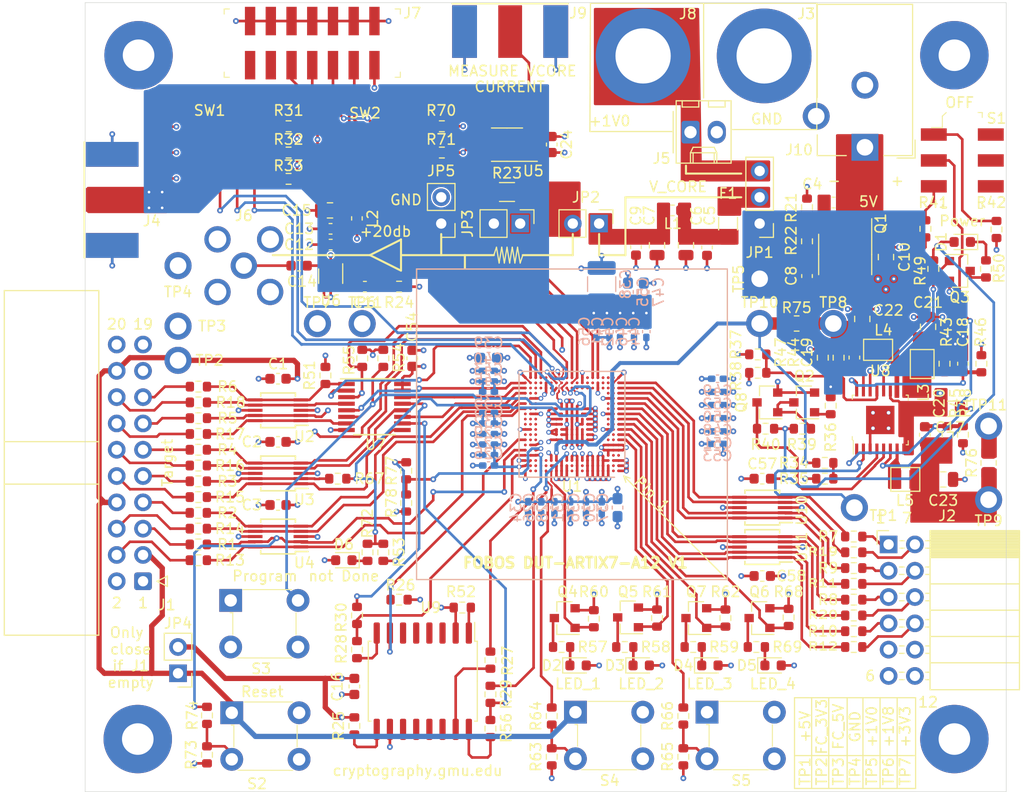
<source format=kicad_pcb>
(kicad_pcb (version 20171130) (host pcbnew "(5.1.7)-1")
  (layers (0 F.Cu signal) (1 In1.Cu power hide) (2 In2.Cu mixed hide) (31 B.Cu signal hide) (34 B.Paste user hide) (35 F.Paste user hide) (36 B.SilkS user hide) (37 F.SilkS user hide) (38 B.Mask user hide) (39 F.Mask user hide) (44 Edge.Cuts user))
  (net 0 "")
  (net 1 GND)
  (net 2 "Net-(C4-Pad2)")
  (net 3 "Net-(C5-Pad1)")
  (net 4 "Net-(C7-Pad1)")
  (net 5 "Net-(C8-Pad2)")
  (net 6 +5V)
  (net 7 "Net-(C11-Pad2)")
  (net 8 "Net-(C11-Pad1)")
  (net 9 "Net-(C12-Pad1)")
  (net 10 "Net-(C14-Pad2)")
  (net 11 "Net-(C14-Pad1)")
  (net 12 "Net-(F1-Pad2)")
  (net 13 "/Connectors, IO/CW_TARG4")
  (net 14 "/Connectors, IO/CW_TARG3")
  (net 15 "/Connectors, IO/CW_TARG2")
  (net 16 "/Connectors, IO/CW_TARG1")
  (net 17 "/Connectors, IO/CW_HS2")
  (net 18 "/Connectors, IO/CW_HS1")
  (net 19 "/Connectors, IO/CW_PDID")
  (net 20 "/Connectors, IO/CW_PDIC")
  (net 21 "/Connectors, IO/CW_SCK")
  (net 22 "/Connectors, IO/CW_MOSI")
  (net 23 "/Connectors, IO/CW_MISO")
  (net 24 +1V0)
  (net 25 "Net-(JP2-Pad2)")
  (net 26 JA1)
  (net 27 "Net-(J2-Pad1)")
  (net 28 JA3)
  (net 29 "Net-(J2-Pad3)")
  (net 30 JA2)
  (net 31 "Net-(J2-Pad2)")
  (net 32 JA4)
  (net 33 "Net-(J2-Pad4)")
  (net 34 "Net-(J2-Pad8)")
  (net 35 JA8)
  (net 36 "Net-(J2-Pad10)")
  (net 37 JA10)
  (net 38 "Net-(J2-Pad7)")
  (net 39 JA7)
  (net 40 "Net-(J2-Pad9)")
  (net 41 JA9)
  (net 42 "Net-(R25-Pad1)")
  (net 43 "Net-(R27-Pad2)")
  (net 44 "Net-(R28-Pad2)")
  (net 45 PGOOD)
  (net 46 "Net-(Q3-Pad3)")
  (net 47 "Net-(R41-Pad1)")
  (net 48 "Net-(R42-Pad2)")
  (net 49 ON_OFF)
  (net 50 "Net-(J7-Pad14)")
  (net 51 "Net-(J7-Pad12)")
  (net 52 VCORE_CURRENT_GAIN_1)
  (net 53 VCORE_CURRENT_GAIN_0)
  (net 54 VCORE_CURRENT)
  (net 55 "Net-(U9-Pad14)")
  (net 56 "Net-(U9-Pad13)")
  (net 57 "Net-(U9-Pad12)")
  (net 58 "Net-(U9-Pad11)")
  (net 59 "Net-(U9-Pad6)")
  (net 60 "Net-(U9-Pad5)")
  (net 61 "Net-(U9-Pad4)")
  (net 62 "Net-(U9-Pad3)")
  (net 63 "/Connectors, IO/CW_RST")
  (net 64 "Net-(U1-PadV7)")
  (net 65 "Net-(U1-PadV6)")
  (net 66 "Net-(U1-PadU7)")
  (net 67 "Net-(U1-PadU6)")
  (net 68 "Net-(U1-PadU4)")
  (net 69 "Net-(U1-PadU2)")
  (net 70 "Net-(U1-PadT3)")
  (net 71 "Net-(U1-PadT2)")
  (net 72 "Net-(U1-PadP18)")
  (net 73 "Net-(U1-PadN18)")
  (net 74 "Net-(U1-PadN17)")
  (net 75 "Net-(U1-PadN3)")
  (net 76 "Net-(U1-PadL3)")
  (net 77 "Net-(U1-PadL2)")
  (net 78 "Net-(U1-PadK18)")
  (net 79 "Net-(U1-PadK3)")
  (net 80 "Net-(U1-PadK2)")
  (net 81 "Net-(U1-PadH18)")
  (net 82 "Net-(U1-PadH17)")
  (net 83 "Net-(U1-PadH2)")
  (net 84 "Net-(U1-PadG17)")
  (net 85 "Net-(U1-PadE18)")
  (net 86 "Net-(U1-PadC17)")
  (net 87 "Net-(U1-PadC16)")
  (net 88 "Net-(U1-PadB17)")
  (net 89 "Net-(U1-PadB16)")
  (net 90 "Net-(U1-PadB15)")
  (net 91 "Net-(U1-PadB10)")
  (net 92 "Net-(U1-PadA17)")
  (net 93 "Net-(U1-PadA10)")
  (net 94 FC_3V3)
  (net 95 FC_5V)
  (net 96 FC_RST)
  (net 97 FC_IO)
  (net 98 FD_TF)
  (net 99 FD2C_CLK)
  (net 100 FC2D_CLK)
  (net 101 FC_DIO0)
  (net 102 FC_DIO1)
  (net 103 FC_DIO2)
  (net 104 FC_DIO3)
  (net 105 SW_DONE)
  (net 106 SW_DIN)
  (net 107 SW_INIT_B)
  (net 108 SW_CLK)
  (net 109 SW_PROGRAM_B)
  (net 110 FC2D_HS)
  (net 111 FD2C_HS)
  (net 112 FC_PROG)
  (net 113 FC_DIO1_MUX)
  (net 114 FC_DIO2_MUX)
  (net 115 FC_DIO3_MUX)
  (net 116 FC_DIO0_MUX)
  (net 117 "Net-(R52-Pad1)")
  (net 118 "Net-(R56-Pad2)")
  (net 119 "Net-(Q4-Pad3)")
  (net 120 "Net-(Q5-Pad3)")
  (net 121 "Net-(Q6-Pad3)")
  (net 122 "Net-(R63-Pad2)")
  (net 123 "Net-(R65-Pad2)")
  (net 124 "Net-(S4-Pad4)")
  (net 125 "Net-(S4-Pad2)")
  (net 126 "Net-(S5-Pad4)")
  (net 127 "Net-(S5-Pad2)")
  (net 128 +3V3)
  (net 129 +1V8)
  (net 130 VCCINT)
  (net 131 "Net-(Q7-Pad3)")
  (net 132 "Net-(J5-Pad1)")
  (net 133 "Net-(U1-PadL18)")
  (net 134 "Net-(U1-PadK17)")
  (net 135 USER_LED_1)
  (net 136 USER_LED_2)
  (net 137 USER_LED_4)
  (net 138 USER_LED_3)
  (net 139 USER_BTN_1)
  (net 140 USER_BTN_2)
  (net 141 "Net-(U1-PadU9)")
  (net 142 "Net-(D6-Pad1)")
  (net 143 "Net-(U1-PadV4)")
  (net 144 "Net-(J10-Pad3)")
  (net 145 "Net-(U1-PadW15)")
  (net 146 "Net-(U1-PadW7)")
  (net 147 "Net-(U1-PadW4)")
  (net 148 "Net-(U1-PadW3)")
  (net 149 "Net-(U1-PadW2)")
  (net 150 "Net-(U1-PadV17)")
  (net 151 "Net-(U1-PadV16)")
  (net 152 "Net-(U1-PadV14)")
  (net 153 "Net-(U1-PadV9)")
  (net 154 "Net-(U1-PadV3)")
  (net 155 "Net-(U1-PadU18)")
  (net 156 "Net-(U1-PadU17)")
  (net 157 "Net-(U1-PadU16)")
  (net 158 "Net-(U1-PadU14)")
  (net 159 "Net-(U1-PadU8)")
  (net 160 "Net-(U1-PadU3)")
  (net 161 "Net-(U1-PadT18)")
  (net 162 "Net-(U1-PadT17)")
  (net 163 "Net-(U1-PadP17)")
  (net 164 "Net-(U1-PadP3)")
  (net 165 "Net-(U1-PadP2)")
  (net 166 "Net-(U1-PadN2)")
  (net 167 "Net-(U1-PadM19)")
  (net 168 "Net-(U1-PadL19)")
  (net 169 "Net-(U1-PadL17)")
  (net 170 "Net-(U1-PadK19)")
  (net 171 "Net-(U1-PadJ17)")
  (net 172 "Net-(U1-PadH19)")
  (net 173 "Net-(U1-PadH3)")
  (net 174 "Net-(U1-PadG18)")
  (net 175 "Net-(U1-PadG3)")
  (net 176 "Net-(U1-PadG2)")
  (net 177 "Net-(U1-PadF19)")
  (net 178 "Net-(U1-PadD2)")
  (net 179 "Net-(U1-PadD1)")
  (net 180 "Net-(U1-PadC15)")
  (net 181 "Net-(U1-PadB18)")
  (net 182 "Net-(U1-PadB8)")
  (net 183 "Net-(U1-PadB2)")
  (net 184 "Net-(U1-PadA18)")
  (net 185 "Net-(U1-PadA16)")
  (net 186 "Net-(U1-PadA8)")
  (net 187 "Net-(U1-PadA2)")
  (net 188 "Net-(R73-Pad2)")
  (net 189 "Net-(S2-Pad4)")
  (net 190 "Net-(S2-Pad2)")
  (net 191 "Net-(S3-Pad3)")
  (net 192 "Net-(S3-Pad1)")
  (net 193 "/FPGA Programming/MODE_1")
  (net 194 "Net-(D1-Pad1)")
  (net 195 "Net-(D2-Pad1)")
  (net 196 "Net-(D3-Pad1)")
  (net 197 "Net-(D4-Pad1)")
  (net 198 "Net-(D5-Pad1)")
  (net 199 "/FPGA Programming/TDI")
  (net 200 "/FPGA Programming/TCK")
  (net 201 "/FPGA Programming/TMS")
  (net 202 "/FPGA 1/FCS")
  (net 203 "/FPGA 1/MOSI")
  (net 204 "/FPGA 1/DIN")
  (net 205 "/FPGA Programming/MODE_2")
  (net 206 "/FPGA Programming/CCLK")
  (net 207 "/FPGA 1/PUDC")
  (net 208 "Net-(SW2-Pad2)")
  (net 209 "Net-(SW2-Pad1)")
  (net 210 "Net-(Q2-Pad3)")
  (net 211 "Net-(Q2-Pad1)")
  (net 212 /Power/pre1V8)
  (net 213 /Power/pre3V3)
  (net 214 /Power/EN2)
  (net 215 /Power/EN3)
  (net 216 /Power/MODE)
  (net 217 /Power/FB1)
  (net 218 /Power/FB2)
  (net 219 /Power/FB3)
  (net 220 /Power/SW1)
  (net 221 /Power/SW2)
  (net 222 /Power/SW3)
  (net 223 "Net-(S1-Pad6)")
  (net 224 "Net-(S1-Pad5)")
  (net 225 "Net-(S1-Pad4)")
  (net 226 TDO)
  (net 227 MODE_0)
  (module Package_BGA:Xilinx_CPG238 (layer F.Cu) (at 46.98666 37.09788 180)
    (fp_text reference U1 (at 0 -6 180) (layer F.SilkS))
    (fp_text value XC7A12T-CPG238)
    (pad A1 smd circle (at -4.5 -4.5 180) (size 0.27 0.27) (layers F.Cu F.Paste F.Mask) (net 1 GND))
    (pad A2 smd circle (at -4 -4.5 180) (size 0.27 0.27) (layers F.Cu F.Paste F.Mask) (net 187 "Net-(U1-PadA2)"))
    (pad A3 smd circle (at -3.5 -4.5 180) (size 0.27 0.27) (layers F.Cu F.Paste F.Mask) (net 1 GND))
    (pad A4 smd circle (at -3 -4.5 180) (size 0.27 0.27) (layers F.Cu F.Paste F.Mask) (net 1 GND))
    (pad A5 smd circle (at -2.5 -4.5 180) (size 0.27 0.27) (layers F.Cu F.Paste F.Mask) (net 1 GND))
    (pad A6 smd circle (at -2 -4.5 180) (size 0.27 0.27) (layers F.Cu F.Paste F.Mask) (net 1 GND))
    (pad A7 smd circle (at -1.5 -4.5 180) (size 0.27 0.27) (layers F.Cu F.Paste F.Mask) (net 1 GND))
    (pad A8 smd circle (at -1 -4.5 180) (size 0.27 0.27) (layers F.Cu F.Paste F.Mask) (net 186 "Net-(U1-PadA8)"))
    (pad A9 smd circle (at -0.5 -4.5 180) (size 0.27 0.27) (layers F.Cu F.Paste F.Mask) (net 1 GND))
    (pad A10 smd circle (at 0 -4.5 180) (size 0.27 0.27) (layers F.Cu F.Paste F.Mask) (net 93 "Net-(U1-PadA10)"))
    (pad A11 smd circle (at 0.5 -4.5 180) (size 0.27 0.27) (layers F.Cu F.Paste F.Mask) (net 1 GND))
    (pad A12 smd circle (at 1 -4.5 180) (size 0.27 0.27) (layers F.Cu F.Paste F.Mask) (net 1 GND))
    (pad A13 smd circle (at 1.5 -4.5 180) (size 0.27 0.27) (layers F.Cu F.Paste F.Mask) (net 1 GND))
    (pad A14 smd circle (at 2 -4.5 180) (size 0.27 0.27) (layers F.Cu F.Paste F.Mask) (net 135 USER_LED_1))
    (pad A15 smd circle (at 2.5 -4.5 180) (size 0.27 0.27) (layers F.Cu F.Paste F.Mask) (net 139 USER_BTN_1))
    (pad A16 smd circle (at 3 -4.5 180) (size 0.27 0.27) (layers F.Cu F.Paste F.Mask) (net 185 "Net-(U1-PadA16)"))
    (pad A17 smd circle (at 3.5 -4.5 180) (size 0.27 0.27) (layers F.Cu F.Paste F.Mask) (net 92 "Net-(U1-PadA17)"))
    (pad A18 smd circle (at 4 -4.5 180) (size 0.27 0.27) (layers F.Cu F.Paste F.Mask) (net 184 "Net-(U1-PadA18)"))
    (pad A19 smd circle (at 4.5 -4.5 180) (size 0.27 0.27) (layers F.Cu F.Paste F.Mask) (net 1 GND))
    (pad B1 smd circle (at -4.5 -4 180) (size 0.27 0.27) (layers F.Cu F.Paste F.Mask) (net 1 GND))
    (pad B2 smd circle (at -4 -4 180) (size 0.27 0.27) (layers F.Cu F.Paste F.Mask) (net 183 "Net-(U1-PadB2)"))
    (pad B3 smd circle (at -3.5 -4 180) (size 0.27 0.27) (layers F.Cu F.Paste F.Mask) (net 1 GND))
    (pad B4 smd circle (at -3 -4 180) (size 0.27 0.27) (layers F.Cu F.Paste F.Mask) (net 1 GND))
    (pad B5 smd circle (at -2.5 -4 180) (size 0.27 0.27) (layers F.Cu F.Paste F.Mask) (net 1 GND))
    (pad B6 smd circle (at -2 -4 180) (size 0.27 0.27) (layers F.Cu F.Paste F.Mask) (net 1 GND))
    (pad B7 smd circle (at -1.5 -4 180) (size 0.27 0.27) (layers F.Cu F.Paste F.Mask) (net 1 GND))
    (pad B8 smd circle (at -1 -4 180) (size 0.27 0.27) (layers F.Cu F.Paste F.Mask) (net 182 "Net-(U1-PadB8)"))
    (pad B9 smd circle (at -0.5 -4 180) (size 0.27 0.27) (layers F.Cu F.Paste F.Mask) (net 1 GND))
    (pad B10 smd circle (at 0 -4 180) (size 0.27 0.27) (layers F.Cu F.Paste F.Mask) (net 91 "Net-(U1-PadB10)"))
    (pad B11 smd circle (at 0.5 -4 180) (size 0.27 0.27) (layers F.Cu F.Paste F.Mask) (net 1 GND))
    (pad B12 smd circle (at 1 -4 180) (size 0.27 0.27) (layers F.Cu F.Paste F.Mask) (net 1 GND))
    (pad B13 smd circle (at 1.5 -4 180) (size 0.27 0.27) (layers F.Cu F.Paste F.Mask) (net 1 GND))
    (pad B14 smd circle (at 2 -4 180) (size 0.27 0.27) (layers F.Cu F.Paste F.Mask) (net 1 GND))
    (pad B15 smd circle (at 2.5 -4 180) (size 0.27 0.27) (layers F.Cu F.Paste F.Mask) (net 90 "Net-(U1-PadB15)"))
    (pad B16 smd circle (at 3 -4 180) (size 0.27 0.27) (layers F.Cu F.Paste F.Mask) (net 89 "Net-(U1-PadB16)"))
    (pad B17 smd circle (at 3.5 -4 180) (size 0.27 0.27) (layers F.Cu F.Paste F.Mask) (net 88 "Net-(U1-PadB17)"))
    (pad B18 smd circle (at 4 -4 180) (size 0.27 0.27) (layers F.Cu F.Paste F.Mask) (net 181 "Net-(U1-PadB18)"))
    (pad B19 smd circle (at 4.5 -4 180) (size 0.27 0.27) (layers F.Cu F.Paste F.Mask) (net 128 +3V3))
    (pad C1 smd circle (at -4.5 -3.5 180) (size 0.27 0.27) (layers F.Cu F.Paste F.Mask) (net 1 GND))
    (pad C2 smd circle (at -4 -3.5 180) (size 0.27 0.27) (layers F.Cu F.Paste F.Mask) (net 1 GND))
    (pad C3 smd circle (at -3.5 -3.5 180) (size 0.27 0.27) (layers F.Cu F.Paste F.Mask) (net 1 GND))
    (pad C4 smd circle (at -3 -3.5 180) (size 0.27 0.27) (layers F.Cu F.Paste F.Mask) (net 1 GND))
    (pad C5 smd circle (at -2.5 -3.5 180) (size 0.27 0.27) (layers F.Cu F.Paste F.Mask) (net 1 GND))
    (pad C6 smd circle (at -2 -3.5 180) (size 0.27 0.27) (layers F.Cu F.Paste F.Mask) (net 1 GND))
    (pad C7 smd circle (at -1.5 -3.5 180) (size 0.27 0.27) (layers F.Cu F.Paste F.Mask) (net 1 GND))
    (pad C8 smd circle (at -1 -3.5 180) (size 0.27 0.27) (layers F.Cu F.Paste F.Mask) (net 200 "/FPGA Programming/TCK"))
    (pad C9 smd circle (at -0.5 -3.5 180) (size 0.27 0.27) (layers F.Cu F.Paste F.Mask) (net 1 GND))
    (pad C10 smd circle (at 0 -3.5 180) (size 0.27 0.27) (layers F.Cu F.Paste F.Mask) (net 1 GND))
    (pad C11 smd circle (at 0.5 -3.5 180) (size 0.27 0.27) (layers F.Cu F.Paste F.Mask) (net 206 "/FPGA Programming/CCLK"))
    (pad C12 smd circle (at 1 -3.5 180) (size 0.27 0.27) (layers F.Cu F.Paste F.Mask) (net 1 GND))
    (pad C13 smd circle (at 1.5 -3.5 180) (size 0.27 0.27) (layers F.Cu F.Paste F.Mask) (net 129 +1V8))
    (pad C14 smd circle (at 2 -3.5 180) (size 0.27 0.27) (layers F.Cu F.Paste F.Mask) (net 128 +3V3))
    (pad C15 smd circle (at 2.5 -3.5 180) (size 0.27 0.27) (layers F.Cu F.Paste F.Mask) (net 180 "Net-(U1-PadC15)"))
    (pad C16 smd circle (at 3 -3.5 180) (size 0.27 0.27) (layers F.Cu F.Paste F.Mask) (net 87 "Net-(U1-PadC16)"))
    (pad C17 smd circle (at 3.5 -3.5 180) (size 0.27 0.27) (layers F.Cu F.Paste F.Mask) (net 86 "Net-(U1-PadC17)"))
    (pad C18 smd circle (at 4 -3.5 180) (size 0.27 0.27) (layers F.Cu F.Paste F.Mask) (net 128 +3V3))
    (pad C19 smd circle (at 4.5 -3.5 180) (size 0.27 0.27) (layers F.Cu F.Paste F.Mask) (net 1 GND))
    (pad D1 smd circle (at -4.5 -3 180) (size 0.27 0.27) (layers F.Cu F.Paste F.Mask) (net 179 "Net-(U1-PadD1)"))
    (pad D2 smd circle (at -4 -3 180) (size 0.27 0.27) (layers F.Cu F.Paste F.Mask) (net 178 "Net-(U1-PadD2)"))
    (pad D3 smd circle (at -3.5 -3 180) (size 0.27 0.27) (layers F.Cu F.Paste F.Mask) (net 1 GND))
    (pad D17 smd circle (at 3.5 -3 180) (size 0.27 0.27) (layers F.Cu F.Paste F.Mask) (net 203 "/FPGA 1/MOSI"))
    (pad D18 smd circle (at 4 -3 180) (size 0.27 0.27) (layers F.Cu F.Paste F.Mask) (net 203 "/FPGA 1/MOSI"))
    (pad D19 smd circle (at 4.5 -3 180) (size 0.27 0.27) (layers F.Cu F.Paste F.Mask) (net 204 "/FPGA 1/DIN"))
    (pad E1 smd circle (at -4.5 -2.5 180) (size 0.27 0.27) (layers F.Cu F.Paste F.Mask) (net 1 GND))
    (pad E2 smd circle (at -4 -2.5 180) (size 0.27 0.27) (layers F.Cu F.Paste F.Mask) (net 1 GND))
    (pad E3 smd circle (at -3.5 -2.5 180) (size 0.27 0.27) (layers F.Cu F.Paste F.Mask) (net 1 GND))
    (pad E17 smd circle (at 3.5 -2.5 180) (size 0.27 0.27) (layers F.Cu F.Paste F.Mask) (net 207 "/FPGA 1/PUDC"))
    (pad E18 smd circle (at 4 -2.5 180) (size 0.27 0.27) (layers F.Cu F.Paste F.Mask) (net 85 "Net-(U1-PadE18)"))
    (pad E19 smd circle (at 4.5 -2.5 180) (size 0.27 0.27) (layers F.Cu F.Paste F.Mask) (net 96 FC_RST))
    (pad F1 smd circle (at -4.5 -2 180) (size 0.27 0.27) (layers F.Cu F.Paste F.Mask) (net 1 GND))
    (pad F2 smd circle (at -4 -2 180) (size 0.27 0.27) (layers F.Cu F.Paste F.Mask) (net 1 GND))
    (pad F3 smd circle (at -3.5 -2 180) (size 0.27 0.27) (layers F.Cu F.Paste F.Mask) (net 1 GND))
    (pad F17 smd circle (at 3.5 -2 180) (size 0.27 0.27) (layers F.Cu F.Paste F.Mask) (net 1 GND))
    (pad F18 smd circle (at 4 -2 180) (size 0.27 0.27) (layers F.Cu F.Paste F.Mask) (net 1 GND))
    (pad F19 smd circle (at 4.5 -2 180) (size 0.27 0.27) (layers F.Cu F.Paste F.Mask) (net 177 "Net-(U1-PadF19)"))
    (pad G1 smd circle (at -4.5 -1.5 180) (size 0.27 0.27) (layers F.Cu F.Paste F.Mask) (net 136 USER_LED_2))
    (pad G2 smd circle (at -4 -1.5 180) (size 0.27 0.27) (layers F.Cu F.Paste F.Mask) (net 176 "Net-(U1-PadG2)"))
    (pad G3 smd circle (at -3.5 -1.5 180) (size 0.27 0.27) (layers F.Cu F.Paste F.Mask) (net 175 "Net-(U1-PadG3)"))
    (pad G7 smd circle (at -1.5 -1.5 180) (size 0.27 0.27) (layers F.Cu F.Paste F.Mask) (net 1 GND))
    (pad G8 smd circle (at -1 -1.5 180) (size 0.27 0.27) (layers F.Cu F.Paste F.Mask) (net 1 GND))
    (pad G9 smd circle (at -0.5 -1.5 180) (size 0.27 0.27) (layers F.Cu F.Paste F.Mask) (net 1 GND))
    (pad G10 smd circle (at 0 -1.5 180) (size 0.27 0.27) (layers F.Cu F.Paste F.Mask) (net 130 VCCINT))
    (pad G11 smd circle (at 0.5 -1.5 180) (size 0.27 0.27) (layers F.Cu F.Paste F.Mask) (net 1 GND))
    (pad G12 smd circle (at 1 -1.5 180) (size 0.27 0.27) (layers F.Cu F.Paste F.Mask) (net 128 +3V3))
    (pad G13 smd circle (at 1.5 -1.5 180) (size 0.27 0.27) (layers F.Cu F.Paste F.Mask) (net 128 +3V3))
    (pad G17 smd circle (at 3.5 -1.5 180) (size 0.27 0.27) (layers F.Cu F.Paste F.Mask) (net 84 "Net-(U1-PadG17)"))
    (pad G18 smd circle (at 4 -1.5 180) (size 0.27 0.27) (layers F.Cu F.Paste F.Mask) (net 174 "Net-(U1-PadG18)"))
    (pad G19 smd circle (at 4.5 -1.5 180) (size 0.27 0.27) (layers F.Cu F.Paste F.Mask) (net 202 "/FPGA 1/FCS"))
    (pad H1 smd circle (at -4.5 -1 180) (size 0.27 0.27) (layers F.Cu F.Paste F.Mask) (net 140 USER_BTN_2))
    (pad H2 smd circle (at -4 -1 180) (size 0.27 0.27) (layers F.Cu F.Paste F.Mask) (net 83 "Net-(U1-PadH2)"))
    (pad H3 smd circle (at -3.5 -1 180) (size 0.27 0.27) (layers F.Cu F.Paste F.Mask) (net 173 "Net-(U1-PadH3)"))
    (pad H7 smd circle (at -1.5 -1 180) (size 0.27 0.27) (layers F.Cu F.Paste F.Mask) (net 1 GND))
    (pad H8 smd circle (at -1 -1 180) (size 0.27 0.27) (layers F.Cu F.Paste F.Mask) (net 1 GND))
    (pad H9 smd circle (at -0.5 -1 180) (size 0.27 0.27) (layers F.Cu F.Paste F.Mask) (net 1 GND))
    (pad H10 smd circle (at 0 -1 180) (size 0.27 0.27) (layers F.Cu F.Paste F.Mask) (net 130 VCCINT))
    (pad H11 smd circle (at 0.5 -1 180) (size 0.27 0.27) (layers F.Cu F.Paste F.Mask) (net 1 GND))
    (pad H12 smd circle (at 1 -1 180) (size 0.27 0.27) (layers F.Cu F.Paste F.Mask) (net 1 GND))
    (pad H13 smd circle (at 1.5 -1 180) (size 0.27 0.27) (layers F.Cu F.Paste F.Mask) (net 129 +1V8))
    (pad H17 smd circle (at 3.5 -1 180) (size 0.27 0.27) (layers F.Cu F.Paste F.Mask) (net 82 "Net-(U1-PadH17)"))
    (pad H18 smd circle (at 4 -1 180) (size 0.27 0.27) (layers F.Cu F.Paste F.Mask) (net 81 "Net-(U1-PadH18)"))
    (pad H19 smd circle (at 4.5 -1 180) (size 0.27 0.27) (layers F.Cu F.Paste F.Mask) (net 172 "Net-(U1-PadH19)"))
    (pad J1 smd circle (at -4.5 -0.5 180) (size 0.27 0.27) (layers F.Cu F.Paste F.Mask) (net 138 USER_LED_3))
    (pad J2 smd circle (at -4 -0.5 180) (size 0.27 0.27) (layers F.Cu F.Paste F.Mask) (net 1 GND))
    (pad J3 smd circle (at -3.5 -0.5 180) (size 0.27 0.27) (layers F.Cu F.Paste F.Mask) (net 1 GND))
    (pad J7 smd circle (at -1.5 -0.5 180) (size 0.27 0.27) (layers F.Cu F.Paste F.Mask) (net 128 +3V3))
    (pad J8 smd circle (at -1 -0.5 180) (size 0.27 0.27) (layers F.Cu F.Paste F.Mask) (net 1 GND))
    (pad J9 smd circle (at -0.5 -0.5 180) (size 0.27 0.27) (layers F.Cu F.Paste F.Mask) (net 1 GND))
    (pad J10 smd circle (at 0 -0.5 180) (size 0.27 0.27) (layers F.Cu F.Paste F.Mask) (net 130 VCCINT))
    (pad J11 smd circle (at 0.5 -0.5 180) (size 0.27 0.27) (layers F.Cu F.Paste F.Mask) (net 1 GND))
    (pad J12 smd circle (at 1 -0.5 180) (size 0.27 0.27) (layers F.Cu F.Paste F.Mask) (net 1 GND))
    (pad J13 smd circle (at 1.5 -0.5 180) (size 0.27 0.27) (layers F.Cu F.Paste F.Mask) (net 129 +1V8))
    (pad J17 smd circle (at 3.5 -0.5 180) (size 0.27 0.27) (layers F.Cu F.Paste F.Mask) (net 171 "Net-(U1-PadJ17)"))
    (pad J18 smd circle (at 4 -0.5 180) (size 0.27 0.27) (layers F.Cu F.Paste F.Mask) (net 1 GND))
    (pad J19 smd circle (at 4.5 -0.5 180) (size 0.27 0.27) (layers F.Cu F.Paste F.Mask) (net 1 GND))
    (pad K1 smd circle (at -4.5 0 180) (size 0.27 0.27) (layers F.Cu F.Paste F.Mask) (net 137 USER_LED_4))
    (pad K2 smd circle (at -4 0 180) (size 0.27 0.27) (layers F.Cu F.Paste F.Mask) (net 80 "Net-(U1-PadK2)"))
    (pad K3 smd circle (at -3.5 0 180) (size 0.27 0.27) (layers F.Cu F.Paste F.Mask) (net 79 "Net-(U1-PadK3)"))
    (pad K7 smd circle (at -1.5 0 180) (size 0.27 0.27) (layers F.Cu F.Paste F.Mask) (net 128 +3V3))
    (pad K8 smd circle (at -1 0 180) (size 0.27 0.27) (layers F.Cu F.Paste F.Mask) (net 1 GND))
    (pad K12 smd circle (at 1 0 180) (size 0.27 0.27) (layers F.Cu F.Paste F.Mask) (net 128 +3V3))
    (pad K13 smd circle (at 1.5 0 180) (size 0.27 0.27) (layers F.Cu F.Paste F.Mask) (net 128 +3V3))
    (pad K17 smd circle (at 3.5 0 180) (size 0.27 0.27) (layers F.Cu F.Paste F.Mask) (net 134 "Net-(U1-PadK17)"))
    (pad K18 smd circle (at 4 0 180) (size 0.27 0.27) (layers F.Cu F.Paste F.Mask) (net 78 "Net-(U1-PadK18)"))
    (pad K19 smd circle (at 4.5 0 180) (size 0.27 0.27) (layers F.Cu F.Paste F.Mask) (net 170 "Net-(U1-PadK19)"))
    (pad L1 smd circle (at -4.5 0.5 180) (size 0.27 0.27) (layers F.Cu F.Paste F.Mask) (net 37 JA10))
    (pad L2 smd circle (at -4 0.5 180) (size 0.27 0.27) (layers F.Cu F.Paste F.Mask) (net 77 "Net-(U1-PadL2)"))
    (pad L3 smd circle (at -3.5 0.5 180) (size 0.27 0.27) (layers F.Cu F.Paste F.Mask) (net 76 "Net-(U1-PadL3)"))
    (pad L7 smd circle (at -1.5 0.5 180) (size 0.27 0.27) (layers F.Cu F.Paste F.Mask) (net 128 +3V3))
    (pad L8 smd circle (at -1 0.5 180) (size 0.27 0.27) (layers F.Cu F.Paste F.Mask) (net 1 GND))
    (pad L9 smd circle (at -0.5 0.5 180) (size 0.27 0.27) (layers F.Cu F.Paste F.Mask) (net 1 GND))
    (pad L10 smd circle (at 0 0.5 180) (size 0.27 0.27) (layers F.Cu F.Paste F.Mask) (net 130 VCCINT))
    (pad L11 smd circle (at 0.5 0.5 180) (size 0.27 0.27) (layers F.Cu F.Paste F.Mask) (net 1 GND))
    (pad L12 smd circle (at 1 0.5 180) (size 0.27 0.27) (layers F.Cu F.Paste F.Mask) (net 128 +3V3))
    (pad L13 smd circle (at 1.5 0.5 180) (size 0.27 0.27) (layers F.Cu F.Paste F.Mask) (net 128 +3V3))
    (pad L17 smd circle (at 3.5 0.5 180) (size 0.27 0.27) (layers F.Cu F.Paste F.Mask) (net 169 "Net-(U1-PadL17)"))
    (pad L18 smd circle (at 4 0.5 180) (size 0.27 0.27) (layers F.Cu F.Paste F.Mask) (net 133 "Net-(U1-PadL18)"))
    (pad L19 smd circle (at 4.5 0.5 180) (size 0.27 0.27) (layers F.Cu F.Paste F.Mask) (net 168 "Net-(U1-PadL19)"))
    (pad M1 smd circle (at -4.5 1 180) (size 0.27 0.27) (layers F.Cu F.Paste F.Mask) (net 32 JA4))
    (pad M2 smd circle (at -4 1 180) (size 0.27 0.27) (layers F.Cu F.Paste F.Mask) (net 1 GND))
    (pad M3 smd circle (at -3.5 1 180) (size 0.27 0.27) (layers F.Cu F.Paste F.Mask) (net 1 GND))
    (pad M7 smd circle (at -1.5 1 180) (size 0.27 0.27) (layers F.Cu F.Paste F.Mask) (net 128 +3V3))
    (pad M8 smd circle (at -1 1 180) (size 0.27 0.27) (layers F.Cu F.Paste F.Mask) (net 128 +3V3))
    (pad M9 smd circle (at -0.5 1 180) (size 0.27 0.27) (layers F.Cu F.Paste F.Mask) (net 1 GND))
    (pad M10 smd circle (at 0 1 180) (size 0.27 0.27) (layers F.Cu F.Paste F.Mask) (net 130 VCCINT))
    (pad M11 smd circle (at 0.5 1 180) (size 0.27 0.27) (layers F.Cu F.Paste F.Mask) (net 130 VCCINT))
    (pad M12 smd circle (at 1 1 180) (size 0.27 0.27) (layers F.Cu F.Paste F.Mask) (net 128 +3V3))
    (pad M13 smd circle (at 1.5 1 180) (size 0.27 0.27) (layers F.Cu F.Paste F.Mask) (net 128 +3V3))
    (pad M17 smd circle (at 3.5 1 180) (size 0.27 0.27) (layers F.Cu F.Paste F.Mask) (net 1 GND))
    (pad M18 smd circle (at 4 1 180) (size 0.27 0.27) (layers F.Cu F.Paste F.Mask) (net 1 GND))
    (pad M19 smd circle (at 4.5 1 180) (size 0.27 0.27) (layers F.Cu F.Paste F.Mask) (net 167 "Net-(U1-PadM19)"))
    (pad N1 smd circle (at -4.5 1.5 180) (size 0.27 0.27) (layers F.Cu F.Paste F.Mask) (net 41 JA9))
    (pad N2 smd circle (at -4 1.5 180) (size 0.27 0.27) (layers F.Cu F.Paste F.Mask) (net 166 "Net-(U1-PadN2)"))
    (pad N3 smd circle (at -3.5 1.5 180) (size 0.27 0.27) (layers F.Cu F.Paste F.Mask) (net 75 "Net-(U1-PadN3)"))
    (pad N7 smd circle (at -1.5 1.5 180) (size 0.27 0.27) (layers F.Cu F.Paste F.Mask) (net 128 +3V3))
    (pad N8 smd circle (at -1 1.5 180) (size 0.27 0.27) (layers F.Cu F.Paste F.Mask) (net 128 +3V3))
    (pad N9 smd circle (at -0.5 1.5 180) (size 0.27 0.27) (layers F.Cu F.Paste F.Mask) (net 1 GND))
    (pad N10 smd circle (at 0 1.5 180) (size 0.27 0.27) (layers F.Cu F.Paste F.Mask) (net 130 VCCINT))
    (pad N11 smd circle (at 0.5 1.5 180) (size 0.27 0.27) (layers F.Cu F.Paste F.Mask) (net 130 VCCINT))
    (pad N12 smd circle (at 1 1.5 180) (size 0.27 0.27) (layers F.Cu F.Paste F.Mask) (net 1 GND))
    (pad N13 smd circle (at 1.5 1.5 180) (size 0.27 0.27) (layers F.Cu F.Paste F.Mask) (net 128 +3V3))
    (pad N17 smd circle (at 3.5 1.5 180) (size 0.27 0.27) (layers F.Cu F.Paste F.Mask) (net 74 "Net-(U1-PadN17)"))
    (pad N18 smd circle (at 4 1.5 180) (size 0.27 0.27) (layers F.Cu F.Paste F.Mask) (net 73 "Net-(U1-PadN18)"))
    (pad N19 smd circle (at 4.5 1.5 180) (size 0.27 0.27) (layers F.Cu F.Paste F.Mask) (net 99 FD2C_CLK))
    (pad P1 smd circle (at -4.5 2 180) (size 0.27 0.27) (layers F.Cu F.Paste F.Mask) (net 28 JA3))
    (pad P2 smd circle (at -4 2 180) (size 0.27 0.27) (layers F.Cu F.Paste F.Mask) (net 165 "Net-(U1-PadP2)"))
    (pad P3 smd circle (at -3.5 2 180) (size 0.27 0.27) (layers F.Cu F.Paste F.Mask) (net 164 "Net-(U1-PadP3)"))
    (pad P17 smd circle (at 3.5 2 180) (size 0.27 0.27) (layers F.Cu F.Paste F.Mask) (net 163 "Net-(U1-PadP17)"))
    (pad P18 smd circle (at 4 2 180) (size 0.27 0.27) (layers F.Cu F.Paste F.Mask) (net 72 "Net-(U1-PadP18)"))
    (pad P19 smd circle (at 4.5 2 180) (size 0.27 0.27) (layers F.Cu F.Paste F.Mask) (net 100 FC2D_CLK))
    (pad R1 smd circle (at -4.5 2.5 180) (size 0.27 0.27) (layers F.Cu F.Paste F.Mask) (net 35 JA8))
    (pad R2 smd circle (at -4 2.5 180) (size 0.27 0.27) (layers F.Cu F.Paste F.Mask) (net 1 GND))
    (pad R3 smd circle (at -3.5 2.5 180) (size 0.27 0.27) (layers F.Cu F.Paste F.Mask) (net 1 GND))
    (pad R17 smd circle (at 3.5 2.5 180) (size 0.27 0.27) (layers F.Cu F.Paste F.Mask) (net 1 GND))
    (pad R18 smd circle (at 4 2.5 180) (size 0.27 0.27) (layers F.Cu F.Paste F.Mask) (net 1 GND))
    (pad R19 smd circle (at 4.5 2.5 180) (size 0.27 0.27) (layers F.Cu F.Paste F.Mask) (net 97 FC_IO))
    (pad T1 smd circle (at -4.5 3 180) (size 0.27 0.27) (layers F.Cu F.Paste F.Mask) (net 30 JA2))
    (pad T2 smd circle (at -4 3 180) (size 0.27 0.27) (layers F.Cu F.Paste F.Mask) (net 71 "Net-(U1-PadT2)"))
    (pad T3 smd circle (at -3.5 3 180) (size 0.27 0.27) (layers F.Cu F.Paste F.Mask) (net 70 "Net-(U1-PadT3)"))
    (pad T17 smd circle (at 3.5 3 180) (size 0.27 0.27) (layers F.Cu F.Paste F.Mask) (net 162 "Net-(U1-PadT17)"))
    (pad T18 smd circle (at 4 3 180) (size 0.27 0.27) (layers F.Cu F.Paste F.Mask) (net 161 "Net-(U1-PadT18)"))
    (pad T19 smd circle (at 4.5 3 180) (size 0.27 0.27) (layers F.Cu F.Paste F.Mask) (net 116 FC_DIO0_MUX))
    (pad U1 smd circle (at -4.5 3.5 180) (size 0.27 0.27) (layers F.Cu F.Paste F.Mask) (net 39 JA7))
    (pad U2 smd circle (at -4 3.5 180) (size 0.27 0.27) (layers F.Cu F.Paste F.Mask) (net 69 "Net-(U1-PadU2)"))
    (pad U3 smd circle (at -3.5 3.5 180) (size 0.27 0.27) (layers F.Cu F.Paste F.Mask) (net 160 "Net-(U1-PadU3)"))
    (pad U4 smd circle (at -3 3.5 180) (size 0.27 0.27) (layers F.Cu F.Paste F.Mask) (net 68 "Net-(U1-PadU4)"))
    (pad U5 smd circle (at -2.5 3.5 180) (size 0.27 0.27) (layers F.Cu F.Paste F.Mask) (net 1 GND))
    (pad U6 smd circle (at -2 3.5 180) (size 0.27 0.27) (layers F.Cu F.Paste F.Mask) (net 67 "Net-(U1-PadU6)"))
    (pad U7 smd circle (at -1.5 3.5 180) (size 0.27 0.27) (layers F.Cu F.Paste F.Mask) (net 66 "Net-(U1-PadU7)"))
    (pad U8 smd circle (at -1 3.5 180) (size 0.27 0.27) (layers F.Cu F.Paste F.Mask) (net 159 "Net-(U1-PadU8)"))
    (pad U9 smd circle (at -0.5 3.5 180) (size 0.27 0.27) (layers F.Cu F.Paste F.Mask) (net 141 "Net-(U1-PadU9)"))
    (pad U10 smd circle (at 0 3.5 180) (size 0.27 0.27) (layers F.Cu F.Paste F.Mask) (net 109 SW_PROGRAM_B))
    (pad U11 smd circle (at 0.5 3.5 180) (size 0.27 0.27) (layers F.Cu F.Paste F.Mask) (net 105 SW_DONE))
    (pad U12 smd circle (at 1 3.5 180) (size 0.27 0.27) (layers F.Cu F.Paste F.Mask) (net 128 +3V3))
    (pad U13 smd circle (at 1.5 3.5 180) (size 0.27 0.27) (layers F.Cu F.Paste F.Mask) (net 205 "/FPGA Programming/MODE_2"))
    (pad U14 smd circle (at 2 3.5 180) (size 0.27 0.27) (layers F.Cu F.Paste F.Mask) (net 158 "Net-(U1-PadU14)"))
    (pad U15 smd circle (at 2.5 3.5 180) (size 0.27 0.27) (layers F.Cu F.Paste F.Mask) (net 1 GND))
    (pad U16 smd circle (at 3 3.5 180) (size 0.27 0.27) (layers F.Cu F.Paste F.Mask) (net 157 "Net-(U1-PadU16)"))
    (pad U17 smd circle (at 3.5 3.5 180) (size 0.27 0.27) (layers F.Cu F.Paste F.Mask) (net 156 "Net-(U1-PadU17)"))
    (pad U18 smd circle (at 4 3.5 180) (size 0.27 0.27) (layers F.Cu F.Paste F.Mask) (net 155 "Net-(U1-PadU18)"))
    (pad U19 smd circle (at 4.5 3.5 180) (size 0.27 0.27) (layers F.Cu F.Paste F.Mask) (net 113 FC_DIO1_MUX))
    (pad V1 smd circle (at -4.5 4 180) (size 0.27 0.27) (layers F.Cu F.Paste F.Mask) (net 26 JA1))
    (pad V2 smd circle (at -4 4 180) (size 0.27 0.27) (layers F.Cu F.Paste F.Mask) (net 1 GND))
    (pad V3 smd circle (at -3.5 4 180) (size 0.27 0.27) (layers F.Cu F.Paste F.Mask) (net 154 "Net-(U1-PadV3)"))
    (pad V4 smd circle (at -3 4 180) (size 0.27 0.27) (layers F.Cu F.Paste F.Mask) (net 143 "Net-(U1-PadV4)"))
    (pad V5 smd circle (at -2.5 4 180) (size 0.27 0.27) (layers F.Cu F.Paste F.Mask) (net 1 GND))
    (pad V6 smd circle (at -2 4 180) (size 0.27 0.27) (layers F.Cu F.Paste F.Mask) (net 65 "Net-(U1-PadV6)"))
    (pad V7 smd circle (at -1.5 4 180) (size 0.27 0.27) (layers F.Cu F.Paste F.Mask) (net 64 "Net-(U1-PadV7)"))
    (pad V8 smd circle (at -1 4 180) (size 0.27 0.27) (layers F.Cu F.Paste F.Mask) (net 1 GND))
    (pad V9 smd circle (at -0.5 4 180) (size 0.27 0.27) (layers F.Cu F.Paste F.Mask) (net 153 "Net-(U1-PadV9)"))
    (pad V10 smd circle (at 0 4 180) (size 0.27 0.27) (layers F.Cu F.Paste F.Mask) (net 226 TDO))
    (pad V11 smd circle (at 0.5 4 180) (size 0.27 0.27) (layers F.Cu F.Paste F.Mask) (net 128 +3V3))
    (pad V12 smd circle (at 1 4 180) (size 0.27 0.27) (layers F.Cu F.Paste F.Mask) (net 1 GND))
    (pad V13 smd circle (at 1.5 4 180) (size 0.27 0.27) (layers F.Cu F.Paste F.Mask) (net 227 MODE_0))
    (pad V14 smd circle (at 2 4 180) (size 0.27 0.27) (layers F.Cu F.Paste F.Mask) (net 152 "Net-(U1-PadV14)"))
    (pad V15 smd circle (at 2.5 4 180) (size 0.27 0.27) (layers F.Cu F.Paste F.Mask) (net 1 GND))
    (pad V16 smd circle (at 3 4 180) (size 0.27 0.27) (layers F.Cu F.Paste F.Mask) (net 151 "Net-(U1-PadV16)"))
    (pad V17 smd circle (at 3.5 4 180) (size 0.27 0.27) (layers F.Cu F.Paste F.Mask) (net 150 "Net-(U1-PadV17)"))
    (pad V18 smd circle (at 4 4 180) (size 0.27 0.27) (layers F.Cu F.Paste F.Mask) (net 1 GND))
    (pad V19 smd circle (at 4.5 4 180) (size 0.27 0.27) (layers F.Cu F.Paste F.Mask) (net 114 FC_DIO2_MUX))
    (pad W1 smd circle (at -4.5 4.5 180) (size 0.27 0.27) (layers F.Cu F.Paste F.Mask) (net 1 GND))
    (pad W2 smd circle (at -4 4.5 180) (size 0.27 0.27) (layers F.Cu F.Paste F.Mask) (net 149 "Net-(U1-PadW2)"))
    (pad W3 smd circle (at -3.5 4.5 180) (size 0.27 0.27) (layers F.Cu F.Paste F.Mask) (net 148 "Net-(U1-PadW3)"))
    (pad W4 smd circle (at -3 4.5 180) (size 0.27 0.27) (layers F.Cu F.Paste F.Mask) (net 147 "Net-(U1-PadW4)"))
    (pad W5 smd circle (at -2.5 4.5 180) (size 0.27 0.27) (layers F.Cu F.Paste F.Mask) (net 52 VCORE_CURRENT_GAIN_1))
    (pad W6 smd circle (at -2 4.5 180) (size 0.27 0.27) (layers F.Cu F.Paste F.Mask) (net 53 VCORE_CURRENT_GAIN_0))
    (pad W7 smd circle (at -1.5 4.5 180) (size 0.27 0.27) (layers F.Cu F.Paste F.Mask) (net 146 "Net-(U1-PadW7)"))
    (pad W8 smd circle (at -1 4.5 180) (size 0.27 0.27) (layers F.Cu F.Paste F.Mask) (net 1 GND))
    (pad W9 smd circle (at -0.5 4.5 180) (size 0.27 0.27) (layers F.Cu F.Paste F.Mask) (net 226 TDO))
    (pad W10 smd circle (at 0 4.5 180) (size 0.27 0.27) (layers F.Cu F.Paste F.Mask) (net 201 "/FPGA Programming/TMS"))
    (pad W11 smd circle (at 0.5 4.5 180) (size 0.27 0.27) (layers F.Cu F.Paste F.Mask) (net 199 "/FPGA Programming/TDI"))
    (pad W12 smd circle (at 1 4.5 180) (size 0.27 0.27) (layers F.Cu F.Paste F.Mask) (net 107 SW_INIT_B))
    (pad W13 smd circle (at 1.5 4.5 180) (size 0.27 0.27) (layers F.Cu F.Paste F.Mask) (net 193 "/FPGA Programming/MODE_1"))
    (pad W14 smd circle (at 2 4.5 180) (size 0.27 0.27) (layers F.Cu F.Paste F.Mask) (net 227 MODE_0))
    (pad W15 smd circle (at 2.5 4.5 180) (size 0.27 0.27) (layers F.Cu F.Paste F.Mask) (net 145 "Net-(U1-PadW15)"))
    (pad W16 smd circle (at 3 4.5 180) (size 0.27 0.27) (layers F.Cu F.Paste F.Mask) (net 111 FD2C_HS))
    (pad W17 smd circle (at 3.5 4.5 180) (size 0.27 0.27) (layers F.Cu F.Paste F.Mask) (net 110 FC2D_HS))
    (pad W18 smd circle (at 4 4.5 180) (size 0.27 0.27) (layers F.Cu F.Paste F.Mask) (net 115 FC_DIO3_MUX))
    (pad W19 smd circle (at 4.5 4.5 180) (size 0.27 0.27) (layers F.Cu F.Paste F.Mask) (net 1 GND))
  )
  (module Package_SO:MSOP-10_3x3mm_P0.5mm (layer F.Cu) (at 65.35466 48.95588 180)
    (fp_text reference U11 (at -3.81 0 90) (layer F.SilkS))
    (fp_text value SP3003-04ATG)
    (pad 10 smd rect (at 2.2 -1 180) (size 1.4 0.3) (layers F.Cu F.Paste F.Mask) (net 37 JA10))
    (pad 9 smd rect (at 2.2 -0.5 180) (size 1.4 0.3) (layers F.Cu F.Paste F.Mask) (net 32 JA4))
    (pad 8 smd rect (at 2.2 0 180) (size 1.4 0.3) (layers F.Cu F.Paste F.Mask) (net 1 GND))
    (pad 7 smd rect (at 2.2 0.5 180) (size 1.4 0.3) (layers F.Cu F.Paste F.Mask) (net 41 JA9))
    (pad 6 smd rect (at 2.2 1 180) (size 1.4 0.3) (layers F.Cu F.Paste F.Mask) (net 28 JA3))
    (pad 5 smd rect (at -2.2 1 180) (size 1.4 0.3) (layers F.Cu F.Paste F.Mask) (net 28 JA3))
    (pad 4 smd rect (at -2.2 0.5 180) (size 1.4 0.3) (layers F.Cu F.Paste F.Mask) (net 41 JA9))
    (pad 3 smd rect (at -2.2 0 180) (size 1.4 0.3) (layers F.Cu F.Paste F.Mask) (net 94 FC_3V3))
    (pad 2 smd rect (at -2.2 -0.5 180) (size 1.4 0.3) (layers F.Cu F.Paste F.Mask) (net 32 JA4))
    (pad 1 smd rect (at -2.2 -1 180) (size 1.4 0.3) (layers F.Cu F.Paste F.Mask) (net 37 JA10))
  )
  (module Package_SO:MSOP-10_3x3mm_P0.5mm (layer F.Cu) (at 65.35466 45.14588 180)
    (fp_text reference U10 (at -3.81 -0.254 90) (layer F.SilkS))
    (fp_text value SP3003-04ATG)
    (pad 10 smd rect (at 2.2 -1 180) (size 1.4 0.3) (layers F.Cu F.Paste F.Mask) (net 35 JA8))
    (pad 9 smd rect (at 2.2 -0.5 180) (size 1.4 0.3) (layers F.Cu F.Paste F.Mask) (net 30 JA2))
    (pad 8 smd rect (at 2.2 0 180) (size 1.4 0.3) (layers F.Cu F.Paste F.Mask) (net 1 GND))
    (pad 7 smd rect (at 2.2 0.5 180) (size 1.4 0.3) (layers F.Cu F.Paste F.Mask) (net 39 JA7))
    (pad 6 smd rect (at 2.2 1 180) (size 1.4 0.3) (layers F.Cu F.Paste F.Mask) (net 26 JA1))
    (pad 5 smd rect (at -2.2 1 180) (size 1.4 0.3) (layers F.Cu F.Paste F.Mask) (net 26 JA1))
    (pad 4 smd rect (at -2.2 0.5 180) (size 1.4 0.3) (layers F.Cu F.Paste F.Mask) (net 39 JA7))
    (pad 3 smd rect (at -2.2 0 180) (size 1.4 0.3) (layers F.Cu F.Paste F.Mask) (net 94 FC_3V3))
    (pad 2 smd rect (at -2.2 -0.5 180) (size 1.4 0.3) (layers F.Cu F.Paste F.Mask) (net 30 JA2))
    (pad 1 smd rect (at -2.2 -1 180) (size 1.4 0.3) (layers F.Cu F.Paste F.Mask) (net 35 JA8))
  )
  (module Capacitor_SMD:C_0603_1608Metric (layer F.Cu) (at 65.35466 51.74988)
    (fp_text reference C58 (at 2.794 0) (layer F.SilkS))
    (fp_text value 100nF)
    (pad 2 smd roundrect (at 0.7875 0) (size 0.875 0.95) (layers F.Cu F.Paste F.Mask) (net 94 FC_3V3))
    (pad 1 smd roundrect (at -0.7875 0) (size 0.875 0.95) (layers F.Cu F.Paste F.Mask) (net 1 GND))
  )
  (module Capacitor_SMD:C_0603_1608Metric (layer F.Cu) (at 65.35466 42.35188)
    (fp_text reference C57 (at 0 -1.43) (layer F.SilkS))
    (fp_text value 100nF)
    (pad 2 smd roundrect (at 0.7875 0) (size 0.875 0.95) (layers F.Cu F.Paste F.Mask) (net 94 FC_3V3))
    (pad 1 smd roundrect (at -0.7875 0) (size 0.875 0.95) (layers F.Cu F.Paste F.Mask) (net 1 GND))
  )
  (module Package_TO_SOT_SMD:SOT-23 (layer F.Cu) (at 65.84666 34.98588 180)
    (fp_text reference Q8 (at 2.524 0 90) (layer F.SilkS))
    (fp_text value MMBT3904)
    (pad 3 smd rect (at 1 0 180) (size 0.9 0.8) (layers F.Cu F.Paste F.Mask) (net 214 /Power/EN2))
    (pad 2 smd rect (at -1 0.95 180) (size 0.9 0.8) (layers F.Cu F.Paste F.Mask) (net 1 GND))
    (pad 1 smd rect (at -1 -0.95 180) (size 0.9 0.8) (layers F.Cu F.Paste F.Mask) (net 210 "Net-(Q2-Pad3)"))
  )
  (module Package_TO_SOT_SMD:SOT-23 (layer F.Cu) (at 69.40266 34.98588 180)
    (fp_text reference Q2 (at -0.016 2.54) (layer F.SilkS))
    (fp_text value MMBT3904)
    (pad 3 smd rect (at 1 0 180) (size 0.9 0.8) (layers F.Cu F.Paste F.Mask) (net 210 "Net-(Q2-Pad3)"))
    (pad 2 smd rect (at -1 0.95 180) (size 0.9 0.8) (layers F.Cu F.Paste F.Mask) (net 1 GND))
    (pad 1 smd rect (at -1 -0.95 180) (size 0.9 0.8) (layers F.Cu F.Paste F.Mask) (net 211 "Net-(Q2-Pad1)"))
  )
  (module fobos-shield:PinSocket_2x06_P2.54mm_Horizontal_FLipped (layer F.Cu) (at 77.54666 48.70188)
    (fp_text reference J2 (at 5.65 -2.77) (layer F.SilkS))
    (fp_text value "Pmod 2x6")
    (pad 1 thru_hole rect (at 0 0) (size 1.7 1.7) (drill 1) (layers *.Cu *.Mask) (net 27 "Net-(J2-Pad1)"))
    (pad 2 thru_hole oval (at 0 2.54) (size 1.7 1.7) (drill 1) (layers *.Cu *.Mask) (net 31 "Net-(J2-Pad2)"))
    (pad 3 thru_hole oval (at 0 5.08) (size 1.7 1.7) (drill 1) (layers *.Cu *.Mask) (net 29 "Net-(J2-Pad3)"))
    (pad 4 thru_hole oval (at 0 7.62) (size 1.7 1.7) (drill 1) (layers *.Cu *.Mask) (net 33 "Net-(J2-Pad4)"))
    (pad 5 thru_hole oval (at 0 10.16) (size 1.7 1.7) (drill 1) (layers *.Cu *.Mask) (net 1 GND))
    (pad 6 thru_hole oval (at 0 12.7) (size 1.7 1.7) (drill 1) (layers *.Cu *.Mask) (net 94 FC_3V3))
    (pad 7 thru_hole oval (at 2.54 0) (size 1.7 1.7) (drill 1) (layers *.Cu *.Mask) (net 38 "Net-(J2-Pad7)"))
    (pad 8 thru_hole oval (at 2.54 2.54) (size 1.7 1.7) (drill 1) (layers *.Cu *.Mask) (net 34 "Net-(J2-Pad8)"))
    (pad 9 thru_hole oval (at 2.54 5.08) (size 1.7 1.7) (drill 1) (layers *.Cu *.Mask) (net 40 "Net-(J2-Pad9)"))
    (pad 10 thru_hole oval (at 2.54 7.62) (size 1.7 1.7) (drill 1) (layers *.Cu *.Mask) (net 36 "Net-(J2-Pad10)"))
    (pad 11 thru_hole oval (at 2.54 10.16) (size 1.7 1.7) (drill 1) (layers *.Cu *.Mask) (net 1 GND))
    (pad 12 thru_hole oval (at 2.54 12.7) (size 1.7 1.7) (drill 1) (layers *.Cu *.Mask) (net 94 FC_3V3))
  )
  (module cerg:SMA-JOHNSON-142-0701-801 (layer F.Cu) (at 41.021 -0.82812)
    (fp_text reference J9 (at 6.55366 -1.778) (layer F.SilkS))
    (fp_text value Measure)
    (pad 2 smd rect (at 4.4 0) (size 2.4 5.08) (layers B.Cu B.Paste B.Mask) (net 1 GND))
    (pad 2 smd rect (at -4.4 0) (size 2.4 5.08) (layers B.Cu B.Paste B.Mask) (net 1 GND))
    (pad 2 smd rect (at 4.4 0) (size 2.4 5.08) (layers F.Cu F.Paste F.Mask) (net 1 GND))
    (pad 2 smd rect (at -4.4 0) (size 2.4 5.08) (layers F.Cu F.Paste F.Mask) (net 1 GND))
    (pad 1 smd rect (at 0 0) (size 2.3 5.08) (layers F.Cu F.Paste F.Mask) (net 54 VCORE_CURRENT))
  )
  (module cerg:SMA-JOHNSON-142-0701-201 (layer F.Cu) (at 15.31666 21.77788 90)
    (fp_text reference J6 (at 4.826 0 180) (layer F.SilkS))
    (fp_text value Measure)
    (pad 2 thru_hole circle (at 2.54 2.54 90) (size 2.54 2.54) (drill 1.7018) (layers *.Cu *.Mask) (net 1 GND))
    (pad 2 thru_hole circle (at -2.54 2.54 90) (size 2.54 2.54) (drill 1.7018) (layers *.Cu *.Mask) (net 1 GND))
    (pad 2 thru_hole circle (at -2.54 -2.54 90) (size 2.54 2.54) (drill 1.7018) (layers *.Cu *.Mask) (net 1 GND))
    (pad 2 thru_hole circle (at 2.54 -2.54 90) (size 2.54 2.54) (drill 1.7018) (layers *.Cu *.Mask) (net 1 GND))
    (pad 1 thru_hole circle (at 0 0 90) (size 2.54 2.54) (drill 1.5748) (layers *.Cu *.Mask) (net 11 "Net-(C14-Pad1)"))
  )
  (module cerg:5281 (layer F.Cu) (at 87.19866 37.27188 270)
    (fp_text reference TP11 (at -2.032 0 180) (layer F.SilkS))
    (fp_text value 5281)
    (pad 1 thru_hole circle (at 0 0 270) (size 2.6162 2.6162) (drill 1.6002) (layers *.Cu *.Mask) (net 128 +3V3))
  )
  (module cerg:5281 (layer F.Cu) (at 65.10066 27.36588)
    (fp_text reference TP10 (at 0 -2.032) (layer F.SilkS))
    (fp_text value 5281)
    (pad 1 thru_hole circle (at 0 0) (size 2.6162 2.6162) (drill 1.6002) (layers *.Cu *.Mask) (net 129 +1V8))
  )
  (module cerg:5281 (layer F.Cu) (at 87.19866 44.38388 270)
    (fp_text reference TP9 (at 2.032 0 180) (layer F.SilkS))
    (fp_text value 5281)
    (pad 1 thru_hole circle (at 0 0 270) (size 2.6162 2.6162) (drill 1.6002) (layers *.Cu *.Mask) (net 213 /Power/pre3V3))
  )
  (module cerg:5281 (layer F.Cu) (at 72.21266 27.36588)
    (fp_text reference TP8 (at 0 -2.032) (layer F.SilkS))
    (fp_text value 5281)
    (pad 1 thru_hole circle (at 0 0) (size 2.6162 2.6162) (drill 1.6002) (layers *.Cu *.Mask) (net 212 /Power/pre1V8))
  )
  (module cerg:Switch_Tactile_THT_6x6mm (layer F.Cu) (at 14.04666 54.10788)
    (fp_text reference S3 (at 2.944 6.604) (layer F.SilkS))
    (fp_text value 1825910-6)
    (pad 3 thru_hole circle (at 0 4.5) (size 2.2 2.2) (drill 1.2) (layers *.Cu *.Mask) (net 191 "Net-(S3-Pad3)"))
    (pad 4 thru_hole circle (at 6.5 4.5) (size 2.2 2.2) (drill 1.2) (layers *.Cu *.Mask) (net 1 GND))
    (pad 2 thru_hole circle (at 6.5 0) (size 2.2 2.2) (drill 1.2) (layers *.Cu *.Mask) (net 109 SW_PROGRAM_B))
    (pad 1 thru_hole rect (at 0 0) (size 2.2 2.2) (drill 1.2) (layers *.Cu *.Mask) (net 192 "Net-(S3-Pad1)"))
  )
  (module cerg:Switch_Tactile_THT_6x6mm (layer F.Cu) (at 14.15066 64.95788)
    (fp_text reference S2 (at 2.436 6.858) (layer F.SilkS))
    (fp_text value 1825910-6)
    (pad 3 thru_hole circle (at 0 4.5) (size 2.2 2.2) (drill 1.2) (layers *.Cu *.Mask) (net 188 "Net-(R73-Pad2)"))
    (pad 4 thru_hole circle (at 6.5 4.5) (size 2.2 2.2) (drill 1.2) (layers *.Cu *.Mask) (net 189 "Net-(S2-Pad4)"))
    (pad 2 thru_hole circle (at 6.5 0) (size 2.2 2.2) (drill 1.2) (layers *.Cu *.Mask) (net 190 "Net-(S2-Pad2)"))
    (pad 1 thru_hole rect (at 0 0) (size 2.2 2.2) (drill 1.2) (layers *.Cu *.Mask) (net 94 FC_3V3))
  )
  (module Resistor_SMD:R_0603_1608Metric (layer F.Cu) (at 30.988 44.70088 90)
    (fp_text reference R78 (at 0 -1.43 90) (layer F.SilkS))
    (fp_text value 1KR)
    (pad 2 smd roundrect (at 0.825 0 90) (size 0.8 0.95) (layers F.Cu F.Paste F.Mask) (net 207 "/FPGA 1/PUDC"))
    (pad 1 smd roundrect (at -0.825 0 90) (size 0.8 0.95) (layers F.Cu F.Paste F.Mask) (net 1 GND))
  )
  (module Resistor_SMD:R_0603_1608Metric (layer F.Cu) (at 30.988 41.58988 90)
    (fp_text reference R77 (at 0 -1.43 90) (layer F.SilkS))
    (fp_text value 1KR)
    (pad 2 smd roundrect (at 0.825 0 90) (size 0.8 0.95) (layers F.Cu F.Paste F.Mask) (net 128 +3V3))
    (pad 1 smd roundrect (at -0.825 0 90) (size 0.8 0.95) (layers F.Cu F.Paste F.Mask) (net 207 "/FPGA 1/PUDC"))
  )
  (module Resistor_SMD:R_0805_2012Metric_Pad1.20x1.40mm_HandSolder (layer F.Cu) (at 87.19866 40.82788 90)
    (fp_text reference R76 (at 0 -1.65 90) (layer F.SilkS))
    (fp_text value 0.1R)
    (pad 2 smd roundrect (at 1 0 90) (size 1.2 1.4) (layers F.Cu F.Paste F.Mask) (roundrect_rratio 0.208333) (net 128 +3V3))
    (pad 1 smd roundrect (at -1 0 90) (size 1.2 1.4) (layers F.Cu F.Paste F.Mask) (roundrect_rratio 0.208333) (net 213 /Power/pre3V3))
  )
  (module Resistor_SMD:R_0805_2012Metric_Pad1.20x1.40mm_HandSolder (layer F.Cu) (at 68.67266 27.36588 180)
    (fp_text reference R75 (at 0 1.524) (layer F.SilkS))
    (fp_text value 0.1R)
    (pad 2 smd roundrect (at 1 0 180) (size 1.2 1.4) (layers F.Cu F.Paste F.Mask) (roundrect_rratio 0.208333) (net 129 +1V8))
    (pad 1 smd roundrect (at -1 0 180) (size 1.2 1.4) (layers F.Cu F.Paste F.Mask) (roundrect_rratio 0.208333) (net 212 /Power/pre1V8))
  )
  (module Resistor_SMD:R_0603_1608Metric (layer F.Cu) (at 11.76066 65.21188 90)
    (fp_text reference R74 (at 0 -1.43 90) (layer F.SilkS))
    (fp_text value 10KR)
    (pad 2 smd roundrect (at 0.825 0 90) (size 0.8 0.95) (layers F.Cu F.Paste F.Mask) (net 96 FC_RST))
    (pad 1 smd roundrect (at -0.825 0 90) (size 0.8 0.95) (layers F.Cu F.Paste F.Mask) (net 188 "Net-(R73-Pad2)"))
  )
  (module Resistor_SMD:R_0603_1608Metric (layer F.Cu) (at 11.76066 69.02188 90)
    (fp_text reference R73 (at 0 -1.524 90) (layer F.SilkS))
    (fp_text value 10KR)
    (pad 2 smd roundrect (at 0.825 0 90) (size 0.8 0.95) (layers F.Cu F.Paste F.Mask) (net 188 "Net-(R73-Pad2)"))
    (pad 1 smd roundrect (at -0.825 0 90) (size 0.8 0.95) (layers F.Cu F.Paste F.Mask) (net 1 GND))
  )
  (module Resistor_SMD:R_0603_1608Metric (layer F.Cu) (at 26.74666 30.73088 90)
    (fp_text reference R55 (at -0.191 -1.27 90) (layer F.SilkS))
    (fp_text value 4.7KR)
    (pad 2 smd roundrect (at 0.825 0 90) (size 0.8 0.95) (layers F.Cu F.Paste F.Mask) (net 128 +3V3))
    (pad 1 smd roundrect (at -0.825 0 90) (size 0.8 0.95) (layers F.Cu F.Paste F.Mask) (net 107 SW_INIT_B))
  )
  (module Resistor_SMD:R_0603_1608Metric (layer F.Cu) (at 28.77866 49.46388 270)
    (fp_text reference R53 (at 0 -1.524 90) (layer F.SilkS))
    (fp_text value 200R)
    (pad 2 smd roundrect (at 0.825 0 270) (size 0.8 0.95) (layers F.Cu F.Paste F.Mask) (net 128 +3V3))
    (pad 1 smd roundrect (at -0.825 0 270) (size 0.8 0.95) (layers F.Cu F.Paste F.Mask) (net 105 SW_DONE))
  )
  (module Inductor_SMD:L_0603_1608Metric (layer F.Cu) (at 56.69316 16.44388)
    (fp_text reference L1 (at 0.0255 1.27) (layer F.SilkS))
    (fp_text value 1k/500mA)
    (pad 2 smd roundrect (at 0.7875 0) (size 0.875 0.95) (layers F.Cu F.Paste F.Mask) (net 3 "Net-(C5-Pad1)"))
    (pad 1 smd roundrect (at -0.7875 0) (size 0.875 0.95) (layers F.Cu F.Paste F.Mask) (net 4 "Net-(C7-Pad1)"))
  )
  (module Capacitor_SMD:C_0402_1005Metric_Pad0.74x0.62mm_HandSolder (layer B.Cu) (at 49.34466 28.13588 270)
    (fp_text reference C56 (at 0 1.16 90) (layer B.SilkS) (effects (justify mirror)))
    (fp_text value .47uF)
    (pad 2 smd roundrect (at 0.5675 0 270) (size 0.735 0.62) (layers B.Cu B.Paste B.Mask) (net 1 GND))
    (pad 1 smd roundrect (at -0.5675 0 270) (size 0.735 0.62) (layers B.Cu B.Paste B.Mask) (net 130 VCCINT))
  )
  (module Capacitor_SMD:C_0603_1608Metric_Pad1.08x0.95mm_HandSolder (layer B.Cu) (at 52.39266 24.32588 90)
    (fp_text reference C55 (at 0 1.43 90) (layer B.SilkS) (effects (justify mirror)))
    (fp_text value 47uF)
    (pad 2 smd roundrect (at 0.8625 0 90) (size 1.075 0.95) (layers B.Cu B.Paste B.Mask) (net 1 GND))
    (pad 1 smd roundrect (at -0.8625 0 90) (size 1.075 0.95) (layers B.Cu B.Paste B.Mask) (net 130 VCCINT))
  )
  (module Capacitor_SMD:C_0402_1005Metric_Pad0.74x0.62mm_HandSolder (layer B.Cu) (at 61.02866 38.98588)
    (fp_text reference C53 (at 0 1.16) (layer B.SilkS) (effects (justify mirror)))
    (fp_text value .47uF)
    (pad 2 smd roundrect (at 0.5675 0) (size 0.735 0.62) (layers B.Cu B.Paste B.Mask) (net 1 GND))
    (pad 1 smd roundrect (at -0.5675 0) (size 0.735 0.62) (layers B.Cu B.Paste B.Mask) (net 128 +3V3))
  )
  (module Capacitor_SMD:C_0402_1005Metric_Pad0.74x0.62mm_HandSolder (layer B.Cu) (at 61.03666 33.96988)
    (fp_text reference C52 (at 0 1.16) (layer B.SilkS) (effects (justify mirror)))
    (fp_text value .47uF)
    (pad 2 smd roundrect (at 0.5675 0) (size 0.735 0.62) (layers B.Cu B.Paste B.Mask) (net 1 GND))
    (pad 1 smd roundrect (at -0.5675 0) (size 0.735 0.62) (layers B.Cu B.Paste B.Mask) (net 128 +3V3))
  )
  (module Capacitor_SMD:C_0402_1005Metric_Pad0.74x0.62mm_HandSolder (layer B.Cu) (at 61.03666 37.77988)
    (fp_text reference C51 (at 0 1.16) (layer B.SilkS) (effects (justify mirror)))
    (fp_text value .47uF)
    (pad 2 smd roundrect (at 0.5675 0) (size 0.735 0.62) (layers B.Cu B.Paste B.Mask) (net 1 GND))
    (pad 1 smd roundrect (at -0.5675 0) (size 0.735 0.62) (layers B.Cu B.Paste B.Mask) (net 128 +3V3))
  )
  (module Capacitor_SMD:C_0402_1005Metric_Pad0.74x0.62mm_HandSolder (layer B.Cu) (at 61.03666 35.23988)
    (fp_text reference C50 (at 0 1.16) (layer B.SilkS) (effects (justify mirror)))
    (fp_text value .47uF)
    (pad 2 smd roundrect (at 0.5675 0) (size 0.735 0.62) (layers B.Cu B.Paste B.Mask) (net 1 GND))
    (pad 1 smd roundrect (at -0.5675 0) (size 0.735 0.62) (layers B.Cu B.Paste B.Mask) (net 128 +3V3))
  )
  (module Capacitor_SMD:C_0402_1005Metric_Pad0.74x0.62mm_HandSolder (layer B.Cu) (at 61.03666 32.69988)
    (fp_text reference C49 (at 0 1.16) (layer B.SilkS) (effects (justify mirror)))
    (fp_text value 4.7uF)
    (pad 2 smd roundrect (at 0.5675 0) (size 0.735 0.62) (layers B.Cu B.Paste B.Mask) (net 1 GND))
    (pad 1 smd roundrect (at -0.5675 0) (size 0.735 0.62) (layers B.Cu B.Paste B.Mask) (net 128 +3V3))
  )
  (module Capacitor_SMD:C_0402_1005Metric_Pad0.74x0.62mm_HandSolder (layer B.Cu) (at 61.03666 36.50988)
    (fp_text reference C48 (at 0 1.16) (layer B.SilkS) (effects (justify mirror)))
    (fp_text value 4.7uF)
    (pad 2 smd roundrect (at 0.5675 0) (size 0.735 0.62) (layers B.Cu B.Paste B.Mask) (net 1 GND))
    (pad 1 smd roundrect (at -0.5675 0) (size 0.735 0.62) (layers B.Cu B.Paste B.Mask) (net 128 +3V3))
  )
  (module Capacitor_SMD:C_0603_1608Metric_Pad1.08x0.95mm_HandSolder (layer B.Cu) (at 53.91666 24.32588 90)
    (fp_text reference C47 (at 0 1.43 90) (layer B.SilkS) (effects (justify mirror)))
    (fp_text value 47uF)
    (pad 2 smd roundrect (at 0.8625 0 90) (size 1.075 0.95) (layers B.Cu B.Paste B.Mask) (net 1 GND))
    (pad 1 smd roundrect (at -0.8625 0 90) (size 1.075 0.95) (layers B.Cu B.Paste B.Mask) (net 130 VCCINT))
  )
  (module Capacitor_SMD:C_0402_1005Metric_Pad0.74x0.62mm_HandSolder (layer B.Cu) (at 52.96866 28.14388 270)
    (fp_text reference C46 (at 0 1.16 90) (layer B.SilkS) (effects (justify mirror)))
    (fp_text value .47uF)
    (pad 2 smd roundrect (at 0.5675 0 270) (size 0.735 0.62) (layers B.Cu B.Paste B.Mask) (net 1 GND))
    (pad 1 smd roundrect (at -0.5675 0 270) (size 0.735 0.62) (layers B.Cu B.Paste B.Mask) (net 130 VCCINT))
  )
  (module Capacitor_SMD:C_0402_1005Metric_Pad0.74x0.62mm_HandSolder (layer B.Cu) (at 38.93066 33.97788 180)
    (fp_text reference C45 (at 0 1.16) (layer B.SilkS) (effects (justify mirror)))
    (fp_text value .47uF)
    (pad 2 smd roundrect (at 0.5675 0 180) (size 0.735 0.62) (layers B.Cu B.Paste B.Mask) (net 1 GND))
    (pad 1 smd roundrect (at -0.5675 0 180) (size 0.735 0.62) (layers B.Cu B.Paste B.Mask) (net 129 +1V8))
  )
  (module Capacitor_SMD:C_0402_1005Metric_Pad0.74x0.62mm_HandSolder (layer B.Cu) (at 54.16266 28.14388 270)
    (fp_text reference C44 (at 0 1.16 90) (layer B.SilkS) (effects (justify mirror)))
    (fp_text value .47uF)
    (pad 2 smd roundrect (at 0.5675 0 270) (size 0.735 0.62) (layers B.Cu B.Paste B.Mask) (net 1 GND))
    (pad 1 smd roundrect (at -0.5675 0 270) (size 0.735 0.62) (layers B.Cu B.Paste B.Mask) (net 130 VCCINT))
  )
  (module Capacitor_SMD:C_0402_1005Metric_Pad0.74x0.62mm_HandSolder (layer B.Cu) (at 38.91066 32.95388 180)
    (fp_text reference C43 (at 0 1.16) (layer B.SilkS) (effects (justify mirror)))
    (fp_text value .47uF)
    (pad 2 smd roundrect (at 0.5675 0 180) (size 0.735 0.62) (layers B.Cu B.Paste B.Mask) (net 1 GND))
    (pad 1 smd roundrect (at -0.5675 0 180) (size 0.735 0.62) (layers B.Cu B.Paste B.Mask) (net 129 +1V8))
  )
  (module Capacitor_SMD:C_0402_1005Metric_Pad0.74x0.62mm_HandSolder (layer B.Cu) (at 51.62266 28.14388 270)
    (fp_text reference C42 (at 0 1.16 90) (layer B.SilkS) (effects (justify mirror)))
    (fp_text value .47uF)
    (pad 2 smd roundrect (at 0.5675 0 270) (size 0.735 0.62) (layers B.Cu B.Paste B.Mask) (net 1 GND))
    (pad 1 smd roundrect (at -0.5675 0 270) (size 0.735 0.62) (layers B.Cu B.Paste B.Mask) (net 130 VCCINT))
  )
  (module Capacitor_SMD:C_0402_1005Metric_Pad0.74x0.62mm_HandSolder (layer B.Cu) (at 50.60666 28.14388 270)
    (fp_text reference C41 (at 0 1.16 90) (layer B.SilkS) (effects (justify mirror)))
    (fp_text value 4.7uF)
    (pad 2 smd roundrect (at 0.5675 0 270) (size 0.735 0.62) (layers B.Cu B.Paste B.Mask) (net 1 GND))
    (pad 1 smd roundrect (at -0.5675 0 270) (size 0.735 0.62) (layers B.Cu B.Paste B.Mask) (net 130 VCCINT))
  )
  (module Capacitor_SMD:C_0402_1005Metric_Pad0.74x0.62mm_HandSolder (layer B.Cu) (at 38.91066 31.93788 180)
    (fp_text reference C40 (at 0 1.16) (layer B.SilkS) (effects (justify mirror)))
    (fp_text value 4.7uF)
    (pad 2 smd roundrect (at 0.5675 0 180) (size 0.735 0.62) (layers B.Cu B.Paste B.Mask) (net 1 GND))
    (pad 1 smd roundrect (at -0.5675 0 180) (size 0.735 0.62) (layers B.Cu B.Paste B.Mask) (net 129 +1V8))
  )
  (module Capacitor_SMD:C_0603_1608Metric_Pad1.08x0.95mm_HandSolder (layer B.Cu) (at 38.93866 30.66788 180)
    (fp_text reference C39 (at 0 1.43) (layer B.SilkS) (effects (justify mirror)))
    (fp_text value 47uF)
    (pad 2 smd roundrect (at 0.8625 0 180) (size 1.075 0.95) (layers B.Cu B.Paste B.Mask) (net 1 GND))
    (pad 1 smd roundrect (at -0.8625 0 180) (size 1.075 0.95) (layers B.Cu B.Paste B.Mask) (net 129 +1V8))
  )
  (module Capacitor_SMD:C_1210_3225Metric_Pad1.33x2.70mm_HandSolder (layer B.Cu) (at 49.85266 23.56388 90)
    (fp_text reference C38 (at 0 2.3 90) (layer B.SilkS) (effects (justify mirror)))
    (fp_text value 100uF)
    (pad 2 smd roundrect (at 1.5625 0 90) (size 1.325 2.7) (layers B.Cu B.Paste B.Mask) (roundrect_rratio 0.188679) (net 1 GND))
    (pad 1 smd roundrect (at -1.5625 0 90) (size 1.325 2.7) (layers B.Cu B.Paste B.Mask) (roundrect_rratio 0.188679) (net 130 VCCINT))
  )
  (module Capacitor_SMD:C_0603_1608Metric_Pad1.08x0.95mm_HandSolder (layer B.Cu) (at 51.38466 45.14588 270)
    (fp_text reference C37 (at 0 1.43 270) (layer B.SilkS) (effects (justify mirror)))
    (fp_text value 47uF)
    (pad 2 smd roundrect (at 0.8625 0 270) (size 1.075 0.95) (layers B.Cu B.Paste B.Mask) (net 1 GND))
    (pad 1 smd roundrect (at -0.8625 0 270) (size 1.075 0.95) (layers B.Cu B.Paste B.Mask) (net 128 +3V3))
  )
  (module Capacitor_SMD:C_0402_1005Metric_Pad0.74x0.62mm_HandSolder (layer B.Cu) (at 48.33666 45.14588 270)
    (fp_text reference C36 (at 0 1.16 90) (layer B.SilkS) (effects (justify mirror)))
    (fp_text value .47uF)
    (pad 2 smd roundrect (at 0.5675 0 270) (size 0.735 0.62) (layers B.Cu B.Paste B.Mask) (net 1 GND))
    (pad 1 smd roundrect (at -0.5675 0 270) (size 0.735 0.62) (layers B.Cu B.Paste B.Mask) (net 128 +3V3))
  )
  (module Capacitor_SMD:C_0402_1005Metric_Pad0.74x0.62mm_HandSolder (layer B.Cu) (at 38.93866 36.00188 180)
    (fp_text reference C35 (at 0 1.16) (layer B.SilkS) (effects (justify mirror)))
    (fp_text value .47uF)
    (pad 2 smd roundrect (at 0.5675 0 180) (size 0.735 0.62) (layers B.Cu B.Paste B.Mask) (net 1 GND))
    (pad 1 smd roundrect (at -0.5675 0 180) (size 0.735 0.62) (layers B.Cu B.Paste B.Mask) (net 128 +3V3))
  )
  (module Capacitor_SMD:C_0402_1005Metric_Pad0.74x0.62mm_HandSolder (layer B.Cu) (at 42.74866 45.14588 270)
    (fp_text reference C34 (at 0 1.16 90) (layer B.SilkS) (effects (justify mirror)))
    (fp_text value .47uF)
    (pad 2 smd roundrect (at 0.5675 0 270) (size 0.735 0.62) (layers B.Cu B.Paste B.Mask) (net 1 GND))
    (pad 1 smd roundrect (at -0.5675 0 270) (size 0.735 0.62) (layers B.Cu B.Paste B.Mask) (net 128 +3V3))
  )
  (module Capacitor_SMD:C_0402_1005Metric_Pad0.74x0.62mm_HandSolder (layer B.Cu) (at 38.93866 37.01788 180)
    (fp_text reference C33 (at 0 1.16) (layer B.SilkS) (effects (justify mirror)))
    (fp_text value .47uF)
    (pad 2 smd roundrect (at 0.5675 0 180) (size 0.735 0.62) (layers B.Cu B.Paste B.Mask) (net 1 GND))
    (pad 1 smd roundrect (at -0.5675 0 180) (size 0.735 0.62) (layers B.Cu B.Paste B.Mask) (net 128 +3V3))
  )
  (module Capacitor_SMD:C_0402_1005Metric_Pad0.74x0.62mm_HandSolder (layer B.Cu) (at 38.93866 38.03388 180)
    (fp_text reference C32 (at 0 1.16) (layer B.SilkS) (effects (justify mirror)))
    (fp_text value .47uF)
    (pad 2 smd roundrect (at 0.5675 0 180) (size 0.735 0.62) (layers B.Cu B.Paste B.Mask) (net 1 GND))
    (pad 1 smd roundrect (at -0.5675 0 180) (size 0.735 0.62) (layers B.Cu B.Paste B.Mask) (net 128 +3V3))
  )
  (module Capacitor_SMD:C_0402_1005Metric_Pad0.74x0.62mm_HandSolder (layer B.Cu) (at 46.81266 45.14588 270)
    (fp_text reference C31 (at 0 1.16 90) (layer B.SilkS) (effects (justify mirror)))
    (fp_text value .47uF)
    (pad 2 smd roundrect (at 0.5675 0 270) (size 0.735 0.62) (layers B.Cu B.Paste B.Mask) (net 1 GND))
    (pad 1 smd roundrect (at -0.5675 0 270) (size 0.735 0.62) (layers B.Cu B.Paste B.Mask) (net 128 +3V3))
  )
  (module Capacitor_SMD:C_0402_1005Metric_Pad0.74x0.62mm_HandSolder (layer B.Cu) (at 49.86066 45.14588 270)
    (fp_text reference C30 (at 0 1.16 90) (layer B.SilkS) (effects (justify mirror)))
    (fp_text value .47uF)
    (pad 2 smd roundrect (at 0.5675 0 270) (size 0.735 0.62) (layers B.Cu B.Paste B.Mask) (net 1 GND))
    (pad 1 smd roundrect (at -0.5675 0 270) (size 0.735 0.62) (layers B.Cu B.Paste B.Mask) (net 128 +3V3))
  )
  (module Capacitor_SMD:C_0402_1005Metric_Pad0.74x0.62mm_HandSolder (layer B.Cu) (at 38.93866 39.04988 180)
    (fp_text reference C29 (at 0 1.16) (layer B.SilkS) (effects (justify mirror)))
    (fp_text value .47uF)
    (pad 2 smd roundrect (at 0.5675 0 180) (size 0.735 0.62) (layers B.Cu B.Paste B.Mask) (net 1 GND))
    (pad 1 smd roundrect (at -0.5675 0 180) (size 0.735 0.62) (layers B.Cu B.Paste B.Mask) (net 128 +3V3))
  )
  (module Capacitor_SMD:C_0402_1005Metric_Pad0.74x0.62mm_HandSolder (layer B.Cu) (at 45.28866 45.14588 270)
    (fp_text reference C28 (at 0 1.16 90) (layer B.SilkS) (effects (justify mirror)))
    (fp_text value 4.7uF)
    (pad 2 smd roundrect (at 0.5675 0 270) (size 0.735 0.62) (layers B.Cu B.Paste B.Mask) (net 1 GND))
    (pad 1 smd roundrect (at -0.5675 0 270) (size 0.735 0.62) (layers B.Cu B.Paste B.Mask) (net 128 +3V3))
  )
  (module Capacitor_SMD:C_0402_1005Metric_Pad0.74x0.62mm_HandSolder (layer B.Cu) (at 38.93866 40.06588 180)
    (fp_text reference C27 (at 0 1.16) (layer B.SilkS) (effects (justify mirror)))
    (fp_text value 4.7uF)
    (pad 2 smd roundrect (at 0.5675 0 180) (size 0.735 0.62) (layers B.Cu B.Paste B.Mask) (net 1 GND))
    (pad 1 smd roundrect (at -0.5675 0 180) (size 0.735 0.62) (layers B.Cu B.Paste B.Mask) (net 128 +3V3))
  )
  (module Capacitor_SMD:C_0402_1005Metric_Pad0.74x0.62mm_HandSolder (layer B.Cu) (at 44.01866 45.14588 270)
    (fp_text reference C26 (at 0 1.16 90) (layer B.SilkS) (effects (justify mirror)))
    (fp_text value 4.7uF)
    (pad 2 smd roundrect (at 0.5675 0 270) (size 0.735 0.62) (layers B.Cu B.Paste B.Mask) (net 1 GND))
    (pad 1 smd roundrect (at -0.5675 0 270) (size 0.735 0.62) (layers B.Cu B.Paste B.Mask) (net 128 +3V3))
  )
  (module Capacitor_SMD:C_0402_1005Metric_Pad0.74x0.62mm_HandSolder (layer B.Cu) (at 38.93866 41.08188 180)
    (fp_text reference C25 (at 0 1.16) (layer B.SilkS) (effects (justify mirror)))
    (fp_text value 4.7uF)
    (pad 2 smd roundrect (at 0.5675 0 180) (size 0.735 0.62) (layers B.Cu B.Paste B.Mask) (net 1 GND))
    (pad 1 smd roundrect (at -0.5675 0 180) (size 0.735 0.62) (layers B.Cu B.Paste B.Mask) (net 128 +3V3))
  )
  (module Connector_PinHeader_2.54mm:PinHeader_1x02_P2.54mm_Vertical (layer F.Cu) (at 41.98666 17.71388 270)
    (fp_text reference JP3 (at 0 5.08 270) (layer F.SilkS))
    (fp_text value Shunt1R)
    (pad 2 thru_hole oval (at 0 2.54 270) (size 1.7 1.7) (drill 1) (layers *.Cu *.Mask) (net 130 VCCINT))
    (pad 1 thru_hole rect (at 0 0 270) (size 1.7 1.7) (drill 1) (layers *.Cu *.Mask) (net 25 "Net-(JP2-Pad2)"))
  )
  (module Connector_IDC:IDC-Header_2x10_P2.54mm_Horizontal (layer F.Cu) (at 5.588 52.25788 180)
    (fp_text reference J1 (at -2.29066 -2.28388) (layer F.SilkS))
    (fp_text value Target)
    (pad 20 thru_hole circle (at 2.54 22.86 180) (size 1.7 1.7) (drill 1) (layers *.Cu *.Mask) (net 95 FC_5V))
    (pad 18 thru_hole circle (at 2.54 20.32 180) (size 1.7 1.7) (drill 1) (layers *.Cu *.Mask) (net 94 FC_3V3))
    (pad 16 thru_hole circle (at 2.54 17.78 180) (size 1.7 1.7) (drill 1) (layers *.Cu *.Mask) (net 13 "/Connectors, IO/CW_TARG4"))
    (pad 14 thru_hole circle (at 2.54 15.24 180) (size 1.7 1.7) (drill 1) (layers *.Cu *.Mask) (net 14 "/Connectors, IO/CW_TARG3"))
    (pad 12 thru_hole circle (at 2.54 12.7 180) (size 1.7 1.7) (drill 1) (layers *.Cu *.Mask) (net 15 "/Connectors, IO/CW_TARG2"))
    (pad 10 thru_hole circle (at 2.54 10.16 180) (size 1.7 1.7) (drill 1) (layers *.Cu *.Mask) (net 16 "/Connectors, IO/CW_TARG1"))
    (pad 8 thru_hole circle (at 2.54 7.62 180) (size 1.7 1.7) (drill 1) (layers *.Cu *.Mask) (net 94 FC_3V3))
    (pad 6 thru_hole circle (at 2.54 5.08 180) (size 1.7 1.7) (drill 1) (layers *.Cu *.Mask) (net 17 "/Connectors, IO/CW_HS2"))
    (pad 4 thru_hole circle (at 2.54 2.54 180) (size 1.7 1.7) (drill 1) (layers *.Cu *.Mask) (net 18 "/Connectors, IO/CW_HS1"))
    (pad 2 thru_hole circle (at 2.54 0 180) (size 1.7 1.7) (drill 1) (layers *.Cu *.Mask) (net 1 GND))
    (pad 19 thru_hole circle (at 0 22.86 180) (size 1.7 1.7) (drill 1) (layers *.Cu *.Mask) (net 1 GND))
    (pad 17 thru_hole circle (at 0 20.32 180) (size 1.7 1.7) (drill 1) (layers *.Cu *.Mask) (net 1 GND))
    (pad 15 thru_hole circle (at 0 17.78 180) (size 1.7 1.7) (drill 1) (layers *.Cu *.Mask) (net 19 "/Connectors, IO/CW_PDID"))
    (pad 13 thru_hole circle (at 0 15.24 180) (size 1.7 1.7) (drill 1) (layers *.Cu *.Mask) (net 20 "/Connectors, IO/CW_PDIC"))
    (pad 11 thru_hole circle (at 0 12.7 180) (size 1.7 1.7) (drill 1) (layers *.Cu *.Mask) (net 21 "/Connectors, IO/CW_SCK"))
    (pad 9 thru_hole circle (at 0 10.16 180) (size 1.7 1.7) (drill 1) (layers *.Cu *.Mask) (net 22 "/Connectors, IO/CW_MOSI"))
    (pad 7 thru_hole circle (at 0 7.62 180) (size 1.7 1.7) (drill 1) (layers *.Cu *.Mask) (net 23 "/Connectors, IO/CW_MISO"))
    (pad 5 thru_hole circle (at 0 5.08 180) (size 1.7 1.7) (drill 1) (layers *.Cu *.Mask) (net 63 "/Connectors, IO/CW_RST"))
    (pad 3 thru_hole circle (at 0 2.54 180) (size 1.7 1.7) (drill 1) (layers *.Cu *.Mask) (net 94 FC_3V3))
    (pad 1 thru_hole roundrect (at 0 0 180) (size 1.7 1.7) (drill 1) (layers *.Cu *.Mask) (roundrect_rratio 0.147059) (net 95 FC_5V))
  )
  (module cerg:DS04-254-2-03BK-SMT (layer F.Cu) (at 31.32866 13.35588 180)
    (fp_text reference SW2 (at 4.318 6.31 180) (layer F.SilkS))
    (fp_text value SW_DIP_x03)
    (pad 6 smd rect (at 8.9 5 270) (size 1.1 1.5) (layers F.Cu F.Paste F.Mask) (net 94 FC_3V3))
    (pad 5 smd rect (at 0 5 270) (size 1.1 1.5) (layers F.Cu F.Paste F.Mask) (net 53 VCORE_CURRENT_GAIN_0))
    (pad 4 smd rect (at 8.9 2.5 270) (size 1.1 1.5) (layers F.Cu F.Paste F.Mask) (net 94 FC_3V3))
    (pad 3 smd rect (at 0 2.5 270) (size 1.1 1.5) (layers F.Cu F.Paste F.Mask) (net 52 VCORE_CURRENT_GAIN_1))
    (pad 2 smd rect (at 8.9 0 90) (size 1.1 1.5) (layers F.Cu F.Paste F.Mask) (net 208 "Net-(SW2-Pad2)"))
    (pad 1 smd rect (at 0 0 90) (size 1.1 1.5) (layers F.Cu F.Paste F.Mask) (net 209 "Net-(SW2-Pad1)"))
  )
  (module Package_TO_SOT_SMD:SOT-23 (layer F.Cu) (at 58.98866 55.81388 180)
    (fp_text reference Q7 (at 0.016 2.54 180) (layer F.SilkS))
    (fp_text value BSS138)
    (pad 3 smd rect (at 1 0 180) (size 0.9 0.8) (layers F.Cu F.Paste F.Mask) (net 131 "Net-(Q7-Pad3)"))
    (pad 2 smd rect (at -1 0.95 180) (size 0.9 0.8) (layers F.Cu F.Paste F.Mask) (net 1 GND))
    (pad 1 smd rect (at -1 -0.95 180) (size 0.9 0.8) (layers F.Cu F.Paste F.Mask) (net 138 USER_LED_3))
  )
  (module Package_SO:MSOP-10_3x3mm_P0.5mm (layer F.Cu) (at 18.61866 35.74788 180)
    (fp_text reference U2 (at -2.54 -2.54) (layer F.SilkS))
    (fp_text value SP3003-04ATG)
    (pad 10 smd rect (at 2.2 -1 180) (size 1.4 0.3) (layers F.Cu F.Paste F.Mask) (net 103 FC_DIO2))
    (pad 9 smd rect (at 2.2 -0.5 180) (size 1.4 0.3) (layers F.Cu F.Paste F.Mask) (net 111 FD2C_HS))
    (pad 8 smd rect (at 2.2 0 180) (size 1.4 0.3) (layers F.Cu F.Paste F.Mask) (net 1 GND))
    (pad 7 smd rect (at 2.2 0.5 180) (size 1.4 0.3) (layers F.Cu F.Paste F.Mask) (net 104 FC_DIO3))
    (pad 6 smd rect (at 2.2 1 180) (size 1.4 0.3) (layers F.Cu F.Paste F.Mask) (net 112 FC_PROG))
    (pad 5 smd rect (at -2.2 1 180) (size 1.4 0.3) (layers F.Cu F.Paste F.Mask) (net 112 FC_PROG))
    (pad 4 smd rect (at -2.2 0.5 180) (size 1.4 0.3) (layers F.Cu F.Paste F.Mask) (net 104 FC_DIO3))
    (pad 3 smd rect (at -2.2 0 180) (size 1.4 0.3) (layers F.Cu F.Paste F.Mask) (net 94 FC_3V3))
    (pad 2 smd rect (at -2.2 -0.5 180) (size 1.4 0.3) (layers F.Cu F.Paste F.Mask) (net 111 FD2C_HS))
    (pad 1 smd rect (at -2.2 -1 180) (size 1.4 0.3) (layers F.Cu F.Paste F.Mask) (net 103 FC_DIO2))
  )
  (module Package_SO:MSOP-10_3x3mm_P0.5mm (layer F.Cu) (at 18.61866 47.93988 180)
    (fp_text reference U4 (at -2.54 -2.54) (layer F.SilkS))
    (fp_text value SP3003-04ATG)
    (pad 10 smd rect (at 2.2 -1 180) (size 1.4 0.3) (layers F.Cu F.Paste F.Mask) (net 99 FD2C_CLK))
    (pad 9 smd rect (at 2.2 -0.5 180) (size 1.4 0.3) (layers F.Cu F.Paste F.Mask) (net 96 FC_RST))
    (pad 8 smd rect (at 2.2 0 180) (size 1.4 0.3) (layers F.Cu F.Paste F.Mask) (net 1 GND))
    (pad 7 smd rect (at 2.2 0.5 180) (size 1.4 0.3) (layers F.Cu F.Paste F.Mask) (net 100 FC2D_CLK))
    (pad 6 smd rect (at 2.2 1 180) (size 1.4 0.3) (layers F.Cu F.Paste F.Mask) (net 97 FC_IO))
    (pad 5 smd rect (at -2.2 1 180) (size 1.4 0.3) (layers F.Cu F.Paste F.Mask) (net 97 FC_IO))
    (pad 4 smd rect (at -2.2 0.5 180) (size 1.4 0.3) (layers F.Cu F.Paste F.Mask) (net 100 FC2D_CLK))
    (pad 3 smd rect (at -2.2 0 180) (size 1.4 0.3) (layers F.Cu F.Paste F.Mask) (net 94 FC_3V3))
    (pad 2 smd rect (at -2.2 -0.5 180) (size 1.4 0.3) (layers F.Cu F.Paste F.Mask) (net 96 FC_RST))
    (pad 1 smd rect (at -2.2 -1 180) (size 1.4 0.3) (layers F.Cu F.Paste F.Mask) (net 99 FD2C_CLK))
  )
  (module cerg:SSOP-16_4.0x5.0mm_P0.635mm (layer F.Cu) (at 27.92266 35.43038)
    (fp_text reference U7 (at 0.094 3.6195) (layer F.SilkS))
    (fp_text value TS3A5018DBQR)
    (pad 1 smd rect (at -2.7 -2.2225) (size 1.6 0.4) (layers F.Cu F.Paste F.Mask) (net 112 FC_PROG))
    (pad 2 smd rect (at -2.7 -1.5875) (size 1.6 0.4) (layers F.Cu F.Paste F.Mask) (net 115 FC_DIO3_MUX))
    (pad 3 smd rect (at -2.7 -0.9525) (size 1.6 0.4) (layers F.Cu F.Paste F.Mask) (net 107 SW_INIT_B))
    (pad 4 smd rect (at -2.7 -0.3175) (size 1.6 0.4) (layers F.Cu F.Paste F.Mask) (net 104 FC_DIO3))
    (pad 5 smd rect (at -2.7 0.3175) (size 1.6 0.4) (layers F.Cu F.Paste F.Mask) (net 114 FC_DIO2_MUX))
    (pad 6 smd rect (at -2.7 0.9525) (size 1.6 0.4) (layers F.Cu F.Paste F.Mask) (net 109 SW_PROGRAM_B))
    (pad 7 smd rect (at -2.7 1.5875) (size 1.6 0.4) (layers F.Cu F.Paste F.Mask) (net 103 FC_DIO2))
    (pad 8 smd rect (at -2.7 2.2225) (size 1.6 0.4) (layers F.Cu F.Paste F.Mask) (net 1 GND))
    (pad 9 smd rect (at 2.7 2.2225) (size 1.6 0.4) (layers F.Cu F.Paste F.Mask) (net 101 FC_DIO0))
    (pad 10 smd rect (at 2.7 1.5875) (size 1.6 0.4) (layers F.Cu F.Paste F.Mask) (net 108 SW_CLK))
    (pad 11 smd rect (at 2.7 0.9525) (size 1.6 0.4) (layers F.Cu F.Paste F.Mask) (net 116 FC_DIO0_MUX))
    (pad 12 smd rect (at 2.7 0.3175) (size 1.6 0.4) (layers F.Cu F.Paste F.Mask) (net 102 FC_DIO1))
    (pad 13 smd rect (at 2.7 -0.3175) (size 1.6 0.4) (layers F.Cu F.Paste F.Mask) (net 106 SW_DIN))
    (pad 14 smd rect (at 2.7 -0.9525) (size 1.6 0.4) (layers F.Cu F.Paste F.Mask) (net 113 FC_DIO1_MUX))
    (pad 15 smd rect (at 2.7 -1.5875) (size 1.6 0.4) (layers F.Cu F.Paste F.Mask) (net 94 FC_3V3))
    (pad 16 smd rect (at 2.7 -2.2225) (size 1.6 0.4) (layers F.Cu F.Paste F.Mask) (net 94 FC_3V3))
  )
  (module Resistor_SMD:R_0603_1608Metric (layer F.Cu) (at 19.63466 10.85588 180)
    (fp_text reference R32 (at 0 1.27 180) (layer F.SilkS))
    (fp_text value 4.7KR)
    (pad 2 smd roundrect (at 0.825 0 180) (size 0.8 0.95) (layers F.Cu F.Paste F.Mask) (net 193 "/FPGA Programming/MODE_1"))
    (pad 1 smd roundrect (at -0.825 0 180) (size 0.8 0.95) (layers F.Cu F.Paste F.Mask) (net 128 +3V3))
  )
  (module Resistor_SMD:R_0603_1608Metric (layer F.Cu) (at 19.63466 8.31588 180)
    (fp_text reference R31 (at 0 1.524 180) (layer F.SilkS))
    (fp_text value 4.7KR)
    (pad 2 smd roundrect (at 0.825 0 180) (size 0.8 0.95) (layers F.Cu F.Paste F.Mask) (net 227 MODE_0))
    (pad 1 smd roundrect (at -0.825 0 180) (size 0.8 0.95) (layers F.Cu F.Paste F.Mask) (net 128 +3V3))
  )
  (module Resistor_SMD:R_0603_1608Metric (layer F.Cu) (at 19.63466 13.39588 180)
    (fp_text reference R33 (at 0 1.27 180) (layer F.SilkS))
    (fp_text value 4.7KR)
    (pad 2 smd roundrect (at 0.825 0 180) (size 0.8 0.95) (layers F.Cu F.Paste F.Mask) (net 205 "/FPGA Programming/MODE_2"))
    (pad 1 smd roundrect (at -0.825 0 180) (size 0.8 0.95) (layers F.Cu F.Paste F.Mask) (net 128 +3V3))
  )
  (module cerg:BarrelJack_CUI_PJ-102AH_Horizontal (layer F.Cu) (at 75.26066 10.34788 180)
    (fp_text reference J10 (at 6.35 -0.254) (layer F.SilkS))
    (fp_text value Barrel_Jack_Switch)
    (pad 1 thru_hole rect (at 0 0 180) (size 2.6 2.6) (drill 1.6) (layers *.Cu *.Mask) (net 95 FC_5V))
    (pad 2 thru_hole circle (at 0 6 180) (size 2.6 2.6) (drill 1.6) (layers *.Cu *.Mask) (net 1 GND))
    (pad 3 thru_hole circle (at 4.7 3 180) (size 2.6 2.6) (drill 1.6) (layers *.Cu *.Mask) (net 144 "Net-(J10-Pad3)"))
  )
  (module Fuse:Fuse_1206_3216Metric (layer F.Cu) (at 62.05266 17.72188 90)
    (fp_text reference F1 (at 2.918 0) (layer F.SilkS))
    (fp_text value MF-MSMF050-2)
    (pad 2 smd roundrect (at 1.4 0 90) (size 1.25 1.75) (layers F.Cu F.Paste F.Mask) (roundrect_rratio 0.2) (net 12 "Net-(F1-Pad2)"))
    (pad 1 smd roundrect (at -1.4 0 90) (size 1.25 1.75) (layers F.Cu F.Paste F.Mask) (roundrect_rratio 0.2) (net 3 "Net-(C5-Pad1)"))
  )
  (module cerg:Switch_Tactile_THT_6x6mm (layer F.Cu) (at 60.02066 64.90288)
    (fp_text reference S5 (at 3.302 6.604) (layer F.SilkS))
    (fp_text value 1825910-6)
    (pad 3 thru_hole circle (at 0 4.5) (size 2.2 2.2) (drill 1.2) (layers *.Cu *.Mask) (net 123 "Net-(R65-Pad2)"))
    (pad 4 thru_hole circle (at 6.5 4.5) (size 2.2 2.2) (drill 1.2) (layers *.Cu *.Mask) (net 126 "Net-(S5-Pad4)"))
    (pad 2 thru_hole circle (at 6.5 0) (size 2.2 2.2) (drill 1.2) (layers *.Cu *.Mask) (net 127 "Net-(S5-Pad2)"))
    (pad 1 thru_hole rect (at 0 0) (size 2.2 2.2) (drill 1.2) (layers *.Cu *.Mask) (net 94 FC_3V3))
  )
  (module cerg:Switch_Tactile_THT_6x6mm (layer F.Cu) (at 47.32066 64.90288)
    (fp_text reference S4 (at 3.302 6.604) (layer F.SilkS))
    (fp_text value 1825910-6)
    (pad 3 thru_hole circle (at 0 4.5) (size 2.2 2.2) (drill 1.2) (layers *.Cu *.Mask) (net 122 "Net-(R63-Pad2)"))
    (pad 4 thru_hole circle (at 6.5 4.5) (size 2.2 2.2) (drill 1.2) (layers *.Cu *.Mask) (net 124 "Net-(S4-Pad4)"))
    (pad 2 thru_hole circle (at 6.5 0) (size 2.2 2.2) (drill 1.2) (layers *.Cu *.Mask) (net 125 "Net-(S4-Pad2)"))
    (pad 1 thru_hole rect (at 0 0) (size 2.2 2.2) (drill 1.2) (layers *.Cu *.Mask) (net 94 FC_3V3))
  )
  (module cerg:Switch_Slide_JS202011SCQN (layer F.Cu) (at 84.65866 11.61788 270)
    (fp_text reference S1 (at -4.064 -3.302 180) (layer F.SilkS))
    (fp_text value JS202011SCQN)
    (pad 6 smd rect (at 2.5 -2.75 270) (size 1.2 2.5) (layers F.Cu F.Paste F.Mask) (net 223 "Net-(S1-Pad6)"))
    (pad 5 smd rect (at 0 -2.75 270) (size 1.2 2.5) (layers F.Cu F.Paste F.Mask) (net 224 "Net-(S1-Pad5)"))
    (pad 4 smd rect (at -2.5 -2.75 270) (size 1.2 2.5) (layers F.Cu F.Paste F.Mask) (net 225 "Net-(S1-Pad4)"))
    (pad 1 smd rect (at -2.5 2.75 270) (size 1.2 2.5) (layers F.Cu F.Paste F.Mask) (net 48 "Net-(R42-Pad2)"))
    (pad 2 smd rect (at 0 2.75 270) (size 1.2 2.5) (layers F.Cu F.Paste F.Mask) (net 49 ON_OFF))
    (pad 3 smd rect (at 2.5 2.75 270) (size 1.2 2.5) (layers F.Cu F.Paste F.Mask) (net 47 "Net-(R41-Pad1)"))
  )
  (module cerg:PinHeader_2x7_P2mm_SMD (layer F.Cu) (at 21.92066 0.28588 180)
    (fp_text reference J7 (at -9.652 2.892) (layer F.SilkS))
    (fp_text value 0878321420)
    (pad "" np_thru_hole circle (at 5 0 180) (size 1 1) (drill 1) (layers *.Cu *.Mask))
    (pad 2 smd rect (at -6 -2.13 180) (size 1 2.75) (layers F.Cu F.Paste F.Mask) (net 128 +3V3))
    (pad 1 smd rect (at -6 2.13 180) (size 1 2.75) (layers F.Cu F.Paste F.Mask) (net 1 GND))
    (pad 4 smd rect (at -4 -2.13 180) (size 1 2.75) (layers F.Cu F.Paste F.Mask) (net 201 "/FPGA Programming/TMS"))
    (pad 3 smd rect (at -4 2.13 180) (size 1 2.75) (layers F.Cu F.Paste F.Mask) (net 1 GND))
    (pad 6 smd rect (at -2 -2.13 180) (size 1 2.75) (layers F.Cu F.Paste F.Mask) (net 200 "/FPGA Programming/TCK"))
    (pad 5 smd rect (at -2 2.13 180) (size 1 2.75) (layers F.Cu F.Paste F.Mask) (net 1 GND))
    (pad 8 smd rect (at 0 -2.13 180) (size 1 2.75) (layers F.Cu F.Paste F.Mask) (net 226 TDO))
    (pad 7 smd rect (at 0 2.13 180) (size 1 2.75) (layers F.Cu F.Paste F.Mask) (net 1 GND))
    (pad 10 smd rect (at 2 -2.13 180) (size 1 2.75) (layers F.Cu F.Paste F.Mask) (net 199 "/FPGA Programming/TDI"))
    (pad 9 smd rect (at 2 2.13 180) (size 1 2.75) (layers F.Cu F.Paste F.Mask) (net 1 GND))
    (pad 12 smd rect (at 4 -2.13 180) (size 1 2.75) (layers F.Cu F.Paste F.Mask) (net 51 "Net-(J7-Pad12)"))
    (pad 11 smd rect (at 4 2.13 180) (size 1 2.75) (layers F.Cu F.Paste F.Mask) (net 1 GND))
    (pad 14 smd rect (at 6 -2.13 180) (size 1 2.75) (layers F.Cu F.Paste F.Mask) (net 50 "Net-(J7-Pad14)"))
    (pad 13 smd rect (at 6 2.13 180) (size 1 2.75) (layers F.Cu F.Paste F.Mask) (net 1 GND))
    (pad "" np_thru_hole circle (at -5 0 180) (size 1 1) (drill 1) (layers *.Cu *.Mask))
  )
  (module cerg:TSSOP-16-1EP_W4.40mm (layer F.Cu) (at 76.74066 36.68388)
    (fp_text reference U8 (at 0 -4.746) (layer F.SilkS))
    (fp_text value LTC3569EFE#PBF)
    (pad 17 thru_hole circle (at 0.8 0.8) (size 0.38 0.38) (drill 0.33) (layers *.Cu *.Mask) (net 1 GND))
    (pad 17 thru_hole circle (at -0.7 0.8) (size 0.38 0.38) (drill 0.33) (layers *.Cu *.Mask) (net 1 GND))
    (pad 17 thru_hole circle (at 0.8 -0.7) (size 0.38 0.38) (drill 0.33) (layers *.Cu *.Mask) (net 1 GND))
    (pad 17 thru_hole circle (at -0.7 -0.7) (size 0.38 0.38) (drill 0.33) (layers *.Cu *.Mask) (net 1 GND))
    (pad 17 smd rect (at 0 0 180) (size 2.74 2.74) (layers F.Cu) (net 1 GND))
    (pad 15 smd rect (at -1.625 -2.8) (size 0.3 1.05) (layers F.Cu F.Paste F.Mask) (net 218 /Power/FB2))
    (pad 14 smd rect (at -0.975 -2.8) (size 0.3 1.05) (layers F.Cu F.Paste F.Mask) (net 6 +5V))
    (pad 13 smd rect (at -0.325 -2.8) (size 0.3 1.05) (layers F.Cu F.Paste F.Mask) (net 216 /Power/MODE))
    (pad 12 smd rect (at 0.325 -2.8) (size 0.3 1.05) (layers F.Cu F.Paste F.Mask) (net 45 PGOOD))
    (pad 11 smd rect (at 0.975 -2.8) (size 0.3 1.05) (layers F.Cu F.Paste F.Mask) (net 6 +5V))
    (pad 10 smd rect (at 1.625 -2.8) (size 0.3 1.05) (layers F.Cu F.Paste F.Mask) (net 221 /Power/SW2))
    (pad 9 smd rect (at 2.275 -2.8) (size 0.3 1.05) (layers F.Cu F.Paste F.Mask) (net 220 /Power/SW1))
    (pad 8 smd rect (at 2.275 2.8) (size 0.3 1.05) (layers F.Cu F.Paste F.Mask) (net 6 +5V))
    (pad 7 smd rect (at 1.625 2.8) (size 0.3 1.05) (layers F.Cu F.Paste F.Mask) (net 222 /Power/SW3))
    (pad 6 smd rect (at 0.975 2.8) (size 0.3 1.05) (layers F.Cu F.Paste F.Mask) (net 49 ON_OFF))
    (pad 5 smd rect (at 0.325 2.8) (size 0.3 1.05) (layers F.Cu F.Paste F.Mask) (net 214 /Power/EN2))
    (pad 4 smd rect (at -0.325 2.8) (size 0.3 1.05) (layers F.Cu F.Paste F.Mask) (net 215 /Power/EN3))
    (pad 3 smd rect (at -0.975 2.8) (size 0.3 1.05) (layers F.Cu F.Paste F.Mask) (net 1 GND))
    (pad 2 smd rect (at -1.625 2.8) (size 0.3 1.05) (layers F.Cu F.Paste F.Mask) (net 6 +5V))
    (pad 16 smd rect (at -2.275 -2.8) (size 0.3 1.05) (layers F.Cu F.Paste F.Mask) (net 217 /Power/FB1))
    (pad 17 smd rect (at 0 0) (size 2.31 2.46) (layers F.Cu F.Paste F.Mask) (net 1 GND))
    (pad 1 smd rect (at -2.275 2.8) (size 0.3 1.05) (layers F.Cu F.Paste F.Mask) (net 219 /Power/FB3))
  )
  (module LED_SMD:LED_0603_1608Metric (layer F.Cu) (at 24.96866 50.22588 180)
    (fp_text reference D6 (at 0 1.524) (layer F.SilkS))
    (fp_text value LG_L29K-G2J1-24-Z)
    (pad 2 smd roundrect (at 0.7875 0 180) (size 0.875 0.95) (layers F.Cu F.Paste F.Mask) (net 1 GND))
    (pad 1 smd roundrect (at -0.7875 0 180) (size 0.875 0.95) (layers F.Cu F.Paste F.Mask) (net 142 "Net-(D6-Pad1)"))
  )
  (module Package_TO_SOT_SMD:SOT-23 (layer F.Cu) (at 84.42066 22.28588)
    (fp_text reference Q3 (at -0.016 2.54) (layer F.SilkS))
    (fp_text value BSS138)
    (pad 3 smd rect (at 1 0) (size 0.9 0.8) (layers F.Cu F.Paste F.Mask) (net 46 "Net-(Q3-Pad3)"))
    (pad 2 smd rect (at -1 0.95) (size 0.9 0.8) (layers F.Cu F.Paste F.Mask) (net 1 GND))
    (pad 1 smd rect (at -1 -0.95) (size 0.9 0.8) (layers F.Cu F.Paste F.Mask) (net 45 PGOOD))
  )
  (module LED_SMD:LED_0603_1608Metric (layer F.Cu) (at 66.39616 60.38588)
    (fp_text reference D5 (at -2.54 -0.00212) (layer F.SilkS))
    (fp_text value LG_L29K-G2J1-24-Z)
    (pad 2 smd roundrect (at 0.7875 0) (size 0.875 0.95) (layers F.Cu F.Paste F.Mask) (net 94 FC_3V3))
    (pad 1 smd roundrect (at -0.7875 0) (size 0.875 0.95) (layers F.Cu F.Paste F.Mask) (net 198 "Net-(D5-Pad1)"))
  )
  (module LED_SMD:LED_0603_1608Metric (layer F.Cu) (at 60.30016 60.38588)
    (fp_text reference D4 (at -2.5655 -0.00212) (layer F.SilkS))
    (fp_text value LG_L29K-G2J1-24-Z)
    (pad 2 smd roundrect (at 0.7875 0) (size 0.875 0.95) (layers F.Cu F.Paste F.Mask) (net 94 FC_3V3))
    (pad 1 smd roundrect (at -0.7875 0) (size 0.875 0.95) (layers F.Cu F.Paste F.Mask) (net 197 "Net-(D4-Pad1)"))
  )
  (module LED_SMD:LED_0603_1608Metric (layer F.Cu) (at 53.67066 60.38588)
    (fp_text reference D3 (at -2.54 0) (layer F.SilkS))
    (fp_text value LG_L29K-G2J1-24-Z)
    (pad 2 smd roundrect (at 0.7875 0) (size 0.875 0.95) (layers F.Cu F.Paste F.Mask) (net 94 FC_3V3))
    (pad 1 smd roundrect (at -0.7875 0) (size 0.875 0.95) (layers F.Cu F.Paste F.Mask) (net 196 "Net-(D3-Pad1)"))
  )
  (module LED_SMD:LED_0603_1608Metric (layer F.Cu) (at 47.57466 60.38588)
    (fp_text reference D2 (at -2.54 0) (layer F.SilkS))
    (fp_text value LG_L29K-G2J1-24-Z)
    (pad 2 smd roundrect (at 0.7875 0) (size 0.875 0.95) (layers F.Cu F.Paste F.Mask) (net 94 FC_3V3))
    (pad 1 smd roundrect (at -0.7875 0) (size 0.875 0.95) (layers F.Cu F.Paste F.Mask) (net 195 "Net-(D2-Pad1)"))
  )
  (module LED_SMD:LED_0603_1608Metric (layer F.Cu) (at 84.65866 19.49188 180)
    (fp_text reference D1 (at 2.032 0 90) (layer F.SilkS))
    (fp_text value LG_L29K-G2J1-24-Z)
    (pad 2 smd roundrect (at 0.7875 0 180) (size 0.875 0.95) (layers F.Cu F.Paste F.Mask) (net 94 FC_3V3))
    (pad 1 smd roundrect (at -0.7875 0 180) (size 0.875 0.95) (layers F.Cu F.Paste F.Mask) (net 194 "Net-(D1-Pad1)"))
  )
  (module Connector_PinHeader_2.54mm:PinHeader_1x02_P2.54mm_Vertical (layer F.Cu) (at 8.96666 61.14788 180)
    (fp_text reference JP4 (at 0 4.826 180) (layer F.SilkS))
    (fp_text value FC3V3_3V3_SHUNT)
    (pad 2 thru_hole oval (at 0 2.54 180) (size 1.7 1.7) (drill 1) (layers *.Cu *.Mask) (net 128 +3V3))
    (pad 1 thru_hole rect (at 0 0 180) (size 1.7 1.7) (drill 1) (layers *.Cu *.Mask) (net 94 FC_3V3))
  )
  (module Resistor_SMD:R_0603_1608Metric (layer F.Cu) (at 27.25466 49.46388 90)
    (fp_text reference R72 (at 2.794 0 90) (layer F.SilkS))
    (fp_text value 200R)
    (pad 2 smd roundrect (at 0.825 0 90) (size 0.8 0.95) (layers F.Cu F.Paste F.Mask) (net 105 SW_DONE))
    (pad 1 smd roundrect (at -0.825 0 90) (size 0.8 0.95) (layers F.Cu F.Paste F.Mask) (net 142 "Net-(D6-Pad1)"))
  )
  (module cerg:DS04-254-2-03BK-SMT (layer F.Cu) (at 7.44266 8.35588)
    (fp_text reference SW1 (at 4.572 -1.564 -180) (layer F.SilkS))
    (fp_text value SW_DIP_x03)
    (pad 6 smd rect (at 8.9 5 90) (size 1.1 1.5) (layers F.Cu F.Paste F.Mask) (net 205 "/FPGA Programming/MODE_2"))
    (pad 5 smd rect (at 0 5 90) (size 1.1 1.5) (layers F.Cu F.Paste F.Mask) (net 1 GND))
    (pad 4 smd rect (at 8.9 2.5 90) (size 1.1 1.5) (layers F.Cu F.Paste F.Mask) (net 193 "/FPGA Programming/MODE_1"))
    (pad 3 smd rect (at 0 2.5 90) (size 1.1 1.5) (layers F.Cu F.Paste F.Mask) (net 1 GND))
    (pad 2 smd rect (at 8.9 0 270) (size 1.1 1.5) (layers F.Cu F.Paste F.Mask) (net 227 MODE_0))
    (pad 1 smd rect (at 0 0 270) (size 1.1 1.5) (layers F.Cu F.Paste F.Mask) (net 1 GND))
  )
  (module Resistor_SMD:R_0603_1608Metric (layer F.Cu) (at 10.922 45.65388)
    (fp_text reference R2 (at 2.79866 -0.00212) (layer F.SilkS))
    (fp_text value 22R)
    (pad 2 smd roundrect (at 0.825 0) (size 0.8 0.95) (layers F.Cu F.Paste F.Mask) (net 97 FC_IO))
    (pad 1 smd roundrect (at -0.825 0) (size 0.8 0.95) (layers F.Cu F.Paste F.Mask) (net 23 "/Connectors, IO/CW_MISO"))
  )
  (module Connector_Molex:Molex_KK-254_AE-6410-02A_1x02_P2.54mm_Vertical (layer F.Cu) (at 58.42466 8.88788)
    (fp_text reference J5 (at -2.794 2.54) (layer F.SilkS))
    (fp_text value Conn_01x02)
    (pad 2 thru_hole oval (at 2.54 0) (size 1.74 2.19) (drill 1.19) (layers *.Cu *.Mask) (net 1 GND))
    (pad 1 thru_hole roundrect (at 0 0) (size 1.74 2.19) (drill 1.19) (layers *.Cu *.Mask) (roundrect_rratio 0.143678) (net 132 "Net-(J5-Pad1)"))
  )
  (module Package_TO_SOT_SMD:SOT-23 (layer F.Cu) (at 65.08466 55.81388 180)
    (fp_text reference Q6 (at 0 2.54) (layer F.SilkS))
    (fp_text value BSS138)
    (pad 3 smd rect (at 1 0 180) (size 0.9 0.8) (layers F.Cu F.Paste F.Mask) (net 121 "Net-(Q6-Pad3)"))
    (pad 2 smd rect (at -1 0.95 180) (size 0.9 0.8) (layers F.Cu F.Paste F.Mask) (net 1 GND))
    (pad 1 smd rect (at -1 -0.95 180) (size 0.9 0.8) (layers F.Cu F.Paste F.Mask) (net 137 USER_LED_4))
  )
  (module Package_TO_SOT_SMD:SOT-23 (layer F.Cu) (at 52.40066 55.74788 180)
    (fp_text reference Q5 (at 0 2.474 180) (layer F.SilkS))
    (fp_text value BSS138)
    (pad 3 smd rect (at 1 0 180) (size 0.9 0.8) (layers F.Cu F.Paste F.Mask) (net 120 "Net-(Q5-Pad3)"))
    (pad 2 smd rect (at -1 0.95 180) (size 0.9 0.8) (layers F.Cu F.Paste F.Mask) (net 1 GND))
    (pad 1 smd rect (at -1 -0.95 180) (size 0.9 0.8) (layers F.Cu F.Paste F.Mask) (net 136 USER_LED_2))
  )
  (module Package_TO_SOT_SMD:SOT-23 (layer F.Cu) (at 46.28866 55.81388 180)
    (fp_text reference Q4 (at -0.27 2.54) (layer F.SilkS))
    (fp_text value BSS138)
    (pad 3 smd rect (at 1 0 180) (size 0.9 0.8) (layers F.Cu F.Paste F.Mask) (net 119 "Net-(Q4-Pad3)"))
    (pad 2 smd rect (at -1 0.95 180) (size 0.9 0.8) (layers F.Cu F.Paste F.Mask) (net 1 GND))
    (pad 1 smd rect (at -1 -0.95 180) (size 0.9 0.8) (layers F.Cu F.Paste F.Mask) (net 135 USER_LED_1))
  )
  (module Resistor_SMD:R_0603_1608Metric (layer F.Cu) (at 34.42966 10.85588 180)
    (fp_text reference R71 (at 0.063 1.27) (layer F.SilkS))
    (fp_text value 10KR)
    (pad 2 smd roundrect (at 0.825 0 180) (size 0.8 0.95) (layers F.Cu F.Paste F.Mask) (net 52 VCORE_CURRENT_GAIN_1))
    (pad 1 smd roundrect (at -0.825 0 180) (size 0.8 0.95) (layers F.Cu F.Paste F.Mask) (net 1 GND))
  )
  (module Resistor_SMD:R_0603_1608Metric (layer F.Cu) (at 34.42966 8.31588 180)
    (fp_text reference R70 (at 0.063 1.524) (layer F.SilkS))
    (fp_text value 10KR)
    (pad 2 smd roundrect (at 0.825 0 180) (size 0.8 0.95) (layers F.Cu F.Paste F.Mask) (net 53 VCORE_CURRENT_GAIN_0))
    (pad 1 smd roundrect (at -0.825 0 180) (size 0.8 0.95) (layers F.Cu F.Paste F.Mask) (net 1 GND))
  )
  (module Resistor_SMD:R_0603_1608Metric (layer F.Cu) (at 64.78366 58.60788 180)
    (fp_text reference R69 (at -2.985 0.00212) (layer F.SilkS))
    (fp_text value 470R)
    (pad 2 smd roundrect (at 0.825 0 180) (size 0.8 0.95) (layers F.Cu F.Paste F.Mask) (net 121 "Net-(Q6-Pad3)"))
    (pad 1 smd roundrect (at -0.825 0 180) (size 0.8 0.95) (layers F.Cu F.Paste F.Mask) (net 198 "Net-(D5-Pad1)"))
  )
  (module Resistor_SMD:R_0603_1608Metric (layer F.Cu) (at 67.89466 55.75088 270)
    (fp_text reference R68 (at -2.477 0.00212 180) (layer F.SilkS))
    (fp_text value 10KR)
    (pad 2 smd roundrect (at 0.825 0 270) (size 0.8 0.95) (layers F.Cu F.Paste F.Mask) (net 137 USER_LED_4))
    (pad 1 smd roundrect (at -0.825 0 270) (size 0.8 0.95) (layers F.Cu F.Paste F.Mask) (net 1 GND))
  )
  (module Resistor_SMD:R_0603_1608Metric (layer F.Cu) (at 24.384 42.35188)
    (fp_text reference R67 (at 3.048 0) (layer F.SilkS))
    (fp_text value 0R)
    (pad 2 smd roundrect (at 0.825 0) (size 0.8 0.95) (layers F.Cu F.Paste F.Mask) (net 105 SW_DONE))
    (pad 1 smd roundrect (at -0.825 0) (size 0.8 0.95) (layers F.Cu F.Paste F.Mask) (net 98 FD_TF))
  )
  (module Resistor_SMD:R_0603_1608Metric (layer F.Cu) (at 39.116 63.17988 90)
    (fp_text reference R29 (at 0 1.524 90) (layer F.SilkS))
    (fp_text value 0R)
    (pad 2 smd roundrect (at 0.825 0 90) (size 0.8 0.95) (layers F.Cu F.Paste F.Mask) (net 206 "/FPGA Programming/CCLK"))
    (pad 1 smd roundrect (at -0.825 0 90) (size 0.8 0.95) (layers F.Cu F.Paste F.Mask) (net 108 SW_CLK))
  )
  (module Resistor_SMD:R_0603_1608Metric (layer F.Cu) (at 57.73466 65.27488 90)
    (fp_text reference R66 (at 0.00466 -1.524 90) (layer F.SilkS))
    (fp_text value 10KR)
    (pad 2 smd roundrect (at 0.825 0 90) (size 0.8 0.95) (layers F.Cu F.Paste F.Mask) (net 140 USER_BTN_2))
    (pad 1 smd roundrect (at -0.825 0 90) (size 0.8 0.95) (layers F.Cu F.Paste F.Mask) (net 123 "Net-(R65-Pad2)"))
  )
  (module Resistor_SMD:R_0603_1608Metric (layer F.Cu) (at 57.73466 69.21288 90)
    (fp_text reference R65 (at 0.00466 -1.524 90) (layer F.SilkS))
    (fp_text value 10KR)
    (pad 2 smd roundrect (at 0.825 0 90) (size 0.8 0.95) (layers F.Cu F.Paste F.Mask) (net 123 "Net-(R65-Pad2)"))
    (pad 1 smd roundrect (at -0.825 0 90) (size 0.8 0.95) (layers F.Cu F.Paste F.Mask) (net 1 GND))
  )
  (module Resistor_SMD:R_0603_1608Metric (layer F.Cu) (at 45.03466 65.27488 90)
    (fp_text reference R64 (at 0 -1.524 90) (layer F.SilkS))
    (fp_text value 10KR)
    (pad 2 smd roundrect (at 0.825 0 90) (size 0.8 0.95) (layers F.Cu F.Paste F.Mask) (net 139 USER_BTN_1))
    (pad 1 smd roundrect (at -0.825 0 90) (size 0.8 0.95) (layers F.Cu F.Paste F.Mask) (net 122 "Net-(R63-Pad2)"))
  )
  (module Resistor_SMD:R_0603_1608Metric (layer F.Cu) (at 45.03466 69.21288 90)
    (fp_text reference R63 (at -0.00466 -1.524 90) (layer F.SilkS))
    (fp_text value 10KR)
    (pad 2 smd roundrect (at 0.825 0 90) (size 0.8 0.95) (layers F.Cu F.Paste F.Mask) (net 122 "Net-(R63-Pad2)"))
    (pad 1 smd roundrect (at -0.825 0 90) (size 0.8 0.95) (layers F.Cu F.Paste F.Mask) (net 1 GND))
  )
  (module Resistor_SMD:R_0603_1608Metric (layer F.Cu) (at 61.79866 55.81388 270)
    (fp_text reference R62 (at -2.54 0 180) (layer F.SilkS))
    (fp_text value 10KR)
    (pad 2 smd roundrect (at 0.825 0 270) (size 0.8 0.95) (layers F.Cu F.Paste F.Mask) (net 138 USER_LED_3))
    (pad 1 smd roundrect (at -0.825 0 270) (size 0.8 0.95) (layers F.Cu F.Paste F.Mask) (net 1 GND))
  )
  (module Resistor_SMD:R_0603_1608Metric (layer F.Cu) (at 55.19466 55.81388 270)
    (fp_text reference R61 (at -2.54 0.00212 180) (layer F.SilkS))
    (fp_text value 10KR)
    (pad 2 smd roundrect (at 0.825 0 270) (size 0.8 0.95) (layers F.Cu F.Paste F.Mask) (net 136 USER_LED_2))
    (pad 1 smd roundrect (at -0.825 0 270) (size 0.8 0.95) (layers F.Cu F.Paste F.Mask) (net 1 GND))
  )
  (module Resistor_SMD:R_0603_1608Metric (layer F.Cu) (at 49.09866 55.87688 270)
    (fp_text reference R60 (at -2.603 0 180) (layer F.SilkS))
    (fp_text value 10KR)
    (pad 2 smd roundrect (at 0.825 0 270) (size 0.8 0.95) (layers F.Cu F.Paste F.Mask) (net 135 USER_LED_1))
    (pad 1 smd roundrect (at -0.825 0 270) (size 0.8 0.95) (layers F.Cu F.Paste F.Mask) (net 1 GND))
  )
  (module cerg:MH_4-40 (layer F.Cu) (at 83.89666 1.45788)
    (fp_text reference H4 hide)
    (fp_text value MountingHole)
    (pad 1 thru_hole circle (at 0 0) (size 6.604 6.604) (drill 3.048) (layers *.Cu *.Mask))
  )
  (module cerg:MH_4-40 (layer F.Cu) (at 83.89666 67.49788)
    (fp_text reference H3 hide)
    (fp_text value MountingHole)
    (pad 1 thru_hole circle (at 0 0) (size 6.604 6.604) (drill 3.048) (layers *.Cu *.Mask))
  )
  (module cerg:MH_4-40 (layer F.Cu) (at 5.15666 1.45788)
    (fp_text reference H2 hide)
    (fp_text value MountingHole)
    (pad 1 thru_hole circle (at 0 0) (size 6.604 6.604) (drill 3.048) (layers *.Cu *.Mask))
  )
  (module cerg:MH_4-40 (layer F.Cu) (at 5.08 67.49788)
    (fp_text reference H1 hide)
    (fp_text value MountingHole)
    (pad 1 thru_hole circle (at 0 0) (size 6.604 6.604) (drill 3.048) (layers *.Cu *.Mask))
  )
  (module cerg:L_SRN2012 (layer F.Cu) (at 78.37266 42.42388)
    (fp_text reference L5 (at 0.762 2.032) (layer F.SilkS))
    (fp_text value 2.2uH)
    (pad 2 smd rect (at 1.5748 0) (size 0.7874 1.8034) (layers F.Cu F.Paste F.Mask) (net 213 /Power/pre3V3))
    (pad 1 smd rect (at 0 0) (size 0.7874 1.8034) (layers F.Cu F.Paste F.Mask) (net 222 /Power/SW3))
  )
  (module cerg:L_BRC2012 (layer F.Cu) (at 77.29266 29.90588 180)
    (fp_text reference L4 (at 0.254 1.90288) (layer F.SilkS))
    (fp_text value 3.3uH)
    (pad 2 smd rect (at 1.6 0 180) (size 0.6 1.45) (layers F.Cu F.Paste F.Mask) (net 212 /Power/pre1V8))
    (pad 1 smd rect (at 0 0 180) (size 0.6 1.45) (layers F.Cu F.Paste F.Mask) (net 221 /Power/SW2))
  )
  (module cerg:L_SRN2012 (layer F.Cu) (at 80.78778 32.06534 90)
    (fp_text reference L3 (at -1.97654 0.12488 90) (layer F.SilkS))
    (fp_text value 1.5uH)
    (pad 2 smd rect (at 1.5748 0 90) (size 0.7874 1.8034) (layers F.Cu F.Paste F.Mask) (net 24 +1V0))
    (pad 1 smd rect (at 0 0 90) (size 0.7874 1.8034) (layers F.Cu F.Paste F.Mask) (net 220 /Power/SW1))
  )
  (module Resistor_SMD:R_0603_1608Metric (layer F.Cu) (at 58.68766 58.60788 180)
    (fp_text reference R59 (at -2.985 0.00212) (layer F.SilkS))
    (fp_text value 470R)
    (pad 2 smd roundrect (at 0.825 0 180) (size 0.8 0.95) (layers F.Cu F.Paste F.Mask) (net 131 "Net-(Q7-Pad3)"))
    (pad 1 smd roundrect (at -0.825 0 180) (size 0.8 0.95) (layers F.Cu F.Paste F.Mask) (net 197 "Net-(D4-Pad1)"))
  )
  (module Resistor_SMD:R_0603_1608Metric (layer F.Cu) (at 52.08366 58.60788 180)
    (fp_text reference R58 (at -2.985 0) (layer F.SilkS))
    (fp_text value 470R)
    (pad 2 smd roundrect (at 0.825 0 180) (size 0.8 0.95) (layers F.Cu F.Paste F.Mask) (net 120 "Net-(Q5-Pad3)"))
    (pad 1 smd roundrect (at -0.825 0 180) (size 0.8 0.95) (layers F.Cu F.Paste F.Mask) (net 196 "Net-(D3-Pad1)"))
  )
  (module Resistor_SMD:R_0603_1608Metric (layer F.Cu) (at 45.98766 58.60788 180)
    (fp_text reference R57 (at -2.985 0) (layer F.SilkS))
    (fp_text value 470R)
    (pad 2 smd roundrect (at 0.825 0 180) (size 0.8 0.95) (layers F.Cu F.Paste F.Mask) (net 119 "Net-(Q4-Pad3)"))
    (pad 1 smd roundrect (at -0.825 0 180) (size 0.8 0.95) (layers F.Cu F.Paste F.Mask) (net 195 "Net-(D2-Pad1)"))
  )
  (module cerg:575-8 (layer F.Cu) (at 53.85266 1.52188)
    (fp_text reference J8 (at 4.318 -4.064) (layer F.SilkS))
    (fp_text value 575-8)
    (pad 1 thru_hole circle (at 0 0) (size 9.144 9.144) (drill 5.334) (layers *.Cu *.Mask) (net 132 "Net-(J5-Pad1)"))
  )
  (module cerg:575-8 (layer F.Cu) (at 65.53666 1.524)
    (fp_text reference J3 (at 4.064 -4.06612) (layer F.SilkS))
    (fp_text value 575-8)
    (pad 1 thru_hole circle (at 0 0) (size 9.144 9.144) (drill 5.334) (layers *.Cu *.Mask) (net 1 GND))
  )
  (module Resistor_SMD:R_0603_1608Metric (layer F.Cu) (at 39.116 66.48188 270)
    (fp_text reference R56 (at -0.063 -1.524 90) (layer F.SilkS))
    (fp_text value 33R)
    (pad 2 smd roundrect (at 0.825 0 270) (size 0.8 0.95) (layers F.Cu F.Paste F.Mask) (net 118 "Net-(R56-Pad2)"))
    (pad 1 smd roundrect (at -0.825 0 270) (size 0.8 0.95) (layers F.Cu F.Paste F.Mask) (net 108 SW_CLK))
  )
  (module Resistor_SMD:R_0603_1608Metric (layer F.Cu) (at 28.77866 30.73088 90)
    (fp_text reference R54 (at 0.063 1.524 90) (layer F.SilkS))
    (fp_text value 4.7KR)
    (pad 2 smd roundrect (at 0.825 0 90) (size 0.8 0.95) (layers F.Cu F.Paste F.Mask) (net 128 +3V3))
    (pad 1 smd roundrect (at -0.825 0 90) (size 0.8 0.95) (layers F.Cu F.Paste F.Mask) (net 109 SW_PROGRAM_B))
  )
  (module Resistor_SMD:R_0603_1608Metric (layer F.Cu) (at 36.39866 54.79788 180)
    (fp_text reference R52 (at 0.127 1.524) (layer F.SilkS))
    (fp_text value 4.7KR)
    (pad 2 smd roundrect (at 0.825 0 180) (size 0.8 0.95) (layers F.Cu F.Paste F.Mask) (net 128 +3V3))
    (pad 1 smd roundrect (at -0.825 0 180) (size 0.8 0.95) (layers F.Cu F.Paste F.Mask) (net 117 "Net-(R52-Pad1)"))
  )
  (module Resistor_SMD:R_0603_1608Metric (layer F.Cu) (at 30.30266 54.03588)
    (fp_text reference R26 (at 0.127 -1.397) (layer F.SilkS))
    (fp_text value 4.7KR)
    (pad 2 smd roundrect (at 0.825 0) (size 0.8 0.95) (layers F.Cu F.Paste F.Mask) (net 128 +3V3))
    (pad 1 smd roundrect (at -0.825 0) (size 0.8 0.95) (layers F.Cu F.Paste F.Mask) (net 202 "/FPGA 1/FCS"))
  )
  (module Resistor_SMD:R_0603_1608Metric (layer F.Cu) (at 23.19066 32.38288 270)
    (fp_text reference R51 (at 0 1.524 90) (layer F.SilkS))
    (fp_text value 10KR)
    (pad 2 smd roundrect (at 0.825 0 270) (size 0.8 0.95) (layers F.Cu F.Paste F.Mask) (net 112 FC_PROG))
    (pad 1 smd roundrect (at -0.825 0 270) (size 0.8 0.95) (layers F.Cu F.Paste F.Mask) (net 1 GND))
  )
  (module Capacitor_SMD:C_0603_1608Metric (layer F.Cu) (at 31.57266 30.73088 90)
    (fp_text reference C54 (at 3.035 0 90) (layer F.SilkS))
    (fp_text value 100nF)
    (pad 2 smd roundrect (at 0.775 0 90) (size 0.9 0.95) (layers F.Cu F.Paste F.Mask) (net 1 GND))
    (pad 1 smd roundrect (at -0.775 0 90) (size 0.9 0.95) (layers F.Cu F.Paste F.Mask) (net 94 FC_3V3))
  )
  (module Connector_PinHeader_2.54mm:PinHeader_1x02_P2.54mm_Vertical (layer F.Cu) (at 49.60666 17.71388 270)
    (fp_text reference JP2 (at -2.54 1.27) (layer F.SilkS))
    (fp_text value CurProbe)
    (pad 2 thru_hole oval (at 0 2.54 270) (size 1.7 1.7) (drill 1) (layers *.Cu *.Mask) (net 25 "Net-(JP2-Pad2)"))
    (pad 1 thru_hole rect (at 0 0 270) (size 1.7 1.7) (drill 1) (layers *.Cu *.Mask) (net 4 "Net-(C7-Pad1)"))
  )
  (module Connector_PinHeader_2.54mm:PinHeader_1x02_P2.54mm_Vertical (layer F.Cu) (at 34.36666 17.71388 180)
    (fp_text reference JP5 (at 0 5.08) (layer F.SilkS))
    (fp_text value Conn_01x02)
    (pad 2 thru_hole oval (at 0 2.54 180) (size 1.7 1.7) (drill 1) (layers *.Cu *.Mask) (net 1 GND))
    (pad 1 thru_hole rect (at 0 0 180) (size 1.7 1.7) (drill 1) (layers *.Cu *.Mask) (net 130 VCCINT))
  )
  (module cerg:5281 (layer F.Cu) (at 22.42066 27.37388)
    (fp_text reference TP7 (at 0 -2.032) (layer F.SilkS))
    (fp_text value 5281)
    (pad 1 thru_hole circle (at 0 0) (size 2.6162 2.6162) (drill 1.6002) (layers *.Cu *.Mask) (net 128 +3V3))
  )
  (module cerg:5281 (layer F.Cu) (at 74.24466 45.14588)
    (fp_text reference TP1 (at 2.794 0.762) (layer F.SilkS))
    (fp_text value 5281)
    (pad 1 thru_hole circle (at 0 0) (size 2.6162 2.6162) (drill 1.6002) (layers *.Cu *.Mask) (net 6 +5V))
  )
  (module cerg:5281 (layer F.Cu) (at 26.73866 27.37388)
    (fp_text reference TP6 (at 0 -2.032) (layer F.SilkS))
    (fp_text value 5281)
    (pad 1 thru_hole circle (at 0 0) (size 2.6162 2.6162) (drill 1.6002) (layers *.Cu *.Mask) (net 129 +1V8))
  )
  (module cerg:5281 (layer F.Cu) (at 65.10066 23.04788)
    (fp_text reference TP5 (at -2.032 0 90) (layer F.SilkS))
    (fp_text value 5281)
    (pad 1 thru_hole circle (at 0 0) (size 2.6162 2.6162) (drill 1.6002) (layers *.Cu *.Mask) (net 24 +1V0))
  )
  (module cerg:5281 (layer F.Cu) (at 8.96666 21.77788)
    (fp_text reference TP4 (at 0 2.54) (layer F.SilkS))
    (fp_text value 5281)
    (pad 1 thru_hole circle (at 0 0) (size 2.6162 2.6162) (drill 1.6002) (layers *.Cu *.Mask) (net 1 GND))
  )
  (module cerg:5281 (layer F.Cu) (at 8.96666 27.61988)
    (fp_text reference TP3 (at 3.302 0) (layer F.SilkS))
    (fp_text value 5281)
    (pad 1 thru_hole circle (at 0 0) (size 2.6162 2.6162) (drill 1.6002) (layers *.Cu *.Mask) (net 95 FC_5V))
  )
  (module cerg:5281 (layer F.Cu) (at 8.96666 30.92188)
    (fp_text reference TP2 (at 3.048 0) (layer F.SilkS))
    (fp_text value 5281)
    (pad 1 thru_hole circle (at 0 0) (size 2.6162 2.6162) (drill 1.6002) (layers *.Cu *.Mask) (net 94 FC_3V3))
  )
  (module Package_SO:SOIC-16W_7.5x10.3mm_P1.27mm (layer F.Cu) (at 32.58866 61.90988 270)
    (fp_text reference U9 (at -7.112 -0.762 180) (layer F.SilkS))
    (fp_text value IS25LP256D-JMLE)
    (pad 16 smd roundrect (at 4.65 -4.445 270) (size 2.05 0.6) (layers F.Cu F.Paste F.Mask) (net 118 "Net-(R56-Pad2)"))
    (pad 15 smd roundrect (at 4.65 -3.175 270) (size 2.05 0.6) (layers F.Cu F.Paste F.Mask) (net 43 "Net-(R27-Pad2)"))
    (pad 14 smd roundrect (at 4.65 -1.905 270) (size 2.05 0.6) (layers F.Cu F.Paste F.Mask) (net 55 "Net-(U9-Pad14)"))
    (pad 13 smd roundrect (at 4.65 -0.635 270) (size 2.05 0.6) (layers F.Cu F.Paste F.Mask) (net 56 "Net-(U9-Pad13)"))
    (pad 12 smd roundrect (at 4.65 0.635 270) (size 2.05 0.6) (layers F.Cu F.Paste F.Mask) (net 57 "Net-(U9-Pad12)"))
    (pad 11 smd roundrect (at 4.65 1.905 270) (size 2.05 0.6) (layers F.Cu F.Paste F.Mask) (net 58 "Net-(U9-Pad11)"))
    (pad 10 smd roundrect (at 4.65 3.175 270) (size 2.05 0.6) (layers F.Cu F.Paste F.Mask) (net 1 GND))
    (pad 9 smd roundrect (at 4.65 4.445 270) (size 2.05 0.6) (layers F.Cu F.Paste F.Mask) (net 42 "Net-(R25-Pad1)"))
    (pad 8 smd roundrect (at -4.65 4.445 270) (size 2.05 0.6) (layers F.Cu F.Paste F.Mask) (net 44 "Net-(R28-Pad2)"))
    (pad 7 smd roundrect (at -4.65 3.175 270) (size 2.05 0.6) (layers F.Cu F.Paste F.Mask) (net 202 "/FPGA 1/FCS"))
    (pad 6 smd roundrect (at -4.65 1.905 270) (size 2.05 0.6) (layers F.Cu F.Paste F.Mask) (net 59 "Net-(U9-Pad6)"))
    (pad 5 smd roundrect (at -4.65 0.635 270) (size 2.05 0.6) (layers F.Cu F.Paste F.Mask) (net 60 "Net-(U9-Pad5)"))
    (pad 4 smd roundrect (at -4.65 -0.635 270) (size 2.05 0.6) (layers F.Cu F.Paste F.Mask) (net 61 "Net-(U9-Pad4)"))
    (pad 3 smd roundrect (at -4.65 -1.905 270) (size 2.05 0.6) (layers F.Cu F.Paste F.Mask) (net 62 "Net-(U9-Pad3)"))
    (pad 2 smd roundrect (at -4.65 -3.175 270) (size 2.05 0.6) (layers F.Cu F.Paste F.Mask) (net 128 +3V3))
    (pad 1 smd roundrect (at -4.65 -4.445 270) (size 2.05 0.6) (layers F.Cu F.Paste F.Mask) (net 117 "Net-(R52-Pad1)"))
  )
  (module Capacitor_SMD:C_0603_1608Metric (layer F.Cu) (at 45.03466 10.08088 270)
    (fp_text reference C24 (at 0 -1.43 90) (layer F.SilkS))
    (fp_text value 100nF)
    (pad 2 smd roundrect (at 0.775 0 270) (size 0.9 0.95) (layers F.Cu F.Paste F.Mask) (net 1 GND))
    (pad 1 smd roundrect (at -0.775 0 270) (size 0.9 0.95) (layers F.Cu F.Paste F.Mask) (net 94 FC_3V3))
  )
  (module Resistor_SMD:R_0603_1608Metric (layer F.Cu) (at 86.94466 22.09488 270)
    (fp_text reference R50 (at -0.063 -1.27 90) (layer F.SilkS))
    (fp_text value 800R)
    (pad 2 smd roundrect (at 0.825 0 270) (size 0.8 0.95) (layers F.Cu F.Paste F.Mask) (net 46 "Net-(Q3-Pad3)"))
    (pad 1 smd roundrect (at -0.825 0 270) (size 0.8 0.95) (layers F.Cu F.Paste F.Mask) (net 194 "Net-(D1-Pad1)"))
  )
  (module Resistor_SMD:R_0603_1608Metric (layer F.Cu) (at 81.86466 22.09488 270)
    (fp_text reference R49 (at 0.191 1.27 90) (layer F.SilkS))
    (fp_text value 100KR)
    (pad 2 smd roundrect (at 0.825 0 270) (size 0.8 0.95) (layers F.Cu F.Paste F.Mask) (net 45 PGOOD))
    (pad 1 smd roundrect (at -0.825 0 270) (size 0.8 0.95) (layers F.Cu F.Paste F.Mask) (net 94 FC_3V3))
  )
  (module Resistor_SMD:R_0603_1608Metric (layer F.Cu) (at 84.72266 38.10588 270)
    (fp_text reference R48 (at -3.048 -0.254 90) (layer F.SilkS))
    (fp_text value 57.6KR)
    (pad 2 smd roundrect (at 0.825 0 270) (size 0.8 0.95) (layers F.Cu F.Paste F.Mask) (net 1 GND))
    (pad 1 smd roundrect (at -0.825 0 270) (size 0.8 0.95) (layers F.Cu F.Paste F.Mask) (net 219 /Power/FB3))
  )
  (module Resistor_SMD:R_0603_1608Metric (layer F.Cu) (at 71.19666 30.66788 90)
    (fp_text reference R47 (at 0.508 -4.064 90) (layer F.SilkS))
    (fp_text value 120KR)
    (pad 2 smd roundrect (at 0.825 0 90) (size 0.8 0.95) (layers F.Cu F.Paste F.Mask) (net 1 GND))
    (pad 1 smd roundrect (at -0.825 0 90) (size 0.8 0.95) (layers F.Cu F.Paste F.Mask) (net 218 /Power/FB2))
  )
  (module Resistor_SMD:R_0603_1608Metric (layer F.Cu) (at 86.50066 31.25254 90)
    (fp_text reference R46 (at 3.05266 -0.064 90) (layer F.SilkS))
    (fp_text value 120KR)
    (pad 2 smd roundrect (at 0.825 0 90) (size 0.8 0.95) (layers F.Cu F.Paste F.Mask) (net 1 GND))
    (pad 1 smd roundrect (at -0.825 0 90) (size 0.8 0.95) (layers F.Cu F.Paste F.Mask) (net 217 /Power/FB1))
  )
  (module Resistor_SMD:R_0603_1608Metric (layer F.Cu) (at 83.23666 38.10588 270)
    (fp_text reference R45 (at -3.048 -0.762 90) (layer F.SilkS))
    (fp_text value 10KR)
    (pad 2 smd roundrect (at 0.825 0 270) (size 0.8 0.95) (layers F.Cu F.Paste F.Mask) (net 213 /Power/pre3V3))
    (pad 1 smd roundrect (at -0.825 0 270) (size 0.8 0.95) (layers F.Cu F.Paste F.Mask) (net 219 /Power/FB3))
  )
  (module Resistor_SMD:R_0603_1608Metric (layer F.Cu) (at 72.72066 30.66788 90)
    (fp_text reference R44 (at 0.508 -4.318 90) (layer F.SilkS))
    (fp_text value 10KR)
    (pad 2 smd roundrect (at 0.825 0 90) (size 0.8 0.95) (layers F.Cu F.Paste F.Mask) (net 212 /Power/pre1V8))
    (pad 1 smd roundrect (at -0.825 0 90) (size 0.8 0.95) (layers F.Cu F.Paste F.Mask) (net 218 /Power/FB2))
  )
  (module Resistor_SMD:R_0603_1608Metric (layer F.Cu) (at 82.94466 31.24788 90)
    (fp_text reference R43 (at 3.048 0.19 90) (layer F.SilkS))
    (fp_text value 10KR)
    (pad 2 smd roundrect (at 0.825 0 90) (size 0.8 0.95) (layers F.Cu F.Paste F.Mask) (net 24 +1V0))
    (pad 1 smd roundrect (at -0.825 0 90) (size 0.8 0.95) (layers F.Cu F.Paste F.Mask) (net 217 /Power/FB1))
  )
  (module Resistor_SMD:R_0603_1608Metric (layer F.Cu) (at 87.96066 18.28488 90)
    (fp_text reference R42 (at 2.603 -0.508 180) (layer F.SilkS))
    (fp_text value 10KR)
    (pad 2 smd roundrect (at 0.825 0 90) (size 0.8 0.95) (layers F.Cu F.Paste F.Mask) (net 48 "Net-(R42-Pad2)"))
    (pad 1 smd roundrect (at -0.825 0 90) (size 0.8 0.95) (layers F.Cu F.Paste F.Mask) (net 1 GND))
  )
  (module Resistor_SMD:R_0603_1608Metric (layer F.Cu) (at 81.10266 18.22188 270)
    (fp_text reference R41 (at -2.54 -0.762 180) (layer F.SilkS))
    (fp_text value 4.7KR)
    (pad 2 smd roundrect (at 0.825 0 270) (size 0.8 0.95) (layers F.Cu F.Paste F.Mask) (net 6 +5V))
    (pad 1 smd roundrect (at -0.825 0 270) (size 0.8 0.95) (layers F.Cu F.Paste F.Mask) (net 47 "Net-(R41-Pad1)"))
  )
  (module Resistor_SMD:R_0603_1608Metric (layer F.Cu) (at 65.67166 37.52588)
    (fp_text reference R40 (at 0 1.524) (layer F.SilkS))
    (fp_text value 100KR)
    (pad 2 smd roundrect (at 0.825 0) (size 0.8 0.95) (layers F.Cu F.Paste F.Mask) (net 6 +5V))
    (pad 1 smd roundrect (at -0.825 0) (size 0.8 0.95) (layers F.Cu F.Paste F.Mask) (net 214 /Power/EN2))
  )
  (module Resistor_SMD:R_0603_1608Metric (layer F.Cu) (at 69.22766 37.52588 180)
    (fp_text reference R39 (at 0.063 -1.524) (layer F.SilkS))
    (fp_text value 100KR)
    (pad 2 smd roundrect (at 0.825 0 180) (size 0.8 0.95) (layers F.Cu F.Paste F.Mask) (net 6 +5V))
    (pad 1 smd roundrect (at -0.825 0 180) (size 0.8 0.95) (layers F.Cu F.Paste F.Mask) (net 210 "Net-(Q2-Pad3)"))
  )
  (module Resistor_SMD:R_0603_1608Metric (layer F.Cu) (at 64.91866 32.12788)
    (fp_text reference R38 (at -2.104 0.318 90) (layer F.SilkS))
    (fp_text value 100KR)
    (pad 2 smd roundrect (at 0.825 0) (size 0.8 0.95) (layers F.Cu F.Paste F.Mask) (net 216 /Power/MODE))
    (pad 1 smd roundrect (at -0.825 0) (size 0.8 0.95) (layers F.Cu F.Paste F.Mask) (net 1 GND))
  )
  (module Resistor_SMD:R_0603_1608Metric (layer F.Cu) (at 64.91866 30.34988 180)
    (fp_text reference R37 (at 2.104 0.952 90) (layer F.SilkS))
    (fp_text value 0R)
    (pad 2 smd roundrect (at 0.825 0 180) (size 0.8 0.95) (layers F.Cu F.Paste F.Mask) (net 6 +5V))
    (pad 1 smd roundrect (at -0.825 0 180) (size 0.8 0.95) (layers F.Cu F.Paste F.Mask) (net 216 /Power/MODE))
  )
  (module Resistor_SMD:R_0603_1608Metric (layer F.Cu) (at 71.95866 35.30288 270)
    (fp_text reference R36 (at 3.048 0 90) (layer F.SilkS))
    (fp_text value 1KR)
    (pad 2 smd roundrect (at 0.825 0 270) (size 0.8 0.95) (layers F.Cu F.Paste F.Mask) (net 211 "Net-(Q2-Pad1)"))
    (pad 1 smd roundrect (at -0.825 0 270) (size 0.8 0.95) (layers F.Cu F.Paste F.Mask) (net 24 +1V0))
  )
  (module Resistor_SMD:R_0603_1608Metric (layer F.Cu) (at 71.38766 42.35188)
    (fp_text reference R35 (at -2.985 0) (layer F.SilkS))
    (fp_text value 10KR)
    (pad 2 smd roundrect (at 0.825 0) (size 0.8 0.95) (layers F.Cu F.Paste F.Mask) (net 215 /Power/EN3))
    (pad 1 smd roundrect (at -0.825 0) (size 0.8 0.95) (layers F.Cu F.Paste F.Mask) (net 1 GND))
  )
  (module Resistor_SMD:R_0603_1608Metric (layer F.Cu) (at 71.38766 40.82788 180)
    (fp_text reference R34 (at 2.985 0) (layer F.SilkS))
    (fp_text value 3.48KR)
    (pad 2 smd roundrect (at 0.825 0 180) (size 0.8 0.95) (layers F.Cu F.Paste F.Mask) (net 129 +1V8))
    (pad 1 smd roundrect (at -0.825 0 180) (size 0.8 0.95) (layers F.Cu F.Paste F.Mask) (net 215 /Power/EN3))
  )
  (module Capacitor_SMD:C_0805_2012Metric (layer F.Cu) (at 82.81766 42.42388)
    (fp_text reference C23 (at 0 2.032) (layer F.SilkS))
    (fp_text value 10uF)
    (pad 2 smd roundrect (at 0.95 0) (size 1 1.45) (layers F.Cu F.Paste F.Mask) (net 1 GND))
    (pad 1 smd roundrect (at -0.95 0) (size 1 1.45) (layers F.Cu F.Paste F.Mask) (net 213 /Power/pre3V3))
  )
  (module Capacitor_SMD:C_0805_2012Metric (layer F.Cu) (at 75.00666 26.92388 90)
    (fp_text reference C22 (at 0.828 2.54 180) (layer F.SilkS))
    (fp_text value 10uF)
    (pad 2 smd roundrect (at 0.95 0 90) (size 1 1.45) (layers F.Cu F.Paste F.Mask) (net 1 GND))
    (pad 1 smd roundrect (at -0.95 0 90) (size 1 1.45) (layers F.Cu F.Paste F.Mask) (net 212 /Power/pre1V8))
  )
  (module Capacitor_SMD:C_0805_2012Metric (layer F.Cu) (at 81.35666 27.68588 90)
    (fp_text reference C21 (at 2.352 0 180) (layer F.SilkS))
    (fp_text value 22uF)
    (pad 2 smd roundrect (at 0.95 0 90) (size 1 1.45) (layers F.Cu F.Paste F.Mask) (net 1 GND))
    (pad 1 smd roundrect (at -0.95 0 90) (size 1 1.45) (layers F.Cu F.Paste F.Mask) (net 24 +1V0))
  )
  (module Capacitor_SMD:C_0603_1608Metric (layer F.Cu) (at 81.04178 38.11054 90)
    (fp_text reference C20 (at 3.05266 1.39488 90) (layer F.SilkS))
    (fp_text value 20pF)
    (pad 2 smd roundrect (at 0.775 0 90) (size 0.9 0.95) (layers F.Cu F.Paste F.Mask) (net 219 /Power/FB3))
    (pad 1 smd roundrect (at -0.775 0 90) (size 0.9 0.95) (layers F.Cu F.Paste F.Mask) (net 213 /Power/pre3V3))
  )
  (module Capacitor_SMD:C_0603_1608Metric (layer F.Cu) (at 74.24466 30.65488 270)
    (fp_text reference C19 (at -0.495 4.572 90) (layer F.SilkS))
    (fp_text value 20pF)
    (pad 2 smd roundrect (at 0.775 0 270) (size 0.9 0.95) (layers F.Cu F.Paste F.Mask) (net 218 /Power/FB2))
    (pad 1 smd roundrect (at -0.775 0 270) (size 0.9 0.95) (layers F.Cu F.Paste F.Mask) (net 212 /Power/pre1V8))
  )
  (module Capacitor_SMD:C_0603_1608Metric (layer F.Cu) (at 84.72266 31.24788 270)
    (fp_text reference C18 (at -3.048 0 90) (layer F.SilkS))
    (fp_text value 20pF)
    (pad 2 smd roundrect (at 0.775 0 270) (size 0.9 0.95) (layers F.Cu F.Paste F.Mask) (net 217 /Power/FB1))
    (pad 1 smd roundrect (at -0.775 0 270) (size 0.9 0.95) (layers F.Cu F.Paste F.Mask) (net 24 +1V0))
  )
  (module Capacitor_SMD:C_0805_2012Metric (layer F.Cu) (at 83.48666 35.59788)
    (fp_text reference C17 (at 0 1.8034) (layer F.SilkS))
    (fp_text value 22uF)
    (pad 2 smd roundrect (at 0.95 0) (size 1 1.45) (layers F.Cu F.Paste F.Mask) (net 1 GND))
    (pad 1 smd roundrect (at -0.95 0) (size 1 1.45) (layers F.Cu F.Paste F.Mask) (net 6 +5V))
  )
  (module cerg:SMA-JOHNSON-142-0701-801 (layer F.Cu) (at 2.61666 15.42788 90)
    (fp_text reference J4 (at -2.02988 3.81466 180) (layer F.SilkS))
    (fp_text value Glitch)
    (pad 2 smd rect (at 4.4 0 90) (size 2.4 5.08) (layers B.Cu B.Paste B.Mask) (net 1 GND))
    (pad 2 smd rect (at -4.4 0 90) (size 2.4 5.08) (layers B.Cu B.Paste B.Mask) (net 1 GND))
    (pad 2 smd rect (at 4.4 0 90) (size 2.4 5.08) (layers F.Cu F.Paste F.Mask) (net 1 GND))
    (pad 2 smd rect (at -4.4 0 90) (size 2.4 5.08) (layers F.Cu F.Paste F.Mask) (net 1 GND))
    (pad 1 smd rect (at 0 0 90) (size 2.3 5.08) (layers F.Cu F.Paste F.Mask) (net 130 VCCINT))
  )
  (module Package_TO_SOT_SMD:SOT-363_SC-70-6 (layer F.Cu) (at 23.69866 22.79388 270)
    (fp_text reference U6 (at 2.352 0 180) (layer F.SilkS))
    (fp_text value BGA2801)
    (pad 6 smd rect (at 0.95 -0.65 270) (size 0.65 0.4) (layers F.Cu F.Paste F.Mask) (net 8 "Net-(C11-Pad1)"))
    (pad 4 smd rect (at 0.95 0.65 270) (size 0.65 0.4) (layers F.Cu F.Paste F.Mask) (net 1 GND))
    (pad 2 smd rect (at -0.95 0 270) (size 0.65 0.4) (layers F.Cu F.Paste F.Mask) (net 1 GND))
    (pad 5 smd rect (at 0.95 0 270) (size 0.65 0.4) (layers F.Cu F.Paste F.Mask) (net 1 GND))
    (pad 3 smd rect (at -0.95 0.65 270) (size 0.65 0.4) (layers F.Cu F.Paste F.Mask) (net 10 "Net-(C14-Pad2)"))
    (pad 1 smd rect (at -0.95 -0.65 270) (size 0.65 0.4) (layers F.Cu F.Paste F.Mask) (net 9 "Net-(C12-Pad1)"))
  )
  (module Package_SO:MSOP-8_3x3mm_P0.65mm (layer F.Cu) (at 40.71666 10.09388 180)
    (fp_text reference U5 (at -2.54 -2.54) (layer F.SilkS))
    (fp_text value INA225)
    (pad 8 smd roundrect (at 2.1125 -0.975 180) (size 1.625 0.4) (layers F.Cu F.Paste F.Mask) (net 130 VCCINT))
    (pad 7 smd roundrect (at 2.1125 -0.325 180) (size 1.625 0.4) (layers F.Cu F.Paste F.Mask) (net 1 GND))
    (pad 6 smd roundrect (at 2.1125 0.325 180) (size 1.625 0.4) (layers F.Cu F.Paste F.Mask) (net 52 VCORE_CURRENT_GAIN_1))
    (pad 5 smd roundrect (at 2.1125 0.975 180) (size 1.625 0.4) (layers F.Cu F.Paste F.Mask) (net 53 VCORE_CURRENT_GAIN_0))
    (pad 4 smd roundrect (at -2.1125 0.975 180) (size 1.625 0.4) (layers F.Cu F.Paste F.Mask) (net 54 VCORE_CURRENT))
    (pad 3 smd roundrect (at -2.1125 0.325 180) (size 1.625 0.4) (layers F.Cu F.Paste F.Mask) (net 94 FC_3V3))
    (pad 2 smd roundrect (at -2.1125 -0.325 180) (size 1.625 0.4) (layers F.Cu F.Paste F.Mask) (net 1 GND))
    (pad 1 smd roundrect (at -2.1125 -0.975 180) (size 1.625 0.4) (layers F.Cu F.Paste F.Mask) (net 25 "Net-(JP2-Pad2)"))
  )
  (module Package_SO:MSOP-10_3x3mm_P0.5mm (layer F.Cu) (at 18.61866 41.84388 180)
    (fp_text reference U3 (at -2.54 -2.54) (layer F.SilkS))
    (fp_text value SP3003-04ATG)
    (pad 10 smd rect (at 2.2 -1 180) (size 1.4 0.3) (layers F.Cu F.Paste F.Mask) (net 101 FC_DIO0))
    (pad 9 smd rect (at 2.2 -0.5 180) (size 1.4 0.3) (layers F.Cu F.Paste F.Mask) (net 98 FD_TF))
    (pad 8 smd rect (at 2.2 0 180) (size 1.4 0.3) (layers F.Cu F.Paste F.Mask) (net 1 GND))
    (pad 7 smd rect (at 2.2 0.5 180) (size 1.4 0.3) (layers F.Cu F.Paste F.Mask) (net 102 FC_DIO1))
    (pad 6 smd rect (at 2.2 1 180) (size 1.4 0.3) (layers F.Cu F.Paste F.Mask) (net 110 FC2D_HS))
    (pad 5 smd rect (at -2.2 1 180) (size 1.4 0.3) (layers F.Cu F.Paste F.Mask) (net 110 FC2D_HS))
    (pad 4 smd rect (at -2.2 0.5 180) (size 1.4 0.3) (layers F.Cu F.Paste F.Mask) (net 102 FC_DIO1))
    (pad 3 smd rect (at -2.2 0 180) (size 1.4 0.3) (layers F.Cu F.Paste F.Mask) (net 94 FC_3V3))
    (pad 2 smd rect (at -2.2 -0.5 180) (size 1.4 0.3) (layers F.Cu F.Paste F.Mask) (net 98 FD_TF))
    (pad 1 smd rect (at -2.2 -1 180) (size 1.4 0.3) (layers F.Cu F.Paste F.Mask) (net 101 FC_DIO0))
  )
  (module Resistor_SMD:R_0603_1608Metric (layer F.Cu) (at 26.23866 55.55988 270)
    (fp_text reference R30 (at 0.19 1.524 270) (layer F.SilkS))
    (fp_text value 0R)
    (pad 2 smd roundrect (at 0.825 0 270) (size 0.8 0.95) (layers F.Cu F.Paste F.Mask) (net 204 "/FPGA 1/DIN"))
    (pad 1 smd roundrect (at -0.825 0 270) (size 0.8 0.95) (layers F.Cu F.Paste F.Mask) (net 106 SW_DIN))
  )
  (module Resistor_SMD:R_0603_1608Metric (layer F.Cu) (at 26.23866 58.86188 270)
    (fp_text reference R28 (at -0.064 1.524 90) (layer F.SilkS))
    (fp_text value 33R)
    (pad 2 smd roundrect (at 0.825 0 270) (size 0.8 0.95) (layers F.Cu F.Paste F.Mask) (net 44 "Net-(R28-Pad2)"))
    (pad 1 smd roundrect (at -0.825 0 270) (size 0.8 0.95) (layers F.Cu F.Paste F.Mask) (net 204 "/FPGA 1/DIN"))
  )
  (module Resistor_SMD:R_0603_1608Metric (layer F.Cu) (at 39.116 59.87788 270)
    (fp_text reference R27 (at 0.064 -1.651 90) (layer F.SilkS))
    (fp_text value 33R)
    (pad 2 smd roundrect (at 0.825 0 270) (size 0.8 0.95) (layers F.Cu F.Paste F.Mask) (net 43 "Net-(R27-Pad2)"))
    (pad 1 smd roundrect (at -0.825 0 270) (size 0.8 0.95) (layers F.Cu F.Paste F.Mask) (net 203 "/FPGA 1/MOSI"))
  )
  (module Resistor_SMD:R_0603_1608Metric (layer F.Cu) (at 25.98466 66.22788 90)
    (fp_text reference R25 (at 0 -1.524 90) (layer F.SilkS))
    (fp_text value 4.7KR)
    (pad 2 smd roundrect (at 0.825 0 90) (size 0.8 0.95) (layers F.Cu F.Paste F.Mask) (net 128 +3V3))
    (pad 1 smd roundrect (at -0.825 0 90) (size 0.8 0.95) (layers F.Cu F.Paste F.Mask) (net 42 "Net-(R25-Pad1)"))
  )
  (module Resistor_SMD:R_0603_1608Metric (layer F.Cu) (at 30.30266 23.80988)
    (fp_text reference R24 (at 0 1.524) (layer F.SilkS))
    (fp_text value 49R9)
    (pad 2 smd roundrect (at 0.825 0) (size 0.8 0.95) (layers F.Cu F.Paste F.Mask) (net 130 VCCINT))
    (pad 1 smd roundrect (at -0.825 0) (size 0.8 0.95) (layers F.Cu F.Paste F.Mask) (net 7 "Net-(C11-Pad2)"))
  )
  (module Resistor_SMD:R_1206_3216Metric (layer F.Cu) (at 40.71666 14.66588)
    (fp_text reference R23 (at 0 -1.82) (layer F.SilkS))
    (fp_text value 0R1)
    (pad 2 smd roundrect (at 1.4625 0) (size 1.125 1.75) (layers F.Cu F.Paste F.Mask) (roundrect_rratio 0.222222) (net 25 "Net-(JP2-Pad2)"))
    (pad 1 smd roundrect (at -1.4625 0) (size 1.125 1.75) (layers F.Cu F.Paste F.Mask) (roundrect_rratio 0.222222) (net 130 VCCINT))
  )
  (module Resistor_SMD:R_0603_1608Metric (layer F.Cu) (at 69.67266 19.42888 90)
    (fp_text reference R22 (at 0.063 -1.524 90) (layer F.SilkS))
    (fp_text value 100R)
    (pad 2 smd roundrect (at 0.825 0 90) (size 0.8 0.95) (layers F.Cu F.Paste F.Mask) (net 2 "Net-(C4-Pad2)"))
    (pad 1 smd roundrect (at -0.825 0 90) (size 0.8 0.95) (layers F.Cu F.Paste F.Mask) (net 5 "Net-(C8-Pad2)"))
  )
  (module Resistor_SMD:R_0603_1608Metric (layer F.Cu) (at 69.67266 16.12688 270)
    (fp_text reference R21 (at 0.063 1.524 90) (layer F.SilkS))
    (fp_text value 1M)
    (pad 2 smd roundrect (at 0.825 0 270) (size 0.8 0.95) (layers F.Cu F.Paste F.Mask) (net 2 "Net-(C4-Pad2)"))
    (pad 1 smd roundrect (at -0.825 0 270) (size 0.8 0.95) (layers F.Cu F.Paste F.Mask) (net 1 GND))
  )
  (module Resistor_SMD:R_0603_1608Metric (layer F.Cu) (at 74.18166 55.55988)
    (fp_text reference R20 (at -2.97134 -0.06612) (layer F.SilkS) (effects (font (size 0.762 1))))
    (fp_text value 200R)
    (pad 2 smd roundrect (at 0.825 0) (size 0.8 0.95) (layers F.Cu F.Paste F.Mask) (net 40 "Net-(J2-Pad9)"))
    (pad 1 smd roundrect (at -0.825 0) (size 0.8 0.95) (layers F.Cu F.Paste F.Mask) (net 41 JA9))
  )
  (module Resistor_SMD:R_0603_1608Metric (layer F.Cu) (at 74.18166 49.46388)
    (fp_text reference R19 (at -2.97134 -0.06612) (layer F.SilkS) (effects (font (size 0.762 1))))
    (fp_text value 200R)
    (pad 2 smd roundrect (at 0.825 0) (size 0.8 0.95) (layers F.Cu F.Paste F.Mask) (net 38 "Net-(J2-Pad7)"))
    (pad 1 smd roundrect (at -0.825 0) (size 0.8 0.95) (layers F.Cu F.Paste F.Mask) (net 39 JA7))
  )
  (module Resistor_SMD:R_0603_1608Metric (layer F.Cu) (at 10.93566 34.98588 180)
    (fp_text reference R18 (at -3.111 0) (layer F.SilkS))
    (fp_text value 22R)
    (pad 2 smd roundrect (at 0.825 0 180) (size 0.8 0.95) (layers F.Cu F.Paste F.Mask) (net 13 "/Connectors, IO/CW_TARG4"))
    (pad 1 smd roundrect (at -0.825 0 180) (size 0.8 0.95) (layers F.Cu F.Paste F.Mask) (net 104 FC_DIO3))
  )
  (module Resistor_SMD:R_0603_1608Metric (layer F.Cu) (at 10.93566 38.03388 180)
    (fp_text reference R17 (at -3.05266 -0.00212) (layer F.SilkS))
    (fp_text value 22R)
    (pad 2 smd roundrect (at 0.825 0 180) (size 0.8 0.95) (layers F.Cu F.Paste F.Mask) (net 14 "/Connectors, IO/CW_TARG3"))
    (pad 1 smd roundrect (at -0.825 0 180) (size 0.8 0.95) (layers F.Cu F.Paste F.Mask) (net 103 FC_DIO2))
  )
  (module Resistor_SMD:R_0603_1608Metric (layer F.Cu) (at 10.92666 41.08188 180)
    (fp_text reference R16 (at -3.05266 -0.00212) (layer F.SilkS))
    (fp_text value 22R)
    (pad 2 smd roundrect (at 0.825 0 180) (size 0.8 0.95) (layers F.Cu F.Paste F.Mask) (net 15 "/Connectors, IO/CW_TARG2"))
    (pad 1 smd roundrect (at -0.825 0 180) (size 0.8 0.95) (layers F.Cu F.Paste F.Mask) (net 102 FC_DIO1))
  )
  (module Resistor_SMD:R_0603_1608Metric (layer F.Cu) (at 10.92666 44.12988 180)
    (fp_text reference R15 (at -3.05266 -0.00212) (layer F.SilkS))
    (fp_text value 22R)
    (pad 2 smd roundrect (at 0.825 0 180) (size 0.8 0.95) (layers F.Cu F.Paste F.Mask) (net 16 "/Connectors, IO/CW_TARG1"))
    (pad 1 smd roundrect (at -0.825 0 180) (size 0.8 0.95) (layers F.Cu F.Paste F.Mask) (net 101 FC_DIO0))
  )
  (module Resistor_SMD:R_0603_1608Metric (layer F.Cu) (at 10.92666 47.17788 180)
    (fp_text reference R14 (at -3.05266 -0.00212) (layer F.SilkS))
    (fp_text value 22R)
    (pad 2 smd roundrect (at 0.825 0 180) (size 0.8 0.95) (layers F.Cu F.Paste F.Mask) (net 17 "/Connectors, IO/CW_HS2"))
    (pad 1 smd roundrect (at -0.825 0 180) (size 0.8 0.95) (layers F.Cu F.Paste F.Mask) (net 100 FC2D_CLK))
  )
  (module Resistor_SMD:R_0603_1608Metric (layer F.Cu) (at 10.92666 50.22588 180)
    (fp_text reference R13 (at -3.05266 -0.00212) (layer F.SilkS))
    (fp_text value 22R)
    (pad 2 smd roundrect (at 0.825 0 180) (size 0.8 0.95) (layers F.Cu F.Paste F.Mask) (net 18 "/Connectors, IO/CW_HS1"))
    (pad 1 smd roundrect (at -0.825 0 180) (size 0.8 0.95) (layers F.Cu F.Paste F.Mask) (net 99 FD2C_CLK))
  )
  (module Resistor_SMD:R_0603_1608Metric (layer F.Cu) (at 74.18166 58.60788)
    (fp_text reference R12 (at -2.97134 -0.06612) (layer F.SilkS) (effects (font (size 0.762 1))))
    (fp_text value 200R)
    (pad 2 smd roundrect (at 0.825 0) (size 0.8 0.95) (layers F.Cu F.Paste F.Mask) (net 36 "Net-(J2-Pad10)"))
    (pad 1 smd roundrect (at -0.825 0) (size 0.8 0.95) (layers F.Cu F.Paste F.Mask) (net 37 JA10))
  )
  (module Resistor_SMD:R_0603_1608Metric (layer F.Cu) (at 74.18166 52.51188)
    (fp_text reference R11 (at -2.97134 -0.06612) (layer F.SilkS) (effects (font (size 0.762 1))))
    (fp_text value 200R)
    (pad 2 smd roundrect (at 0.825 0) (size 0.8 0.95) (layers F.Cu F.Paste F.Mask) (net 34 "Net-(J2-Pad8)"))
    (pad 1 smd roundrect (at -0.825 0) (size 0.8 0.95) (layers F.Cu F.Paste F.Mask) (net 35 JA8))
  )
  (module Resistor_SMD:R_0603_1608Metric (layer F.Cu) (at 74.18166 57.08388 180)
    (fp_text reference R10 (at 2.985 0.00212) (layer F.SilkS))
    (fp_text value 200R)
    (pad 2 smd roundrect (at 0.825 0 180) (size 0.8 0.95) (layers F.Cu F.Paste F.Mask) (net 32 JA4))
    (pad 1 smd roundrect (at -0.825 0 180) (size 0.8 0.95) (layers F.Cu F.Paste F.Mask) (net 33 "Net-(J2-Pad4)"))
  )
  (module Resistor_SMD:R_0603_1608Metric (layer F.Cu) (at 74.18166 50.98788 180)
    (fp_text reference R9 (at 2.477 0) (layer F.SilkS))
    (fp_text value 200R)
    (pad 2 smd roundrect (at 0.825 0 180) (size 0.8 0.95) (layers F.Cu F.Paste F.Mask) (net 30 JA2))
    (pad 1 smd roundrect (at -0.825 0 180) (size 0.8 0.95) (layers F.Cu F.Paste F.Mask) (net 31 "Net-(J2-Pad2)"))
  )
  (module Resistor_SMD:R_0603_1608Metric (layer F.Cu) (at 74.18166 54.03588 180)
    (fp_text reference R8 (at 2.477 0) (layer F.SilkS))
    (fp_text value 200R)
    (pad 2 smd roundrect (at 0.825 0 180) (size 0.8 0.95) (layers F.Cu F.Paste F.Mask) (net 28 JA3))
    (pad 1 smd roundrect (at -0.825 0 180) (size 0.8 0.95) (layers F.Cu F.Paste F.Mask) (net 29 "Net-(J2-Pad3)"))
  )
  (module Resistor_SMD:R_0603_1608Metric (layer F.Cu) (at 74.18166 47.93988 180)
    (fp_text reference R7 (at 2.477 0.00212) (layer F.SilkS))
    (fp_text value 200R)
    (pad 2 smd roundrect (at 0.825 0 180) (size 0.8 0.95) (layers F.Cu F.Paste F.Mask) (net 26 JA1))
    (pad 1 smd roundrect (at -0.825 0 180) (size 0.8 0.95) (layers F.Cu F.Paste F.Mask) (net 27 "Net-(J2-Pad1)"))
  )
  (module Resistor_SMD:R_0603_1608Metric (layer F.Cu) (at 10.93566 33.46188)
    (fp_text reference R6 (at 2.79866 -0.00212) (layer F.SilkS))
    (fp_text value 22R)
    (pad 2 smd roundrect (at 0.825 0) (size 0.8 0.95) (layers F.Cu F.Paste F.Mask) (net 112 FC_PROG))
    (pad 1 smd roundrect (at -0.825 0) (size 0.8 0.95) (layers F.Cu F.Paste F.Mask) (net 19 "/Connectors, IO/CW_PDID"))
  )
  (module Resistor_SMD:R_0603_1608Metric (layer F.Cu) (at 10.93566 36.50988)
    (fp_text reference R5 (at 2.79866 -0.00212) (layer F.SilkS))
    (fp_text value 22R)
    (pad 2 smd roundrect (at 0.825 0) (size 0.8 0.95) (layers F.Cu F.Paste F.Mask) (net 111 FD2C_HS))
    (pad 1 smd roundrect (at -0.825 0) (size 0.8 0.95) (layers F.Cu F.Paste F.Mask) (net 20 "/Connectors, IO/CW_PDIC"))
  )
  (module Resistor_SMD:R_0603_1608Metric (layer F.Cu) (at 10.92666 39.55788)
    (fp_text reference R4 (at 2.79866 -0.00212) (layer F.SilkS))
    (fp_text value 22R)
    (pad 2 smd roundrect (at 0.825 0) (size 0.8 0.95) (layers F.Cu F.Paste F.Mask) (net 110 FC2D_HS))
    (pad 1 smd roundrect (at -0.825 0) (size 0.8 0.95) (layers F.Cu F.Paste F.Mask) (net 21 "/Connectors, IO/CW_SCK"))
  )
  (module Resistor_SMD:R_0603_1608Metric (layer F.Cu) (at 10.92666 42.60588)
    (fp_text reference R3 (at 2.79866 -0.00212) (layer F.SilkS))
    (fp_text value 22R)
    (pad 2 smd roundrect (at 0.825 0) (size 0.8 0.95) (layers F.Cu F.Paste F.Mask) (net 98 FD_TF))
    (pad 1 smd roundrect (at -0.825 0) (size 0.8 0.95) (layers F.Cu F.Paste F.Mask) (net 22 "/Connectors, IO/CW_MOSI"))
  )
  (module Resistor_SMD:R_0603_1608Metric (layer F.Cu) (at 10.92666 48.70188)
    (fp_text reference R1 (at 2.79866 -0.00212) (layer F.SilkS))
    (fp_text value 22R)
    (pad 2 smd roundrect (at 0.825 0) (size 0.8 0.95) (layers F.Cu F.Paste F.Mask) (net 96 FC_RST))
    (pad 1 smd roundrect (at -0.825 0) (size 0.8 0.95) (layers F.Cu F.Paste F.Mask) (net 63 "/Connectors, IO/CW_RST"))
  )
  (module Package_SO:SOIC-8_3.9x4.9mm_P1.27mm (layer F.Cu) (at 73.35566 20.69688 270)
    (fp_text reference Q1 (at -2.983 -3.429 270) (layer F.SilkS))
    (fp_text value FDS9435A)
    (pad 8 smd roundrect (at 2.475 -1.905 270) (size 1.95 0.6) (layers F.Cu F.Paste F.Mask) (net 6 +5V))
    (pad 7 smd roundrect (at 2.475 -0.635 270) (size 1.95 0.6) (layers F.Cu F.Paste F.Mask) (net 6 +5V))
    (pad 6 smd roundrect (at 2.475 0.635 270) (size 1.95 0.6) (layers F.Cu F.Paste F.Mask) (net 6 +5V))
    (pad 5 smd roundrect (at 2.475 1.905 270) (size 1.95 0.6) (layers F.Cu F.Paste F.Mask) (net 6 +5V))
    (pad 4 smd roundrect (at -2.475 1.905 270) (size 1.95 0.6) (layers F.Cu F.Paste F.Mask) (net 2 "Net-(C4-Pad2)"))
    (pad 3 smd roundrect (at -2.475 0.635 270) (size 1.95 0.6) (layers F.Cu F.Paste F.Mask) (net 95 FC_5V))
    (pad 2 smd roundrect (at -2.475 -0.635 270) (size 1.95 0.6) (layers F.Cu F.Paste F.Mask) (net 95 FC_5V))
    (pad 1 smd roundrect (at -2.475 -1.905 270) (size 1.95 0.6) (layers F.Cu F.Paste F.Mask) (net 95 FC_5V))
  )
  (module Inductor_SMD:L_0603_1608Metric (layer F.Cu) (at 26.23066 17.21388 90)
    (fp_text reference L2 (at -0.0255 1.524 90) (layer F.SilkS))
    (fp_text value 1k/500mA)
    (pad 2 smd roundrect (at 0.7875 0 90) (size 0.875 0.95) (layers F.Cu F.Paste F.Mask) (net 9 "Net-(C12-Pad1)"))
    (pad 1 smd roundrect (at -0.7875 0 90) (size 0.875 0.95) (layers F.Cu F.Paste F.Mask) (net 94 FC_3V3))
  )
  (module Connector_PinHeader_2.54mm:PinHeader_1x03_P2.54mm_Vertical (layer F.Cu) (at 65.10066 17.71388 180)
    (fp_text reference JP1 (at 0 -2.794) (layer F.SilkS))
    (fp_text value Source)
    (pad 3 thru_hole oval (at 0 5.08 180) (size 1.7 1.7) (drill 1) (layers *.Cu *.Mask) (net 132 "Net-(J5-Pad1)"))
    (pad 2 thru_hole oval (at 0 2.54 180) (size 1.7 1.7) (drill 1) (layers *.Cu *.Mask) (net 12 "Net-(F1-Pad2)"))
    (pad 1 thru_hole rect (at 0 0 180) (size 1.7 1.7) (drill 1) (layers *.Cu *.Mask) (net 24 +1V0))
  )
  (module Capacitor_SMD:C_0603_1608Metric (layer F.Cu) (at 25.98466 62.41788 270)
    (fp_text reference C16 (at 0.013 1.651 90) (layer F.SilkS))
    (fp_text value 100nF)
    (pad 2 smd roundrect (at 0.775 0 270) (size 0.9 0.95) (layers F.Cu F.Paste F.Mask) (net 1 GND))
    (pad 1 smd roundrect (at -0.775 0 270) (size 0.9 0.95) (layers F.Cu F.Paste F.Mask) (net 128 +3V3))
  )
  (module Capacitor_SMD:C_0805_2012Metric (layer F.Cu) (at 23.63266 16.44388 180)
    (fp_text reference C15 (at 3.236 0 180) (layer F.SilkS))
    (fp_text value 2u2)
    (pad 2 smd roundrect (at 0.95 0 180) (size 1 1.45) (layers F.Cu F.Paste F.Mask) (net 1 GND))
    (pad 1 smd roundrect (at -0.95 0 180) (size 1 1.45) (layers F.Cu F.Paste F.Mask) (net 9 "Net-(C12-Pad1)"))
  )
  (module Capacitor_SMD:C_0603_1608Metric (layer F.Cu) (at 20.65066 21.77788)
    (fp_text reference C14 (at 0.267 1.524) (layer F.SilkS))
    (fp_text value 100nF)
    (pad 2 smd roundrect (at 0.775 0) (size 0.9 0.95) (layers F.Cu F.Paste F.Mask) (net 10 "Net-(C14-Pad2)"))
    (pad 1 smd roundrect (at -0.775 0) (size 0.9 0.95) (layers F.Cu F.Paste F.Mask) (net 11 "Net-(C14-Pad1)"))
  )
  (module Capacitor_SMD:C_0603_1608Metric (layer F.Cu) (at 23.68566 18.22188 180)
    (fp_text reference C13 (at 3.035 0) (layer F.SilkS))
    (fp_text value 100nF)
    (pad 1 smd roundrect (at -0.775 0 180) (size 0.9 0.95) (layers F.Cu F.Paste F.Mask) (net 9 "Net-(C12-Pad1)"))
    (pad 2 smd roundrect (at 0.775 0 180) (size 0.9 0.95) (layers F.Cu F.Paste F.Mask) (net 1 GND))
  )
  (module Capacitor_SMD:C_0603_1608Metric (layer F.Cu) (at 23.69866 19.74588 180)
    (fp_text reference C12 (at 3.048 0) (layer F.SilkS))
    (fp_text value 4n7)
    (pad 2 smd roundrect (at 0.775 0 180) (size 0.9 0.95) (layers F.Cu F.Paste F.Mask) (net 1 GND))
    (pad 1 smd roundrect (at -0.775 0 180) (size 0.9 0.95) (layers F.Cu F.Paste F.Mask) (net 9 "Net-(C12-Pad1)"))
  )
  (module Capacitor_SMD:C_0603_1608Metric (layer F.Cu) (at 27.00066 23.80988)
    (fp_text reference C11 (at 0.254 1.524) (layer F.SilkS))
    (fp_text value 100nF)
    (pad 2 smd roundrect (at 0.775 0) (size 0.9 0.95) (layers F.Cu F.Paste F.Mask) (net 7 "Net-(C11-Pad2)"))
    (pad 1 smd roundrect (at -0.775 0) (size 0.9 0.95) (layers F.Cu F.Paste F.Mask) (net 8 "Net-(C11-Pad1)"))
  )
  (module Capacitor_SMD:C_0805_2012Metric (layer F.Cu) (at 77.29266 20.94988 90)
    (fp_text reference C10 (at 0 1.778 90) (layer F.SilkS))
    (fp_text value 10uF)
    (pad 2 smd roundrect (at 0.95 0 90) (size 1 1.45) (layers F.Cu F.Paste F.Mask) (net 1 GND))
    (pad 1 smd roundrect (at -0.95 0 90) (size 1 1.45) (layers F.Cu F.Paste F.Mask) (net 6 +5V))
  )
  (module Capacitor_SMD:C_0603_1608Metric (layer F.Cu) (at 53.16266 19.98688 270)
    (fp_text reference C9 (at -3.035 0 90) (layer F.SilkS))
    (fp_text value 100nF)
    (pad 2 smd roundrect (at 0.775 0 270) (size 0.9 0.95) (layers F.Cu F.Paste F.Mask) (net 1 GND))
    (pad 1 smd roundrect (at -0.775 0 270) (size 0.9 0.95) (layers F.Cu F.Paste F.Mask) (net 4 "Net-(C7-Pad1)"))
  )
  (module Capacitor_SMD:C_0603_1608Metric (layer F.Cu) (at 69.67266 22.78088 90)
    (fp_text reference C8 (at 0.013 -1.524 270) (layer F.SilkS))
    (fp_text value 10nF)
    (pad 2 smd roundrect (at 0.775 0 90) (size 0.9 0.95) (layers F.Cu F.Paste F.Mask) (net 5 "Net-(C8-Pad2)"))
    (pad 1 smd roundrect (at -0.775 0 90) (size 0.9 0.95) (layers F.Cu F.Paste F.Mask) (net 6 +5V))
  )
  (module Capacitor_SMD:C_0805_2012Metric (layer F.Cu) (at 55.19466 19.81188 270)
    (fp_text reference C7 (at -2.86 0.762 90) (layer F.SilkS))
    (fp_text value 47uF6.3V)
    (pad 2 smd roundrect (at 0.95 0 270) (size 1 1.45) (layers F.Cu F.Paste F.Mask) (net 1 GND))
    (pad 1 smd roundrect (at -0.95 0 270) (size 1 1.45) (layers F.Cu F.Paste F.Mask) (net 4 "Net-(C7-Pad1)"))
  )
  (module Capacitor_SMD:C_0805_2012Metric (layer F.Cu) (at 57.98866 19.81188 270)
    (fp_text reference C6 (at -2.86 -1.016 90) (layer F.SilkS))
    (fp_text value 10uF)
    (pad 2 smd roundrect (at 0.95 0 270) (size 1 1.45) (layers F.Cu F.Paste F.Mask) (net 1 GND))
    (pad 1 smd roundrect (at -0.95 0 270) (size 1 1.45) (layers F.Cu F.Paste F.Mask) (net 3 "Net-(C5-Pad1)"))
  )
  (module Capacitor_SMD:C_0603_1608Metric (layer F.Cu) (at 60.02066 20.01288 270)
    (fp_text reference C5 (at -3.061 -0.254 90) (layer F.SilkS))
    (fp_text value 100nF)
    (pad 2 smd roundrect (at 0.775 0 270) (size 0.9 0.95) (layers F.Cu F.Paste F.Mask) (net 1 GND))
    (pad 1 smd roundrect (at -0.775 0 270) (size 0.9 0.95) (layers F.Cu F.Paste F.Mask) (net 3 "Net-(C5-Pad1)"))
  )
  (module Capacitor_SMD:C_0603_1608Metric (layer F.Cu) (at 72.22566 15.68188 180)
    (fp_text reference C4 (at 2.045 1.778) (layer F.SilkS))
    (fp_text value 100nF)
    (pad 2 smd roundrect (at 0.775 0 180) (size 0.9 0.95) (layers F.Cu F.Paste F.Mask) (net 2 "Net-(C4-Pad2)"))
    (pad 1 smd roundrect (at -0.775 0 180) (size 0.9 0.95) (layers F.Cu F.Paste F.Mask) (net 95 FC_5V))
  )
  (module Capacitor_SMD:C_0603_1608Metric (layer F.Cu) (at 18.61866 44.89188)
    (fp_text reference C3 (at -2.54 0 180) (layer F.SilkS))
    (fp_text value 100nF)
    (pad 2 smd roundrect (at 0.775 0) (size 0.9 0.95) (layers F.Cu F.Paste F.Mask) (net 94 FC_3V3))
    (pad 1 smd roundrect (at -0.775 0) (size 0.9 0.95) (layers F.Cu F.Paste F.Mask) (net 1 GND))
  )
  (module Capacitor_SMD:C_0603_1608Metric (layer F.Cu) (at 18.61866 38.79588)
    (fp_text reference C2 (at -2.54 0 180) (layer F.SilkS))
    (fp_text value 100nF)
    (pad 2 smd roundrect (at 0.775 0) (size 0.9 0.95) (layers F.Cu F.Paste F.Mask) (net 94 FC_3V3))
    (pad 1 smd roundrect (at -0.775 0) (size 0.9 0.95) (layers F.Cu F.Paste F.Mask) (net 1 GND))
  )
  (module Capacitor_SMD:C_0603_1608Metric (layer F.Cu) (at 18.61866 32.69988)
    (fp_text reference C1 (at 0 -1.43 180) (layer F.SilkS))
    (fp_text value 100nF)
    (pad 2 smd roundrect (at 0.775 0) (size 0.9 0.95) (layers F.Cu F.Paste F.Mask) (net 94 FC_3V3))
    (pad 1 smd roundrect (at -0.775 0) (size 0.9 0.95) (layers F.Cu F.Paste F.Mask) (net 1 GND))
  )
  (gr_text "Only \nclose\nif J1\nempty" (at 4.39466 59.62388) (layer F.SilkS) (effects (font (size 1 1))))
  (gr_line (start 61.98666 22.09788) (end 61.98666 52.09788) (layer B.SilkS) (width 0.12))
  (gr_line (start 31.98666 22.09788) (end 61.98666 22.09788) (layer B.SilkS) (width 0.12))
  (gr_line (start 31.98666 52.09788) (end 31.98666 22.09788) (layer B.SilkS) (width 0.12))
  (gr_line (start 61.98666 52.09788) (end 31.98666 52.09788) (layer B.SilkS) (width 0.12))
  (gr_line (start 52.10666 31.98788) (end 52.09666 41.20788) (layer B.SilkS) (width 0.12))
  (gr_line (start 41.87666 31.98788) (end 52.10666 31.98788) (layer B.SilkS) (width 0.12))
  (gr_line (start 41.87666 42.20788) (end 41.87666 31.98788) (layer B.SilkS) (width 0.12))
  (gr_line (start 51.09666 42.21788) (end 41.87666 42.20788) (layer B.SilkS) (width 0.12))
  (gr_text V_CORE (at 57.22666 14.15788) (layer F.SilkS) (effects (font (size 1 1))))
  (gr_text OFF (at 84.40466 6.02988) (layer F.SilkS) (effects (font (size 1 1))))
  (gr_text Power (at 84.65866 17.45988) (layer F.SilkS) (effects (font (size 1 1))))
  (gr_text cryptography.gmu.edu (at 32.08066 70.54588) (layer F.SilkS) (effects (font (size 1 1))))
  (gr_line (start 57.98866 12.88788) (end 57.98866 12.12588) (layer F.SilkS) (width 0.2))
  (gr_line (start 63.32266 12.88788) (end 57.98866 12.88788) (layer F.SilkS) (width 0.2))
  (gr_text "not Done" (at 24.96866 51.74988) (layer F.SilkS) (effects (font (size 1 1))))
  (gr_text Program (at 17.34866 51.74988) (layer F.SilkS) (effects (font (size 1 1))))
  (gr_text Reset (at 17.09466 62.92588) (layer F.SilkS) (effects (font (size 1 1))))
  (gr_text + (at 78.39066 13.56288) (layer F.SilkS) (effects (font (size 1 1))))
  (gr_text - (at 72.29466 13.56288) (layer F.SilkS) (effects (font (size 1 1))))
  (gr_text 5V (at 75.59666 15.59488) (layer F.SilkS) (effects (font (size 1 1))))
  (gr_text GND (at 32.58866 15.42788) (layer F.SilkS) (effects (font (size 1 1)) (justify right)))
  (gr_line (start 49.60666 20.76188) (end 49.60666 18.72988) (layer F.SilkS) (width 0.2))
  (gr_line (start 52.14666 20.76188) (end 49.60666 20.76188) (layer F.SilkS) (width 0.2))
  (gr_line (start 52.14666 15.17388) (end 52.14666 20.76188) (layer F.SilkS) (width 0.2))
  (gr_line (start 63.32266 15.17388) (end 52.14666 15.17388) (layer F.SilkS) (width 0.2))
  (gr_line (start 48.71766 8.82388) (end 48.77266 -3.55812) (layer F.SilkS) (width 0.12))
  (gr_line (start 56.71866 8.82388) (end 48.71766 8.82388) (layer F.SilkS) (width 0.12))
  (gr_line (start 36.65266 20.76188) (end 36.65266 22.03188) (layer F.SilkS) (width 0.2))
  (gr_line (start 34.36666 20.76188) (end 36.65266 20.76188) (layer F.SilkS) (width 0.12))
  (gr_line (start 34.36666 18.72988) (end 34.36666 20.76188) (layer F.SilkS) (width 0.2))
  (gr_line (start 47.06666 20.76188) (end 47.06666 18.72988) (layer F.SilkS) (width 0.2))
  (gr_line (start 42.24066 20.76188) (end 47.06666 20.76188) (layer F.SilkS) (width 0.2))
  (gr_line (start 41.98666 21.52388) (end 42.24066 20.76188) (layer F.SilkS) (width 0.12))
  (gr_line (start 41.73266 19.99988) (end 41.98666 21.52388) (layer F.SilkS) (width 0.12))
  (gr_line (start 41.47866 21.52388) (end 41.73266 19.99988) (layer F.SilkS) (width 0.12))
  (gr_line (start 41.22466 19.99988) (end 41.47866 21.52388) (layer F.SilkS) (width 0.12))
  (gr_line (start 40.97066 21.52388) (end 41.22466 19.99988) (layer F.SilkS) (width 0.12))
  (gr_line (start 40.71666 19.99988) (end 40.97066 21.52388) (layer F.SilkS) (width 0.12))
  (gr_line (start 40.46266 21.52388) (end 40.71666 19.99988) (layer F.SilkS) (width 0.12))
  (gr_line (start 40.20866 19.99988) (end 40.46266 21.52388) (layer F.SilkS) (width 0.12))
  (gr_line (start 39.95466 21.52388) (end 40.20866 19.99988) (layer F.SilkS) (width 0.12))
  (gr_line (start 39.70066 19.99988) (end 39.95466 21.52388) (layer F.SilkS) (width 0.12))
  (gr_line (start 39.44666 20.76188) (end 39.70066 19.99988) (layer F.SilkS) (width 0.12))
  (gr_text +20db (at 28.98666 18.47588) (layer F.SilkS) (effects (font (size 1 1))))
  (gr_line (start 27.48466 20.76188) (end 18.11066 20.76188) (layer F.SilkS) (width 0.2))
  (gr_line (start 27.48666 20.76188) (end 30.48666 19.26188) (layer F.SilkS) (width 0.2))
  (gr_line (start 30.48666 22.26188) (end 27.48666 20.76188) (layer F.SilkS) (width 0.2))
  (gr_line (start 30.48666 19.23788) (end 30.48666 22.23788) (layer F.SilkS) (width 0.2))
  (gr_line (start 39.44666 20.76188) (end 30.55666 20.76188) (layer F.SilkS) (width 0.2))
  (gr_text Target (at 7.95066 40.82788 90) (layer F.SilkS) (effects (font (size 1 1))))
  (gr_text "Pin 1" (at 53.18666 42.29788 -45) (layer F.SilkS) (effects (font (size 1 1)) (justify left)))
  (gr_line (start 51.98666 42.09788) (end 52.58666 42.29788) (layer F.SilkS) (width 0.12))
  (gr_line (start 51.98666 42.09788) (end 52.18666 42.69788) (layer F.SilkS) (width 0.12))
  (gr_line (start 61.98666 52.09788) (end 51.98666 42.09788) (layer F.SilkS) (width 0.12))
  (gr_line (start 61.98666 22.09788) (end 61.98666 52.09788) (layer F.SilkS) (width 0.12))
  (gr_line (start 31.98666 22.09788) (end 61.98666 22.09788) (layer F.SilkS) (width 0.12))
  (gr_line (start 31.98666 52.09788) (end 31.98666 22.09788) (layer F.SilkS) (width 0.12))
  (gr_line (start 61.98666 52.09788) (end 31.98666 52.09788) (layer F.SilkS) (width 0.12))
  (gr_text LED_4 (at 66.37066 62.16388) (layer F.SilkS) (effects (font (size 1 1) (thickness 0.1524))))
  (gr_text LED_3 (at 60.27466 62.16388) (layer F.SilkS) (effects (font (size 1 1) (thickness 0.1524))))
  (gr_text LED_2 (at 53.67066 62.16388) (layer F.SilkS) (effects (font (size 1 1) (thickness 0.1524))))
  (gr_text LED_1 (at 47.57466 62.16388) (layer F.SilkS) (effects (font (size 1 1) (thickness 0.1524))))
  (gr_line (start 59.69466 -3.55812) (end 48.77266 -3.55812) (layer F.SilkS) (width 0.12))
  (gr_line (start 59.69466 -3.55812) (end 59.69466 5.58588) (layer F.SilkS) (width 0.12))
  (gr_line (start 70.61666 -3.55812) (end 59.69466 -3.55812) (layer F.SilkS) (width 0.12))
  (gr_line (start 70.61666 8.63388) (end 70.61666 -3.55812) (layer F.SilkS) (width 0.12))
  (gr_line (start 62.48866 8.63388) (end 70.61666 8.63388) (layer F.SilkS) (width 0.12))
  (gr_text CURRENT (at 40.97066 4.50588) (layer F.SilkS) (effects (font (size 1 1))))
  (gr_text GND (at 65.79066 7.61788) (layer F.SilkS) (effects (font (size 1 1))))
  (gr_text +1V0 (at 50.62266 7.80788) (layer F.SilkS) (effects (font (size 1 1))))
  (gr_text HI (at 43.76466 77.40388) (layer F.SilkS) (effects (font (size 1 1))))
  (gr_text LO (at 46.30466 77.14988) (layer F.SilkS) (effects (font (size 1 1))))
  (gr_line (start 68.46666 69.09388) (end 80.02366 69.09388) (layer F.SilkS) (width 0.12))
  (gr_line (start 78.37266 63.50588) (end 78.37266 72.26888) (layer F.SilkS) (width 0.12))
  (gr_line (start 76.72166 63.50588) (end 76.72166 72.26888) (layer F.SilkS) (width 0.12))
  (gr_line (start 75.07066 63.50588) (end 75.07066 72.26888) (layer F.SilkS) (width 0.12))
  (gr_line (start 73.54666 63.50588) (end 73.54666 72.26888) (layer F.SilkS) (width 0.12))
  (gr_line (start 71.76866 63.50588) (end 71.76866 72.26888) (layer F.SilkS) (width 0.12))
  (gr_line (start 70.11766 63.50588) (end 70.11766 72.26888) (layer F.SilkS) (width 0.12))
  (gr_line (start 68.46666 63.50588) (end 68.46666 72.26888) (layer F.SilkS) (width 0.12))
  (gr_line (start 80.15066 63.50588) (end 68.46666 63.50588) (layer F.SilkS) (width 0.12))
  (gr_line (start 80.15066 72.26888) (end 80.15066 63.50588) (layer F.SilkS) (width 0.12))
  (gr_line (start 68.46666 72.26888) (end 80.15066 72.26888) (layer F.SilkS) (width 0.12))
  (gr_text "+5V\nFC_3V3\nFC_5V\nGND\n+1V0\n+1V8\n+3V3" (at 74.30866 66.29988 90) (layer F.SilkS) (effects (font (size 1 1))))
  (gr_text "TP1\nTP2\nTP3\nTP4\nTP5\nTP6\nTP7" (at 74.30866 70.61788 90) (layer F.SilkS) (effects (font (size 1 1))))
  (gr_text 20 (at 3.05266 27.42988) (layer F.SilkS) (effects (font (size 1 1))))
  (gr_text 19 (at 5.59266 27.42988) (layer F.SilkS) (effects (font (size 1 1))))
  (gr_text 2 (at 3.05266 54.35388) (layer F.SilkS) (effects (font (size 1 1))))
  (gr_text 1 (at 5.59266 54.35388) (layer F.SilkS) (effects (font (size 1 1))))
  (gr_text 12 (at 81.35666 63.94188) (layer F.SilkS) (effects (font (size 1 1))))
  (gr_text 6 (at 75.76866 61.40188) (layer F.SilkS) (effects (font (size 1 1))))
  (gr_text 7 (at 79.32466 46.16188) (layer F.SilkS) (effects (font (size 1 1))))
  (gr_text 1 (at 76.78466 46.16188) (layer F.SilkS) (effects (font (size 1 1))))
  (gr_text "FOBOS DUT-ARTIX7-A12 V1" (at 47.32066 50.47988) (layer F.SilkS) (effects (font (size 1.016 1.016) (thickness 0.254))))
  (gr_text "MEASURE VCORE" (at 41.22466 2.98188) (layer F.SilkS) (effects (font (size 1 1))))
  (gr_line (start 0 -3.62212) (end 0 72.57788) (layer Edge.Cuts) (width 0.05))
  (gr_line (start 88.9 -3.62212) (end 0 -3.62212) (layer Edge.Cuts) (width 0.05))
  (gr_line (start 88.9 72.57788) (end 88.9 -3.62212) (layer Edge.Cuts) (width 0.05))
  (gr_line (start 0 72.57788) (end 88.9 72.57788) (layer Edge.Cuts) (width 0.05))
  (segment (start 48.83666 22.03988) (end 47.88016 22.03988) (width 0.254) (layer B.Cu) (net 1))
  (via (at 47.88016 22.03988) (size 0.5588) (drill 0.254) (layers F.Cu B.Cu) (net 1))
  (segment (start 49.85266 21.78588) (end 49.85266 20.82938) (width 0.254) (layer B.Cu) (net 1))
  (via (at 49.85266 20.82938) (size 0.5588) (drill 0.254) (layers F.Cu B.Cu) (net 1))
  (segment (start 52.39266 23.46338) (end 52.39266 22.50688) (width 0.254) (layer B.Cu) (net 1))
  (via (at 52.39266 22.50688) (size 0.5588) (drill 0.254) (layers F.Cu B.Cu) (net 1))
  (segment (start 53.91666 23.46338) (end 54.87316 23.46338) (width 0.254) (layer B.Cu) (net 1))
  (via (at 54.87316 23.46338) (size 0.5588) (drill 0.254) (layers F.Cu B.Cu) (net 1))
  (segment (start 50.60666 28.71138) (end 50.60666 29.66788) (width 0.254) (layer B.Cu) (net 1))
  (via (at 50.60666 29.66788) (size 0.5588) (drill 0.254) (layers F.Cu B.Cu) (net 1))
  (segment (start 51.62266 28.71138) (end 51.62266 29.66788) (width 0.254) (layer B.Cu) (net 1))
  (via (at 51.62266 29.66788) (size 0.5588) (drill 0.254) (layers F.Cu B.Cu) (net 1))
  (segment (start 52.96866 28.71138) (end 52.96866 29.66788) (width 0.254) (layer B.Cu) (net 1))
  (via (at 52.96866 29.66788) (size 0.5588) (drill 0.254) (layers F.Cu B.Cu) (net 1))
  (segment (start 54.16266 28.71138) (end 54.16266 29.66788) (width 0.254) (layer B.Cu) (net 1))
  (via (at 54.16266 29.66788) (size 0.5588) (drill 0.254) (layers F.Cu B.Cu) (net 1))
  (segment (start 38.34316 32.95388) (end 37.38666 32.95388) (width 0.254) (layer B.Cu) (net 1))
  (via (at 37.38666 32.95388) (size 0.5588) (drill 0.254) (layers F.Cu B.Cu) (net 1))
  (segment (start 38.07616 30.66788) (end 37.11966 30.66788) (width 0.254) (layer B.Cu) (net 1))
  (via (at 37.11966 30.66788) (size 0.5588) (drill 0.254) (layers F.Cu B.Cu) (net 1))
  (segment (start 38.34316 31.93788) (end 37.38666 31.93788) (width 0.254) (layer B.Cu) (net 1))
  (via (at 37.38666 31.93788) (size 0.5588) (drill 0.254) (layers F.Cu B.Cu) (net 1))
  (segment (start 38.37116 37.01788) (end 37.41466 37.01788) (width 0.254) (layer B.Cu) (net 1))
  (via (at 37.41466 37.01788) (size 0.5588) (drill 0.254) (layers F.Cu B.Cu) (net 1))
  (segment (start 38.37116 38.03388) (end 37.41466 38.03388) (width 0.254) (layer B.Cu) (net 1))
  (via (at 37.41466 38.03388) (size 0.5588) (drill 0.254) (layers F.Cu B.Cu) (net 1))
  (segment (start 38.37116 39.04988) (end 37.41466 39.04988) (width 0.254) (layer B.Cu) (net 1))
  (via (at 37.41466 39.04988) (size 0.5588) (drill 0.254) (layers F.Cu B.Cu) (net 1))
  (segment (start 38.37116 40.06588) (end 37.41466 40.06588) (width 0.254) (layer B.Cu) (net 1))
  (via (at 37.41466 40.06588) (size 0.5588) (drill 0.254) (layers F.Cu B.Cu) (net 1))
  (segment (start 38.37116 41.08188) (end 37.41466 41.08188) (width 0.254) (layer B.Cu) (net 1))
  (via (at 37.41466 41.08188) (size 0.5588) (drill 0.254) (layers F.Cu B.Cu) (net 1))
  (segment (start 51.38466 46.00838) (end 51.38466 46.96488) (width 0.254) (layer B.Cu) (net 1))
  (via (at 51.38466 46.96488) (size 0.5588) (drill 0.254) (layers F.Cu B.Cu) (net 1))
  (segment (start 45.28866 45.71338) (end 45.28866 46.66988) (width 0.254) (layer B.Cu) (net 1))
  (via (at 45.28866 46.66988) (size 0.5588) (drill 0.254) (layers F.Cu B.Cu) (net 1))
  (segment (start 44.01866 45.71338) (end 44.01866 46.66988) (width 0.254) (layer B.Cu) (net 1))
  (via (at 44.01866 46.66988) (size 0.5588) (drill 0.254) (layers F.Cu B.Cu) (net 1))
  (segment (start 42.74866 45.71338) (end 42.74866 46.66988) (width 0.254) (layer B.Cu) (net 1))
  (via (at 42.74866 46.66988) (size 0.5588) (drill 0.254) (layers F.Cu B.Cu) (net 1))
  (segment (start 49.86066 45.71338) (end 49.86066 46.66988) (width 0.254) (layer B.Cu) (net 1))
  (via (at 49.86066 46.66988) (size 0.5588) (drill 0.254) (layers F.Cu B.Cu) (net 1))
  (segment (start 48.33666 45.71338) (end 48.33666 46.66988) (width 0.254) (layer B.Cu) (net 1))
  (via (at 48.33666 46.66988) (size 0.5588) (drill 0.254) (layers F.Cu B.Cu) (net 1))
  (segment (start 64.07666 32.19988) (end 64.07666 33.15638) (width 0.254) (layer F.Cu) (net 1))
  (via (at 64.07666 33.15638) (size 0.5588) (drill 0.254) (layers F.Cu B.Cu) (net 1))
  (segment (start 61.60416 32.69988) (end 62.56066 32.69988) (width 0.254) (layer B.Cu) (net 1))
  (via (at 62.56066 32.69988) (size 0.5588) (drill 0.254) (layers F.Cu B.Cu) (net 1))
  (segment (start 61.60416 33.96988) (end 62.56066 33.96988) (width 0.254) (layer B.Cu) (net 1))
  (via (at 62.56066 33.96988) (size 0.5588) (drill 0.254) (layers F.Cu B.Cu) (net 1))
  (segment (start 61.60416 35.23988) (end 62.56066 35.23988) (width 0.254) (layer B.Cu) (net 1))
  (via (at 62.56066 35.23988) (size 0.5588) (drill 0.254) (layers F.Cu B.Cu) (net 1))
  (segment (start 61.60416 36.50988) (end 62.56066 36.50988) (width 0.254) (layer B.Cu) (net 1))
  (via (at 62.56066 36.50988) (size 0.5588) (drill 0.254) (layers F.Cu B.Cu) (net 1))
  (segment (start 61.60416 37.77988) (end 62.56066 37.77988) (width 0.254) (layer B.Cu) (net 1))
  (via (at 62.56066 37.77988) (size 0.5588) (drill 0.254) (layers F.Cu B.Cu) (net 1))
  (segment (start 61.59616 38.98588) (end 61.59616 39.94238) (width 0.254) (layer B.Cu) (net 1))
  (via (at 61.59616 39.94238) (size 0.5588) (drill 0.254) (layers F.Cu B.Cu) (net 1))
  (segment (start 23.69866 23.74388) (end 23.69866 24.825876) (width 0.254) (layer F.Cu) (net 1))
  (via (at 23.69866 24.825876) (size 0.5588) (drill 0.254) (layers F.Cu B.Cu) (net 1))
  (segment (start 50.98666 34.59788) (end 49.98666 34.59788) (width 0.254) (layer F.Cu) (net 1))
  (segment (start 50.98666 36.09788) (end 49.98666 36.09788) (width 0.254) (layer F.Cu) (net 1))
  (via (at 47.98666 32.09788) (size 0.4572) (drill 0.254) (layers F.Cu B.Cu) (net 1))
  (segment (start 81.35666 26.73588) (end 79.97066 26.73588) (width 0.254) (layer F.Cu) (net 1))
  (via (at 79.97066 26.73588) (size 0.5588) (drill 0.254) (layers F.Cu B.Cu) (net 1))
  (via (at 49.48666 34.09788) (size 0.4572) (drill 0.254) (layers F.Cu B.Cu) (net 1))
  (via (at 49.98666 37.59788) (size 0.4572) (drill 0.254) (layers F.Cu B.Cu) (net 1))
  (via (at 49.98666 34.59788) (size 0.4572) (drill 0.254) (layers F.Cu B.Cu) (net 1))
  (via (at 50.01206 42.34788) (size 0.4572) (drill 0.254) (layers F.Cu B.Cu) (net 1))
  (via (at 48.96126 42.34788) (size 0.4572) (drill 0.254) (layers F.Cu B.Cu) (net 1))
  (via (at 43.98666 38.84388) (size 0.4572) (drill 0.254) (layers F.Cu B.Cu) (net 1))
  (via (at 45.46126 42.34788) (size 0.4572) (drill 0.254) (layers F.Cu B.Cu) (net 1))
  (via (at 47.73666 35.09788) (size 0.4572) (drill 0.254) (layers F.Cu B.Cu) (net 1))
  (via (at 47.73666 39.34788) (size 0.4572) (drill 0.254) (layers F.Cu B.Cu) (net 1))
  (via (at 49.23666 38.34788) (size 0.4572) (drill 0.254) (layers F.Cu B.Cu) (net 1))
  (via (at 47.48666 37.09788) (size 0.4572) (drill 0.254) (layers F.Cu B.Cu) (net 1))
  (via (at 46.48666 37.09788) (size 0.4572) (drill 0.254) (layers F.Cu B.Cu) (net 1))
  (via (at 47.23666 39.93788) (size 0.4572) (drill 0.254) (layers F.Cu B.Cu) (net 1))
  (via (at 49.73666 39.93788) (size 0.4572) (drill 0.254) (layers F.Cu B.Cu) (net 1))
  (via (at 48.73666 39.93788) (size 0.4572) (drill 0.254) (layers F.Cu B.Cu) (net 1))
  (via (at 49.82666 39.34788) (size 0.4572) (drill 0.254) (layers F.Cu B.Cu) (net 1))
  (via (at 50.53746 42.34788) (size 0.4572) (drill 0.254) (layers F.Cu B.Cu) (net 1))
  (via (at 48.43586 42.34788) (size 0.4572) (drill 0.254) (layers F.Cu B.Cu) (net 1))
  (via (at 47.48666 42.34788) (size 0.4572) (drill 0.254) (layers F.Cu B.Cu) (net 1))
  (via (at 46.51206 42.34788) (size 0.4572) (drill 0.254) (layers F.Cu B.Cu) (net 1))
  (via (at 45.98666 42.34788) (size 0.4572) (drill 0.254) (layers F.Cu B.Cu) (net 1))
  (via (at 52.23666 39.34788) (size 0.4572) (drill 0.254) (layers F.Cu B.Cu) (net 1))
  (segment (start 51.48666 40.59788) (end 52.13866 40.59788) (width 0.254) (layer F.Cu) (net 1))
  (via (at 52.23666 40.56448) (size 0.4572) (drill 0.254) (layers F.Cu B.Cu) (net 1))
  (via (at 78.53666 19.99988) (size 0.5588) (drill 0.254) (layers F.Cu B.Cu) (net 1))
  (segment (start 77.29266 19.99988) (end 78.53666 19.99988) (width 0.254) (layer F.Cu) (net 1))
  (via (at 21.67916 19.74588) (size 0.5588) (drill 0.254) (layers F.Cu B.Cu) (net 1))
  (segment (start 22.92366 19.74588) (end 21.67916 19.74588) (width 0.254) (layer F.Cu) (net 1))
  (via (at 21.66616 18.22188) (size 0.5588) (drill 0.254) (layers F.Cu B.Cu) (net 1))
  (segment (start 22.91066 18.22188) (end 21.66616 18.22188) (width 0.254) (layer F.Cu) (net 1))
  (via (at 21.43816 16.44388) (size 0.5588) (drill 0.254) (layers F.Cu B.Cu) (net 1))
  (segment (start 22.68266 16.44388) (end 21.43816 16.44388) (width 0.254) (layer F.Cu) (net 1))
  (via (at 53.16266 22.00588) (size 0.5588) (drill 0.254) (layers F.Cu B.Cu) (net 1))
  (segment (start 53.16266 20.76188) (end 53.16266 22.00588) (width 0.254) (layer F.Cu) (net 1))
  (via (at 55.19466 22.00588) (size 0.5588) (drill 0.254) (layers F.Cu B.Cu) (net 1))
  (segment (start 55.19466 20.76188) (end 55.19466 22.00588) (width 0.254) (layer F.Cu) (net 1))
  (via (at 57.98866 22.00588) (size 0.5588) (drill 0.254) (layers F.Cu B.Cu) (net 1))
  (segment (start 57.98866 20.76188) (end 57.98866 22.00588) (width 0.254) (layer F.Cu) (net 1))
  (via (at 60.02066 22.03188) (size 0.5588) (drill 0.254) (layers F.Cu B.Cu) (net 1))
  (segment (start 60.02066 20.78788) (end 60.02066 22.03188) (width 0.254) (layer F.Cu) (net 1))
  (segment (start 36.48266 10.85588) (end 35.38066 10.85588) (width 0.254) (layer F.Cu) (net 1))
  (via (at 36.48266 10.85588) (size 0.5588) (drill 0.254) (layers F.Cu B.Cu) (net 1))
  (segment (start 36.48266 8.31588) (end 35.38066 8.31588) (width 0.254) (layer F.Cu) (net 1))
  (via (at 36.48266 8.31588) (size 0.5588) (drill 0.254) (layers F.Cu B.Cu) (net 1))
  (via (at 10.55366 69.84688) (size 0.5588) (drill 0.254) (layers F.Cu B.Cu) (net 1))
  (segment (start 11.76066 69.84688) (end 10.55366 69.84688) (width 0.254) (layer F.Cu) (net 1))
  (via (at 24.77766 63.19288) (size 0.5588) (drill 0.254) (layers F.Cu B.Cu) (net 1))
  (segment (start 25.98466 63.19288) (end 24.77766 63.19288) (width 0.254) (layer F.Cu) (net 1))
  (via (at 32.66466 29.95588) (size 0.5588) (drill 0.254) (layers F.Cu B.Cu) (net 1))
  (segment (start 31.57266 29.95588) (end 32.66466 29.95588) (width 0.254) (layer F.Cu) (net 1))
  (via (at 2.61666 21.77788) (size 0.5588) (drill 0.254) (layers F.Cu B.Cu) (net 1))
  (segment (start 2.61666 19.82788) (end 2.61666 21.77788) (width 0.254) (layer F.Cu) (net 1))
  (via (at 8.80866 13.35588) (size 0.5588) (drill 0.254) (layers F.Cu B.Cu) (net 1))
  (segment (start 7.44266 13.35588) (end 8.80866 13.35588) (width 0.254) (layer F.Cu) (net 1))
  (via (at 8.80866 10.85588) (size 0.5588) (drill 0.254) (layers F.Cu B.Cu) (net 1))
  (segment (start 7.44266 10.85588) (end 8.80866 10.85588) (width 0.254) (layer F.Cu) (net 1))
  (via (at 8.80866 8.35588) (size 0.5588) (drill 0.254) (layers F.Cu B.Cu) (net 1))
  (segment (start 7.44266 8.35588) (end 8.80866 8.35588) (width 0.254) (layer F.Cu) (net 1))
  (via (at 14.55466 -1.84412) (size 0.5588) (drill 0.254) (layers F.Cu B.Cu) (net 1))
  (segment (start 15.92066 -1.84412) (end 14.55466 -1.84412) (width 0.254) (layer F.Cu) (net 1))
  (via (at 36.621 2.86022) (size 0.5588) (drill 0.254) (layers F.Cu B.Cu) (net 1))
  (segment (start 36.621 -0.82812) (end 36.621 2.86022) (width 0.254) (layer F.Cu) (net 1))
  (via (at 23.19066 30.45588) (size 0.5588) (drill 0.254) (layers F.Cu B.Cu) (net 1))
  (segment (start 23.19066 30.45588) (end 23.19066 31.55788) (width 0.254) (layer F.Cu) (net 1))
  (via (at 45.03466 71.28238) (size 0.5588) (drill 0.254) (layers F.Cu B.Cu) (net 1))
  (segment (start 45.03466 70.03788) (end 45.03466 71.28238) (width 0.254) (layer F.Cu) (net 1))
  (via (at 57.73466 71.28238) (size 0.5588) (drill 0.254) (layers F.Cu B.Cu) (net 1))
  (segment (start 57.73466 70.03788) (end 57.73466 71.28238) (width 0.254) (layer F.Cu) (net 1))
  (segment (start 64.56716 42.35188) (end 63.32266 42.35188) (width 0.254) (layer F.Cu) (net 1))
  (via (at 63.32266 42.35188) (size 0.5588) (drill 0.254) (layers F.Cu B.Cu) (net 1))
  (via (at 16.74166 32.69988) (size 0.5588) (drill 0.254) (layers F.Cu B.Cu) (net 1))
  (segment (start 16.74166 32.69988) (end 17.84366 32.69988) (width 0.254) (layer F.Cu) (net 1))
  (via (at 16.74166 44.89188) (size 0.5588) (drill 0.254) (layers F.Cu B.Cu) (net 1))
  (segment (start 16.74166 44.89188) (end 17.84366 44.89188) (width 0.254) (layer F.Cu) (net 1))
  (via (at 16.74166 38.79588) (size 0.5588) (drill 0.254) (layers F.Cu B.Cu) (net 1))
  (segment (start 16.74166 38.79588) (end 17.84366 38.79588) (width 0.254) (layer F.Cu) (net 1))
  (via (at 14.80866 35.74788) (size 0.5588) (drill 0.254) (layers F.Cu B.Cu) (net 1))
  (segment (start 16.41866 35.74788) (end 14.80866 35.74788) (width 0.254) (layer F.Cu) (net 1))
  (via (at 14.80866 41.84388) (size 0.5588) (drill 0.254) (layers F.Cu B.Cu) (net 1))
  (segment (start 16.41866 41.84388) (end 14.80866 41.84388) (width 0.254) (layer F.Cu) (net 1))
  (via (at 14.80866 47.93988) (size 0.5588) (drill 0.254) (layers F.Cu B.Cu) (net 1))
  (segment (start 16.41866 47.93988) (end 14.80866 47.93988) (width 0.254) (layer F.Cu) (net 1))
  (via (at 61.54466 48.95588) (size 0.5588) (drill 0.254) (layers F.Cu B.Cu) (net 1))
  (segment (start 63.15466 48.95588) (end 61.54466 48.95588) (width 0.254) (layer F.Cu) (net 1))
  (via (at 61.54466 45.14588) (size 0.5588) (drill 0.254) (layers F.Cu B.Cu) (net 1))
  (segment (start 63.15466 45.14588) (end 61.54466 45.14588) (width 0.254) (layer F.Cu) (net 1))
  (segment (start 49.09866 55.05188) (end 49.09866 53.52788) (width 0.254) (layer F.Cu) (net 1))
  (via (at 49.09866 53.52788) (size 0.5588) (drill 0.254) (layers F.Cu B.Cu) (net 1))
  (segment (start 47.47666 55.05188) (end 47.28866 54.86388) (width 0.254) (layer F.Cu) (net 1))
  (segment (start 49.09866 55.05188) (end 47.47666 55.05188) (width 0.254) (layer F.Cu) (net 1))
  (segment (start 55.19466 54.98888) (end 55.19466 53.52788) (width 0.254) (layer F.Cu) (net 1))
  (via (at 55.19466 53.52788) (size 0.5588) (drill 0.254) (layers F.Cu B.Cu) (net 1))
  (segment (start 53.59166 54.98888) (end 53.40066 54.79788) (width 0.254) (layer F.Cu) (net 1))
  (segment (start 55.19466 54.98888) (end 53.59166 54.98888) (width 0.254) (layer F.Cu) (net 1))
  (segment (start 60.11366 54.98888) (end 59.98866 54.86388) (width 0.254) (layer F.Cu) (net 1))
  (segment (start 61.79866 54.98888) (end 60.11366 54.98888) (width 0.254) (layer F.Cu) (net 1))
  (segment (start 61.79866 54.98888) (end 61.79866 53.52788) (width 0.254) (layer F.Cu) (net 1))
  (via (at 61.79866 53.52788) (size 0.5588) (drill 0.254) (layers F.Cu B.Cu) (net 1))
  (segment (start 64.56716 51.74988) (end 63.32266 51.74988) (width 0.254) (layer F.Cu) (net 1))
  (via (at 63.32266 51.74988) (size 0.5588) (drill 0.254) (layers F.Cu B.Cu) (net 1))
  (segment (start 67.89466 54.92588) (end 67.89466 53.52788) (width 0.254) (layer F.Cu) (net 1))
  (via (at 67.89466 53.52788) (size 0.5588) (drill 0.254) (layers F.Cu B.Cu) (net 1))
  (segment (start 67.83266 54.86388) (end 67.89466 54.92588) (width 0.254) (layer F.Cu) (net 1))
  (segment (start 66.08466 54.86388) (end 67.83266 54.86388) (width 0.254) (layer F.Cu) (net 1))
  (segment (start 25.22266 37.65288) (end 23.82566 37.65288) (width 0.254) (layer F.Cu) (net 1))
  (segment (start 23.82566 37.65288) (end 23.69866 37.77988) (width 0.254) (layer F.Cu) (net 1))
  (via (at 23.69866 37.65288) (size 0.5588) (drill 0.254) (layers F.Cu B.Cu) (net 1))
  (segment (start 42.82916 10.41888) (end 43.83566 10.41888) (width 0.254) (layer F.Cu) (net 1))
  (segment (start 44.27266 10.85588) (end 45.03466 10.85588) (width 0.254) (layer F.Cu) (net 1))
  (segment (start 43.83566 10.41888) (end 44.27266 10.85588) (width 0.254) (layer F.Cu) (net 1))
  (segment (start 45.03466 10.85588) (end 46.30466 10.85588) (width 0.254) (layer F.Cu) (net 1))
  (via (at 46.27866 10.85588) (size 0.5588) (drill 0.254) (layers F.Cu B.Cu) (net 1))
  (segment (start 45.421 -0.82812) (end 45.421 2.86022) (width 0.254) (layer F.Cu) (net 1))
  (segment (start 45.421 2.86022) (end 45.421 2.86022) (width 0.254) (layer F.Cu) (net 1))
  (via (at 45.421 2.86022) (size 0.5588) (drill 0.254) (layers F.Cu B.Cu) (net 1))
  (segment (start 27.92066 -1.84412) (end 15.92066 -1.84412) (width 0.254) (layer F.Cu) (net 1))
  (segment (start 27.92066 -1.84412) (end 29.28666 -1.84412) (width 0.254) (layer F.Cu) (net 1))
  (via (at 29.28666 -1.84412) (size 0.5588) (drill 0.254) (layers F.Cu B.Cu) (net 1))
  (segment (start 2.61666 11.02788) (end 2.61666 9.07788) (width 0.254) (layer F.Cu) (net 1))
  (via (at 2.61666 9.07788) (size 0.5588) (drill 0.254) (layers F.Cu B.Cu) (net 1))
  (segment (start 29.41366 68.13288) (end 29.41366 68.13288) (width 0.254) (layer F.Cu) (net 1))
  (segment (start 29.41366 66.55988) (end 29.41366 68.13288) (width 0.254) (layer F.Cu) (net 1))
  (via (at 29.41366 68.259872) (size 0.5588) (drill 0.254) (layers F.Cu B.Cu) (net 1))
  (segment (start 29.41366 68.13288) (end 29.41366 68.259872) (width 0.254) (layer F.Cu) (net 1))
  (segment (start 36.91966 10.41888) (end 36.48266 10.85588) (width 0.254) (layer F.Cu) (net 1))
  (segment (start 38.60416 10.41888) (end 36.91966 10.41888) (width 0.254) (layer F.Cu) (net 1))
  (via (at 23.69866 20.761884) (size 0.5588) (drill 0.254) (layers F.Cu B.Cu) (net 1))
  (segment (start 23.69866 21.84388) (end 23.69866 20.761884) (width 0.254) (layer F.Cu) (net 1))
  (via (at 69.67266 14.157884) (size 0.5588) (drill 0.254) (layers F.Cu B.Cu) (net 1))
  (segment (start 69.67266 15.30188) (end 69.67266 14.157884) (width 0.254) (layer F.Cu) (net 1))
  (segment (start 51.48666 32.59788) (end 51.98666 32.09788) (width 0.254) (layer F.Cu) (net 1))
  (via (at 51.98666 32.09788) (size 0.5588) (drill 0.254) (layers F.Cu B.Cu) (net 1))
  (segment (start 51.89666 39.09788) (end 52.14666 39.34788) (width 0.254) (layer F.Cu) (net 1))
  (segment (start 51.48666 39.09788) (end 51.89666 39.09788) (width 0.254) (layer F.Cu) (net 1))
  (segment (start 51.89666 39.59788) (end 52.14666 39.34788) (width 0.254) (layer F.Cu) (net 1))
  (segment (start 51.48666 39.59788) (end 51.89666 39.59788) (width 0.254) (layer F.Cu) (net 1))
  (segment (start 51.48666 39.09788) (end 50.48666 39.09788) (width 0.254) (layer F.Cu) (net 1))
  (segment (start 51.48666 39.59788) (end 50.48666 39.59788) (width 0.254) (layer F.Cu) (net 1))
  (segment (start 50.07666 39.59788) (end 49.82666 39.34788) (width 0.254) (layer F.Cu) (net 1))
  (segment (start 50.48666 39.59788) (end 50.07666 39.59788) (width 0.254) (layer F.Cu) (net 1))
  (segment (start 50.07666 39.09788) (end 49.82666 39.34788) (width 0.254) (layer F.Cu) (net 1))
  (segment (start 50.48666 39.09788) (end 50.07666 39.09788) (width 0.254) (layer F.Cu) (net 1))
  (via (at 49.48666 42.34788) (size 0.4572) (drill 0.254) (layers F.Cu B.Cu) (net 1))
  (segment (start 49.98666 41.09788) (end 49.98666 41.59788) (width 0.254) (layer F.Cu) (net 1))
  (segment (start 49.48666 41.09788) (end 49.48666 41.59788) (width 0.254) (layer F.Cu) (net 1))
  (segment (start 49.48666 41.09788) (end 49.48666 40.59788) (width 0.254) (layer F.Cu) (net 1))
  (segment (start 48.98666 40.18788) (end 48.73666 39.93788) (width 0.254) (layer F.Cu) (net 1))
  (segment (start 48.98666 41.09788) (end 48.98666 40.18788) (width 0.254) (layer F.Cu) (net 1))
  (segment (start 48.48666 40.18788) (end 48.73666 39.93788) (width 0.254) (layer F.Cu) (net 1))
  (segment (start 48.48666 41.09788) (end 48.48666 40.18788) (width 0.254) (layer F.Cu) (net 1))
  (segment (start 48.98666 41.09788) (end 48.98666 41.59788) (width 0.254) (layer F.Cu) (net 1))
  (segment (start 48.48666 41.09788) (end 48.48666 41.59788) (width 0.254) (layer F.Cu) (net 1))
  (segment (start 47.48666 41.09788) (end 47.48666 41.59788) (width 0.254) (layer F.Cu) (net 1))
  (segment (start 47.48666 40.59788) (end 47.48666 41.09788) (width 0.254) (layer F.Cu) (net 1))
  (segment (start 46.48666 41.09788) (end 46.48666 41.59788) (width 0.254) (layer F.Cu) (net 1))
  (segment (start 45.98666 41.09788) (end 45.98666 41.59788) (width 0.254) (layer F.Cu) (net 1))
  (segment (start 45.48666 41.09788) (end 45.48666 41.59788) (width 0.254) (layer F.Cu) (net 1))
  (segment (start 47.48666 40.18788) (end 47.23666 39.93788) (width 0.254) (layer F.Cu) (net 1))
  (segment (start 47.48666 40.59788) (end 47.48666 40.18788) (width 0.254) (layer F.Cu) (net 1))
  (segment (start 46.98666 40.18788) (end 47.23666 39.93788) (width 0.254) (layer F.Cu) (net 1))
  (segment (start 46.98666 40.59788) (end 46.98666 40.18788) (width 0.254) (layer F.Cu) (net 1))
  (segment (start 45.98666 40.59788) (end 45.98666 41.09788) (width 0.254) (layer F.Cu) (net 1))
  (segment (start 47.48666 35.59788) (end 47.48666 37.09788) (width 0.254) (layer F.Cu) (net 1))
  (segment (start 47.48666 38.59788) (end 47.48666 37.09788) (width 0.254) (layer F.Cu) (net 1))
  (segment (start 46.48666 36.59788) (end 46.48666 37.09788) (width 0.254) (layer F.Cu) (net 1))
  (segment (start 46.48666 37.09788) (end 46.48666 37.59788) (width 0.254) (layer F.Cu) (net 1))
  (segment (start 45.98666 37.59788) (end 46.48666 37.59788) (width 0.254) (layer F.Cu) (net 1))
  (segment (start 46.48666 38.59788) (end 46.48666 38.09788) (width 0.254) (layer F.Cu) (net 1))
  (segment (start 46.48666 38.09788) (end 46.48666 37.59788) (width 0.254) (layer F.Cu) (net 1))
  (segment (start 47.98666 37.59788) (end 47.98666 38.59788) (width 0.254) (layer F.Cu) (net 1))
  (segment (start 47.98666 36.59788) (end 47.98666 37.09788) (width 0.254) (layer F.Cu) (net 1))
  (segment (start 47.98666 37.09788) (end 47.48666 37.09788) (width 0.254) (layer F.Cu) (net 1))
  (segment (start 48.98666 38.09788) (end 49.23666 38.34788) (width 0.254) (layer F.Cu) (net 1))
  (segment (start 48.48666 38.09788) (end 48.98666 38.09788) (width 0.254) (layer F.Cu) (net 1))
  (segment (start 48.98666 38.59788) (end 49.23666 38.34788) (width 0.254) (layer F.Cu) (net 1))
  (segment (start 48.48666 38.59788) (end 48.98666 38.59788) (width 0.254) (layer F.Cu) (net 1))
  (segment (start 47.48666 35.34788) (end 47.73666 35.09788) (width 0.254) (layer F.Cu) (net 1))
  (segment (start 47.48666 35.59788) (end 47.48666 35.34788) (width 0.254) (layer F.Cu) (net 1))
  (segment (start 46.48666 41.59788) (end 46.48666 42.34788) (width 0.254) (layer F.Cu) (net 1))
  (segment (start 45.98666 41.59788) (end 45.98666 42.34788) (width 0.254) (layer F.Cu) (net 1))
  (segment (start 45.48666 41.59788) (end 45.48666 42.34788) (width 0.254) (layer F.Cu) (net 1))
  (segment (start 44.98666 41.09788) (end 45.48666 41.09788) (width 0.254) (layer F.Cu) (net 1))
  (segment (start 46.48666 42.34788) (end 45.48666 42.34788) (width 0.4572) (layer F.Cu) (net 1))
  (segment (start 45.98666 38.09788) (end 46.48666 38.09788) (width 0.254) (layer F.Cu) (net 1))
  (segment (start 46.48666 38.59788) (end 46.48666 39.09788) (width 0.254) (layer F.Cu) (net 1))
  (via (at 46.23666 39.34788) (size 0.4572) (drill 0.254) (layers F.Cu B.Cu) (net 1))
  (segment (start 46.48666 39.09788) (end 46.23666 39.34788) (width 0.254) (layer F.Cu) (net 1))
  (segment (start 47.98666 39.09788) (end 47.73666 39.34788) (width 0.254) (layer F.Cu) (net 1))
  (segment (start 47.98666 38.59788) (end 47.98666 39.09788) (width 0.254) (layer F.Cu) (net 1))
  (segment (start 47.48666 39.09788) (end 47.73666 39.34788) (width 0.254) (layer F.Cu) (net 1))
  (segment (start 47.48666 38.59788) (end 47.48666 39.09788) (width 0.254) (layer F.Cu) (net 1))
  (segment (start 45.98666 35.59788) (end 45.98666 35.09788) (width 0.254) (layer F.Cu) (net 1))
  (segment (start 45.98666 35.09788) (end 45.73666 34.84788) (width 0.254) (layer F.Cu) (net 1))
  (via (at 45.83826 34.84788) (size 0.4572) (drill 0.254) (layers F.Cu B.Cu) (net 1))
  (segment (start 42.48666 41.59788) (end 42.48666 42.34788) (width 0.254) (layer F.Cu) (net 1))
  (via (at 42.48666 42.34788) (size 0.4572) (drill 0.254) (layers F.Cu B.Cu) (net 1))
  (via (at 41.87706 40.59788) (size 0.4572) (drill 0.254) (layers F.Cu B.Cu) (net 1))
  (via (at 43.98666 34.59788) (size 0.4572) (drill 0.254) (layers F.Cu B.Cu) (net 1))
  (segment (start 50.48666 40.09788) (end 50.48666 39.59788) (width 0.254) (layer F.Cu) (net 1))
  (segment (start 49.98666 40.18788) (end 49.73666 39.93788) (width 0.254) (layer F.Cu) (net 1))
  (segment (start 49.98666 40.59788) (end 49.98666 40.18788) (width 0.254) (layer F.Cu) (net 1))
  (segment (start 49.48666 40.18788) (end 49.73666 39.93788) (width 0.254) (layer F.Cu) (net 1))
  (segment (start 49.48666 40.59788) (end 49.48666 40.18788) (width 0.254) (layer F.Cu) (net 1))
  (segment (start 49.98666 40.59788) (end 49.98666 41.09788) (width 0.254) (layer F.Cu) (net 1))
  (segment (start 50.48666 41.09788) (end 50.48666 41.59788) (width 0.254) (layer F.Cu) (net 1))
  (segment (start 50.48666 41.59788) (end 50.48666 42.34788) (width 0.254) (layer F.Cu) (net 1))
  (segment (start 47.48666 41.59788) (end 47.48666 42.34788) (width 0.254) (layer F.Cu) (net 1))
  (segment (start 48.48666 41.59788) (end 48.48666 42.34788) (width 0.254) (layer F.Cu) (net 1))
  (segment (start 49.48666 41.59788) (end 49.48666 42.34788) (width 0.254) (layer F.Cu) (net 1))
  (segment (start 48.98666 41.59788) (end 48.98666 42.34788) (width 0.254) (layer F.Cu) (net 1))
  (segment (start 49.98666 41.59788) (end 49.98666 42.34788) (width 0.254) (layer F.Cu) (net 1))
  (segment (start 50.98666 40.59788) (end 51.48666 40.59788) (width 0.254) (layer F.Cu) (net 1))
  (segment (start 50.48666 40.59788) (end 49.98666 40.59788) (width 0.254) (layer F.Cu) (net 1))
  (segment (start 51.48666 41.09788) (end 52.23666 41.09788) (width 0.254) (layer F.Cu) (net 1))
  (via (at 52.23666 41.09788) (size 0.4572) (drill 0.254) (layers F.Cu B.Cu) (net 1))
  (segment (start 51.48666 41.59788) (end 52.23666 41.59788) (width 0.254) (layer F.Cu) (net 1))
  (via (at 52.23666 41.62328) (size 0.4572) (drill 0.254) (layers F.Cu B.Cu) (net 1))
  (segment (start 42.98666 33.09788) (end 42.48666 32.59788) (width 0.1778) (layer F.Cu) (net 1))
  (segment (start 50.98666 33.09788) (end 51.48666 32.59788) (width 0.1778) (layer F.Cu) (net 1))
  (segment (start 45.98666 33.09788) (end 45.73666 32.84788) (width 0.0762) (layer F.Cu) (net 1))
  (via (at 45.61086 31.97128) (size 0.4572) (drill 0.254) (layers F.Cu B.Cu) (net 1))
  (via (at 23.114 50.22588) (size 0.5588) (drill 0.254) (layers F.Cu B.Cu) (net 1))
  (segment (start 24.18116 50.22588) (end 23.114 50.22588) (width 0.254) (layer F.Cu) (net 1))
  (via (at 41.985301 37.59788) (size 0.4572) (drill 0.254) (layers F.Cu B.Cu) (net 1))
  (segment (start 30.988 45.52588) (end 30.05866 45.52588) (width 0.254) (layer F.Cu) (net 1))
  (via (at 30.05866 45.52588) (size 0.5588) (drill 0.254) (layers F.Cu B.Cu) (net 1))
  (segment (start 75.76566 37.65888) (end 76.74066 36.68388) (width 0.254) (layer F.Cu) (net 1))
  (segment (start 75.76566 39.48388) (end 75.76566 37.65888) (width 0.254) (layer F.Cu) (net 1))
  (via (at 85.48666 35.59788) (size 0.5588) (drill 0.254) (layers F.Cu B.Cu) (net 1))
  (segment (start 85.48666 35.59788) (end 84.43666 35.59788) (width 0.254) (layer F.Cu) (net 1))
  (segment (start 84.72266 38.93088) (end 84.72266 39.83388) (width 0.254) (layer F.Cu) (net 1))
  (via (at 84.72266 39.83388) (size 0.5588) (drill 0.254) (layers F.Cu B.Cu) (net 1))
  (segment (start 83.76766 42.42388) (end 84.91066 42.42388) (width 0.254) (layer F.Cu) (net 1))
  (via (at 84.91066 42.42388) (size 0.5588) (drill 0.254) (layers F.Cu B.Cu) (net 1))
  (via (at 86.50066 29.34788) (size 0.5588) (drill 0.254) (layers F.Cu B.Cu) (net 1))
  (segment (start 86.50066 29.34788) (end 86.50066 30.42754) (width 0.254) (layer F.Cu) (net 1))
  (segment (start 71.19666 29.84288) (end 69.99166 29.84288) (width 0.254) (layer F.Cu) (net 1))
  (via (at 69.99166 29.84288) (size 0.5588) (drill 0.254) (layers F.Cu B.Cu) (net 1))
  (segment (start 70.40266 34.03588) (end 66.84666 34.03588) (width 0.254) (layer F.Cu) (net 1))
  (segment (start 66.84666 34.03588) (end 66.84666 32.98788) (width 0.254) (layer F.Cu) (net 1))
  (segment (start 66.84666 32.98788) (end 66.84666 32.98788) (width 0.254) (layer F.Cu) (net 1))
  (via (at 66.84666 32.98788) (size 0.5588) (drill 0.254) (layers F.Cu B.Cu) (net 1))
  (segment (start 70.56266 42.35188) (end 69.48666 42.35188) (width 0.254) (layer F.Cu) (net 1))
  (via (at 69.48666 42.35188) (size 0.5588) (drill 0.254) (layers F.Cu B.Cu) (net 1))
  (segment (start 83.42066 23.23588) (end 83.42066 24.28588) (width 0.254) (layer F.Cu) (net 1))
  (via (at 83.42066 24.28588) (size 0.5588) (drill 0.254) (layers F.Cu B.Cu) (net 1))
  (segment (start 87.96066 19.10988) (end 87.96066 20.25388) (width 0.254) (layer F.Cu) (net 1))
  (via (at 87.96066 20.25388) (size 0.5588) (drill 0.254) (layers F.Cu B.Cu) (net 1))
  (via (at 76.39866 25.97388) (size 0.5588) (drill 0.254) (layers F.Cu B.Cu) (net 1))
  (segment (start 75.00666 25.97388) (end 76.39866 25.97388) (width 0.254) (layer F.Cu) (net 1))
  (segment (start 75.00666 25.97388) (end 73.60466 25.97388) (width 0.254) (layer F.Cu) (net 1))
  (via (at 73.60466 25.97388) (size 0.5588) (drill 0.254) (layers F.Cu B.Cu) (net 1))
  (segment (start 81.35666 26.73588) (end 82.74266 26.73588) (width 0.254) (layer F.Cu) (net 1))
  (via (at 82.74266 26.73588) (size 0.5588) (drill 0.254) (layers F.Cu B.Cu) (net 1))
  (segment (start 50.98666 37.59788) (end 49.98666 37.59788) (width 0.254) (layer F.Cu) (net 1))
  (via (at 49.98666 36.09788) (size 0.4572) (drill 0.254) (layers F.Cu B.Cu) (net 1))
  (via (at 43.98666 36.09788) (size 0.4572) (drill 0.254) (layers F.Cu B.Cu) (net 1))
  (segment (start 42.98666 36.09788) (end 43.98666 36.09788) (width 0.254) (layer F.Cu) (net 1))
  (segment (start 42.98666 34.59788) (end 43.98666 34.59788) (width 0.254) (layer F.Cu) (net 1))
  (segment (start 42.98666 37.59788) (end 41.985301 37.59788) (width 0.254) (layer F.Cu) (net 1))
  (segment (start 49.48666 33.09788) (end 49.48666 34.09788) (width 0.254) (layer F.Cu) (net 1))
  (segment (start 42.48666 40.59788) (end 41.87706 40.59788) (width 0.254) (layer F.Cu) (net 1))
  (segment (start 43.48666 39.09788) (end 42.98666 39.09788) (width 0.254) (layer F.Cu) (net 1))
  (segment (start 43.48666 39.09788) (end 43.98666 38.86928) (width 0.254) (layer F.Cu) (net 1))
  (segment (start 47.98666 33.09788) (end 47.98666 32.09788) (width 0.254) (layer F.Cu) (net 1))
  (segment (start 45.61086 31.97128) (end 45.73666 32.25188) (width 0.254) (layer F.Cu) (net 1))
  (segment (start 45.73666 32.25188) (end 45.73666 32.09788) (width 0.0762) (layer F.Cu) (net 1))
  (segment (start 45.73666 32.84788) (end 45.73666 32.25188) (width 0.0762) (layer F.Cu) (net 1))
  (via (at 44.332598 34.220332) (size 0.4572) (drill 0.254) (layers F.Cu B.Cu) (net 1))
  (segment (start 44.48666 33.09788) (end 44.48666 34.06627) (width 0.254) (layer F.Cu) (net 1))
  (segment (start 44.48666 34.06627) (end 44.332598 34.220332) (width 0.254) (layer F.Cu) (net 1))
  (segment (start 23.04866 24.69988) (end 23.04866 23.74388) (width 0.254) (layer F.Cu) (net 1))
  (segment (start 23.174656 24.825876) (end 23.04866 24.69988) (width 0.254) (layer F.Cu) (net 1))
  (segment (start 23.69866 24.825876) (end 23.174656 24.825876) (width 0.254) (layer F.Cu) (net 1))
  (segment (start 46.81266 46.65247) (end 46.83007 46.66988) (width 0.254) (layer B.Cu) (net 1))
  (segment (start 46.81266 45.71338) (end 46.81266 46.65247) (width 0.254) (layer B.Cu) (net 1))
  (via (at 46.83007 46.66988) (size 0.5588) (drill 0.254) (layers F.Cu B.Cu) (net 1))
  (segment (start 38.37116 36.00188) (end 38.37116 37.01788) (width 0.254) (layer B.Cu) (net 1))
  (segment (start 38.37116 32.98188) (end 38.34316 32.95388) (width 0.254) (layer B.Cu) (net 1))
  (segment (start 38.37116 33.96988) (end 38.37116 32.98188) (width 0.254) (layer B.Cu) (net 1))
  (segment (start 50.59866 28.70338) (end 50.60666 28.71138) (width 0.254) (layer B.Cu) (net 1))
  (segment (start 49.34466 28.70338) (end 50.59866 28.70338) (width 0.254) (layer B.Cu) (net 1))
  (segment (start 52.23666 40.56448) (end 52.23666 41.62328) (width 0.4572) (layer F.Cu) (net 1))
  (segment (start 50.53746 42.34788) (end 48.43586 42.34788) (width 0.4572) (layer F.Cu) (net 1))
  (segment (start 2.61666 11.02788) (end 2.61666 9.07788) (width 0.254) (layer B.Cu) (net 1))
  (segment (start 2.61666 19.82788) (end 2.61666 21.77788) (width 0.254) (layer B.Cu) (net 1))
  (segment (start 36.621 -0.82812) (end 36.621 2.86022) (width 0.254) (layer B.Cu) (net 1))
  (segment (start 45.421 -0.82812) (end 45.421 2.86022) (width 0.254) (layer B.Cu) (net 1))
  (segment (start 42.48666 32.59788) (end 42.00407 32.11529) (width 0.254) (layer F.Cu) (net 1))
  (segment (start 42.00407 32.11529) (end 42.00407 32.09788) (width 0.254) (layer F.Cu) (net 1))
  (via (at 42.00407 32.09788) (size 0.5588) (drill 0.254) (layers F.Cu B.Cu) (net 1))
  (segment (start 45.737359 33.347181) (end 45.737359 33.91438) (width 0.0762) (layer F.Cu) (net 1))
  (segment (start 45.98666 33.09788) (end 45.737359 33.347181) (width 0.0762) (layer F.Cu) (net 1))
  (segment (start 45.56006 34.56968) (end 45.83826 34.84788) (width 0.1778) (layer F.Cu) (net 1))
  (segment (start 45.56006 34.14298) (end 45.56006 34.56968) (width 0.1778) (layer F.Cu) (net 1))
  (segment (start 45.737359 33.965681) (end 45.56006 34.14298) (width 0.1778) (layer F.Cu) (net 1))
  (segment (start 45.737359 33.851381) (end 45.737359 33.965681) (width 0.1778) (layer F.Cu) (net 1))
  (segment (start 69.67266 20.25388) (end 69.67266 22.00588) (width 0.254) (layer F.Cu) (net 5))
  (segment (start 74.12066 45.02188) (end 74.24466 45.14588) (width 0.381) (layer F.Cu) (net 6))
  (segment (start 82.53666 35.59788) (end 82.53666 33.89788) (width 0.254) (layer F.Cu) (net 6))
  (via (at 82.53666 34.09788) (size 0.762) (drill 0.3048) (layers F.Cu B.Cu) (net 6))
  (segment (start 77.71566 33.88388) (end 77.71566 34.57688) (width 0.254) (layer F.Cu) (net 6))
  (segment (start 77.71566 34.57688) (end 77.98666 34.84788) (width 0.254) (layer F.Cu) (net 6))
  (segment (start 77.98666 34.84788) (end 78.48666 34.84788) (width 0.254) (layer F.Cu) (net 6))
  (segment (start 78.48666 34.84788) (end 78.73666 35.09788) (width 0.254) (layer F.Cu) (net 6))
  (segment (start 64.09366 30.34988) (end 62.98866 30.34988) (width 0.254) (layer F.Cu) (net 6))
  (via (at 62.98866 30.34988) (size 0.5588) (drill 0.254) (layers F.Cu B.Cu) (net 6))
  (segment (start 68.40266 37.52588) (end 67.55866 37.52588) (width 0.254) (layer F.Cu) (net 6))
  (segment (start 67.55866 37.52588) (end 66.49666 37.52588) (width 0.254) (layer F.Cu) (net 6))
  (via (at 67.55866 37.52588) (size 0.5588) (drill 0.254) (layers F.Cu B.Cu) (net 6))
  (segment (start 75.11566 39.48388) (end 75.11566 40.46888) (width 0.254) (layer F.Cu) (net 6))
  (via (at 74.73666 40.84788) (size 0.5588) (drill 0.254) (layers F.Cu B.Cu) (net 6))
  (segment (start 75.11566 40.46888) (end 74.73666 40.84788) (width 0.254) (layer F.Cu) (net 6))
  (via (at 76.52266 23.05588) (size 0.5588) (drill 0.254) (layers F.Cu B.Cu) (net 6))
  (via (at 77.28466 24.07188) (size 0.5588) (drill 0.254) (layers F.Cu B.Cu) (net 6))
  (via (at 78.04666 23.05588) (size 0.5588) (drill 0.254) (layers F.Cu B.Cu) (net 6))
  (segment (start 81.10266 19.04688) (end 81.10266 19.99988) (width 0.254) (layer F.Cu) (net 6))
  (segment (start 79.20266 21.89988) (end 77.29266 21.89988) (width 0.254) (layer F.Cu) (net 6))
  (segment (start 81.10266 19.99988) (end 79.20266 21.89988) (width 0.254) (layer F.Cu) (net 6))
  (via (at 75.76066 31.94588) (size 0.5588) (drill 0.254) (layers F.Cu B.Cu) (net 6))
  (segment (start 75.76566 33.88388) (end 75.76566 31.95088) (width 0.254) (layer F.Cu) (net 6))
  (segment (start 75.76566 31.95088) (end 75.76066 31.94588) (width 0.254) (layer F.Cu) (net 6))
  (segment (start 72.98266 43.88388) (end 74.24466 45.14588) (width 0.254) (layer B.Cu) (net 6))
  (segment (start 66.87066 43.88388) (end 72.98266 43.88388) (width 0.254) (layer B.Cu) (net 6))
  (segment (start 66.61666 43.62988) (end 66.87066 43.88388) (width 0.254) (layer B.Cu) (net 6))
  (segment (start 66.61666 41.85188) (end 66.61666 43.62988) (width 0.254) (layer B.Cu) (net 6))
  (segment (start 66.87066 41.59788) (end 66.61666 41.85188) (width 0.254) (layer B.Cu) (net 6))
  (segment (start 74.73666 41.35188) (end 74.49066 41.59788) (width 0.254) (layer B.Cu) (net 6))
  (segment (start 74.73666 40.84788) (end 74.73666 41.35188) (width 0.254) (layer B.Cu) (net 6))
  (segment (start 67.55866 41.41788) (end 67.37866 41.59788) (width 0.254) (layer B.Cu) (net 6))
  (segment (start 67.37866 41.59788) (end 66.87066 41.59788) (width 0.254) (layer B.Cu) (net 6))
  (segment (start 67.55866 37.52588) (end 67.55866 41.41788) (width 0.254) (layer B.Cu) (net 6))
  (segment (start 74.49066 41.59788) (end 67.37866 41.59788) (width 0.254) (layer B.Cu) (net 6))
  (segment (start 29.47766 23.80988) (end 27.77566 23.80988) (width 0.254) (layer F.Cu) (net 7))
  (segment (start 24.41466 23.80988) (end 24.34866 23.74388) (width 0.254) (layer F.Cu) (net 8))
  (segment (start 26.22566 23.80988) (end 24.41466 23.80988) (width 0.254) (layer F.Cu) (net 8))
  (segment (start 24.58266 18.09988) (end 24.46066 18.22188) (width 0.508) (layer F.Cu) (net 9))
  (segment (start 24.58266 16.44388) (end 24.58266 18.09988) (width 0.508) (layer F.Cu) (net 9))
  (segment (start 24.46066 19.73288) (end 24.47366 19.74588) (width 0.508) (layer F.Cu) (net 9))
  (segment (start 24.46066 18.22188) (end 24.46066 19.73288) (width 0.508) (layer F.Cu) (net 9))
  (segment (start 24.34866 21.84388) (end 24.34866 21.30522) (width 0.381) (layer F.Cu) (net 9))
  (segment (start 24.47366 21.18022) (end 24.47366 19.74588) (width 0.381) (layer F.Cu) (net 9))
  (segment (start 24.34866 21.30522) (end 24.47366 21.18022) (width 0.381) (layer F.Cu) (net 9))
  (segment (start 26.18766 16.44388) (end 24.58266 16.44388) (width 0.508) (layer F.Cu) (net 9))
  (segment (start 22.98266 21.77788) (end 23.04866 21.84388) (width 0.254) (layer F.Cu) (net 10))
  (segment (start 21.42566 21.77788) (end 22.98266 21.77788) (width 0.254) (layer F.Cu) (net 10))
  (segment (start 19.87566 21.77788) (end 15.31666 21.77788) (width 0.254) (layer F.Cu) (net 11))
  (segment (start 3.048 34.47788) (end 4.318 35.74788) (width 0.254) (layer F.Cu) (net 13))
  (segment (start 4.318 35.74788) (end 6.68066 35.74788) (width 0.254) (layer F.Cu) (net 13))
  (segment (start 7.44266 34.98588) (end 10.11066 34.98588) (width 0.254) (layer F.Cu) (net 13))
  (segment (start 6.68066 35.74788) (end 7.44266 34.98588) (width 0.254) (layer F.Cu) (net 13))
  (segment (start 6.93466 38.28788) (end 7.18866 38.03388) (width 0.254) (layer F.Cu) (net 14))
  (segment (start 4.318 38.28788) (end 6.93466 38.28788) (width 0.254) (layer F.Cu) (net 14))
  (segment (start 7.18866 38.03388) (end 10.11066 38.03388) (width 0.254) (layer F.Cu) (net 14))
  (segment (start 3.048 37.01788) (end 4.318 38.28788) (width 0.254) (layer F.Cu) (net 14))
  (segment (start 8.45866 41.08188) (end 10.10166 41.08188) (width 0.254) (layer F.Cu) (net 15))
  (segment (start 8.20466 40.82788) (end 8.45866 41.08188) (width 0.254) (layer F.Cu) (net 15))
  (segment (start 4.318 40.82788) (end 8.20466 40.82788) (width 0.254) (layer F.Cu) (net 15))
  (segment (start 3.048 39.55788) (end 4.318 40.82788) (width 0.254) (layer F.Cu) (net 15))
  (segment (start 8.45866 44.12988) (end 10.10166 44.12988) (width 0.254) (layer F.Cu) (net 16))
  (segment (start 7.69666 43.36788) (end 8.45866 44.12988) (width 0.254) (layer F.Cu) (net 16))
  (segment (start 4.318 43.36788) (end 7.69666 43.36788) (width 0.254) (layer F.Cu) (net 16))
  (segment (start 3.048 42.09788) (end 4.318 43.36788) (width 0.254) (layer F.Cu) (net 16))
  (segment (start 3.048 47.17788) (end 4.318 45.90788) (width 0.254) (layer F.Cu) (net 17))
  (segment (start 4.318 45.90788) (end 6.93466 45.90788) (width 0.254) (layer F.Cu) (net 17))
  (segment (start 8.20466 47.17788) (end 10.10166 47.17788) (width 0.254) (layer F.Cu) (net 17))
  (segment (start 6.93466 45.90788) (end 8.20466 47.17788) (width 0.254) (layer F.Cu) (net 17))
  (segment (start 8.20466 50.22588) (end 10.10166 50.22588) (width 0.254) (layer F.Cu) (net 18))
  (segment (start 6.42666 48.44788) (end 8.20466 50.22588) (width 0.254) (layer F.Cu) (net 18))
  (segment (start 4.318 48.44788) (end 6.42666 48.44788) (width 0.254) (layer F.Cu) (net 18))
  (segment (start 3.048 49.71788) (end 4.318 48.44788) (width 0.254) (layer F.Cu) (net 18))
  (segment (start 5.588 34.47788) (end 6.68066 34.47788) (width 0.254) (layer F.Cu) (net 19))
  (segment (start 7.69666 33.46188) (end 10.11066 33.46188) (width 0.254) (layer F.Cu) (net 19))
  (segment (start 6.68066 34.47788) (end 7.69666 33.46188) (width 0.254) (layer F.Cu) (net 19))
  (segment (start 5.588 37.01788) (end 6.93466 37.01788) (width 0.254) (layer F.Cu) (net 20))
  (segment (start 7.44266 36.50988) (end 10.11066 36.50988) (width 0.254) (layer F.Cu) (net 20))
  (segment (start 6.93466 37.01788) (end 7.44266 36.50988) (width 0.254) (layer F.Cu) (net 20))
  (segment (start 5.588 39.55788) (end 10.10166 39.55788) (width 0.254) (layer F.Cu) (net 21))
  (segment (start 5.588 42.09788) (end 7.69666 42.09788) (width 0.254) (layer F.Cu) (net 22))
  (segment (start 8.20466 42.60588) (end 10.10166 42.60588) (width 0.254) (layer F.Cu) (net 22))
  (segment (start 7.69666 42.09788) (end 8.20466 42.60588) (width 0.254) (layer F.Cu) (net 22))
  (segment (start 5.588 44.63788) (end 7.44266 44.63788) (width 0.254) (layer F.Cu) (net 23))
  (segment (start 8.45866 45.65388) (end 10.097 45.65388) (width 0.254) (layer F.Cu) (net 23))
  (segment (start 7.44266 44.63788) (end 8.45866 45.65388) (width 0.254) (layer F.Cu) (net 23))
  (via (at 83.23666 28.59788) (size 0.5588) (drill 0.254) (layers F.Cu B.Cu) (net 24))
  (via (at 83.98666 29.34788) (size 0.5588) (drill 0.254) (layers F.Cu B.Cu) (net 24))
  (via (at 84.73666 28.59788) (size 0.5588) (drill 0.254) (layers F.Cu B.Cu) (net 24))
  (segment (start 71.95866 34.47788) (end 71.95866 33.47788) (width 0.254) (layer F.Cu) (net 24))
  (via (at 71.95866 33.47788) (size 0.5588) (drill 0.254) (layers F.Cu B.Cu) (net 24))
  (segment (start 40.97066 14.41188) (end 40.97066 11.61788) (width 0.254) (layer F.Cu) (net 25))
  (segment (start 41.51966 11.06888) (end 42.82916 11.06888) (width 0.254) (layer F.Cu) (net 25))
  (segment (start 40.97066 11.61788) (end 41.51966 11.06888) (width 0.254) (layer F.Cu) (net 25))
  (segment (start 41.22466 14.66588) (end 40.97066 14.41188) (width 0.254) (layer F.Cu) (net 25))
  (segment (start 42.17916 14.66588) (end 41.22466 14.66588) (width 0.254) (layer F.Cu) (net 25))
  (segment (start 67.55466 44.14588) (end 63.15466 44.14588) (width 0.254) (layer F.Cu) (net 26))
  (segment (start 73.35666 47.93988) (end 73.35666 47.55988) (width 0.254) (layer F.Cu) (net 26))
  (segment (start 73.35666 47.55988) (end 69.92666 44.12988) (width 0.254) (layer F.Cu) (net 26))
  (segment (start 67.57066 44.12988) (end 67.55466 44.14588) (width 0.254) (layer F.Cu) (net 26))
  (segment (start 69.92666 44.12988) (end 67.57066 44.12988) (width 0.254) (layer F.Cu) (net 26))
  (segment (start 59.25866 44.14588) (end 63.15466 44.14588) (width 0.254) (layer F.Cu) (net 26))
  (segment (start 58.74266 43.62988) (end 59.25866 44.14588) (width 0.254) (layer F.Cu) (net 26))
  (segment (start 58.74266 36.77188) (end 58.74266 43.62988) (width 0.254) (layer F.Cu) (net 26))
  (segment (start 55.06866 33.09788) (end 58.74266 36.77188) (width 0.254) (layer F.Cu) (net 26))
  (segment (start 51.48666 33.09788) (end 55.06866 33.09788) (width 0.254) (layer F.Cu) (net 26))
  (segment (start 77.54666 48.70188) (end 76.78466 48.70188) (width 0.254) (layer F.Cu) (net 27))
  (segment (start 76.02266 47.93988) (end 75.00666 47.93988) (width 0.254) (layer F.Cu) (net 27))
  (segment (start 76.78466 48.70188) (end 76.02266 47.93988) (width 0.254) (layer F.Cu) (net 27))
  (segment (start 67.55466 47.95588) (end 63.15466 47.95588) (width 0.254) (layer F.Cu) (net 28))
  (segment (start 71.19666 54.03588) (end 73.35666 54.03588) (width 0.254) (layer F.Cu) (net 28))
  (segment (start 70.68866 53.52788) (end 71.19666 54.03588) (width 0.254) (layer F.Cu) (net 28))
  (segment (start 70.68866 48.95588) (end 70.68866 53.52788) (width 0.254) (layer F.Cu) (net 28))
  (segment (start 69.68866 47.95588) (end 70.68866 48.95588) (width 0.254) (layer F.Cu) (net 28))
  (segment (start 67.55466 47.95588) (end 69.68866 47.95588) (width 0.254) (layer F.Cu) (net 28))
  (segment (start 57.22666 47.95588) (end 63.15466 47.95588) (width 0.254) (layer F.Cu) (net 28))
  (segment (start 56.71066 47.43988) (end 57.22666 47.95588) (width 0.254) (layer F.Cu) (net 28))
  (segment (start 56.71066 37.78788) (end 56.71066 47.43988) (width 0.254) (layer F.Cu) (net 28))
  (segment (start 54.02066 35.09788) (end 56.71066 37.78788) (width 0.254) (layer F.Cu) (net 28))
  (segment (start 51.48666 35.09788) (end 54.02066 35.09788) (width 0.254) (layer F.Cu) (net 28))
  (segment (start 77.54666 53.78188) (end 76.53066 53.78188) (width 0.254) (layer F.Cu) (net 29))
  (segment (start 76.27666 54.03588) (end 75.00666 54.03588) (width 0.254) (layer F.Cu) (net 29))
  (segment (start 76.53066 53.78188) (end 76.27666 54.03588) (width 0.254) (layer F.Cu) (net 29))
  (segment (start 67.55466 45.64588) (end 63.15466 45.64588) (width 0.254) (layer F.Cu) (net 30))
  (segment (start 72.21266 50.98788) (end 73.35666 50.98788) (width 0.254) (layer F.Cu) (net 30))
  (segment (start 71.70466 48.19388) (end 71.70466 50.47988) (width 0.254) (layer F.Cu) (net 30))
  (segment (start 69.190061 45.679281) (end 71.70466 48.19388) (width 0.254) (layer F.Cu) (net 30))
  (segment (start 67.588061 45.679281) (end 69.190061 45.679281) (width 0.254) (layer F.Cu) (net 30))
  (segment (start 71.70466 50.47988) (end 72.21266 50.98788) (width 0.254) (layer F.Cu) (net 30))
  (segment (start 67.55466 45.64588) (end 67.588061 45.679281) (width 0.254) (layer F.Cu) (net 30))
  (segment (start 61.834094 45.64588) (end 63.15466 45.64588) (width 0.254) (layer F.Cu) (net 30))
  (segment (start 61.800693 45.679281) (end 61.834094 45.64588) (width 0.254) (layer F.Cu) (net 30))
  (segment (start 57.72666 45.15388) (end 58.252061 45.679281) (width 0.254) (layer F.Cu) (net 30))
  (segment (start 57.72666 37.27988) (end 57.72666 45.15388) (width 0.254) (layer F.Cu) (net 30))
  (segment (start 54.54466 34.09788) (end 57.72666 37.27988) (width 0.254) (layer F.Cu) (net 30))
  (segment (start 58.252061 45.679281) (end 61.800693 45.679281) (width 0.254) (layer F.Cu) (net 30))
  (segment (start 51.48666 34.09788) (end 54.54466 34.09788) (width 0.254) (layer F.Cu) (net 30))
  (segment (start 77.54666 51.24188) (end 76.27666 51.24188) (width 0.254) (layer F.Cu) (net 31))
  (segment (start 76.02266 50.98788) (end 75.00666 50.98788) (width 0.254) (layer F.Cu) (net 31))
  (segment (start 76.27666 51.24188) (end 76.02266 50.98788) (width 0.254) (layer F.Cu) (net 31))
  (segment (start 67.55466 49.45588) (end 63.15466 49.45588) (width 0.254) (layer F.Cu) (net 32))
  (segment (start 70.18066 57.08388) (end 73.35666 57.08388) (width 0.254) (layer F.Cu) (net 32))
  (segment (start 69.67266 56.57588) (end 70.18066 57.08388) (width 0.254) (layer F.Cu) (net 32))
  (segment (start 69.67266 50.47988) (end 69.67266 56.57588) (width 0.254) (layer F.Cu) (net 32))
  (segment (start 68.64866 49.45588) (end 69.67266 50.47988) (width 0.254) (layer F.Cu) (net 32))
  (segment (start 67.55466 49.45588) (end 68.64866 49.45588) (width 0.254) (layer F.Cu) (net 32))
  (segment (start 63.15466 49.45588) (end 63.12866 49.45588) (width 0.254) (layer F.Cu) (net 32))
  (segment (start 61.87866 49.45588) (end 63.15466 49.45588) (width 0.254) (layer F.Cu) (net 32))
  (segment (start 61.73666 49.59788) (end 61.87866 49.45588) (width 0.254) (layer F.Cu) (net 32))
  (segment (start 57.31666 49.59788) (end 61.73666 49.59788) (width 0.254) (layer F.Cu) (net 32))
  (segment (start 55.69466 38.29588) (end 55.69466 47.97588) (width 0.254) (layer F.Cu) (net 32))
  (segment (start 53.49666 36.09788) (end 55.69466 38.29588) (width 0.254) (layer F.Cu) (net 32))
  (segment (start 55.69466 47.97588) (end 57.31666 49.59788) (width 0.254) (layer F.Cu) (net 32))
  (segment (start 51.48666 36.09788) (end 53.49666 36.09788) (width 0.254) (layer F.Cu) (net 32))
  (segment (start 77.54666 56.32188) (end 76.53066 56.32188) (width 0.254) (layer F.Cu) (net 33))
  (segment (start 75.76866 57.08388) (end 75.00666 57.08388) (width 0.254) (layer F.Cu) (net 33))
  (segment (start 76.53066 56.32188) (end 75.76866 57.08388) (width 0.254) (layer F.Cu) (net 33))
  (segment (start 80.08666 51.24188) (end 78.81666 52.51188) (width 0.254) (layer F.Cu) (net 34))
  (segment (start 78.81666 52.51188) (end 75.00666 52.51188) (width 0.254) (layer F.Cu) (net 34))
  (segment (start 67.55466 46.14588) (end 63.15466 46.14588) (width 0.254) (layer F.Cu) (net 35))
  (segment (start 71.70466 52.51188) (end 73.35666 52.51188) (width 0.254) (layer F.Cu) (net 35))
  (segment (start 71.19666 48.44788) (end 71.19666 52.00388) (width 0.254) (layer F.Cu) (net 35))
  (segment (start 71.19666 52.00388) (end 71.70466 52.51188) (width 0.254) (layer F.Cu) (net 35))
  (segment (start 68.89466 46.14588) (end 71.19666 48.44788) (width 0.254) (layer F.Cu) (net 35))
  (segment (start 67.55466 46.14588) (end 68.89466 46.14588) (width 0.254) (layer F.Cu) (net 35))
  (segment (start 57.95666 46.14588) (end 63.15466 46.14588) (width 0.254) (layer F.Cu) (net 35))
  (segment (start 57.21866 45.40788) (end 57.95666 46.14588) (width 0.254) (layer F.Cu) (net 35))
  (segment (start 54.28266 34.59788) (end 57.21866 37.53388) (width 0.254) (layer F.Cu) (net 35))
  (segment (start 57.21866 37.53388) (end 57.21866 45.40788) (width 0.254) (layer F.Cu) (net 35))
  (segment (start 51.48666 34.59788) (end 54.28266 34.59788) (width 0.254) (layer F.Cu) (net 35))
  (segment (start 75.51466 58.60788) (end 75.00666 58.60788) (width 0.254) (layer F.Cu) (net 36))
  (segment (start 76.53066 57.59188) (end 75.51466 58.60788) (width 0.254) (layer F.Cu) (net 36))
  (segment (start 78.81666 57.59188) (end 76.53066 57.59188) (width 0.254) (layer F.Cu) (net 36))
  (segment (start 80.08666 56.32188) (end 78.81666 57.59188) (width 0.254) (layer F.Cu) (net 36))
  (segment (start 67.55466 49.95588) (end 63.15466 49.95588) (width 0.254) (layer F.Cu) (net 37))
  (segment (start 68.38666 49.95588) (end 67.55466 49.95588) (width 0.254) (layer F.Cu) (net 37))
  (segment (start 69.16466 50.73388) (end 68.38666 49.95588) (width 0.254) (layer F.Cu) (net 37))
  (segment (start 69.16466 57.84588) (end 69.16466 50.73388) (width 0.254) (layer F.Cu) (net 37))
  (segment (start 69.92666 58.60788) (end 69.16466 57.84588) (width 0.254) (layer F.Cu) (net 37))
  (segment (start 73.35666 58.60788) (end 69.92666 58.60788) (width 0.254) (layer F.Cu) (net 37))
  (segment (start 62.12866 49.95588) (end 63.15466 49.95588) (width 0.254) (layer F.Cu) (net 37))
  (segment (start 61.98666 50.09788) (end 62.12866 49.95588) (width 0.254) (layer F.Cu) (net 37))
  (segment (start 57.08266 50.09788) (end 61.98666 50.09788) (width 0.254) (layer F.Cu) (net 37))
  (segment (start 55.18666 48.20188) (end 57.08266 50.09788) (width 0.254) (layer F.Cu) (net 37))
  (segment (start 55.18666 38.54788) (end 55.18666 48.20188) (width 0.254) (layer F.Cu) (net 37))
  (segment (start 53.23666 36.59788) (end 55.18666 38.54788) (width 0.254) (layer F.Cu) (net 37))
  (segment (start 51.48666 36.59788) (end 53.23666 36.59788) (width 0.254) (layer F.Cu) (net 37))
  (segment (start 76.02266 49.46388) (end 75.00666 49.46388) (width 0.254) (layer F.Cu) (net 38))
  (segment (start 76.53066 49.97188) (end 76.02266 49.46388) (width 0.254) (layer F.Cu) (net 38))
  (segment (start 78.81666 49.97188) (end 76.53066 49.97188) (width 0.254) (layer F.Cu) (net 38))
  (segment (start 80.08666 48.70188) (end 78.81666 49.97188) (width 0.254) (layer F.Cu) (net 38))
  (segment (start 67.55466 44.64588) (end 63.15466 44.64588) (width 0.254) (layer F.Cu) (net 39))
  (segment (start 72.97466 49.46388) (end 73.35666 49.46388) (width 0.254) (layer F.Cu) (net 39))
  (segment (start 72.21266 48.70188) (end 72.97466 49.46388) (width 0.254) (layer F.Cu) (net 39))
  (segment (start 72.21266 47.404446) (end 72.21266 48.70188) (width 0.254) (layer F.Cu) (net 39))
  (segment (start 69.420693 44.612479) (end 72.21266 47.404446) (width 0.254) (layer F.Cu) (net 39))
  (segment (start 68.908627 44.612479) (end 69.420693 44.612479) (width 0.254) (layer F.Cu) (net 39))
  (segment (start 68.875226 44.64588) (end 68.908627 44.612479) (width 0.254) (layer F.Cu) (net 39))
  (segment (start 67.55466 44.64588) (end 68.875226 44.64588) (width 0.254) (layer F.Cu) (net 39))
  (segment (start 61.78466 44.64588) (end 63.15466 44.64588) (width 0.254) (layer F.Cu) (net 39))
  (segment (start 58.69466 44.59788) (end 61.73666 44.59788) (width 0.254) (layer F.Cu) (net 39))
  (segment (start 58.23466 44.13788) (end 58.69466 44.59788) (width 0.254) (layer F.Cu) (net 39))
  (segment (start 61.73666 44.59788) (end 61.78466 44.64588) (width 0.254) (layer F.Cu) (net 39))
  (segment (start 58.23466 37.02588) (end 58.23466 44.13788) (width 0.254) (layer F.Cu) (net 39))
  (segment (start 54.80666 33.59788) (end 58.23466 37.02588) (width 0.254) (layer F.Cu) (net 39))
  (segment (start 51.48666 33.59788) (end 54.80666 33.59788) (width 0.254) (layer F.Cu) (net 39))
  (segment (start 76.02266 55.55988) (end 75.00666 55.55988) (width 0.254) (layer F.Cu) (net 40))
  (segment (start 76.53066 55.05188) (end 76.02266 55.55988) (width 0.254) (layer F.Cu) (net 40))
  (segment (start 78.81666 55.05188) (end 76.53066 55.05188) (width 0.254) (layer F.Cu) (net 40))
  (segment (start 80.08666 53.78188) (end 78.81666 55.05188) (width 0.254) (layer F.Cu) (net 40))
  (segment (start 67.55466 48.45588) (end 63.15466 48.45588) (width 0.254) (layer F.Cu) (net 41))
  (segment (start 70.18066 55.05188) (end 70.68866 55.55988) (width 0.254) (layer F.Cu) (net 41))
  (segment (start 70.18066 49.096446) (end 70.18066 55.05188) (width 0.254) (layer F.Cu) (net 41))
  (segment (start 70.68866 55.55988) (end 73.35666 55.55988) (width 0.254) (layer F.Cu) (net 41))
  (segment (start 69.506693 48.422479) (end 70.18066 49.096446) (width 0.254) (layer F.Cu) (net 41))
  (segment (start 68.994627 48.422479) (end 69.506693 48.422479) (width 0.254) (layer F.Cu) (net 41))
  (segment (start 68.961226 48.45588) (end 68.994627 48.422479) (width 0.254) (layer F.Cu) (net 41))
  (segment (start 67.55466 48.45588) (end 68.961226 48.45588) (width 0.254) (layer F.Cu) (net 41))
  (segment (start 62.20066 48.45588) (end 63.15466 48.45588) (width 0.254) (layer F.Cu) (net 41))
  (segment (start 62.09266 48.34788) (end 62.20066 48.45588) (width 0.254) (layer F.Cu) (net 41))
  (segment (start 60.87866 48.45588) (end 60.98666 48.34788) (width 0.254) (layer F.Cu) (net 41))
  (segment (start 56.96466 48.45588) (end 60.87866 48.45588) (width 0.254) (layer F.Cu) (net 41))
  (segment (start 60.98666 48.34788) (end 62.09266 48.34788) (width 0.254) (layer F.Cu) (net 41))
  (segment (start 56.20266 47.69388) (end 56.96466 48.45588) (width 0.254) (layer F.Cu) (net 41))
  (segment (start 56.20266 38.04188) (end 56.20266 47.69388) (width 0.254) (layer F.Cu) (net 41))
  (segment (start 53.75866 35.59788) (end 56.20266 38.04188) (width 0.254) (layer F.Cu) (net 41))
  (segment (start 51.48666 35.59788) (end 53.75866 35.59788) (width 0.254) (layer F.Cu) (net 41))
  (segment (start 28.14366 66.55988) (end 28.14366 68.13288) (width 0.254) (layer F.Cu) (net 42))
  (segment (start 28.14366 68.13288) (end 28.01666 68.25988) (width 0.254) (layer F.Cu) (net 42))
  (segment (start 28.01666 68.25988) (end 26.23866 68.25988) (width 0.254) (layer F.Cu) (net 42))
  (segment (start 25.98466 68.00588) (end 25.98466 67.05288) (width 0.254) (layer F.Cu) (net 42))
  (segment (start 26.23866 68.25988) (end 25.98466 68.00588) (width 0.254) (layer F.Cu) (net 42))
  (segment (start 35.76366 66.55988) (end 35.76366 61.45222) (width 0.254) (layer F.Cu) (net 43))
  (segment (start 36.513 60.70288) (end 39.116 60.70288) (width 0.254) (layer F.Cu) (net 43))
  (segment (start 35.76366 61.45222) (end 36.513 60.70288) (width 0.254) (layer F.Cu) (net 43))
  (segment (start 28.14366 57.25988) (end 28.14366 59.24288) (width 0.254) (layer F.Cu) (net 44))
  (segment (start 28.14366 59.24288) (end 27.69966 59.68688) (width 0.254) (layer F.Cu) (net 44))
  (segment (start 27.69966 59.68688) (end 26.23866 59.68688) (width 0.254) (layer F.Cu) (net 44))
  (segment (start 81.86466 22.89188) (end 83.42066 21.33588) (width 0.254) (layer F.Cu) (net 45))
  (segment (start 81.86466 22.91988) (end 81.86466 22.89188) (width 0.254) (layer F.Cu) (net 45))
  (via (at 77.06566 31.69188) (size 0.5588) (drill 0.254) (layers F.Cu B.Cu) (net 45))
  (segment (start 77.06566 33.88388) (end 77.06566 31.69188) (width 0.254) (layer F.Cu) (net 45))
  (segment (start 81.86466 22.91988) (end 81.86466 24.06388) (width 0.254) (layer F.Cu) (net 45))
  (via (at 81.86466 24.06388) (size 0.5588) (drill 0.254) (layers F.Cu B.Cu) (net 45))
  (segment (start 77.06566 31.65688) (end 77.06566 31.69188) (width 0.254) (layer B.Cu) (net 45))
  (segment (start 81.86466 26.85788) (end 77.06566 31.65688) (width 0.254) (layer B.Cu) (net 45))
  (segment (start 81.86466 24.06388) (end 81.86466 26.85788) (width 0.254) (layer B.Cu) (net 45))
  (segment (start 86.94466 22.91988) (end 85.54666 22.91988) (width 0.254) (layer F.Cu) (net 46))
  (segment (start 85.42066 22.79388) (end 85.42066 22.28588) (width 0.254) (layer F.Cu) (net 46))
  (segment (start 85.54666 22.91988) (end 85.42066 22.79388) (width 0.254) (layer F.Cu) (net 46))
  (segment (start 81.10266 17.39688) (end 81.10266 16.44388) (width 0.254) (layer F.Cu) (net 47))
  (segment (start 81.90866 15.63788) (end 81.90866 14.11788) (width 0.254) (layer F.Cu) (net 47))
  (segment (start 81.10266 16.44388) (end 81.90866 15.63788) (width 0.254) (layer F.Cu) (net 47))
  (segment (start 84.19066 9.11788) (end 81.90866 9.11788) (width 0.254) (layer F.Cu) (net 48))
  (segment (start 84.65866 9.58588) (end 84.19066 9.11788) (width 0.254) (layer F.Cu) (net 48))
  (segment (start 84.65866 16.44388) (end 84.65866 9.58588) (width 0.254) (layer F.Cu) (net 48))
  (segment (start 85.67466 17.45988) (end 84.65866 16.44388) (width 0.254) (layer F.Cu) (net 48))
  (segment (start 87.96066 17.45988) (end 85.67466 17.45988) (width 0.254) (layer F.Cu) (net 48))
  (segment (start 77.71566 39.48388) (end 77.71566 40.36888) (width 0.254) (layer F.Cu) (net 49))
  (segment (start 77.71566 40.36888) (end 76.98666 41.09788) (width 0.254) (layer F.Cu) (net 49))
  (via (at 76.98666 41.09788) (size 0.5588) (drill 0.254) (layers F.Cu B.Cu) (net 49))
  (segment (start 84.23666 35.34788) (end 85.48666 34.09788) (width 0.254) (layer B.Cu) (net 49))
  (segment (start 84.23666 36.34788) (end 84.23666 35.34788) (width 0.254) (layer B.Cu) (net 49))
  (segment (start 79.48666 41.09788) (end 84.23666 36.34788) (width 0.254) (layer B.Cu) (net 49))
  (segment (start 76.98666 41.09788) (end 79.48666 41.09788) (width 0.254) (layer B.Cu) (net 49))
  (segment (start 81.90866 11.61788) (end 83.37266 11.61788) (width 0.254) (layer F.Cu) (net 49))
  (segment (start 83.37266 11.61788) (end 83.88866 12.13388) (width 0.254) (layer F.Cu) (net 49))
  (segment (start 83.88866 12.13388) (end 83.88866 17.46788) (width 0.254) (layer F.Cu) (net 49))
  (segment (start 83.88866 17.46788) (end 84.65066 18.22988) (width 0.254) (layer F.Cu) (net 49))
  (segment (start 84.65066 18.22988) (end 84.65066 20.76988) (width 0.254) (layer F.Cu) (net 49))
  (segment (start 84.65066 20.76988) (end 84.39666 21.02388) (width 0.254) (layer F.Cu) (net 49))
  (segment (start 84.39666 21.02388) (end 84.39666 26.10388) (width 0.254) (layer F.Cu) (net 49))
  (segment (start 84.39666 26.10388) (end 85.41266 27.11988) (width 0.254) (layer F.Cu) (net 49))
  (via (at 85.41266 27.11988) (size 0.5588) (drill 0.254) (layers F.Cu B.Cu) (net 49))
  (segment (start 85.48666 27.19388) (end 85.41266 27.11988) (width 0.254) (layer B.Cu) (net 49))
  (segment (start 85.48666 34.09788) (end 85.48666 27.19388) (width 0.254) (layer B.Cu) (net 49))
  (segment (start 31.32866 10.85588) (end 33.60466 10.85588) (width 0.254) (layer F.Cu) (net 52))
  (segment (start 38.60416 9.76888) (end 33.92966 9.76888) (width 0.254) (layer F.Cu) (net 52))
  (segment (start 33.60466 10.09388) (end 33.60466 10.85588) (width 0.254) (layer F.Cu) (net 52))
  (segment (start 33.92966 9.76888) (end 33.60466 10.09388) (width 0.254) (layer F.Cu) (net 52))
  (segment (start 30.30266 10.85588) (end 31.32866 10.85588) (width 0.254) (layer F.Cu) (net 52))
  (segment (start 30.16766 18.73788) (end 30.16766 10.99088) (width 0.254) (layer F.Cu) (net 52))
  (segment (start 30.16766 10.99088) (end 30.30266 10.85588) (width 0.254) (layer F.Cu) (net 52))
  (segment (start 31.43766 20.00788) (end 30.16766 18.73788) (width 0.254) (layer F.Cu) (net 52))
  (segment (start 41.59766 20.00788) (end 31.43766 20.00788) (width 0.254) (layer F.Cu) (net 52))
  (segment (start 49.48666 27.89688) (end 41.59766 20.00788) (width 0.254) (layer F.Cu) (net 52))
  (segment (start 49.48666 32.59788) (end 49.48666 27.89688) (width 0.254) (layer F.Cu) (net 52))
  (segment (start 33.56466 8.35588) (end 33.60466 8.31588) (width 0.254) (layer F.Cu) (net 53))
  (segment (start 31.32866 8.35588) (end 33.56466 8.35588) (width 0.254) (layer F.Cu) (net 53))
  (segment (start 38.60416 9.11888) (end 36.35766 9.11888) (width 0.254) (layer F.Cu) (net 53))
  (segment (start 36.35766 9.11888) (end 36.14466 9.33188) (width 0.254) (layer F.Cu) (net 53))
  (segment (start 36.14466 9.33188) (end 33.85866 9.33188) (width 0.254) (layer F.Cu) (net 53))
  (segment (start 33.60466 9.07788) (end 33.60466 8.31588) (width 0.254) (layer F.Cu) (net 53))
  (segment (start 33.85866 9.33188) (end 33.60466 9.07788) (width 0.254) (layer F.Cu) (net 53))
  (segment (start 30.26266 8.35588) (end 31.32866 8.35588) (width 0.254) (layer F.Cu) (net 53))
  (segment (start 29.53266 9.08588) (end 30.26266 8.35588) (width 0.254) (layer F.Cu) (net 53))
  (segment (start 29.53266 19.24588) (end 29.53266 9.08588) (width 0.254) (layer F.Cu) (net 53))
  (segment (start 30.80266 20.51588) (end 29.53266 19.24588) (width 0.254) (layer F.Cu) (net 53))
  (segment (start 48.98666 28.53988) (end 40.96266 20.51588) (width 0.254) (layer F.Cu) (net 53))
  (segment (start 40.96266 20.51588) (end 30.80266 20.51588) (width 0.254) (layer F.Cu) (net 53))
  (segment (start 48.98666 32.59788) (end 48.98666 28.53988) (width 0.254) (layer F.Cu) (net 53))
  (segment (start 41.021 0.38122) (end 41.021 -0.82812) (width 0.254) (layer F.Cu) (net 54))
  (segment (start 42.82916 2.18938) (end 41.021 0.38122) (width 0.254) (layer F.Cu) (net 54))
  (segment (start 42.82916 9.11888) (end 42.82916 2.18938) (width 0.254) (layer F.Cu) (net 54))
  (segment (start 5.588 47.17788) (end 6.68066 47.17788) (width 0.254) (layer F.Cu) (net 63))
  (segment (start 8.20466 48.70188) (end 10.10166 48.70188) (width 0.254) (layer F.Cu) (net 63))
  (segment (start 6.68066 47.17788) (end 8.20466 48.70188) (width 0.254) (layer F.Cu) (net 63))
  (via (at 68.42816 60.38588) (size 0.5588) (drill 0.254) (layers F.Cu B.Cu) (net 94))
  (segment (start 67.18366 60.38588) (end 68.42816 60.38588) (width 0.254) (layer F.Cu) (net 94))
  (via (at 62.33216 60.38588) (size 0.5588) (drill 0.254) (layers F.Cu B.Cu) (net 94))
  (segment (start 61.08766 60.38588) (end 62.33216 60.38588) (width 0.254) (layer F.Cu) (net 94))
  (via (at 55.70266 60.38588) (size 0.5588) (drill 0.254) (layers F.Cu B.Cu) (net 94))
  (segment (start 54.45816 60.38588) (end 55.70266 60.38588) (width 0.254) (layer F.Cu) (net 94))
  (via (at 67.38666 42.35188) (size 0.5588) (drill 0.254) (layers F.Cu B.Cu) (net 94))
  (segment (start 66.14216 42.35188) (end 67.38666 42.35188) (width 0.254) (layer F.Cu) (net 94))
  (via (at 20.49566 44.89188) (size 0.5588) (drill 0.254) (layers F.Cu B.Cu) (net 94))
  (segment (start 20.49566 44.89188) (end 19.39366 44.89188) (width 0.254) (layer F.Cu) (net 94))
  (via (at 20.49566 32.69988) (size 0.5588) (drill 0.254) (layers F.Cu B.Cu) (net 94))
  (segment (start 20.49566 32.69988) (end 19.39366 32.69988) (width 0.254) (layer F.Cu) (net 94))
  (via (at 20.49566 38.79588) (size 0.5588) (drill 0.254) (layers F.Cu B.Cu) (net 94))
  (via (at 22.42866 41.84388) (size 0.5588) (drill 0.254) (layers F.Cu B.Cu) (net 94))
  (segment (start 20.81866 41.84388) (end 22.42866 41.84388) (width 0.254) (layer F.Cu) (net 94))
  (via (at 22.42866 35.74788) (size 0.5588) (drill 0.254) (layers F.Cu B.Cu) (net 94))
  (segment (start 20.81866 35.74788) (end 22.42866 35.74788) (width 0.254) (layer F.Cu) (net 94))
  (via (at 69.25066 48.95588) (size 0.5588) (drill 0.254) (layers F.Cu B.Cu) (net 94))
  (segment (start 67.55466 45.14588) (end 69.16466 45.14588) (width 0.254) (layer F.Cu) (net 94))
  (via (at 69.16466 45.14588) (size 0.5588) (drill 0.254) (layers F.Cu B.Cu) (net 94))
  (segment (start 67.55466 48.95588) (end 69.25066 48.95588) (width 0.254) (layer F.Cu) (net 94))
  (segment (start 20.49566 38.79588) (end 19.39366 38.79588) (width 0.254) (layer F.Cu) (net 94))
  (segment (start 66.14216 51.74988) (end 67.38666 51.74988) (width 0.254) (layer F.Cu) (net 94))
  (via (at 67.38666 51.74988) (size 0.5588) (drill 0.254) (layers F.Cu B.Cu) (net 94))
  (segment (start 48.36216 60.38588) (end 49.60666 60.38588) (width 0.254) (layer F.Cu) (net 94))
  (via (at 49.60666 60.38588) (size 0.5588) (drill 0.254) (layers F.Cu B.Cu) (net 94))
  (segment (start 42.82916 9.76888) (end 44.08966 9.76888) (width 0.254) (layer F.Cu) (net 94))
  (segment (start 44.55266 9.30588) (end 45.03466 9.30588) (width 0.254) (layer F.Cu) (net 94))
  (segment (start 44.08966 9.76888) (end 44.55266 9.30588) (width 0.254) (layer F.Cu) (net 94))
  (segment (start 45.03466 9.30588) (end 46.27866 9.30588) (width 0.254) (layer F.Cu) (net 94))
  (via (at 46.27866 9.30588) (size 0.5588) (drill 0.254) (layers F.Cu B.Cu) (net 94))
  (segment (start 30.62266 33.84288) (end 30.62266 33.20788) (width 0.254) (layer F.Cu) (net 94))
  (via (at 32.66466 31.50588) (size 0.5588) (drill 0.254) (layers F.Cu B.Cu) (net 94))
  (segment (start 22.42866 8.35588) (end 22.42866 9.58588) (width 0.254) (layer F.Cu) (net 94))
  (segment (start 22.42866 9.58588) (end 22.42866 10.85588) (width 0.254) (layer F.Cu) (net 94))
  (via (at 22.42866 9.58588) (size 0.5588) (drill 0.254) (layers F.Cu B.Cu) (net 94))
  (segment (start 3.048 44.63788) (end 1.60066 44.63788) (width 0.508) (layer F.Cu) (net 94))
  (segment (start 1.60066 44.63788) (end 1.34666 44.89188) (width 0.508) (layer F.Cu) (net 94))
  (segment (start 1.34666 44.89188) (end 1.34666 60.63988) (width 0.508) (layer F.Cu) (net 94))
  (segment (start 1.34666 60.63988) (end 1.85466 61.14788) (width 0.508) (layer F.Cu) (net 94))
  (segment (start 5.588 49.71788) (end 6.17266 49.71788) (width 0.508) (layer F.Cu) (net 94))
  (segment (start 6.17266 49.71788) (end 7.44266 50.98788) (width 0.508) (layer F.Cu) (net 94))
  (segment (start 7.44266 50.98788) (end 7.44266 55.55988) (width 0.508) (layer F.Cu) (net 94))
  (segment (start 7.44266 55.55988) (end 6.42666 56.57588) (width 0.508) (layer F.Cu) (net 94))
  (segment (start 6.42666 56.57588) (end 6.42666 61.14788) (width 0.508) (layer F.Cu) (net 94))
  (segment (start 6.42666 61.14788) (end 8.96666 61.14788) (width 0.508) (layer F.Cu) (net 94))
  (segment (start 1.85466 61.14788) (end 6.42666 61.14788) (width 0.508) (layer F.Cu) (net 94))
  (segment (start 14.15066 64.04588) (end 14.15066 64.95788) (width 0.508) (layer F.Cu) (net 94))
  (segment (start 11.25266 61.14788) (end 14.15066 64.04588) (width 0.508) (layer F.Cu) (net 94))
  (segment (start 8.96666 61.14788) (end 11.25266 61.14788) (width 0.508) (layer F.Cu) (net 94))
  (segment (start 1.34666 32.44588) (end 1.85466 31.93788) (width 0.508) (layer F.Cu) (net 94))
  (segment (start 1.85466 31.93788) (end 3.048 31.93788) (width 0.508) (layer F.Cu) (net 94))
  (segment (start 1.34666 44.12988) (end 1.34666 32.44588) (width 0.508) (layer F.Cu) (net 94))
  (segment (start 1.85466 44.63788) (end 1.34666 44.12988) (width 0.508) (layer F.Cu) (net 94))
  (segment (start 3.048 44.63788) (end 1.85466 44.63788) (width 0.508) (layer F.Cu) (net 94))
  (segment (start 3.048 31.93788) (end 4.318 30.66788) (width 0.508) (layer F.Cu) (net 94))
  (segment (start 8.71266 30.66788) (end 8.96666 30.92188) (width 0.508) (layer F.Cu) (net 94))
  (segment (start 4.318 30.66788) (end 8.71266 30.66788) (width 0.508) (layer F.Cu) (net 94))
  (segment (start 20.49566 32.69988) (end 20.49566 31.27488) (width 0.508) (layer F.Cu) (net 94))
  (segment (start 20.14266 30.92188) (end 8.96666 30.92188) (width 0.508) (layer F.Cu) (net 94))
  (segment (start 20.49566 31.27488) (end 20.14266 30.92188) (width 0.508) (layer F.Cu) (net 94))
  (segment (start 44.958 67.24388) (end 16.43666 67.24388) (width 0.508) (layer B.Cu) (net 94))
  (segment (start 16.43666 67.24388) (end 14.15066 64.95788) (width 0.508) (layer B.Cu) (net 94))
  (segment (start 47.299 64.90288) (end 44.958 67.24388) (width 0.508) (layer B.Cu) (net 94))
  (segment (start 47.32066 64.90288) (end 47.299 64.90288) (width 0.508) (layer B.Cu) (net 94))
  (segment (start 26.23866 17.98388) (end 26.23866 18.92322) (width 0.254) (layer F.Cu) (net 94))
  (via (at 26.23866 19.17722) (size 0.5588) (drill 0.254) (layers F.Cu B.Cu) (net 94))
  (segment (start 26.23866 18.92322) (end 26.23866 19.17722) (width 0.254) (layer F.Cu) (net 94))
  (segment (start 83.87116 19.49188) (end 82.62666 19.49188) (width 0.254) (layer F.Cu) (net 94))
  (segment (start 81.86466 20.25388) (end 81.86466 21.26988) (width 0.254) (layer F.Cu) (net 94))
  (segment (start 82.62666 19.49188) (end 82.23766 19.88088) (width 0.254) (layer F.Cu) (net 94))
  (segment (start 82.23766 19.88088) (end 81.86466 20.25388) (width 0.254) (layer F.Cu) (net 94))
  (via (at 82.23766 19.88088) (size 0.5588) (drill 0.254) (layers F.Cu B.Cu) (net 94))
  (segment (start 30.62266 33.20788) (end 30.62266 32.88788) (width 0.254) (layer F.Cu) (net 94))
  (segment (start 31.57266 31.50588) (end 31.57266 32.19188) (width 0.254) (layer F.Cu) (net 94))
  (segment (start 31.57266 32.19188) (end 31.31066 32.45388) (width 0.254) (layer F.Cu) (net 94))
  (segment (start 31.31066 32.45388) (end 30.80266 32.45388) (width 0.254) (layer F.Cu) (net 94))
  (segment (start 30.62266 32.63388) (end 30.62266 32.88788) (width 0.254) (layer F.Cu) (net 94))
  (segment (start 30.80266 32.45388) (end 30.62266 32.63388) (width 0.254) (layer F.Cu) (net 94))
  (segment (start 31.57266 31.50588) (end 32.66466 31.50588) (width 0.254) (layer F.Cu) (net 94))
  (segment (start 68.13266 42.35188) (end 67.38666 42.35188) (width 0.254) (layer B.Cu) (net 94))
  (segment (start 70.68066 43.12188) (end 68.90266 43.12188) (width 0.254) (layer B.Cu) (net 94))
  (segment (start 71.44266 42.35988) (end 70.68066 43.12188) (width 0.254) (layer B.Cu) (net 94))
  (segment (start 79.57066 42.35988) (end 71.44266 42.35988) (width 0.254) (layer B.Cu) (net 94))
  (segment (start 68.90266 43.12188) (end 68.13266 42.35188) (width 0.254) (layer B.Cu) (net 94))
  (segment (start 87.69866 34.23188) (end 79.57066 42.35988) (width 0.254) (layer B.Cu) (net 94))
  (segment (start 87.69866 25.34188) (end 87.69866 34.23188) (width 0.254) (layer B.Cu) (net 94))
  (segment (start 82.23766 19.88088) (end 87.69866 25.34188) (width 0.254) (layer B.Cu) (net 94))
  (via (at 22.429193 47.973222) (size 0.5588) (drill 0.254) (layers F.Cu B.Cu) (net 94))
  (segment (start 20.81866 47.93988) (end 22.395851 47.93988) (width 0.254) (layer F.Cu) (net 94))
  (segment (start 22.395851 47.93988) (end 22.429193 47.973222) (width 0.254) (layer F.Cu) (net 94))
  (segment (start 16.385259 48.473281) (end 16.41866 48.43988) (width 0.254) (layer F.Cu) (net 96))
  (segment (start 15.06266 48.473281) (end 16.385259 48.473281) (width 0.254) (layer F.Cu) (net 96))
  (segment (start 14.834061 48.70188) (end 15.06266 48.473281) (width 0.254) (layer F.Cu) (net 96))
  (segment (start 11.75166 48.70188) (end 14.834061 48.70188) (width 0.254) (layer F.Cu) (net 96))
  (segment (start 19.32866 48.43988) (end 20.81866 48.43988) (width 0.254) (layer F.Cu) (net 96))
  (segment (start 18.98666 48.09788) (end 19.32866 48.43988) (width 0.254) (layer F.Cu) (net 96))
  (segment (start 17.98666 48.09788) (end 18.48666 48.09788) (width 0.254) (layer F.Cu) (net 96))
  (segment (start 17.64466 48.43988) (end 17.98666 48.09788) (width 0.254) (layer F.Cu) (net 96))
  (segment (start 16.41866 48.43988) (end 17.64466 48.43988) (width 0.254) (layer F.Cu) (net 96))
  (segment (start 18.48666 48.09788) (end 18.98666 48.09788) (width 0.254) (layer F.Cu) (net 96))
  (via (at 18.48666 48.09788) (size 0.5588) (drill 0.254) (layers F.Cu B.Cu) (net 96))
  (via (at 10.55366 64.38688) (size 0.5588) (drill 0.254) (layers F.Cu B.Cu) (net 96))
  (segment (start 10.55366 64.38688) (end 11.76066 64.38688) (width 0.254) (layer F.Cu) (net 96))
  (segment (start 10.55366 64.38688) (end 10.55366 49.53088) (width 0.254) (layer B.Cu) (net 96))
  (segment (start 10.55366 49.53088) (end 11.23666 48.84788) (width 0.254) (layer B.Cu) (net 96))
  (segment (start 17.73666 48.84788) (end 18.48666 48.09788) (width 0.254) (layer B.Cu) (net 96))
  (segment (start 11.23666 48.84788) (end 17.73666 48.84788) (width 0.254) (layer B.Cu) (net 96))
  (via (at 33.596658 43.62988) (size 0.5588) (drill 0.254) (layers F.Cu B.Cu) (net 96))
  (segment (start 33.596658 43.62988) (end 40.45466 43.62988) (width 0.254) (layer B.Cu) (net 96))
  (via (at 40.45466 43.62988) (size 0.5588) (drill 0.254) (layers F.Cu B.Cu) (net 96))
  (segment (start 40.45466 40.58188) (end 40.45466 43.62988) (width 0.254) (layer F.Cu) (net 96))
  (segment (start 41.43866 39.59788) (end 40.45466 40.58188) (width 0.254) (layer F.Cu) (net 96))
  (segment (start 42.48666 39.59788) (end 41.43866 39.59788) (width 0.254) (layer F.Cu) (net 96))
  (segment (start 31.34313 46.67788) (end 33.596658 44.424352) (width 0.254) (layer F.Cu) (net 96))
  (segment (start 29.78666 46.67788) (end 31.34313 46.67788) (width 0.254) (layer F.Cu) (net 96))
  (segment (start 29.27866 46.16988) (end 29.78666 46.67788) (width 0.254) (layer F.Cu) (net 96))
  (segment (start 26.23066 46.16988) (end 29.27866 46.16988) (width 0.254) (layer F.Cu) (net 96))
  (segment (start 33.596658 44.424352) (end 33.596658 43.62988) (width 0.254) (layer F.Cu) (net 96))
  (segment (start 20.885403 48.506623) (end 23.893917 48.506623) (width 0.254) (layer F.Cu) (net 96))
  (segment (start 23.893917 48.506623) (end 26.23066 46.16988) (width 0.254) (layer F.Cu) (net 96))
  (segment (start 20.81866 48.43988) (end 20.885403 48.506623) (width 0.254) (layer F.Cu) (net 96))
  (segment (start 20.81866 46.93988) (end 16.41866 46.93988) (width 0.254) (layer F.Cu) (net 97))
  (segment (start 15.45966 46.93988) (end 16.41866 46.93988) (width 0.254) (layer F.Cu) (net 97))
  (segment (start 14.17366 45.65388) (end 15.45966 46.93988) (width 0.254) (layer F.Cu) (net 97))
  (segment (start 11.747 45.65388) (end 14.17366 45.65388) (width 0.254) (layer F.Cu) (net 97))
  (segment (start 24.69666 44.13788) (end 21.89466 46.93988) (width 0.254) (layer F.Cu) (net 97))
  (segment (start 28.00866 43.37588) (end 27.24666 44.13788) (width 0.254) (layer F.Cu) (net 97))
  (segment (start 29.78666 38.29588) (end 28.00866 40.07388) (width 0.254) (layer F.Cu) (net 97))
  (segment (start 36.13666 35.50188) (end 33.34266 38.29588) (width 0.254) (layer F.Cu) (net 97))
  (segment (start 21.89466 46.93988) (end 20.81866 46.93988) (width 0.254) (layer F.Cu) (net 97))
  (segment (start 33.34266 38.29588) (end 29.78666 38.29588) (width 0.254) (layer F.Cu) (net 97))
  (segment (start 36.359831 35.50188) (end 36.13666 35.50188) (width 0.254) (layer F.Cu) (net 97))
  (segment (start 36.359851 35.50186) (end 36.359831 35.50188) (width 0.254) (layer F.Cu) (net 97))
  (segment (start 27.24666 44.13788) (end 24.69666 44.13788) (width 0.254) (layer F.Cu) (net 97))
  (segment (start 40.901024 35.50186) (end 36.359851 35.50186) (width 0.254) (layer F.Cu) (net 97))
  (segment (start 41.805003 34.597881) (end 40.901024 35.50186) (width 0.254) (layer F.Cu) (net 97))
  (segment (start 28.00866 40.07388) (end 28.00866 43.37588) (width 0.254) (layer F.Cu) (net 97))
  (segment (start 42.48666 34.59788) (end 41.805003 34.597881) (width 0.254) (layer F.Cu) (net 97))
  (segment (start 20.81866 42.34388) (end 16.41866 42.34388) (width 0.254) (layer F.Cu) (net 98))
  (segment (start 15.07066 42.34388) (end 16.41866 42.34388) (width 0.254) (layer F.Cu) (net 98))
  (segment (start 14.80866 42.60588) (end 15.07066 42.34388) (width 0.254) (layer F.Cu) (net 98))
  (segment (start 11.75166 42.60588) (end 14.80866 42.60588) (width 0.254) (layer F.Cu) (net 98))
  (segment (start 22.172627 42.377281) (end 22.580599 42.377281) (width 0.254) (layer F.Cu) (net 98))
  (segment (start 22.139226 42.34388) (end 22.172627 42.377281) (width 0.254) (layer F.Cu) (net 98))
  (segment (start 20.81866 42.34388) (end 22.139226 42.34388) (width 0.254) (layer F.Cu) (net 98))
  (segment (start 22.606 42.35188) (end 23.559 42.35188) (width 0.254) (layer F.Cu) (net 98))
  (segment (start 22.580599 42.377281) (end 22.606 42.35188) (width 0.254) (layer F.Cu) (net 98))
  (segment (start 15.33266 48.93988) (end 20.81866 48.93988) (width 0.254) (layer F.Cu) (net 99))
  (segment (start 14.04666 50.22588) (end 15.33266 48.93988) (width 0.254) (layer F.Cu) (net 99))
  (segment (start 11.75166 50.22588) (end 14.04666 50.22588) (width 0.254) (layer F.Cu) (net 99))
  (segment (start 36.89866 36.26388) (end 41.21666 36.26388) (width 0.254) (layer F.Cu) (net 99))
  (segment (start 32.67666 47.59788) (end 36.39066 43.88388) (width 0.254) (layer F.Cu) (net 99))
  (segment (start 36.39066 36.77188) (end 36.89866 36.26388) (width 0.254) (layer F.Cu) (net 99))
  (segment (start 29.23666 47.59788) (end 32.67666 47.59788) (width 0.254) (layer F.Cu) (net 99))
  (segment (start 28.48666 46.84788) (end 29.23666 47.59788) (width 0.254) (layer F.Cu) (net 99))
  (segment (start 41.88266 35.59788) (end 42.48666 35.59788) (width 0.254) (layer F.Cu) (net 99))
  (segment (start 26.98666 46.84788) (end 28.48666 46.84788) (width 0.254) (layer F.Cu) (net 99))
  (segment (start 41.21666 36.26388) (end 41.88266 35.59788) (width 0.254) (layer F.Cu) (net 99))
  (segment (start 24.89466 48.93988) (end 26.98666 46.84788) (width 0.254) (layer F.Cu) (net 99))
  (segment (start 36.39066 43.88388) (end 36.39066 36.77188) (width 0.254) (layer F.Cu) (net 99))
  (segment (start 20.81866 48.93988) (end 24.89466 48.93988) (width 0.254) (layer F.Cu) (net 99))
  (segment (start 20.81866 47.43988) (end 16.41866 47.43988) (width 0.254) (layer F.Cu) (net 100))
  (segment (start 11.75166 47.17788) (end 14.80866 47.17788) (width 0.254) (layer F.Cu) (net 100))
  (segment (start 15.07066 47.43988) (end 16.41866 47.43988) (width 0.254) (layer F.Cu) (net 100))
  (segment (start 14.80866 47.17788) (end 15.07066 47.43988) (width 0.254) (layer F.Cu) (net 100))
  (segment (start 22.42066 47.43988) (end 20.81866 47.43988) (width 0.254) (layer F.Cu) (net 100))
  (segment (start 27.50066 44.89988) (end 24.96066 44.89988) (width 0.254) (layer F.Cu) (net 100))
  (segment (start 28.77066 40.07388) (end 28.77066 43.62988) (width 0.254) (layer F.Cu) (net 100))
  (segment (start 28.77066 43.62988) (end 27.50066 44.89988) (width 0.254) (layer F.Cu) (net 100))
  (segment (start 30.04066 38.80388) (end 28.77066 40.07388) (width 0.254) (layer F.Cu) (net 100))
  (segment (start 33.59666 38.80388) (end 30.04066 38.80388) (width 0.254) (layer F.Cu) (net 100))
  (segment (start 36.51767 35.88287) (end 33.59666 38.80388) (width 0.254) (layer F.Cu) (net 100))
  (segment (start 24.96066 44.89988) (end 22.42066 47.43988) (width 0.254) (layer F.Cu) (net 100))
  (segment (start 41.058842 35.88287) (end 36.51767 35.88287) (width 0.254) (layer F.Cu) (net 100))
  (segment (start 41.843832 35.09788) (end 41.058842 35.88287) (width 0.254) (layer F.Cu) (net 100))
  (segment (start 42.48666 35.09788) (end 41.843832 35.09788) (width 0.254) (layer F.Cu) (net 100))
  (segment (start 20.81866 42.84388) (end 16.41866 42.84388) (width 0.254) (layer F.Cu) (net 101))
  (segment (start 14.30066 44.12988) (end 11.75166 44.12988) (width 0.254) (layer F.Cu) (net 101))
  (segment (start 15.58666 42.84388) (end 14.30066 44.12988) (width 0.254) (layer F.Cu) (net 101))
  (segment (start 16.41866 42.84388) (end 15.58666 42.84388) (width 0.254) (layer F.Cu) (net 101))
  (segment (start 29.66766 37.65288) (end 30.62266 37.65288) (width 0.254) (layer F.Cu) (net 101))
  (segment (start 27.178 43.11388) (end 27.178 40.14254) (width 0.254) (layer F.Cu) (net 101))
  (segment (start 22.606 43.36788) (end 26.924 43.36788) (width 0.254) (layer F.Cu) (net 101))
  (segment (start 27.178 40.14254) (end 29.66766 37.65288) (width 0.254) (layer F.Cu) (net 101))
  (segment (start 22.082 42.84388) (end 22.606 43.36788) (width 0.254) (layer F.Cu) (net 101))
  (segment (start 26.924 43.36788) (end 27.178 43.11388) (width 0.254) (layer F.Cu) (net 101))
  (segment (start 20.81866 42.84388) (end 22.082 42.84388) (width 0.254) (layer F.Cu) (net 101))
  (segment (start 20.81866 41.34388) (end 16.41866 41.34388) (width 0.254) (layer F.Cu) (net 102))
  (segment (start 14.80866 41.08188) (end 11.75166 41.08188) (width 0.254) (layer F.Cu) (net 102))
  (segment (start 15.07066 41.34388) (end 14.80866 41.08188) (width 0.254) (layer F.Cu) (net 102))
  (segment (start 16.41866 41.34388) (end 15.07066 41.34388) (width 0.254) (layer F.Cu) (net 102))
  (segment (start 29.85416 35.74788) (end 30.62266 35.74788) (width 0.254) (layer F.Cu) (net 102))
  (segment (start 28.00866 37.59338) (end 29.85416 35.74788) (width 0.254) (layer F.Cu) (net 102))
  (segment (start 28.00866 38.54988) (end 28.00866 37.59338) (width 0.254) (layer F.Cu) (net 102))
  (segment (start 25.47666 41.08188) (end 28.00866 38.54988) (width 0.254) (layer F.Cu) (net 102))
  (segment (start 22.401226 41.08188) (end 25.47666 41.08188) (width 0.254) (layer F.Cu) (net 102))
  (segment (start 22.139226 41.34388) (end 22.401226 41.08188) (width 0.254) (layer F.Cu) (net 102))
  (segment (start 20.81866 41.34388) (end 22.139226 41.34388) (width 0.254) (layer F.Cu) (net 102))
  (segment (start 20.81866 36.74788) (end 16.41866 36.74788) (width 0.254) (layer F.Cu) (net 103))
  (segment (start 16.41866 36.74788) (end 15.58666 36.74788) (width 0.254) (layer F.Cu) (net 103))
  (segment (start 14.30066 38.03388) (end 11.76066 38.03388) (width 0.254) (layer F.Cu) (net 103))
  (segment (start 15.58666 36.74788) (end 14.30066 38.03388) (width 0.254) (layer F.Cu) (net 103))
  (segment (start 20.81866 36.74788) (end 23.68266 36.74788) (width 0.254) (layer F.Cu) (net 103))
  (segment (start 23.95266 37.01788) (end 25.22266 37.01788) (width 0.254) (layer F.Cu) (net 103))
  (segment (start 23.68266 36.74788) (end 23.95266 37.01788) (width 0.254) (layer F.Cu) (net 103))
  (segment (start 20.81866 35.24788) (end 16.41866 35.24788) (width 0.254) (layer F.Cu) (net 104))
  (segment (start 16.41866 35.24788) (end 15.32466 35.24788) (width 0.254) (layer F.Cu) (net 104))
  (segment (start 15.06266 34.98588) (end 11.76066 34.98588) (width 0.254) (layer F.Cu) (net 104))
  (segment (start 15.32466 35.24788) (end 15.06266 34.98588) (width 0.254) (layer F.Cu) (net 104))
  (segment (start 20.81866 35.24788) (end 22.16666 35.24788) (width 0.254) (layer F.Cu) (net 104))
  (segment (start 22.30166 35.11288) (end 25.22266 35.11288) (width 0.254) (layer F.Cu) (net 104))
  (segment (start 22.16666 35.24788) (end 22.30166 35.11288) (width 0.254) (layer F.Cu) (net 104))
  (segment (start 25.209 42.35188) (end 26.162 42.35188) (width 0.254) (layer F.Cu) (net 105))
  (via (at 26.162 42.35188) (size 0.5588) (drill 0.254) (layers F.Cu B.Cu) (net 105))
  (segment (start 28.003 48.63888) (end 28.003 47.49488) (width 0.254) (layer F.Cu) (net 105))
  (segment (start 28.77866 48.63888) (end 28.003 48.63888) (width 0.254) (layer F.Cu) (net 105))
  (segment (start 28.003 48.63888) (end 27.25466 48.63888) (width 0.254) (layer F.Cu) (net 105))
  (segment (start 28.003 47.49488) (end 28.003 47.49488) (width 0.254) (layer F.Cu) (net 105))
  (via (at 28.003 47.49488) (size 0.5588) (drill 0.254) (layers F.Cu B.Cu) (net 105))
  (segment (start 27.686 42.35188) (end 27.432 42.35188) (width 0.254) (layer B.Cu) (net 105))
  (segment (start 27.432 42.35188) (end 26.162 42.35188) (width 0.254) (layer B.Cu) (net 105))
  (via (at 46.83826 34.09788) (size 0.4572) (drill 0.254) (layers F.Cu B.Cu) (net 105))
  (segment (start 28.003 42.66888) (end 27.686 42.35188) (width 0.254) (layer B.Cu) (net 105))
  (segment (start 28.003 47.49488) (end 28.003 42.66888) (width 0.254) (layer B.Cu) (net 105))
  (segment (start 26.162 40.90454) (end 26.162 42.35188) (width 0.254) (layer B.Cu) (net 105))
  (segment (start 32.42324 34.6433) (end 26.162 40.90454) (width 0.254) (layer B.Cu) (net 105))
  (segment (start 41.21666 35.50188) (end 40.96266 35.24788) (width 0.254) (layer B.Cu) (net 105))
  (segment (start 40.96266 35.24788) (end 33.97766 35.24788) (width 0.254) (layer B.Cu) (net 105))
  (segment (start 48.754059 33.641279) (end 48.754059 35.838481) (width 0.254) (layer B.Cu) (net 105))
  (segment (start 45.78866 36.26388) (end 45.02666 35.50188) (width 0.254) (layer B.Cu) (net 105))
  (segment (start 48.754059 35.838481) (end 48.32866 36.26388) (width 0.254) (layer B.Cu) (net 105))
  (segment (start 45.02666 35.50188) (end 41.21666 35.50188) (width 0.254) (layer B.Cu) (net 105))
  (segment (start 48.32866 36.26388) (end 45.78866 36.26388) (width 0.254) (layer B.Cu) (net 105))
  (segment (start 33.97766 35.24788) (end 33.37308 34.6433) (width 0.254) (layer B.Cu) (net 105))
  (segment (start 48.58266 33.46988) (end 48.754059 33.641279) (width 0.254) (layer B.Cu) (net 105))
  (segment (start 33.37308 34.6433) (end 32.42324 34.6433) (width 0.254) (layer B.Cu) (net 105))
  (segment (start 46.83826 34.09788) (end 46.48666 33.59788) (width 0.1778) (layer F.Cu) (net 105))
  (segment (start 46.83826 34.09788) (end 46.83826 33.94428) (width 0.254) (layer B.Cu) (net 105))
  (segment (start 47.31266 33.46988) (end 48.58266 33.46988) (width 0.254) (layer B.Cu) (net 105))
  (segment (start 46.83826 33.94428) (end 47.31266 33.46988) (width 0.254) (layer B.Cu) (net 105))
  (segment (start 26.23866 54.73488) (end 26.23866 53.70522) (width 0.254) (layer F.Cu) (net 106))
  (segment (start 26.23866 53.70522) (end 26.23866 53.70522) (width 0.254) (layer F.Cu) (net 106))
  (via (at 26.23866 53.70522) (size 0.5588) (drill 0.254) (layers F.Cu B.Cu) (net 106))
  (via (at 32.766002 35.290689) (size 0.5588) (drill 0.254) (layers F.Cu B.Cu) (net 106))
  (segment (start 32.766002 35.290689) (end 32.750469 35.290689) (width 0.254) (layer F.Cu) (net 106))
  (segment (start 32.57266 35.11288) (end 30.62266 35.11288) (width 0.254) (layer F.Cu) (net 106))
  (segment (start 32.750469 35.290689) (end 32.57266 35.11288) (width 0.254) (layer F.Cu) (net 106))
  (segment (start 32.232601 49.101939) (end 32.232601 35.849939) (width 0.254) (layer B.Cu) (net 106))
  (segment (start 32.232601 35.849939) (end 32.766002 35.316538) (width 0.254) (layer B.Cu) (net 106))
  (segment (start 27.62932 53.70522) (end 32.232601 49.101939) (width 0.254) (layer B.Cu) (net 106))
  (segment (start 26.23866 53.70522) (end 27.62932 53.70522) (width 0.254) (layer B.Cu) (net 106))
  (segment (start 45.98666 32.59788) (end 46.14426 32.22528) (width 0.127) (layer F.Cu) (net 107))
  (segment (start 46.14426 32.22528) (end 46.14426 31.69188) (width 0.127) (layer F.Cu) (net 107))
  (segment (start 46.14426 31.69188) (end 46.04266 31.51408) (width 0.127) (layer F.Cu) (net 107))
  (via (at 26.717455 34.083675) (size 0.5588) (drill 0.254) (layers F.Cu B.Cu) (net 107))
  (segment (start 25.22266 34.47788) (end 26.32325 34.47788) (width 0.254) (layer F.Cu) (net 107))
  (segment (start 26.32325 34.47788) (end 26.717455 34.083675) (width 0.254) (layer F.Cu) (net 107))
  (segment (start 26.717455 34.083675) (end 26.717455 31.585085) (width 0.254) (layer F.Cu) (net 107))
  (segment (start 46.04266 31.43788) (end 46.04266 31.51408) (width 0.254) (layer F.Cu) (net 107))
  (segment (start 42.23266 27.62788) (end 46.04266 31.43788) (width 0.254) (layer F.Cu) (net 107))
  (segment (start 25.72266 29.02488) (end 28.89766 29.02488) (width 0.254) (layer F.Cu) (net 107))
  (segment (start 30.29466 27.62788) (end 42.23266 27.62788) (width 0.254) (layer F.Cu) (net 107))
  (segment (start 25.46866 29.27888) (end 25.72266 29.02488) (width 0.254) (layer F.Cu) (net 107))
  (segment (start 28.89766 29.02488) (end 30.29466 27.62788) (width 0.254) (layer F.Cu) (net 107))
  (segment (start 25.46866 31.31088) (end 25.46866 29.27888) (width 0.254) (layer F.Cu) (net 107))
  (segment (start 25.71366 31.55588) (end 25.46866 31.31088) (width 0.254) (layer F.Cu) (net 107))
  (segment (start 26.74666 31.55588) (end 25.71366 31.55588) (width 0.254) (layer F.Cu) (net 107))
  (segment (start 39.116 64.00488) (end 39.116 65.65688) (width 0.254) (layer F.Cu) (net 108))
  (segment (start 39.116 64.00488) (end 40.577 64.00488) (width 0.254) (layer F.Cu) (net 108))
  (via (at 40.577 64.00488) (size 0.5588) (drill 0.254) (layers F.Cu B.Cu) (net 108))
  (segment (start 40.577 64.00488) (end 40.577 52.95688) (width 0.254) (layer B.Cu) (net 108))
  (via (at 32.766011 37.01788) (size 0.5588) (drill 0.254) (layers F.Cu B.Cu) (net 108))
  (segment (start 30.62266 37.01788) (end 32.766011 37.01788) (width 0.254) (layer F.Cu) (net 108))
  (segment (start 40.577 52.95688) (end 32.766011 45.145891) (width 0.254) (layer B.Cu) (net 108))
  (segment (start 32.766011 45.145891) (end 32.766011 37.01788) (width 0.254) (layer B.Cu) (net 108))
  (via (at 47.44786 34.09788) (size 0.4572) (drill 0.254) (layers F.Cu B.Cu) (net 109))
  (via (at 27.754658 35.16322) (size 0.5588) (drill 0.254) (layers F.Cu B.Cu) (net 109))
  (segment (start 25.22266 36.38288) (end 26.534998 36.38288) (width 0.254) (layer F.Cu) (net 109))
  (segment (start 19.446661 53.007881) (end 19.446661 43.471217) (width 0.254) (layer B.Cu) (net 109))
  (segment (start 26.534998 36.38288) (end 27.754658 35.16322) (width 0.254) (layer F.Cu) (net 109))
  (segment (start 20.54666 54.10788) (end 19.446661 53.007881) (width 0.254) (layer B.Cu) (net 109))
  (segment (start 19.446661 43.471217) (end 27.754658 35.16322) (width 0.254) (layer B.Cu) (net 109))
  (segment (start 27.754658 32.579882) (end 28.77866 31.55588) (width 0.254) (layer F.Cu) (net 109))
  (segment (start 27.754658 35.16322) (end 27.754658 32.579882) (width 0.254) (layer F.Cu) (net 109))
  (segment (start 28.655588 34.26229) (end 27.754658 35.16322) (width 0.254) (layer B.Cu) (net 109))
  (segment (start 37.43707 34.26229) (end 28.655588 34.26229) (width 0.254) (layer B.Cu) (net 109))
  (segment (start 37.78766 34.61288) (end 37.43707 34.26229) (width 0.254) (layer B.Cu) (net 109))
  (segment (start 42.61366 34.61288) (end 37.78766 34.61288) (width 0.254) (layer B.Cu) (net 109))
  (segment (start 43.12166 35.12088) (end 42.61366 34.61288) (width 0.254) (layer B.Cu) (net 109))
  (segment (start 45.39701 35.12088) (end 43.12166 35.12088) (width 0.254) (layer B.Cu) (net 109))
  (segment (start 45.90501 35.62888) (end 45.39701 35.12088) (width 0.254) (layer B.Cu) (net 109))
  (segment (start 47.94766 35.62888) (end 45.90501 35.62888) (width 0.254) (layer B.Cu) (net 109))
  (segment (start 48.219261 34.376481) (end 48.219261 35.357279) (width 0.254) (layer B.Cu) (net 109))
  (segment (start 48.219261 35.357279) (end 47.94766 35.62888) (width 0.254) (layer B.Cu) (net 109))
  (segment (start 47.94066 34.09788) (end 48.219261 34.376481) (width 0.254) (layer B.Cu) (net 109))
  (segment (start 47.44786 34.09788) (end 46.98666 33.59788) (width 0.1778) (layer F.Cu) (net 109))
  (segment (start 47.44786 34.09788) (end 47.94066 34.09788) (width 0.254) (layer B.Cu) (net 109))
  (segment (start 20.81866 40.84388) (end 16.41866 40.84388) (width 0.254) (layer F.Cu) (net 110))
  (segment (start 16.41866 40.84388) (end 15.58666 40.84388) (width 0.254) (layer F.Cu) (net 110))
  (segment (start 14.30066 39.55788) (end 11.75166 39.55788) (width 0.254) (layer F.Cu) (net 110))
  (segment (start 15.58666 40.84388) (end 14.30066 39.55788) (width 0.254) (layer F.Cu) (net 110))
  (segment (start 22.16666 40.58188) (end 21.90466 40.84388) (width 0.254) (layer F.Cu) (net 110))
  (segment (start 25.21466 40.58188) (end 22.16666 40.58188) (width 0.254) (layer F.Cu) (net 110))
  (segment (start 27.37366 38.42288) (end 25.21466 40.58188) (width 0.254) (layer F.Cu) (net 110))
  (segment (start 27.37366 37.49505) (end 27.37366 38.42288) (width 0.254) (layer F.Cu) (net 110))
  (segment (start 29.02466 33.348678) (end 29.02466 35.84405) (width 0.254) (layer F.Cu) (net 110))
  (segment (start 29.02466 35.84405) (end 27.37366 37.49505) (width 0.254) (layer F.Cu) (net 110))
  (segment (start 30.54866 31.824678) (end 29.02466 33.348678) (width 0.254) (layer F.Cu) (net 110))
  (segment (start 30.54866 29.40588) (end 30.54866 31.824678) (width 0.254) (layer F.Cu) (net 110))
  (segment (start 21.90466 40.84388) (end 20.81866 40.84388) (width 0.254) (layer F.Cu) (net 110))
  (segment (start 31.05666 28.89788) (end 30.54866 29.40588) (width 0.254) (layer F.Cu) (net 110))
  (segment (start 41.97866 28.89788) (end 31.05666 28.89788) (width 0.254) (layer F.Cu) (net 110))
  (segment (start 43.48666 30.40588) (end 41.97866 28.89788) (width 0.254) (layer F.Cu) (net 110))
  (segment (start 43.48666 32.59788) (end 43.48666 30.40588) (width 0.254) (layer F.Cu) (net 110))
  (segment (start 20.81866 36.24788) (end 16.41866 36.24788) (width 0.254) (layer F.Cu) (net 111))
  (segment (start 16.41866 36.24788) (end 15.547831 36.24788) (width 0.254) (layer F.Cu) (net 111))
  (segment (start 15.285831 36.50988) (end 11.76066 36.50988) (width 0.254) (layer F.Cu) (net 111))
  (segment (start 15.547831 36.24788) (end 15.285831 36.50988) (width 0.254) (layer F.Cu) (net 111))
  (segment (start 22.15066 36.24788) (end 22.26965 36.36687) (width 0.254) (layer F.Cu) (net 111))
  (segment (start 20.81866 36.24788) (end 22.15066 36.24788) (width 0.254) (layer F.Cu) (net 111))
  (segment (start 22.26965 36.36687) (end 22.82567 36.36687) (width 0.254) (layer F.Cu) (net 111))
  (segment (start 22.82567 36.36687) (end 23.43666 35.75588) (width 0.254) (layer F.Cu) (net 111))
  (via (at 23.43666 35.75588) (size 0.5588) (drill 0.254) (layers F.Cu B.Cu) (net 111))
  (via (at 22.16666 37.78788) (size 0.5588) (drill 0.254) (layers F.Cu B.Cu) (net 111))
  (segment (start 43.98666 30.14388) (end 43.98666 32.59788) (width 0.254) (layer F.Cu) (net 111))
  (segment (start 28.51666 33.21588) (end 29.78666 31.94588) (width 0.254) (layer F.Cu) (net 111))
  (segment (start 28.51666 35.62888) (end 28.51666 33.21588) (width 0.254) (layer F.Cu) (net 111))
  (segment (start 26.73866 37.40688) (end 28.51666 35.62888) (width 0.254) (layer F.Cu) (net 111))
  (segment (start 26.73866 38.04188) (end 26.73866 37.40688) (width 0.254) (layer F.Cu) (net 111))
  (segment (start 30.80266 28.26288) (end 42.10566 28.26288) (width 0.254) (layer F.Cu) (net 111))
  (segment (start 29.78666 29.27888) (end 30.80266 28.26288) (width 0.254) (layer F.Cu) (net 111))
  (segment (start 26.48466 38.29588) (end 26.73866 38.04188) (width 0.254) (layer F.Cu) (net 111))
  (segment (start 29.78666 31.94588) (end 29.78666 29.27888) (width 0.254) (layer F.Cu) (net 111))
  (segment (start 22.67466 38.29588) (end 26.48466 38.29588) (width 0.254) (layer F.Cu) (net 111))
  (segment (start 42.10566 28.26288) (end 43.98666 30.14388) (width 0.254) (layer F.Cu) (net 111))
  (segment (start 22.16666 37.78788) (end 22.67466 38.29588) (width 0.254) (layer F.Cu) (net 111))
  (segment (start 20.81866 34.74788) (end 16.41866 34.74788) (width 0.254) (layer F.Cu) (net 112))
  (segment (start 16.41866 34.74788) (end 15.58666 34.74788) (width 0.254) (layer F.Cu) (net 112))
  (segment (start 14.30066 33.46188) (end 11.76066 33.46188) (width 0.254) (layer F.Cu) (net 112))
  (segment (start 15.58666 34.74788) (end 14.30066 33.46188) (width 0.254) (layer F.Cu) (net 112))
  (segment (start 25.22266 33.20788) (end 23.19066 33.20788) (width 0.254) (layer F.Cu) (net 112))
  (segment (start 20.81866 34.74788) (end 21.65066 34.74788) (width 0.254) (layer F.Cu) (net 112))
  (segment (start 21.65066 34.74788) (end 23.19066 33.20788) (width 0.254) (layer F.Cu) (net 112))
  (segment (start 35.63666 34.47788) (end 30.62266 34.47788) (width 0.254) (layer F.Cu) (net 113))
  (segment (start 40.46466 34.47788) (end 35.63666 34.47788) (width 0.254) (layer F.Cu) (net 113))
  (segment (start 41.34466 33.59788) (end 40.46466 34.47788) (width 0.254) (layer F.Cu) (net 113))
  (segment (start 42.48666 33.59788) (end 41.34466 33.59788) (width 0.254) (layer F.Cu) (net 113))
  (via (at 32.23666 33.62728) (size 0.5588) (drill 0.254) (layers F.Cu B.Cu) (net 114))
  (segment (start 41.118074 33.117294) (end 42.467246 33.117294) (width 0.254) (layer F.Cu) (net 114))
  (segment (start 28.282244 33.88128) (end 26.651152 35.512372) (width 0.254) (layer B.Cu) (net 114))
  (segment (start 32.23666 33.88128) (end 28.282244 33.88128) (width 0.254) (layer B.Cu) (net 114))
  (via (at 26.651152 35.512372) (size 0.5588) (drill 0.254) (layers F.Cu B.Cu) (net 114))
  (segment (start 25.22266 35.74788) (end 26.415644 35.74788) (width 0.254) (layer F.Cu) (net 114))
  (segment (start 26.415644 35.74788) (end 26.651152 35.512372) (width 0.254) (layer F.Cu) (net 114))
  (segment (start 40.608088 33.62728) (end 41.118074 33.117294) (width 0.254) (layer F.Cu) (net 114))
  (segment (start 32.23666 33.62728) (end 40.608088 33.62728) (width 0.254) (layer F.Cu) (net 114))
  (segment (start 25.22266 33.84288) (end 23.99166 33.84288) (width 0.254) (layer F.Cu) (net 115))
  (segment (start 23.99166 33.84288) (end 23.73666 34.09788) (width 0.254) (layer F.Cu) (net 115))
  (segment (start 23.73666 34.09788) (end 23.73666 34.34788) (width 0.254) (layer F.Cu) (net 115))
  (via (at 23.73666 34.34788) (size 0.5588) (drill 0.254) (layers F.Cu B.Cu) (net 115))
  (via (at 32.23666 32.81448) (size 0.5588) (drill 0.254) (layers F.Cu B.Cu) (net 115))
  (segment (start 32.98206 32.81448) (end 32.23666 32.81448) (width 0.254) (layer F.Cu) (net 115))
  (segment (start 33.66016 32.13638) (end 32.98206 32.81448) (width 0.254) (layer F.Cu) (net 115))
  (segment (start 33.66016 29.85038) (end 33.66016 32.13638) (width 0.254) (layer F.Cu) (net 115))
  (segment (start 33.97766 29.53288) (end 33.66016 29.85038) (width 0.254) (layer F.Cu) (net 115))
  (segment (start 42.98666 30.66788) (end 41.85166 29.53288) (width 0.254) (layer F.Cu) (net 115))
  (segment (start 41.85166 29.53288) (end 33.97766 29.53288) (width 0.254) (layer F.Cu) (net 115))
  (segment (start 42.98666 32.559052) (end 42.98666 30.66788) (width 0.254) (layer F.Cu) (net 115))
  (segment (start 43.006074 32.578466) (end 42.98666 32.559052) (width 0.254) (layer F.Cu) (net 115))
  (segment (start 32.23666 32.84788) (end 32.23666 32.81448) (width 0.254) (layer B.Cu) (net 115))
  (segment (start 25.20166 32.84788) (end 32.23666 32.84788) (width 0.254) (layer B.Cu) (net 115))
  (segment (start 23.73666 34.31288) (end 25.20166 32.84788) (width 0.254) (layer B.Cu) (net 115))
  (segment (start 23.73666 34.34788) (end 23.73666 34.31288) (width 0.254) (layer B.Cu) (net 115))
  (segment (start 34.49366 36.38288) (end 30.62266 36.38288) (width 0.254) (layer F.Cu) (net 116))
  (segment (start 35.75569 35.12085) (end 34.49366 36.38288) (width 0.254) (layer F.Cu) (net 116))
  (segment (start 40.58169 35.12085) (end 35.75569 35.12085) (width 0.254) (layer F.Cu) (net 116))
  (segment (start 41.60466 34.09788) (end 40.58169 35.12085) (width 0.254) (layer F.Cu) (net 116))
  (segment (start 42.48666 34.09788) (end 41.60466 34.09788) (width 0.254) (layer F.Cu) (net 116))
  (segment (start 37.03366 54.98788) (end 37.22366 54.79788) (width 0.254) (layer F.Cu) (net 117))
  (segment (start 37.03366 57.25988) (end 37.03366 54.98788) (width 0.254) (layer F.Cu) (net 117))
  (segment (start 39.116 69.02188) (end 39.116 67.30688) (width 0.254) (layer F.Cu) (net 118))
  (segment (start 37.338 69.27588) (end 38.862 69.27588) (width 0.254) (layer F.Cu) (net 118))
  (segment (start 37.03366 68.97154) (end 37.338 69.27588) (width 0.254) (layer F.Cu) (net 118))
  (segment (start 38.862 69.27588) (end 39.116 69.02188) (width 0.254) (layer F.Cu) (net 118))
  (segment (start 37.03366 66.55988) (end 37.03366 68.97154) (width 0.254) (layer F.Cu) (net 118))
  (segment (start 45.16266 55.93988) (end 45.28866 55.81388) (width 0.254) (layer F.Cu) (net 119))
  (segment (start 45.16266 58.60788) (end 45.16266 55.93988) (width 0.254) (layer F.Cu) (net 119))
  (segment (start 51.40066 58.46588) (end 51.25866 58.60788) (width 0.254) (layer F.Cu) (net 120))
  (segment (start 51.40066 55.74788) (end 51.40066 58.46588) (width 0.254) (layer F.Cu) (net 120))
  (segment (start 63.95866 55.93988) (end 64.08466 55.81388) (width 0.254) (layer F.Cu) (net 121))
  (segment (start 63.95866 58.60788) (end 63.95866 55.93988) (width 0.254) (layer F.Cu) (net 121))
  (segment (start 46.30566 68.38788) (end 47.32066 69.40288) (width 0.254) (layer F.Cu) (net 122))
  (segment (start 45.03466 68.38788) (end 46.30566 68.38788) (width 0.254) (layer F.Cu) (net 122))
  (segment (start 45.03466 66.09988) (end 45.03466 68.38788) (width 0.254) (layer F.Cu) (net 122))
  (segment (start 59.00566 68.38788) (end 60.02066 69.40288) (width 0.254) (layer F.Cu) (net 123))
  (segment (start 57.73466 68.38788) (end 59.00566 68.38788) (width 0.254) (layer F.Cu) (net 123))
  (segment (start 57.73466 66.09988) (end 57.73466 68.38788) (width 0.254) (layer F.Cu) (net 123))
  (segment (start 39.50616 39.04988) (end 40.46266 39.04988) (width 0.254) (layer B.Cu) (net 128))
  (via (at 40.46266 39.04988) (size 0.5588) (drill 0.254) (layers F.Cu B.Cu) (net 128))
  (segment (start 39.50616 38.03388) (end 40.46266 38.03388) (width 0.254) (layer B.Cu) (net 128))
  (via (at 40.46266 38.03388) (size 0.5588) (drill 0.254) (layers F.Cu B.Cu) (net 128))
  (segment (start 39.50616 37.01788) (end 40.46266 37.01788) (width 0.254) (layer B.Cu) (net 128))
  (via (at 40.46266 37.01788) (size 0.5588) (drill 0.254) (layers F.Cu B.Cu) (net 128))
  (segment (start 51.38466 44.28338) (end 51.38466 43.32688) (width 0.254) (layer B.Cu) (net 128))
  (via (at 51.38466 43.32688) (size 0.5588) (drill 0.254) (layers F.Cu B.Cu) (net 128))
  (segment (start 42.74866 44.57838) (end 41.79216 44.57838) (width 0.254) (layer B.Cu) (net 128))
  (via (at 41.79216 44.57838) (size 0.5588) (drill 0.254) (layers F.Cu B.Cu) (net 128))
  (segment (start 46.81266 44.57838) (end 46.81266 43.62188) (width 0.254) (layer B.Cu) (net 128))
  (via (at 46.81266 43.62188) (size 0.5588) (drill 0.254) (layers F.Cu B.Cu) (net 128))
  (segment (start 48.33666 44.57838) (end 48.33666 43.62188) (width 0.254) (layer B.Cu) (net 128))
  (via (at 48.33666 43.62188) (size 0.5588) (drill 0.254) (layers F.Cu B.Cu) (net 128))
  (segment (start 49.86066 44.57838) (end 49.86066 43.62188) (width 0.254) (layer B.Cu) (net 128))
  (via (at 49.86066 43.62188) (size 0.5588) (drill 0.254) (layers F.Cu B.Cu) (net 128))
  (segment (start 60.46116 38.98588) (end 59.50466 38.98588) (width 0.254) (layer B.Cu) (net 128))
  (via (at 59.50466 38.98588) (size 0.5588) (drill 0.254) (layers F.Cu B.Cu) (net 128))
  (segment (start 60.46916 37.77988) (end 59.51266 37.77988) (width 0.254) (layer B.Cu) (net 128))
  (via (at 59.51266 37.77988) (size 0.5588) (drill 0.254) (layers F.Cu B.Cu) (net 128))
  (segment (start 60.46916 36.50988) (end 59.51266 36.50988) (width 0.254) (layer B.Cu) (net 128))
  (via (at 59.51266 36.50988) (size 0.5588) (drill 0.254) (layers F.Cu B.Cu) (net 128))
  (segment (start 60.46916 35.23988) (end 59.51266 35.23988) (width 0.254) (layer B.Cu) (net 128))
  (via (at 59.51266 35.23988) (size 0.5588) (drill 0.254) (layers F.Cu B.Cu) (net 128))
  (segment (start 60.46916 33.96988) (end 59.51266 33.96988) (width 0.254) (layer B.Cu) (net 128))
  (via (at 59.51266 33.96988) (size 0.5588) (drill 0.254) (layers F.Cu B.Cu) (net 128))
  (via (at 32.33466 54.03588) (size 0.5588) (drill 0.254) (layers F.Cu B.Cu) (net 128))
  (segment (start 31.12766 54.03588) (end 32.33466 54.03588) (width 0.254) (layer F.Cu) (net 128))
  (segment (start 45.98666 36.09788) (end 44.73666 36.09788) (width 0.254) (layer F.Cu) (net 128))
  (via (at 49.23666 37.64868) (size 0.4572) (drill 0.254) (layers F.Cu B.Cu) (net 128))
  (via (at 49.23666 37.12328) (size 0.4572) (drill 0.254) (layers F.Cu B.Cu) (net 128))
  (via (at 49.23666 36.59788) (size 0.4572) (drill 0.254) (layers F.Cu B.Cu) (net 128))
  (via (at 49.23666 36.07248) (size 0.4572) (drill 0.254) (layers F.Cu B.Cu) (net 128))
  (via (at 49.23666 35.54708) (size 0.4572) (drill 0.254) (layers F.Cu B.Cu) (net 128))
  (via (at 24.77766 61.64288) (size 0.5588) (drill 0.254) (layers F.Cu B.Cu) (net 128))
  (segment (start 25.98466 61.64288) (end 24.77766 61.64288) (width 0.254) (layer F.Cu) (net 128))
  (via (at 24.77766 65.40288) (size 0.5588) (drill 0.254) (layers F.Cu B.Cu) (net 128))
  (segment (start 25.98466 65.40288) (end 24.77766 65.40288) (width 0.254) (layer F.Cu) (net 128))
  (via (at 27.76266 30.41388) (size 0.5588) (drill 0.254) (layers F.Cu B.Cu) (net 128))
  (segment (start 35.76366 54.98788) (end 35.57366 54.79788) (width 0.254) (layer F.Cu) (net 128))
  (segment (start 35.76366 57.25988) (end 35.76366 54.98788) (width 0.254) (layer F.Cu) (net 128))
  (via (at 34.36666 54.79788) (size 0.5588) (drill 0.254) (layers F.Cu B.Cu) (net 128))
  (segment (start 35.57366 54.79788) (end 34.36666 54.79788) (width 0.254) (layer F.Cu) (net 128))
  (via (at 27.92066 4.601882) (size 0.5588) (drill 0.254) (layers F.Cu B.Cu) (net 128))
  (segment (start 27.92066 2.41588) (end 27.92066 4.601882) (width 0.254) (layer F.Cu) (net 128))
  (segment (start 20.45966 8.31588) (end 20.45966 9.52288) (width 0.254) (layer F.Cu) (net 128))
  (segment (start 20.45966 9.52288) (end 20.45966 12.06288) (width 0.254) (layer F.Cu) (net 128))
  (via (at 20.45966 9.52288) (size 0.5588) (drill 0.254) (layers F.Cu B.Cu) (net 128))
  (segment (start 20.45966 12.06288) (end 20.45966 13.39588) (width 0.254) (layer F.Cu) (net 128))
  (via (at 20.45966 12.06288) (size 0.5588) (drill 0.254) (layers F.Cu B.Cu) (net 128))
  (segment (start 10.49066 58.60788) (end 8.96666 58.60788) (width 0.508) (layer F.Cu) (net 128))
  (segment (start 13.52566 61.64288) (end 10.49066 58.60788) (width 0.508) (layer F.Cu) (net 128))
  (segment (start 24.77766 65.40288) (end 24.14366 65.40288) (width 0.508) (layer F.Cu) (net 128))
  (segment (start 24.14366 65.40288) (end 23.17766 64.43688) (width 0.508) (layer F.Cu) (net 128))
  (segment (start 23.17766 61.64288) (end 13.52566 61.64288) (width 0.508) (layer F.Cu) (net 128))
  (segment (start 23.17766 64.43688) (end 23.17766 61.64288) (width 0.508) (layer F.Cu) (net 128))
  (segment (start 24.77766 61.64288) (end 23.17766 61.64288) (width 0.508) (layer F.Cu) (net 128))
  (segment (start 47.98666 35.59788) (end 49.23666 35.59788) (width 0.254) (layer F.Cu) (net 128))
  (segment (start 47.98666 36.09788) (end 49.23666 36.09788) (width 0.254) (layer F.Cu) (net 128))
  (segment (start 48.48666 36.59788) (end 49.23666 36.59788) (width 0.254) (layer F.Cu) (net 128))
  (segment (start 48.48666 37.09788) (end 49.23666 37.09788) (width 0.254) (layer F.Cu) (net 128))
  (segment (start 48.48666 37.59788) (end 49.23666 37.59788) (width 0.254) (layer F.Cu) (net 128))
  (segment (start 44.73666 36.09788) (end 44.73666 36.09788) (width 0.254) (layer F.Cu) (net 128))
  (via (at 44.73666 36.09788) (size 0.4572) (drill 0.254) (layers F.Cu B.Cu) (net 128))
  (segment (start 45.98666 36.59788) (end 45.48666 36.59788) (width 0.254) (layer F.Cu) (net 128))
  (segment (start 45.48666 36.59788) (end 44.73666 36.59788) (width 0.254) (layer F.Cu) (net 128))
  (via (at 44.73666 36.67408) (size 0.4572) (drill 0.254) (layers F.Cu B.Cu) (net 128))
  (segment (start 45.98666 37.09788) (end 45.48666 37.09788) (width 0.254) (layer F.Cu) (net 128))
  (segment (start 45.48666 37.09788) (end 44.73666 37.09788) (width 0.254) (layer F.Cu) (net 128))
  (via (at 44.73666 37.19948) (size 0.4572) (drill 0.254) (layers F.Cu B.Cu) (net 128))
  (segment (start 45.98666 38.59788) (end 45.48666 38.59788) (width 0.254) (layer F.Cu) (net 128))
  (segment (start 44.98666 40.59788) (end 44.98666 40.09788) (width 0.254) (layer F.Cu) (net 128))
  (segment (start 44.98666 40.09788) (end 44.73666 39.84788) (width 0.254) (layer F.Cu) (net 128))
  (via (at 44.73666 39.84788) (size 0.4572) (drill 0.254) (layers F.Cu B.Cu) (net 128))
  (segment (start 42.98666 40.59788) (end 42.48666 41.09788) (width 0.1778) (layer F.Cu) (net 128))
  (via (at 41.87706 41.20748) (size 0.4572) (drill 0.254) (layers F.Cu B.Cu) (net 128))
  (segment (start 46.48666 33.09788) (end 45.98666 33.59788) (width 0.1778) (layer F.Cu) (net 128))
  (via (at 46.24066 34.09788) (size 0.4572) (drill 0.254) (layers F.Cu B.Cu) (net 128))
  (via (at 44.73666 38.79588) (size 0.4572) (drill 0.254) (layers F.Cu B.Cu) (net 128))
  (segment (start 45.48666 38.59788) (end 44.93466 38.59788) (width 0.254) (layer F.Cu) (net 128))
  (segment (start 44.93466 38.59788) (end 44.73666 38.79588) (width 0.254) (layer F.Cu) (net 128))
  (segment (start 29.781 40.76488) (end 29.781 40.76488) (width 0.254) (layer F.Cu) (net 128))
  (via (at 29.909 40.76488) (size 0.5588) (drill 0.254) (layers F.Cu B.Cu) (net 128))
  (segment (start 30.988 40.76488) (end 29.909 40.76488) (width 0.254) (layer F.Cu) (net 128))
  (segment (start 28.77866 50.28888) (end 29.92766 50.28888) (width 0.254) (layer F.Cu) (net 128))
  (segment (start 29.92766 50.28888) (end 29.92766 50.28888) (width 0.254) (layer F.Cu) (net 128))
  (via (at 29.92766 50.28888) (size 0.5588) (drill 0.254) (layers F.Cu B.Cu) (net 128))
  (segment (start 30.73666 41.59254) (end 29.909 40.76488) (width 0.254) (layer B.Cu) (net 128))
  (segment (start 30.73666 49.47988) (end 30.73666 41.59254) (width 0.254) (layer B.Cu) (net 128))
  (segment (start 29.92766 50.28888) (end 30.73666 49.47988) (width 0.254) (layer B.Cu) (net 128))
  (segment (start 42.48666 41.09788) (end 41.87706 41.20748) (width 0.254) (layer F.Cu) (net 128))
  (via (at 59.51266 32.69988) (size 0.5588) (drill 0.254) (layers F.Cu B.Cu) (net 128))
  (segment (start 60.46916 32.69988) (end 59.51266 32.69988) (width 0.254) (layer B.Cu) (net 128))
  (segment (start 49.86066 44.57838) (end 42.74866 44.57838) (width 0.254) (layer B.Cu) (net 128))
  (segment (start 49.86066 44.57838) (end 50.42816 44.57838) (width 0.254) (layer B.Cu) (net 128))
  (segment (start 50.72316 44.28338) (end 51.38466 44.28338) (width 0.254) (layer B.Cu) (net 128))
  (segment (start 50.42816 44.57838) (end 50.72316 44.28338) (width 0.254) (layer B.Cu) (net 128))
  (segment (start 39.63176 41.20748) (end 39.50616 41.08188) (width 0.254) (layer B.Cu) (net 128))
  (segment (start 41.87706 41.20748) (end 39.63176 41.20748) (width 0.254) (layer B.Cu) (net 128))
  (segment (start 39.50616 40.06588) (end 39.50616 41.08188) (width 0.254) (layer B.Cu) (net 128))
  (segment (start 39.50616 40.06588) (end 39.50616 39.04988) (width 0.254) (layer B.Cu) (net 128))
  (segment (start 39.50616 36.00188) (end 39.50616 37.01788) (width 0.254) (layer B.Cu) (net 128))
  (segment (start 49.23666 37.64868) (end 49.23666 35.54708) (width 0.4572) (layer F.Cu) (net 128))
  (segment (start 45.48666 35.59788) (end 44.93066 35.59788) (width 0.254) (layer F.Cu) (net 128))
  (segment (start 44.73666 35.79188) (end 44.73666 36.09788) (width 0.254) (layer F.Cu) (net 128))
  (segment (start 44.93066 35.59788) (end 44.73666 35.79188) (width 0.254) (layer F.Cu) (net 128))
  (segment (start 44.73666 36.09788) (end 44.73666 37.19948) (width 0.254) (layer F.Cu) (net 128))
  (segment (start 46.24066 34.09788) (end 45.991369 33.59788) (width 0.1778) (layer F.Cu) (net 128))
  (segment (start 27.76266 30.41388) (end 27.76266 30.17588) (width 0.254) (layer F.Cu) (net 128))
  (segment (start 27.49266 29.90588) (end 26.74666 29.90588) (width 0.254) (layer F.Cu) (net 128))
  (segment (start 27.76266 30.17588) (end 27.49266 29.90588) (width 0.254) (layer F.Cu) (net 128))
  (segment (start 27.76266 30.15988) (end 27.76266 30.41388) (width 0.254) (layer F.Cu) (net 128))
  (segment (start 28.01666 29.90588) (end 27.76266 30.15988) (width 0.254) (layer F.Cu) (net 128))
  (segment (start 28.77866 29.90588) (end 28.01666 29.90588) (width 0.254) (layer F.Cu) (net 128))
  (segment (start 39.47816 32.95388) (end 40.43466 32.95388) (width 0.254) (layer B.Cu) (net 129))
  (via (at 40.43466 32.95388) (size 0.5588) (drill 0.254) (layers F.Cu B.Cu) (net 129))
  (segment (start 39.80116 30.66788) (end 40.75766 30.66788) (width 0.254) (layer B.Cu) (net 129))
  (via (at 40.75766 30.66788) (size 0.5588) (drill 0.254) (layers F.Cu B.Cu) (net 129))
  (segment (start 39.47816 31.93788) (end 40.43466 31.93788) (width 0.254) (layer B.Cu) (net 129))
  (via (at 40.43466 31.93788) (size 0.5588) (drill 0.254) (layers F.Cu B.Cu) (net 129))
  (via (at 45.48666 39.84788) (size 0.4572) (drill 0.254) (layers F.Cu B.Cu) (net 129))
  (via (at 44.73666 37.87328) (size 0.4572) (drill 0.254) (layers F.Cu B.Cu) (net 129))
  (segment (start 45.48666 40.59788) (end 45.48666 39.84788) (width 0.254) (layer F.Cu) (net 129))
  (segment (start 67.67266 27.36588) (end 65.10066 27.36588) (width 1.1938) (layer F.Cu) (net 129))
  (segment (start 70.56266 40.82788) (end 69.50666 40.82788) (width 0.254) (layer F.Cu) (net 129))
  (segment (start 69.50666 40.82788) (end 69.50666 40.82788) (width 0.254) (layer F.Cu) (net 129))
  (via (at 69.50666 40.82788) (size 0.5588) (drill 0.254) (layers F.Cu B.Cu) (net 129))
  (segment (start 61.03666 27.36588) (end 65.10066 27.36588) (width 0.381) (layer B.Cu) (net 129))
  (segment (start 57.21866 31.18388) (end 61.03666 27.36588) (width 0.381) (layer B.Cu) (net 129))
  (segment (start 50.86866 31.94588) (end 51.63066 31.18388) (width 0.381) (layer B.Cu) (net 129))
  (segment (start 49.59866 38.80388) (end 50.86866 37.53388) (width 0.381) (layer B.Cu) (net 129))
  (segment (start 51.63066 31.18388) (end 57.21866 31.18388) (width 0.381) (layer B.Cu) (net 129))
  (segment (start 49.58889 38.80388) (end 49.59866 38.80388) (width 0.381) (layer B.Cu) (net 129))
  (segment (start 49.33489 39.05788) (end 49.58889 38.80388) (width 0.381) (layer B.Cu) (net 129))
  (segment (start 48.58266 39.05788) (end 49.33489 39.05788) (width 0.381) (layer B.Cu) (net 129))
  (segment (start 45.790761 38.801779) (end 48.326559 38.801779) (width 0.381) (layer B.Cu) (net 129))
  (segment (start 48.326559 38.801779) (end 48.58266 39.05788) (width 0.381) (layer B.Cu) (net 129))
  (segment (start 45.48666 39.10588) (end 45.790761 38.801779) (width 0.381) (layer B.Cu) (net 129))
  (segment (start 50.86866 37.53388) (end 50.86866 31.94588) (width 0.381) (layer B.Cu) (net 129))
  (segment (start 45.48666 39.84788) (end 45.48666 39.10588) (width 0.381) (layer B.Cu) (net 129))
  (segment (start 39.50616 32.98188) (end 39.47816 32.95388) (width 0.254) (layer B.Cu) (net 129))
  (segment (start 39.50616 33.96988) (end 39.50616 32.98188) (width 0.254) (layer B.Cu) (net 129))
  (segment (start 69.50666 40.82788) (end 69.50666 34.07388) (width 0.254) (layer B.Cu) (net 129))
  (segment (start 65.10066 29.66788) (end 65.10066 27.36588) (width 0.254) (layer B.Cu) (net 129))
  (segment (start 69.50666 34.07388) (end 65.10066 29.66788) (width 0.254) (layer B.Cu) (net 129))
  (segment (start 45.48666 37.59788) (end 45.48666 37.788798) (width 0.254) (layer F.Cu) (net 129))
  (segment (start 45.48666 37.788798) (end 45.48666 38.09788) (width 0.254) (layer F.Cu) (net 129))
  (segment (start 45.48666 38.09788) (end 44.73666 37.87328) (width 0.254) (layer F.Cu) (net 129))
  (segment (start 45.48666 37.59788) (end 44.73666 37.87328) (width 0.254) (layer F.Cu) (net 129))
  (via (at 49.09066 26.35788) (size 0.5588) (drill 0.254) (layers F.Cu B.Cu) (net 130))
  (via (at 50.36066 26.35788) (size 0.5588) (drill 0.254) (layers F.Cu B.Cu) (net 130))
  (via (at 51.63066 26.35788) (size 0.5588) (drill 0.254) (layers F.Cu B.Cu) (net 130))
  (via (at 52.90066 26.35788) (size 0.5588) (drill 0.254) (layers F.Cu B.Cu) (net 130))
  (via (at 54.17066 26.35788) (size 0.5588) (drill 0.254) (layers F.Cu B.Cu) (net 130))
  (via (at 6.16466 16.19788) (size 0.5588) (drill 0.254) (layers F.Cu B.Cu) (net 130))
  (via (at 6.16466 14.67388) (size 0.5588) (drill 0.254) (layers F.Cu B.Cu) (net 130))
  (via (at 7.43466 14.67388) (size 0.5588) (drill 0.254) (layers F.Cu B.Cu) (net 130))
  (via (at 7.43466 16.19788) (size 0.5588) (drill 0.254) (layers F.Cu B.Cu) (net 130))
  (via (at 46.46126 34.84788) (size 0.4572) (drill 0.254) (layers F.Cu B.Cu) (net 130))
  (via (at 47.01206 34.84788) (size 0.4572) (drill 0.254) (layers F.Cu B.Cu) (net 130))
  (via (at 46.98666 39.34788) (size 0.4572) (drill 0.254) (layers F.Cu B.Cu) (net 130))
  (segment (start 39.91366 11.06888) (end 38.60416 11.06888) (width 0.254) (layer F.Cu) (net 130))
  (segment (start 40.46266 11.61788) (end 39.91366 11.06888) (width 0.254) (layer F.Cu) (net 130))
  (segment (start 40.46266 14.41188) (end 40.46266 11.61788) (width 0.254) (layer F.Cu) (net 130))
  (segment (start 40.20866 14.66588) (end 40.46266 14.41188) (width 0.254) (layer F.Cu) (net 130))
  (segment (start 40.20866 14.66588) (end 39.25416 14.66588) (width 0.254) (layer F.Cu) (net 130))
  (segment (start 46.98666 34.84788) (end 46.98666 39.34788) (width 0.254) (layer F.Cu) (net 130))
  (segment (start 46.48666 35.59788) (end 46.48666 34.84788) (width 0.254) (layer F.Cu) (net 130))
  (segment (start 46.98666 34.84788) (end 46.48666 34.84788) (width 0.4572) (layer F.Cu) (net 130))
  (segment (start 46.48666 35.59788) (end 46.48666 36.09788) (width 0.254) (layer F.Cu) (net 130))
  (via (at 32.257996 23.80988) (size 0.5588) (drill 0.254) (layers F.Cu B.Cu) (net 130))
  (segment (start 31.12766 23.80988) (end 32.257996 23.80988) (width 0.254) (layer F.Cu) (net 130))
  (segment (start 57.98866 58.48188) (end 57.86266 58.60788) (width 0.254) (layer F.Cu) (net 131))
  (segment (start 57.98866 55.81388) (end 57.98866 58.48188) (width 0.254) (layer F.Cu) (net 131))
  (segment (start 47.35066 56.70188) (end 47.28866 56.76388) (width 0.254) (layer F.Cu) (net 135))
  (segment (start 49.09866 56.70188) (end 47.35066 56.70188) (width 0.254) (layer F.Cu) (net 135))
  (segment (start 44.98666 41.59788) (end 44.98666 42.590369) (width 0.1778) (layer F.Cu) (net 135))
  (segment (start 44.98666 42.590369) (end 45.394969 42.998678) (width 0.1778) (layer F.Cu) (net 135))
  (segment (start 46.29666 55.77188) (end 47.28866 56.76388) (width 0.254) (layer F.Cu) (net 135))
  (segment (start 46.29666 43.900369) (end 46.29666 55.77188) (width 0.254) (layer F.Cu) (net 135))
  (segment (start 45.394969 42.998678) (end 46.29666 43.900369) (width 0.254) (layer F.Cu) (net 135))
  (segment (start 53.45966 56.63888) (end 53.40066 56.69788) (width 0.254) (layer F.Cu) (net 136))
  (segment (start 55.19466 56.63888) (end 53.45966 56.63888) (width 0.254) (layer F.Cu) (net 136))
  (segment (start 56.20266 55.63088) (end 55.19466 56.63888) (width 0.254) (layer F.Cu) (net 136))
  (segment (start 56.20266 52.26588) (end 56.20266 55.63088) (width 0.254) (layer F.Cu) (net 136))
  (segment (start 53.15466 49.21788) (end 56.20266 52.26588) (width 0.254) (layer F.Cu) (net 136))
  (segment (start 53.15466 39.56588) (end 53.15466 49.21788) (width 0.254) (layer F.Cu) (net 136))
  (segment (start 52.18666 38.59788) (end 53.15466 39.56588) (width 0.254) (layer F.Cu) (net 136))
  (segment (start 51.48666 38.59788) (end 52.18666 38.59788) (width 0.254) (layer F.Cu) (net 136))
  (segment (start 67.70666 56.76388) (end 67.89466 56.57588) (width 0.254) (layer F.Cu) (net 137))
  (segment (start 66.08466 56.76388) (end 67.70666 56.76388) (width 0.254) (layer F.Cu) (net 137))
  (segment (start 65.09266 55.05988) (end 65.09266 55.77188) (width 0.254) (layer F.Cu) (net 137))
  (segment (start 57.98066 51.75788) (end 61.79066 51.75788) (width 0.254) (layer F.Cu) (net 137))
  (segment (start 65.09266 55.77188) (end 66.08466 56.76388) (width 0.254) (layer F.Cu) (net 137))
  (segment (start 54.67866 48.45588) (end 57.98066 51.75788) (width 0.254) (layer F.Cu) (net 137))
  (segment (start 54.67866 38.80388) (end 54.67866 48.45588) (width 0.254) (layer F.Cu) (net 137))
  (segment (start 52.97266 37.09788) (end 54.67866 38.80388) (width 0.254) (layer F.Cu) (net 137))
  (segment (start 61.79066 51.75788) (end 65.09266 55.05988) (width 0.254) (layer F.Cu) (net 137))
  (segment (start 51.48666 37.09788) (end 52.97266 37.09788) (width 0.254) (layer F.Cu) (net 137))
  (segment (start 60.11366 56.63888) (end 59.98866 56.76388) (width 0.254) (layer F.Cu) (net 138))
  (segment (start 61.79866 56.63888) (end 60.11366 56.63888) (width 0.254) (layer F.Cu) (net 138))
  (segment (start 58.99666 55.77188) (end 59.98866 56.76388) (width 0.254) (layer F.Cu) (net 138))
  (segment (start 58.99666 53.53588) (end 58.99666 55.77188) (width 0.254) (layer F.Cu) (net 138))
  (segment (start 54.17066 48.70988) (end 58.99666 53.53588) (width 0.254) (layer F.Cu) (net 138))
  (segment (start 54.17066 39.05788) (end 54.17066 48.70988) (width 0.254) (layer F.Cu) (net 138))
  (segment (start 52.71066 37.59788) (end 54.17066 39.05788) (width 0.254) (layer F.Cu) (net 138))
  (segment (start 51.48666 37.59788) (end 52.71066 37.59788) (width 0.254) (layer F.Cu) (net 138))
  (segment (start 45.02666 43.061435) (end 44.48666 42.521435) (width 0.1778) (layer F.Cu) (net 139))
  (segment (start 44.48666 42.521435) (end 44.48666 41.59788) (width 0.1778) (layer F.Cu) (net 139))
  (segment (start 45.02666 43.37588) (end 45.02666 43.061435) (width 0.1778) (layer F.Cu) (net 139))
  (segment (start 45.02666 44.26488) (end 45.02666 43.37588) (width 0.254) (layer F.Cu) (net 139))
  (segment (start 44.64566 44.64588) (end 45.02666 44.26488) (width 0.254) (layer F.Cu) (net 139))
  (segment (start 44.01066 48.07488) (end 44.64566 47.43988) (width 0.254) (layer F.Cu) (net 139))
  (segment (start 44.01066 61.40988) (end 44.01066 48.07488) (width 0.254) (layer F.Cu) (net 139))
  (segment (start 44.64566 47.43988) (end 44.64566 44.64588) (width 0.254) (layer F.Cu) (net 139))
  (segment (start 45.03466 62.43388) (end 44.01066 61.40988) (width 0.254) (layer F.Cu) (net 139))
  (segment (start 45.03466 64.44988) (end 45.03466 62.43388) (width 0.254) (layer F.Cu) (net 139))
  (segment (start 57.73466 61.16388) (end 57.73466 64.44988) (width 0.254) (layer F.Cu) (net 140))
  (segment (start 56.71066 60.13988) (end 57.73466 61.16388) (width 0.254) (layer F.Cu) (net 140))
  (segment (start 56.71066 52.01188) (end 56.71066 60.13988) (width 0.254) (layer F.Cu) (net 140))
  (segment (start 53.66266 48.96388) (end 56.71066 52.01188) (width 0.254) (layer F.Cu) (net 140))
  (segment (start 53.66266 39.31188) (end 53.66266 48.96388) (width 0.254) (layer F.Cu) (net 140))
  (segment (start 52.44866 38.09788) (end 53.66266 39.31188) (width 0.254) (layer F.Cu) (net 140))
  (segment (start 51.48666 38.09788) (end 52.44866 38.09788) (width 0.254) (layer F.Cu) (net 140))
  (segment (start 25.81916 50.28888) (end 25.75616 50.22588) (width 0.254) (layer F.Cu) (net 142))
  (segment (start 27.25466 50.28888) (end 25.81916 50.28888) (width 0.254) (layer F.Cu) (net 142))
  (segment (start 14.15066 69.45788) (end 14.15066 68.87188) (width 0.254) (layer F.Cu) (net 188))
  (segment (start 13.47566 68.19688) (end 11.76066 68.19688) (width 0.254) (layer F.Cu) (net 188))
  (segment (start 14.15066 68.87188) (end 13.47566 68.19688) (width 0.254) (layer F.Cu) (net 188))
  (segment (start 11.76066 66.03688) (end 11.76066 68.19688) (width 0.254) (layer F.Cu) (net 188))
  (segment (start 18.80966 10.85588) (end 17.78 10.85588) (width 0.254) (layer F.Cu) (net 193))
  (segment (start 17.78 10.85588) (end 16.34266 10.85588) (width 0.254) (layer F.Cu) (net 193))
  (segment (start 45.07746 31.69788) (end 45.13666 32.14788) (width 0.254) (layer F.Cu) (net 193))
  (segment (start 45.48666 32.59788) (end 45.38226 32.50468) (width 0.127) (layer F.Cu) (net 193))
  (segment (start 45.13666 32.14788) (end 45.38226 32.50468) (width 0.1778) (layer F.Cu) (net 193))
  (via (at 45.07746 31.69788) (size 0.4572) (drill 0.254) (layers F.Cu B.Cu) (net 193))
  (segment (start 16.34266 10.85588) (end 15.06266 10.85588) (width 0.254) (layer F.Cu) (net 193))
  (segment (start 15.06266 10.85588) (end 14.67366 11.24488) (width 0.254) (layer F.Cu) (net 193))
  (segment (start 14.67366 11.24488) (end 14.67366 16.45188) (width 0.254) (layer F.Cu) (net 193))
  (via (at 14.67366 16.45188) (size 0.5588) (drill 0.254) (layers F.Cu B.Cu) (net 193))
  (segment (start 42.315561 28.935981) (end 45.07746 31.69788) (width 0.254) (layer B.Cu) (net 193))
  (segment (start 21.315761 28.935981) (end 42.315561 28.935981) (width 0.254) (layer B.Cu) (net 193))
  (segment (start 20.51566 28.13588) (end 21.315761 28.935981) (width 0.254) (layer B.Cu) (net 193))
  (segment (start 20.51566 16.95988) (end 20.51566 28.13588) (width 0.254) (layer B.Cu) (net 193))
  (segment (start 19.24566 15.68988) (end 20.51566 16.95988) (width 0.254) (layer B.Cu) (net 193))
  (segment (start 15.43566 15.68988) (end 19.24566 15.68988) (width 0.254) (layer B.Cu) (net 193))
  (segment (start 14.67366 16.45188) (end 15.43566 15.68988) (width 0.254) (layer B.Cu) (net 193))
  (segment (start 86.69066 19.49188) (end 85.44616 19.49188) (width 0.254) (layer F.Cu) (net 194))
  (segment (start 86.94466 19.74588) (end 86.69066 19.49188) (width 0.254) (layer F.Cu) (net 194))
  (segment (start 86.94466 21.26988) (end 86.94466 19.74588) (width 0.254) (layer F.Cu) (net 194))
  (segment (start 46.81266 60.36038) (end 46.78716 60.38588) (width 0.254) (layer F.Cu) (net 195))
  (segment (start 46.81266 58.60788) (end 46.81266 60.36038) (width 0.254) (layer F.Cu) (net 195))
  (segment (start 52.90866 60.36038) (end 52.88316 60.38588) (width 0.254) (layer F.Cu) (net 196))
  (segment (start 52.90866 58.60788) (end 52.90866 60.36038) (width 0.254) (layer F.Cu) (net 196))
  (segment (start 59.51266 58.60788) (end 59.51266 60.38588) (width 0.254) (layer F.Cu) (net 197))
  (segment (start 65.60866 58.60788) (end 65.60866 60.38588) (width 0.254) (layer F.Cu) (net 198))
  (segment (start 46.48666 31.089052) (end 46.48666 32.59788) (width 0.254) (layer F.Cu) (net 199))
  (segment (start 45.232574 29.834966) (end 46.48666 31.089052) (width 0.2032) (layer F.Cu) (net 199))
  (segment (start 39.05766 22.80188) (end 45.232574 28.976794) (width 0.254) (layer F.Cu) (net 199))
  (segment (start 28.51666 22.80188) (end 39.05766 22.80188) (width 0.254) (layer F.Cu) (net 199))
  (segment (start 45.232574 28.976794) (end 45.232574 29.834966) (width 0.254) (layer F.Cu) (net 199))
  (segment (start 27.24666 21.53188) (end 28.51666 22.80188) (width 0.254) (layer F.Cu) (net 199))
  (segment (start 27.24666 11.11788) (end 27.24666 21.53188) (width 0.254) (layer F.Cu) (net 199))
  (segment (start 19.92066 3.79188) (end 27.24666 11.11788) (width 0.254) (layer F.Cu) (net 199))
  (segment (start 19.92066 2.41588) (end 19.92066 3.79188) (width 0.254) (layer F.Cu) (net 199))
  (via (at 47.98666 39.93788) (size 0.4572) (drill 0.254) (layers F.Cu B.Cu) (net 200))
  (segment (start 47.98666 40.59788) (end 47.98666 39.93788) (width 0.254) (layer F.Cu) (net 200))
  (via (at 46.04266 29.91388) (size 0.5588) (drill 0.254) (layers F.Cu B.Cu) (net 200))
  (segment (start 25.494061 7.079281) (end 23.92066 5.50588) (width 0.254) (layer F.Cu) (net 200))
  (segment (start 23.92066 5.50588) (end 23.92066 2.41588) (width 0.254) (layer F.Cu) (net 200))
  (segment (start 25.494061 8.222281) (end 25.494061 7.079281) (width 0.254) (layer F.Cu) (net 200))
  (segment (start 27.75466 10.48288) (end 25.494061 8.222281) (width 0.254) (layer F.Cu) (net 200))
  (segment (start 27.75466 20.89688) (end 27.75466 10.48288) (width 0.254) (layer F.Cu) (net 200))
  (segment (start 39.43866 22.16688) (end 29.02466 22.16688) (width 0.254) (layer F.Cu) (net 200))
  (segment (start 46.04266 28.77088) (end 39.43866 22.16688) (width 0.254) (layer F.Cu) (net 200))
  (segment (start 29.02466 22.16688) (end 27.75466 20.89688) (width 0.254) (layer F.Cu) (net 200))
  (segment (start 46.04266 29.91388) (end 46.04266 28.77088) (width 0.254) (layer F.Cu) (net 200))
  (segment (start 25.97666 2.47188) (end 25.92066 2.41588) (width 0.254) (layer F.Cu) (net 201))
  (segment (start 25.97666 7.68888) (end 25.97666 2.47188) (width 0.254) (layer F.Cu) (net 201))
  (segment (start 28.26266 9.97488) (end 25.97666 7.68888) (width 0.254) (layer F.Cu) (net 201))
  (segment (start 28.26266 20.26188) (end 28.26266 9.97488) (width 0.254) (layer F.Cu) (net 201))
  (segment (start 29.53266 21.53188) (end 28.26266 20.26188) (width 0.254) (layer F.Cu) (net 201))
  (segment (start 39.81966 21.53188) (end 29.53266 21.53188) (width 0.254) (layer F.Cu) (net 201))
  (segment (start 46.98666 28.69888) (end 39.81966 21.53188) (width 0.254) (layer F.Cu) (net 201))
  (segment (start 46.98666 32.59788) (end 46.98666 28.69888) (width 0.254) (layer F.Cu) (net 201))
  (segment (start 29.41366 57.25988) (end 29.41366 59.06554) (width 0.254) (layer F.Cu) (net 202))
  (via (at 29.41366 59.06554) (size 0.5588) (drill 0.254) (layers F.Cu B.Cu) (net 202))
  (segment (start 29.47766 54.03588) (end 29.47766 52.77954) (width 0.254) (layer F.Cu) (net 202))
  (via (at 29.47766 52.77954) (size 0.5588) (drill 0.254) (layers F.Cu B.Cu) (net 202))
  (segment (start 29.47766 59.00154) (end 29.41366 59.06554) (width 0.254) (layer B.Cu) (net 202))
  (segment (start 29.47766 52.77954) (end 29.47766 59.00154) (width 0.254) (layer B.Cu) (net 202))
  (segment (start 41.76533 38.59788) (end 42.48666 38.59788) (width 0.254) (layer F.Cu) (net 202))
  (segment (start 38.42266 41.94055) (end 41.76533 38.59788) (width 0.254) (layer F.Cu) (net 202))
  (segment (start 38.42266 43.83454) (end 38.42266 41.94055) (width 0.254) (layer F.Cu) (net 202))
  (segment (start 29.47766 52.77954) (end 38.42266 43.83454) (width 0.254) (layer F.Cu) (net 202))
  (via (at 43.98526 40.04848) (size 0.4572) (drill 0.254) (layers F.Cu B.Cu) (net 203))
  (segment (start 42.98666 40.09788) (end 43.48666 40.09788) (width 0.254) (layer F.Cu) (net 203))
  (segment (start 43.48666 40.09788) (end 43.98526 40.04848) (width 0.254) (layer F.Cu) (net 203))
  (segment (start 43.98526 40.04848) (end 43.98526 42.63928) (width 0.254) (layer B.Cu) (net 203))
  (segment (start 43.98526 42.63928) (end 43.24866 43.37588) (width 0.254) (layer B.Cu) (net 203))
  (via (at 43.24866 43.37588) (size 0.5588) (drill 0.254) (layers F.Cu B.Cu) (net 203))
  (segment (start 39.116 48.35921) (end 39.116 59.05288) (width 0.254) (layer F.Cu) (net 203))
  (segment (start 43.24866 44.22655) (end 39.116 48.35921) (width 0.254) (layer F.Cu) (net 203))
  (segment (start 43.24866 43.37588) (end 43.24866 44.22655) (width 0.254) (layer F.Cu) (net 203))
  (segment (start 26.23866 56.38488) (end 26.23866 58.03688) (width 0.254) (layer F.Cu) (net 204))
  (segment (start 26.23866 55.98488) (end 26.23866 56.38488) (width 0.254) (layer F.Cu) (net 204))
  (segment (start 26.66366 55.55988) (end 26.23866 55.98488) (width 0.254) (layer F.Cu) (net 204))
  (segment (start 33.34266 54.72922) (end 32.512 55.55988) (width 0.254) (layer F.Cu) (net 204))
  (segment (start 33.34266 51.97355) (end 33.34266 54.72922) (width 0.254) (layer F.Cu) (net 204))
  (segment (start 41.21666 44.09955) (end 33.34266 51.97355) (width 0.254) (layer F.Cu) (net 204))
  (segment (start 41.21666 40.50522) (end 41.21666 44.09955) (width 0.254) (layer F.Cu) (net 204))
  (segment (start 32.512 55.55988) (end 26.66366 55.55988) (width 0.254) (layer F.Cu) (net 204))
  (segment (start 41.624 40.09788) (end 41.21666 40.50522) (width 0.254) (layer F.Cu) (net 204))
  (segment (start 42.48666 40.09788) (end 41.624 40.09788) (width 0.254) (layer F.Cu) (net 204))
  (segment (start 16.38266 13.39588) (end 16.34266 13.35588) (width 0.254) (layer F.Cu) (net 205))
  (segment (start 18.80966 13.39588) (end 17.78 13.39588) (width 0.254) (layer F.Cu) (net 205))
  (via (at 45.10966 34.09788) (size 0.4572) (drill 0.254) (layers F.Cu B.Cu) (net 205))
  (segment (start 17.78 13.39588) (end 16.38266 13.39588) (width 0.254) (layer F.Cu) (net 205))
  (segment (start 16.34266 13.35588) (end 16.34266 16.43388) (width 0.254) (layer F.Cu) (net 205))
  (via (at 16.34266 16.43388) (size 0.5588) (drill 0.254) (layers F.Cu B.Cu) (net 205))
  (segment (start 20.930061 29.372479) (end 41.056259 29.372479) (width 0.254) (layer B.Cu) (net 205))
  (segment (start 20.00766 28.51688) (end 20.89666 29.40588) (width 0.254) (layer B.Cu) (net 205))
  (segment (start 20.89666 29.40588) (end 20.930061 29.372479) (width 0.254) (layer B.Cu) (net 205))
  (segment (start 20.00766 17.34088) (end 20.00766 28.51688) (width 0.254) (layer B.Cu) (net 205))
  (segment (start 19.10066 16.43388) (end 20.00766 17.34088) (width 0.254) (layer B.Cu) (net 205))
  (segment (start 16.34266 16.43388) (end 19.10066 16.43388) (width 0.254) (layer B.Cu) (net 205))
  (segment (start 45.48666 33.59788) (end 45.10966 34.09788) (width 0.254) (layer F.Cu) (net 205))
  (segment (start 45.10966 33.42588) (end 45.09016 33.40638) (width 0.254) (layer B.Cu) (net 205))
  (segment (start 45.10966 34.09788) (end 45.10966 33.42588) (width 0.254) (layer B.Cu) (net 205))
  (segment (start 41.056259 29.372479) (end 45.09016 33.40638) (width 0.254) (layer B.Cu) (net 205))
  (via (at 46.48666 39.93788) (size 0.4572) (drill 0.254) (layers F.Cu B.Cu) (net 206))
  (segment (start 46.48666 40.59788) (end 46.48666 39.93788) (width 0.254) (layer F.Cu) (net 206))
  (segment (start 44.501322 43.678561) (end 44.501322 43.28343) (width 0.254) (layer F.Cu) (net 206))
  (segment (start 43.282061 44.897822) (end 44.501322 43.678561) (width 0.254) (layer F.Cu) (net 206))
  (segment (start 43.282061 60.614479) (end 43.282061 44.897822) (width 0.254) (layer F.Cu) (net 206))
  (segment (start 44.501322 41.923218) (end 44.501322 43.28343) (width 0.254) (layer B.Cu) (net 206))
  (segment (start 39.116 62.35488) (end 41.54166 62.35488) (width 0.254) (layer F.Cu) (net 206))
  (segment (start 46.48666 39.93788) (end 44.501322 41.923218) (width 0.254) (layer B.Cu) (net 206))
  (via (at 44.501322 43.28343) (size 0.5588) (drill 0.254) (layers F.Cu B.Cu) (net 206))
  (segment (start 41.54166 62.35488) (end 43.282061 60.614479) (width 0.254) (layer F.Cu) (net 206))
  (segment (start 30.988 42.41488) (end 30.988 43.87588) (width 0.254) (layer F.Cu) (net 207))
  (segment (start 33.465 42.41488) (end 33.465 42.41488) (width 0.254) (layer F.Cu) (net 207))
  (via (at 43.98666 39.44548) (size 0.4572) (drill 0.254) (layers F.Cu B.Cu) (net 207))
  (segment (start 43.48666 39.59788) (end 43.98666 39.44548) (width 0.254) (layer F.Cu) (net 207))
  (segment (start 34.15966 41.85188) (end 33.59666 42.41488) (width 0.254) (layer B.Cu) (net 207))
  (segment (start 42.23266 41.85188) (end 34.15966 41.85188) (width 0.254) (layer B.Cu) (net 207))
  (segment (start 43.98666 39.44548) (end 43.11506 39.44548) (width 0.254) (layer B.Cu) (net 207))
  (segment (start 42.74066 41.34388) (end 42.23266 41.85188) (width 0.254) (layer B.Cu) (net 207))
  (segment (start 42.74066 39.81988) (end 42.74066 41.34388) (width 0.254) (layer B.Cu) (net 207))
  (segment (start 43.11506 39.44548) (end 42.74066 39.81988) (width 0.254) (layer B.Cu) (net 207))
  (segment (start 30.988 42.41488) (end 33.59666 42.41488) (width 0.254) (layer F.Cu) (net 207))
  (via (at 33.59666 42.41488) (size 0.5588) (drill 0.254) (layers F.Cu B.Cu) (net 207))
  (segment (start 66.84666 35.23788) (end 66.84666 35.93588) (width 0.254) (layer F.Cu) (net 210))
  (segment (start 67.09866 34.98588) (end 66.84666 35.23788) (width 0.254) (layer F.Cu) (net 210))
  (segment (start 68.40266 34.98588) (end 67.09866 34.98588) (width 0.254) (layer F.Cu) (net 210))
  (segment (start 70.05266 37.52588) (end 70.05266 37.41388) (width 0.254) (layer F.Cu) (net 210))
  (segment (start 68.57466 35.93588) (end 66.84666 35.93588) (width 0.254) (layer F.Cu) (net 210))
  (segment (start 70.05266 37.41388) (end 68.57466 35.93588) (width 0.254) (layer F.Cu) (net 210))
  (segment (start 70.59466 36.12788) (end 70.40266 35.93588) (width 0.254) (layer F.Cu) (net 211))
  (segment (start 71.95866 36.12788) (end 70.59466 36.12788) (width 0.254) (layer F.Cu) (net 211))
  (segment (start 69.67266 27.36588) (end 72.21266 27.36588) (width 1.1938) (layer F.Cu) (net 212))
  (segment (start 79.94746 42.42388) (end 81.86766 42.42388) (width 0.381) (layer F.Cu) (net 213))
  (segment (start 77.04878 39.64054) (end 77.10266 39.69442) (width 0.127) (layer F.Cu) (net 214))
  (segment (start 64.84666 37.52588) (end 64.84666 34.98588) (width 0.254) (layer F.Cu) (net 214))
  (segment (start 77.06566 39.48388) (end 77.06566 40.26888) (width 0.254) (layer F.Cu) (net 214))
  (segment (start 76.730627 40.564479) (end 76.23666 41.058446) (width 0.254) (layer F.Cu) (net 214))
  (segment (start 76.23666 41.09788) (end 73.98666 43.34788) (width 0.254) (layer F.Cu) (net 214))
  (segment (start 65.23666 39.34788) (end 64.84666 38.95788) (width 0.254) (layer F.Cu) (net 214))
  (segment (start 64.84666 38.95788) (end 64.84666 37.52588) (width 0.254) (layer F.Cu) (net 214))
  (segment (start 73.98666 43.34788) (end 69.23666 43.34788) (width 0.254) (layer F.Cu) (net 214))
  (segment (start 76.23666 41.058446) (end 76.23666 41.09788) (width 0.254) (layer F.Cu) (net 214))
  (segment (start 69.23666 43.34788) (end 68.73666 42.84788) (width 0.254) (layer F.Cu) (net 214))
  (segment (start 76.770061 40.564479) (end 76.730627 40.564479) (width 0.254) (layer F.Cu) (net 214))
  (segment (start 77.06566 40.26888) (end 76.770061 40.564479) (width 0.254) (layer F.Cu) (net 214))
  (segment (start 68.73666 42.84788) (end 68.73666 40.34788) (width 0.254) (layer F.Cu) (net 214))
  (segment (start 67.73666 39.34788) (end 65.23666 39.34788) (width 0.254) (layer F.Cu) (net 214))
  (segment (start 68.73666 40.34788) (end 67.73666 39.34788) (width 0.254) (layer F.Cu) (net 214))
  (segment (start 72.21266 40.82788) (end 72.21266 42.35188) (width 0.254) (layer F.Cu) (net 215))
  (segment (start 76.41566 39.48388) (end 76.41566 40.340618) (width 0.254) (layer F.Cu) (net 215))
  (segment (start 74.404398 42.35188) (end 72.21266 42.35188) (width 0.254) (layer F.Cu) (net 215))
  (segment (start 76.41566 40.340618) (end 74.404398 42.35188) (width 0.254) (layer F.Cu) (net 215))
  (segment (start 76.34066 33.98242) (end 76.39878 34.04054) (width 0.127) (layer F.Cu) (net 216))
  (segment (start 65.74366 30.34988) (end 65.74366 32.12788) (width 0.254) (layer F.Cu) (net 216))
  (segment (start 68.06866 32.12788) (end 65.74366 32.12788) (width 0.254) (layer F.Cu) (net 216))
  (segment (start 68.39466 32.45388) (end 68.06866 32.12788) (width 0.254) (layer F.Cu) (net 216))
  (segment (start 72.96666 32.45388) (end 68.39466 32.45388) (width 0.254) (layer F.Cu) (net 216))
  (segment (start 73.22066 34.48588) (end 73.22066 32.70788) (width 0.254) (layer F.Cu) (net 216))
  (segment (start 73.22066 32.70788) (end 72.96666 32.45388) (width 0.254) (layer F.Cu) (net 216))
  (segment (start 73.47466 34.73988) (end 73.22066 34.48588) (width 0.254) (layer F.Cu) (net 216))
  (segment (start 76.26866 34.73988) (end 73.47466 34.73988) (width 0.254) (layer F.Cu) (net 216))
  (segment (start 76.41566 34.59288) (end 76.26866 34.73988) (width 0.254) (layer F.Cu) (net 216))
  (segment (start 76.41566 33.88388) (end 76.41566 34.59288) (width 0.254) (layer F.Cu) (net 216))
  (segment (start 82.94932 32.07754) (end 82.94466 32.07288) (width 0.381) (layer F.Cu) (net 217))
  (segment (start 86.50066 32.07754) (end 82.94932 32.07754) (width 0.381) (layer F.Cu) (net 217))
  (segment (start 84.72266 32.02288) (end 84.72266 33.08388) (width 0.254) (layer F.Cu) (net 217))
  (via (at 84.73666 33.09788) (size 0.5588) (drill 0.254) (layers F.Cu B.Cu) (net 217))
  (segment (start 84.72266 33.08388) (end 84.73666 33.09788) (width 0.254) (layer F.Cu) (net 217))
  (segment (start 74.46566 33.88388) (end 74.46566 33.07688) (width 0.254) (layer F.Cu) (net 217))
  (segment (start 74.46566 33.07688) (end 74.23666 32.84788) (width 0.254) (layer F.Cu) (net 217))
  (via (at 73.98666 32.84788) (size 0.5588) (drill 0.254) (layers F.Cu B.Cu) (net 217))
  (segment (start 74.23666 32.84788) (end 73.98666 32.84788) (width 0.254) (layer F.Cu) (net 217))
  (segment (start 74.48666 33.34788) (end 73.98666 32.84788) (width 0.254) (layer B.Cu) (net 217))
  (segment (start 76.23666 33.34788) (end 74.48666 33.34788) (width 0.254) (layer B.Cu) (net 217))
  (segment (start 76.36866 33.21588) (end 76.23666 33.34788) (width 0.254) (layer B.Cu) (net 217))
  (segment (start 84.61866 33.21588) (end 76.36866 33.21588) (width 0.254) (layer B.Cu) (net 217))
  (segment (start 84.73666 33.09788) (end 84.61866 33.21588) (width 0.254) (layer B.Cu) (net 217))
  (segment (start 74.18166 31.49288) (end 74.24466 31.42988) (width 0.254) (layer F.Cu) (net 218))
  (segment (start 71.19666 31.49288) (end 74.18166 31.49288) (width 0.254) (layer F.Cu) (net 218))
  (segment (start 75.11566 32.30088) (end 74.24466 31.42988) (width 0.254) (layer F.Cu) (net 218))
  (segment (start 75.11566 33.88388) (end 75.11566 32.30088) (width 0.254) (layer F.Cu) (net 218))
  (segment (start 81.09644 37.28088) (end 81.04178 37.33554) (width 0.381) (layer F.Cu) (net 219))
  (segment (start 84.72266 37.28088) (end 82.05366 37.28088) (width 0.381) (layer F.Cu) (net 219))
  (segment (start 74.46566 39.48388) (end 74.46566 40.11888) (width 0.254) (layer F.Cu) (net 219))
  (segment (start 74.46566 40.11888) (end 73.73666 40.84788) (width 0.254) (layer F.Cu) (net 219))
  (via (at 73.73666 40.84788) (size 0.5588) (drill 0.254) (layers F.Cu B.Cu) (net 219))
  (segment (start 82.05366 37.28088) (end 81.09644 37.28088) (width 0.381) (layer F.Cu) (net 219))
  (via (at 82.05366 37.28088) (size 0.5588) (drill 0.254) (layers F.Cu B.Cu) (net 219))
  (segment (start 74.73666 39.84788) (end 73.73666 40.84788) (width 0.254) (layer B.Cu) (net 219))
  (segment (start 79.48666 39.84788) (end 74.73666 39.84788) (width 0.254) (layer B.Cu) (net 219))
  (segment (start 82.05366 37.28088) (end 79.48666 39.84788) (width 0.254) (layer B.Cu) (net 219))
  (segment (start 78.36566 39.48388) (end 78.36566 40.71888) (width 0.29972) (layer F.Cu) (net 222))
  (segment (start 46.98666 33.09788) (end 47.48666 32.59788) (width 0.1778) (layer F.Cu) (net 226))
  (via (at 27.24666 7.56188) (size 0.5588) (drill 0.254) (layers F.Cu B.Cu) (net 226))
  (segment (start 27.24666 7.56188) (end 24.96066 7.56188) (width 0.254) (layer B.Cu) (net 226))
  (via (at 24.96066 7.56188) (size 0.5588) (drill 0.254) (layers F.Cu B.Cu) (net 226))
  (segment (start 21.92066 4.52188) (end 24.96066 7.56188) (width 0.254) (layer F.Cu) (net 226))
  (segment (start 21.92066 2.41588) (end 21.92066 4.52188) (width 0.254) (layer F.Cu) (net 226))
  (segment (start 28.89766 9.21288) (end 27.24666 7.56188) (width 0.254) (layer F.Cu) (net 226))
  (segment (start 28.89766 19.75388) (end 28.89766 9.21288) (width 0.254) (layer F.Cu) (net 226))
  (segment (start 30.16766 21.02388) (end 28.89766 19.75388) (width 0.254) (layer F.Cu) (net 226))
  (segment (start 40.32766 21.02388) (end 30.16766 21.02388) (width 0.254) (layer F.Cu) (net 226))
  (segment (start 47.48666 28.18288) (end 40.32766 21.02388) (width 0.254) (layer F.Cu) (net 226))
  (segment (start 47.48666 32.59788) (end 47.48666 28.18288) (width 0.254) (layer F.Cu) (net 226))
  (via (at 44.58666 32.04788) (size 0.4572) (drill 0.254) (layers F.Cu B.Cu) (net 227))
  (segment (start 16.38266 8.31588) (end 16.34266 8.35588) (width 0.254) (layer F.Cu) (net 227))
  (segment (start 18.80966 8.31588) (end 17.78 8.31588) (width 0.254) (layer F.Cu) (net 227))
  (segment (start 17.78 8.31588) (end 16.38266 8.31588) (width 0.254) (layer F.Cu) (net 227))
  (segment (start 45.48666 33.09788) (end 44.98666 32.59788) (width 0.1778) (layer F.Cu) (net 227))
  (segment (start 44.58666 32.04788) (end 44.98666 32.59788) (width 0.254) (layer F.Cu) (net 227))
  (segment (start 44.58666 32.04788) (end 44.54866 32.04788) (width 0.254) (layer B.Cu) (net 227))
  (segment (start 16.34266 8.35588) (end 15.27666 8.35588) (width 0.254) (layer F.Cu) (net 227))
  (segment (start 15.27666 8.35588) (end 13.02266 10.60988) (width 0.254) (layer F.Cu) (net 227))
  (segment (start 13.02266 10.60988) (end 13.02266 16.45188) (width 0.254) (layer F.Cu) (net 227))
  (via (at 13.02266 16.45188) (size 0.5588) (drill 0.254) (layers F.Cu B.Cu) (net 227))
  (segment (start 46.16966 32.70788) (end 45.24666 32.70788) (width 0.254) (layer B.Cu) (net 227))
  (segment (start 46.42366 31.81888) (end 46.42366 32.45388) (width 0.254) (layer B.Cu) (net 227))
  (segment (start 42.86766 28.26288) (end 46.42366 31.81888) (width 0.254) (layer B.Cu) (net 227))
  (segment (start 30.16766 28.26288) (end 42.86766 28.26288) (width 0.254) (layer B.Cu) (net 227))
  (segment (start 27.62766 25.72288) (end 30.16766 28.26288) (width 0.254) (layer B.Cu) (net 227))
  (segment (start 21.40466 25.72288) (end 27.62766 25.72288) (width 0.254) (layer B.Cu) (net 227))
  (segment (start 20.904759 25.222979) (end 21.40466 25.72288) (width 0.254) (layer B.Cu) (net 227))
  (segment (start 20.904759 16.586979) (end 20.904759 25.222979) (width 0.254) (layer B.Cu) (net 227))
  (segment (start 46.42366 32.45388) (end 46.16966 32.70788) (width 0.254) (layer B.Cu) (net 227))
  (segment (start 19.37266 15.05488) (end 20.904759 16.586979) (width 0.254) (layer B.Cu) (net 227))
  (segment (start 45.24666 32.70788) (end 44.58666 32.04788) (width 0.254) (layer B.Cu) (net 227))
  (segment (start 14.41966 15.05488) (end 19.37266 15.05488) (width 0.254) (layer B.Cu) (net 227))
  (segment (start 13.02266 16.45188) (end 14.41966 15.05488) (width 0.254) (layer B.Cu) (net 227))
  (zone (net 213) (net_name /Power/pre3V3) (layer F.Cu) (connect_pads yes (clearance 0.127)) (min_thickness 0.127) (fill yes (arc_segments 32) (thermal_gap 0.508) (thermal_bridge_width 0.508))
    (polygon (pts (xy 80.65866 40.89988) (xy 80.65866 38.35988) (xy 83.70666 38.35988) (xy 83.70666 40.89988) (xy 82.43666 40.89988) (xy 82.43666 46.59788) (xy 79.64266 46.59788) (xy 79.64266 40.89988)))
  )
  (zone (net 220) (net_name /Power/SW1) (layer F.Cu) (connect_pads yes (clearance 0.127)) (min_thickness 0.127) (fill yes (arc_segments 32) (thermal_gap 0.508) (thermal_bridge_width 0.508))
    (polygon (pts (xy 81.67466 31.75588) (xy 81.67466 34.54988) (xy 78.88066 34.54988) (xy 78.88066 31.75588)))
  )
  (zone (net 24) (net_name +1V0) (layer F.Cu) (connect_pads yes (clearance 0.127)) (min_thickness 0.127) (fill yes (arc_segments 32) (thermal_gap 0.508) (thermal_bridge_width 0.508))
    (polygon (pts (xy 85.23066 28.19988) (xy 85.23066 30.99388) (xy 79.89666 30.99388) (xy 79.89666 28.19988)))
  )
  (zone (net 221) (net_name /Power/SW2) (layer F.Cu) (connect_pads yes (clearance 0.127)) (min_thickness 0.127) (fill yes (arc_segments 32) (thermal_gap 0.508) (thermal_bridge_width 0.508))
    (polygon (pts (xy 78.57586 29.14388) (xy 78.57586 34.54988) (xy 78.11866 34.54988) (xy 78.11866 31.50188) (xy 77.35666 30.99388) (xy 76.78466 30.99388) (xy 76.78466 29.14388)))
  )
  (zone (net 212) (net_name /Power/pre1V8) (layer F.Cu) (connect_pads yes (clearance 0.127)) (min_thickness 0.127) (fill yes (arc_segments 32) (thermal_gap 0.508) (thermal_bridge_width 0.508))
    (polygon (pts (xy 76.065839 27.11188) (xy 76.065839 30.41388) (xy 71.95866 30.41388) (xy 71.95866 27.11188)))
  )
  (zone (net 95) (net_name FC_5V) (layer F.Cu) (connect_pads yes (clearance 0.127)) (min_thickness 0.254) (fill yes (arc_segments 32) (thermal_gap 0.508) (thermal_bridge_width 0.508))
    (polygon (pts (xy 77.03866 18.72988) (xy 72.46666 18.72988) (xy 72.46666 9.07788) (xy 77.03866 9.07788)))
  )
  (zone (net 6) (net_name +5V) (layer F.Cu) (connect_pads yes (clearance 0.127)) (min_thickness 0.254) (fill yes (arc_segments 32) (thermal_gap 0.508) (thermal_bridge_width 0.508))
    (polygon (pts (xy 78.55466 24.57188) (xy 68.91066 24.57188) (xy 68.91066 23.04788) (xy 70.68866 23.04788) (xy 70.68866 21.26988) (xy 78.55466 21.26988)))
  )
  (zone (net 2) (net_name "Net-(C4-Pad2)") (layer F.Cu) (connect_pads yes (clearance 0.127)) (min_thickness 0.254) (fill yes (arc_segments 32) (thermal_gap 0.508) (thermal_bridge_width 0.508))
    (polygon (pts (xy 71.95866 19.23788) (xy 68.91066 19.23788) (xy 68.91066 16.44388) (xy 70.68866 16.44388) (xy 70.68866 14.91988) (xy 71.95866 14.91988)))
  )
  (zone (net 12) (net_name "Net-(F1-Pad2)") (layer F.Cu) (connect_pads yes (clearance 0.127)) (min_thickness 0.254) (fill yes (arc_segments 32) (thermal_gap 0.508) (thermal_bridge_width 0.508))
    (polygon (pts (xy 66.11666 16.18988) (xy 63.32266 16.18988) (xy 63.32266 16.95988) (xy 61.03666 16.95988) (xy 61.03666 14.15788) (xy 66.11666 14.15788)))
  )
  (zone (net 132) (net_name "Net-(J5-Pad1)") (layer F.Cu) (connect_pads yes (clearance 0.127)) (min_thickness 0.254) (fill yes (arc_segments 32) (thermal_gap 0.508) (thermal_bridge_width 0.508))
    (polygon (pts (xy 59.51266 11.61788) (xy 66.11666 11.61788) (xy 66.11666 13.64988) (xy 57.48066 13.64988) (xy 57.48066 6.28388) (xy 49.09866 6.28388) (xy 49.09866 -3.11412) (xy 59.25866 -3.11412)))
  )
  (zone (net 3) (net_name "Net-(C5-Pad1)") (layer F.Cu) (connect_pads yes (clearance 0.127)) (min_thickness 0.254) (fill yes (arc_segments 32) (thermal_gap 0.508) (thermal_bridge_width 0.508))
    (polygon (pts (xy 58.48866 18.22988) (xy 63.06066 18.22988) (xy 63.06066 19.75388) (xy 57.21866 19.75388) (xy 57.21866 15.68988) (xy 58.48866 15.68988)))
  )
  (zone (net 4) (net_name "Net-(C7-Pad1)") (layer F.Cu) (connect_pads yes (clearance 0.127)) (min_thickness 0.254) (fill yes (arc_segments 32) (thermal_gap 0.508) (thermal_bridge_width 0.508))
    (polygon (pts (xy 56.45666 19.75388) (xy 48.58266 19.75388) (xy 48.58266 16.70588) (xy 50.86866 16.70588) (xy 50.86866 18.22988) (xy 55.18666 18.22988) (xy 55.18666 15.68988) (xy 56.45666 15.68988)))
  )
  (zone (net 25) (net_name "Net-(JP2-Pad2)") (layer F.Cu) (connect_pads yes (clearance 0.127)) (min_thickness 0.254) (fill yes (arc_segments 32) (thermal_gap 0.508) (thermal_bridge_width 0.508))
    (polygon (pts (xy 47.82066 18.99188) (xy 40.96266 18.99188) (xy 40.96266 15.94388) (xy 41.47066 15.43588) (xy 41.72466 15.43588) (xy 41.72466 13.65788) (xy 47.82066 13.65788)))
  )
  (zone (net 130) (net_name VCCINT) (layer F.Cu) (connect_pads yes (clearance 0.127)) (min_thickness 0.254) (fill yes (arc_segments 32) (thermal_gap 0.508) (thermal_bridge_width 0.508))
    (polygon (pts (xy 39.69266 15.94388) (xy 40.20066 15.94388) (xy 40.20066 18.99188) (xy 33.34266 18.99188) (xy 33.34266 16.70588) (xy 36.39066 16.70588) (xy 36.39066 13.40388) (xy 39.69266 13.40388)))
  )
  (zone (net 222) (net_name /Power/SW3) (layer F.Cu) (connect_pads yes (clearance 0.127)) (min_thickness 0.254) (fill yes (arc_segments 32) (thermal_gap 0.508) (thermal_bridge_width 0.508))
    (polygon (pts (xy 78.48666 40.59788) (xy 78.73666 41.09788) (xy 78.73666 43.34788) (xy 77.48666 43.34788) (xy 77.48666 41.09788) (xy 78.23666 40.34788) (xy 78.23666 39.09788) (xy 78.48666 39.09788)))
  )
  (zone (net 213) (net_name /Power/pre3V3) (layer F.Cu) (connect_pads yes (clearance 0.127)) (min_thickness 0.254) (fill yes (arc_segments 32) (thermal_gap 0.508) (thermal_bridge_width 0.508))
    (polygon (pts (xy 87.98666 46.59788) (xy 82.23666 46.59788) (xy 82.23666 43.59788) (xy 86.48666 43.59788) (xy 86.48666 41.34788) (xy 87.98666 41.34788)))
  )
  (zone (net 128) (net_name +3V3) (layer F.Cu) (connect_pads yes (clearance 0.127)) (min_thickness 0.254) (fill yes (arc_segments 32) (thermal_gap 0.508) (thermal_bridge_width 0.508))
    (polygon (pts (xy 87.98666 40.34788) (xy 86.48666 40.34788) (xy 86.48666 36.84788) (xy 87.98666 36.84788)))
  )
  (zone (net 6) (net_name +5V) (layer F.Cu) (connect_pads yes (clearance 0.127)) (min_thickness 0.254) (fill yes (arc_segments 32) (thermal_gap 0.508) (thermal_bridge_width 0.508))
    (polygon (pts (xy 83.23666 36.34788) (xy 79.98666 36.34788) (xy 79.98666 40.09788) (xy 78.98666 40.09788) (xy 78.98666 38.34788) (xy 78.48666 38.34788) (xy 78.48666 34.84788) (xy 81.98666 34.84788) (xy 81.98666 33.59788) (xy 83.23666 33.59788)))
  )
  (zone (net 130) (net_name VCCINT) (layer F.Cu) (connect_pads yes (clearance 0.127)) (min_thickness 0.254) (fill yes (arc_segments 32) (thermal_gap 0.508) (thermal_bridge_width 0.508))
    (polygon (pts (xy 6.41866 14.16588) (xy 7.94266 14.16588) (xy 7.94266 16.70588) (xy 0.19766 16.70588) (xy 0.06866 14.16588) (xy 3.10866 14.16588) (xy 3.37066 14.16588) (xy 5.91066 14.16588)))
  )
  (zone (net 130) (net_name VCCINT) (layer B.Cu) (connect_pads yes (clearance 0.127)) (min_thickness 0.254) (fill yes (arc_segments 32) (thermal_gap 0.508) (thermal_bridge_width 0.508))
    (polygon (pts (xy 44.77266 24.57988) (xy 54.67866 24.57988) (xy 54.67866 27.88188) (xy 48.32866 27.88188) (xy 47.82066 27.37388) (xy 36.13666 27.37388) (xy 33.08866 24.32588) (xy 33.08866 23.05588) (xy 31.56466 23.05588) (xy 31.56466 24.32588) (xy 22.42066 24.32588) (xy 22.42066 15.94388) (xy 20.89666 14.41988) (xy 13.27666 14.41988) (xy 10.99066 16.70588) (xy 5.65666 16.70588) (xy 5.65666 4.25988) (xy 44.77266 4.25988)))
  )
  (zone (net 24) (net_name +1V0) (layer B.Cu) (connect_pads yes (clearance 0.127)) (min_thickness 0.254) (fill yes (arc_segments 32) (thermal_gap 0.508) (thermal_bridge_width 0.508))
    (polygon (pts (xy 81.09466 20.38888) (xy 85.15866 24.83388) (xy 85.15866 32.45388) (xy 73.09366 32.45388) (xy 73.09366 34.23188) (xy 71.31566 34.23188) (xy 71.31566 32.45388) (xy 66.74366 28.64388) (xy 66.74366 24.96088) (xy 63.44166 24.96088) (xy 63.44166 16.45188) (xy 81.09466 16.45188)))
  )
)
</source>
